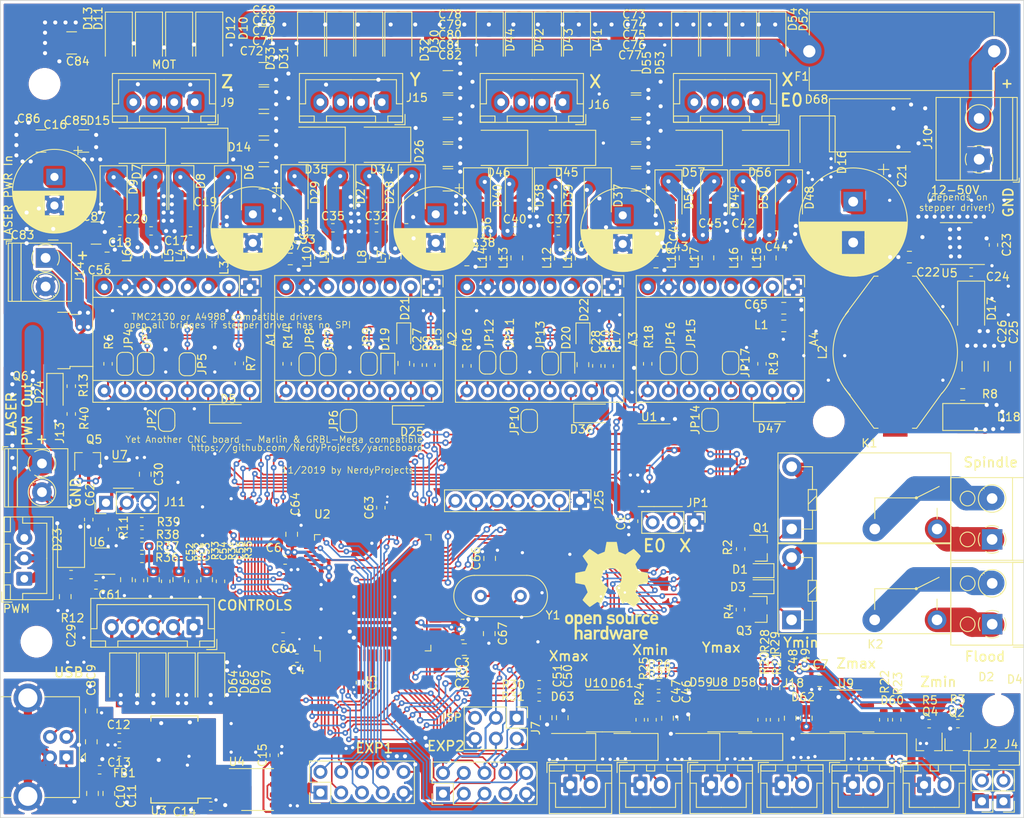
<source format=kicad_pcb>
(kicad_pcb (version 20171130) (host pcbnew 5.1.4)
  (layers (0 F.Cu signal hide) (31 B.Cu signal) (34 B.Paste user) (35 F.Paste user) (36 B.SilkS user) (37 F.SilkS user) (38 B.Mask user) (39 F.Mask user) (44 Edge.Cuts user))
  (net 0 "")
  (net 1 "/Stepper X/DIR")
  (net 2 +VDC)
  (net 3 "/Stepper X/STEP")
  (net 4 GND)
  (net 5 "/Stepper X/DCO")
  (net 6 "Net-(A1-Pad6)")
  (net 7 "Net-(A1-Pad13)")
  (net 8 "Net-(A1-Pad5)")
  (net 9 "Net-(A1-Pad12)")
  (net 10 "Net-(A1-Pad4)")
  (net 11 "Net-(A1-Pad11)")
  (net 12 "Net-(A1-Pad3)")
  (net 13 "Net-(A1-Pad10)")
  (net 14 +5VD)
  (net 15 "/Stepper X/EN")
  (net 16 "/Stepper Y/DIR")
  (net 17 "/Stepper Y/STEP")
  (net 18 "/Stepper Y/DCO")
  (net 19 "Net-(A2-Pad6)")
  (net 20 "Net-(A2-Pad13)")
  (net 21 "Net-(A2-Pad5)")
  (net 22 "Net-(A2-Pad12)")
  (net 23 "Net-(A2-Pad4)")
  (net 24 "Net-(A2-Pad11)")
  (net 25 "Net-(A2-Pad3)")
  (net 26 "Net-(A2-Pad10)")
  (net 27 "/Stepper Y/EN")
  (net 28 "/Stepper Z/DIR")
  (net 29 "/Stepper Z/STEP")
  (net 30 "/Stepper Z/DCO")
  (net 31 "Net-(A3-Pad6)")
  (net 32 "Net-(A3-Pad13)")
  (net 33 "Net-(A3-Pad5)")
  (net 34 "Net-(A3-Pad12)")
  (net 35 "Net-(A3-Pad4)")
  (net 36 "Net-(A3-Pad11)")
  (net 37 "Net-(A3-Pad3)")
  (net 38 "Net-(A3-Pad10)")
  (net 39 "/Stepper Z/EN")
  (net 40 "/Stepper E0/DIR")
  (net 41 "/Stepper E0/STEP")
  (net 42 "/Stepper E0/DCO")
  (net 43 "Net-(A4-Pad6)")
  (net 44 "Net-(A4-Pad13)")
  (net 45 "Net-(A4-Pad5)")
  (net 46 "Net-(A4-Pad12)")
  (net 47 "Net-(A4-Pad4)")
  (net 48 "Net-(A4-Pad11)")
  (net 49 "Net-(A4-Pad3)")
  (net 50 "Net-(A4-Pad10)")
  (net 51 "/Stepper E0/EN")
  (net 52 /mcu/RESET)
  (net 53 +5V)
  (net 54 "Net-(C10-Pad2)")
  (net 55 "Net-(C8-Pad1)")
  (net 56 "Net-(C9-Pad1)")
  (net 57 "Net-(C10-Pad1)")
  (net 58 "Net-(C11-Pad1)")
  (net 59 "Net-(C12-Pad1)")
  (net 60 "Net-(C23-Pad1)")
  (net 61 "Net-(C24-Pad2)")
  (net 62 "Net-(C24-Pad1)")
  (net 63 "Net-(C25-Pad1)")
  (net 64 "Net-(C27-Pad2)")
  (net 65 "Net-(C27-Pad1)")
  (net 66 "Net-(C28-Pad2)")
  (net 67 "Net-(C28-Pad1)")
  (net 68 "Net-(C29-Pad2)")
  (net 69 "Net-(C30-Pad2)")
  (net 70 /inputs/Y_MIN)
  (net 71 /inputs/Y_MAX)
  (net 72 /inputs/Z_MIN)
  (net 73 /inputs/Z_MAX)
  (net 74 /inputs/X_MIN)
  (net 75 /inputs/X_MAX)
  (net 76 /inputs/CYCLE_START)
  (net 77 /inputs/SAFETY_DOOR)
  (net 78 /inputs/SOFT_RESET)
  (net 79 /inputs/FEED_HOLD)
  (net 80 "Net-(D1-Pad2)")
  (net 81 "Net-(D2-Pad2)")
  (net 82 "Net-(D3-Pad2)")
  (net 83 "Net-(D4-Pad2)")
  (net 84 "Net-(D5-Pad2)")
  (net 85 "Net-(D24-Pad2)")
  (net 86 "Net-(D24-Pad1)")
  (net 87 "Net-(D25-Pad2)")
  (net 88 "Net-(D36-Pad2)")
  (net 89 "Net-(D47-Pad2)")
  (net 90 "Net-(D58-Pad1)")
  (net 91 "Net-(D59-Pad1)")
  (net 92 "Net-(D60-Pad1)")
  (net 93 "Net-(D61-Pad1)")
  (net 94 "Net-(D62-Pad1)")
  (net 95 "Net-(D63-Pad1)")
  (net 96 "Net-(D64-Pad1)")
  (net 97 "Net-(D65-Pad1)")
  (net 98 "Net-(D66-Pad1)")
  (net 99 "Net-(D67-Pad1)")
  (net 100 /mcu/PA7)
  (net 101 /mcu/PA5)
  (net 102 /mcu/PA3)
  (net 103 /mcu/PA1)
  (net 104 /mcu/PH1)
  (net 105 /mcu/PH0)
  (net 106 /mcu/PC2)
  (net 107 /mcu/PC0)
  (net 108 /mcu/PG0)
  (net 109 /mcu/PL0)
  (net 110 /mcu/MOSI)
  (net 111 /mcu/PC4)
  (net 112 /mcu/PB0)
  (net 113 /mcu/PC6)
  (net 114 "/Stepper E0/SCK")
  (net 115 /mcu/MISO)
  (net 116 /laser/LASER_VCC)
  (net 117 "Net-(JP1-Pad2)")
  (net 118 "/Stepper X/CS")
  (net 119 "/Stepper Y/CS")
  (net 120 "/Stepper Z/CS")
  (net 121 "/Stepper E0/CS")
  (net 122 /mcu/SPINDLE_ENABLE)
  (net 123 /mcu/SPINDLE_DIRECTION)
  (net 124 /mcu/COOLANT_FLOOD)
  (net 125 /mcu/COOLANT_MIST)
  (net 126 "Net-(Q5-Pad1)")
  (net 127 "Net-(R12-Pad2)")
  (net 128 "Net-(R20-Pad1)")
  (net 129 "Net-(R21-Pad1)")
  (net 130 "Net-(R22-Pad1)")
  (net 131 "Net-(R23-Pad1)")
  (net 132 "Net-(R24-Pad1)")
  (net 133 "Net-(R25-Pad1)")
  (net 134 /mcu/EN_E0)
  (net 135 /mcu/DIR_E0)
  (net 136 /mcu/STEP_E0)
  (net 137 /mcu/LASER_PWM)
  (net 138 /usb/RX)
  (net 139 /mcu/RX)
  (net 140 "Net-(U3-Pad5)")
  (net 141 "Net-(U3-Pad1)")
  (net 142 "Net-(C17-Pad2)")
  (net 143 "Net-(C18-Pad1)")
  (net 144 "Net-(C19-Pad2)")
  (net 145 "Net-(C20-Pad1)")
  (net 146 "Net-(C32-Pad2)")
  (net 147 "Net-(C33-Pad1)")
  (net 148 "Net-(C34-Pad2)")
  (net 149 "Net-(C35-Pad1)")
  (net 150 "Net-(C37-Pad2)")
  (net 151 "Net-(C38-Pad1)")
  (net 152 "Net-(C39-Pad2)")
  (net 153 "Net-(C40-Pad1)")
  (net 154 "Net-(C42-Pad2)")
  (net 155 "Net-(C43-Pad1)")
  (net 156 "Net-(C44-Pad2)")
  (net 157 "Net-(C45-Pad1)")
  (net 158 "Net-(F1-Pad1)")
  (net 159 "Net-(C60-Pad1)")
  (net 160 "Net-(Q5-Pad3)")
  (net 161 "Net-(J1-Pad2)")
  (net 162 "Net-(J1-Pad1)")
  (net 163 "Net-(J3-Pad2)")
  (net 164 "Net-(J3-Pad1)")
  (net 165 "Net-(C66-Pad1)")
  (net 166 "Net-(C67-Pad1)")
  (net 167 "Net-(J25-Pad5)")
  (net 168 "Net-(J25-Pad4)")
  (net 169 "Net-(J25-Pad3)")
  (net 170 "Net-(J25-Pad2)")
  (net 171 /mcu/PL6)
  (net 172 "Net-(J25-Pad6)")
  (module Symbol:OSHW-Logo_11.4x12mm_SilkScreen (layer F.Cu) (at 149 91.25)
    (fp_text reference REF** hide)
    (fp_text value OSHW-Logo_11.4x12mm_SilkScreen hide)
  )
  (module Capacitor_SMD:C_1210_3225Metric_Pad1.42x2.65mm_HandSolder (layer F.Cu) (at 85.9875 47.5)
    (fp_text reference C87 (at -0.2375 -2) (layer F.SilkS))
    (fp_text value 10u/50V)
    (pad 2 smd roundrect (at 1.4875 0) (size 1.425 2.65) (layers F.Cu F.Paste F.Mask) (roundrect_rratio 0.175439) (net 4 GND))
    (pad 1 smd roundrect (at -1.4875 0) (size 1.425 2.65) (layers F.Cu F.Paste F.Mask) (roundrect_rratio 0.175439) (net 2 +VDC))
  )
  (module Capacitor_SMD:C_1210_3225Metric_Pad1.42x2.65mm_HandSolder (layer F.Cu) (at 79.25 36.25 180)
    (fp_text reference C86 (at 1.5 2.75) (layer F.SilkS))
    (fp_text value 10u/50V)
    (pad 2 smd roundrect (at 1.4875 0 180) (size 1.425 2.65) (layers F.Cu F.Paste F.Mask) (roundrect_rratio 0.175439) (net 4 GND))
    (pad 1 smd roundrect (at -1.4875 0 180) (size 1.425 2.65) (layers F.Cu F.Paste F.Mask) (roundrect_rratio 0.175439) (net 2 +VDC))
  )
  (module Capacitor_SMD:C_1210_3225Metric_Pad1.42x2.65mm_HandSolder (layer F.Cu) (at 84.5 36.25)
    (fp_text reference C85 (at -1 -2.5) (layer F.SilkS))
    (fp_text value 10u/50V)
    (pad 2 smd roundrect (at 1.4875 0) (size 1.425 2.65) (layers F.Cu F.Paste F.Mask) (roundrect_rratio 0.175439) (net 4 GND))
    (pad 1 smd roundrect (at -1.4875 0) (size 1.425 2.65) (layers F.Cu F.Paste F.Mask) (roundrect_rratio 0.175439) (net 2 +VDC))
  )
  (module Capacitor_SMD:C_1210_3225Metric_Pad1.42x2.65mm_HandSolder (layer F.Cu) (at 83 24.25 180)
    (fp_text reference C84 (at -0.75 -2.25) (layer F.SilkS))
    (fp_text value 10u/50V)
    (pad 2 smd roundrect (at 1.4875 0 180) (size 1.425 2.65) (layers F.Cu F.Paste F.Mask) (roundrect_rratio 0.175439) (net 4 GND))
    (pad 1 smd roundrect (at -1.4875 0 180) (size 1.425 2.65) (layers F.Cu F.Paste F.Mask) (roundrect_rratio 0.175439) (net 2 +VDC))
  )
  (module Capacitor_SMD:C_1210_3225Metric_Pad1.42x2.65mm_HandSolder (layer F.Cu) (at 80.75 47 180)
    (fp_text reference C83 (at 3.75 -0.75) (layer F.SilkS))
    (fp_text value 10u/50V)
    (pad 2 smd roundrect (at 1.4875 0 180) (size 1.425 2.65) (layers F.Cu F.Paste F.Mask) (roundrect_rratio 0.175439) (net 4 GND))
    (pad 1 smd roundrect (at -1.4875 0 180) (size 1.425 2.65) (layers F.Cu F.Paste F.Mask) (roundrect_rratio 0.175439) (net 2 +VDC))
  )
  (module Capacitor_SMD:C_1210_3225Metric_Pad1.42x2.65mm_HandSolder (layer F.Cu) (at 129 41)
    (fp_text reference C82 (at 0.25 -15.25) (layer F.SilkS))
    (fp_text value 10u/50V)
    (pad 2 smd roundrect (at 1.4875 0) (size 1.425 2.65) (layers F.Cu F.Paste F.Mask) (roundrect_rratio 0.175439) (net 4 GND))
    (pad 1 smd roundrect (at -1.4875 0) (size 1.425 2.65) (layers F.Cu F.Paste F.Mask) (roundrect_rratio 0.175439) (net 2 +VDC))
  )
  (module Capacitor_SMD:C_1210_3225Metric_Pad1.42x2.65mm_HandSolder (layer F.Cu) (at 129 38)
    (fp_text reference C81 (at 0.25 -13.5) (layer F.SilkS))
    (fp_text value 10u/50V)
    (pad 2 smd roundrect (at 1.4875 0) (size 1.425 2.65) (layers F.Cu F.Paste F.Mask) (roundrect_rratio 0.175439) (net 4 GND))
    (pad 1 smd roundrect (at -1.4875 0) (size 1.425 2.65) (layers F.Cu F.Paste F.Mask) (roundrect_rratio 0.175439) (net 2 +VDC))
  )
  (module Capacitor_SMD:C_1210_3225Metric_Pad1.42x2.65mm_HandSolder (layer F.Cu) (at 129.0125 35)
    (fp_text reference C80 (at 0.2375 -11.75) (layer F.SilkS))
    (fp_text value 10u/50V)
    (pad 2 smd roundrect (at 1.4875 0) (size 1.425 2.65) (layers F.Cu F.Paste F.Mask) (roundrect_rratio 0.175439) (net 4 GND))
    (pad 1 smd roundrect (at -1.4875 0) (size 1.425 2.65) (layers F.Cu F.Paste F.Mask) (roundrect_rratio 0.175439) (net 2 +VDC))
  )
  (module Capacitor_SMD:C_1210_3225Metric_Pad1.42x2.65mm_HandSolder (layer F.Cu) (at 129.0125 32)
    (fp_text reference C79 (at 0.2375 -10) (layer F.SilkS))
    (fp_text value 10u/50V)
    (pad 2 smd roundrect (at 1.4875 0) (size 1.425 2.65) (layers F.Cu F.Paste F.Mask) (roundrect_rratio 0.175439) (net 4 GND))
    (pad 1 smd roundrect (at -1.4875 0) (size 1.425 2.65) (layers F.Cu F.Paste F.Mask) (roundrect_rratio 0.175439) (net 2 +VDC))
  )
  (module Capacitor_SMD:C_1210_3225Metric_Pad1.42x2.65mm_HandSolder (layer F.Cu) (at 129 29)
    (fp_text reference C78 (at 0.25 -8.25) (layer F.SilkS))
    (fp_text value 10u/50V)
    (pad 2 smd roundrect (at 1.4875 0) (size 1.425 2.65) (layers F.Cu F.Paste F.Mask) (roundrect_rratio 0.175439) (net 4 GND))
    (pad 1 smd roundrect (at -1.4875 0) (size 1.425 2.65) (layers F.Cu F.Paste F.Mask) (roundrect_rratio 0.175439) (net 2 +VDC))
  )
  (module Capacitor_SMD:C_1210_3225Metric_Pad1.42x2.65mm_HandSolder (layer F.Cu) (at 152 41)
    (fp_text reference C77 (at -0.75 -15.25) (layer F.SilkS))
    (fp_text value 10u/50V)
    (pad 2 smd roundrect (at 1.4875 0) (size 1.425 2.65) (layers F.Cu F.Paste F.Mask) (roundrect_rratio 0.175439) (net 4 GND))
    (pad 1 smd roundrect (at -1.4875 0) (size 1.425 2.65) (layers F.Cu F.Paste F.Mask) (roundrect_rratio 0.175439) (net 2 +VDC))
  )
  (module Capacitor_SMD:C_1210_3225Metric_Pad1.42x2.65mm_HandSolder (layer F.Cu) (at 152 38)
    (fp_text reference C76 (at -0.25 -13.5) (layer F.SilkS))
    (fp_text value 10u/50V)
    (pad 2 smd roundrect (at 1.4875 0) (size 1.425 2.65) (layers F.Cu F.Paste F.Mask) (roundrect_rratio 0.175439) (net 4 GND))
    (pad 1 smd roundrect (at -1.4875 0) (size 1.425 2.65) (layers F.Cu F.Paste F.Mask) (roundrect_rratio 0.175439) (net 2 +VDC))
  )
  (module Capacitor_SMD:C_1210_3225Metric_Pad1.42x2.65mm_HandSolder (layer F.Cu) (at 152 35)
    (fp_text reference C75 (at -0.25 -11.75) (layer F.SilkS))
    (fp_text value 10u/50V)
    (pad 2 smd roundrect (at 1.4875 0) (size 1.425 2.65) (layers F.Cu F.Paste F.Mask) (roundrect_rratio 0.175439) (net 4 GND))
    (pad 1 smd roundrect (at -1.4875 0) (size 1.425 2.65) (layers F.Cu F.Paste F.Mask) (roundrect_rratio 0.175439) (net 2 +VDC))
  )
  (module Capacitor_SMD:C_1210_3225Metric_Pad1.42x2.65mm_HandSolder (layer F.Cu) (at 152 32)
    (fp_text reference C74 (at -0.25 -10) (layer F.SilkS))
    (fp_text value 10u/50V)
    (pad 2 smd roundrect (at 1.4875 0) (size 1.425 2.65) (layers F.Cu F.Paste F.Mask) (roundrect_rratio 0.175439) (net 4 GND))
    (pad 1 smd roundrect (at -1.4875 0) (size 1.425 2.65) (layers F.Cu F.Paste F.Mask) (roundrect_rratio 0.175439) (net 2 +VDC))
  )
  (module Capacitor_SMD:C_1210_3225Metric_Pad1.42x2.65mm_HandSolder (layer F.Cu) (at 152 29)
    (fp_text reference C73 (at -0.25 -8.25) (layer F.SilkS))
    (fp_text value 10u/50V)
    (pad 2 smd roundrect (at 1.4875 0) (size 1.425 2.65) (layers F.Cu F.Paste F.Mask) (roundrect_rratio 0.175439) (net 4 GND))
    (pad 1 smd roundrect (at -1.4875 0) (size 1.425 2.65) (layers F.Cu F.Paste F.Mask) (roundrect_rratio 0.175439) (net 2 +VDC))
  )
  (module Capacitor_SMD:C_1210_3225Metric_Pad1.42x2.65mm_HandSolder (layer F.Cu) (at 106.5 40.75)
    (fp_text reference C72 (at -1.5 -15.5) (layer F.SilkS))
    (fp_text value 10u/50V)
    (pad 2 smd roundrect (at 1.4875 0) (size 1.425 2.65) (layers F.Cu F.Paste F.Mask) (roundrect_rratio 0.175439) (net 4 GND))
    (pad 1 smd roundrect (at -1.4875 0) (size 1.425 2.65) (layers F.Cu F.Paste F.Mask) (roundrect_rratio 0.175439) (net 2 +VDC))
  )
  (module Capacitor_SMD:C_1210_3225Metric_Pad1.42x2.65mm_HandSolder (layer F.Cu) (at 106.5 37.5)
    (fp_text reference C71 (at 0 -13.5) (layer F.SilkS))
    (fp_text value 10u/50V)
    (pad 2 smd roundrect (at 1.4875 0) (size 1.425 2.65) (layers F.Cu F.Paste F.Mask) (roundrect_rratio 0.175439) (net 4 GND))
    (pad 1 smd roundrect (at -1.4875 0) (size 1.425 2.65) (layers F.Cu F.Paste F.Mask) (roundrect_rratio 0.175439) (net 2 +VDC))
  )
  (module Capacitor_SMD:C_1210_3225Metric_Pad1.42x2.65mm_HandSolder (layer F.Cu) (at 106.5 34.25)
    (fp_text reference C70 (at 0 -11.5) (layer F.SilkS))
    (fp_text value 10u/50V)
    (pad 2 smd roundrect (at 1.4875 0) (size 1.425 2.65) (layers F.Cu F.Paste F.Mask) (roundrect_rratio 0.175439) (net 4 GND))
    (pad 1 smd roundrect (at -1.4875 0) (size 1.425 2.65) (layers F.Cu F.Paste F.Mask) (roundrect_rratio 0.175439) (net 2 +VDC))
  )
  (module Capacitor_SMD:C_1210_3225Metric_Pad1.42x2.65mm_HandSolder (layer F.Cu) (at 106.5 31)
    (fp_text reference C69 (at 0 -9.5) (layer F.SilkS))
    (fp_text value 10u/50V)
    (pad 2 smd roundrect (at 1.4875 0) (size 1.425 2.65) (layers F.Cu F.Paste F.Mask) (roundrect_rratio 0.175439) (net 4 GND))
    (pad 1 smd roundrect (at -1.4875 0) (size 1.425 2.65) (layers F.Cu F.Paste F.Mask) (roundrect_rratio 0.175439) (net 2 +VDC))
  )
  (module Capacitor_SMD:C_1210_3225Metric_Pad1.42x2.65mm_HandSolder (layer F.Cu) (at 106.5 28)
    (fp_text reference C68 (at 0 -7.75) (layer F.SilkS))
    (fp_text value 10u/50V)
    (pad 2 smd roundrect (at 1.4875 0) (size 1.425 2.65) (layers F.Cu F.Paste F.Mask) (roundrect_rratio 0.175439) (net 4 GND))
    (pad 1 smd roundrect (at -1.4875 0) (size 1.425 2.65) (layers F.Cu F.Paste F.Mask) (roundrect_rratio 0.175439) (net 2 +VDC))
  )
  (module Connector_PinHeader_2.54mm:PinHeader_1x07_P2.54mm_Vertical (layer F.Cu) (at 145.15 80.25 270)
    (fp_text reference J25 (at 0 -2.33 90) (layer F.SilkS))
    (fp_text value Conn_01x07)
    (pad 7 thru_hole oval (at 0 15.24 270) (size 1.7 1.7) (drill 1) (layers *.Cu *.Mask) (net 171 /mcu/PL6))
    (pad 6 thru_hole oval (at 0 12.7 270) (size 1.7 1.7) (drill 1) (layers *.Cu *.Mask) (net 172 "Net-(J25-Pad6)"))
    (pad 5 thru_hole oval (at 0 10.16 270) (size 1.7 1.7) (drill 1) (layers *.Cu *.Mask) (net 167 "Net-(J25-Pad5)"))
    (pad 4 thru_hole oval (at 0 7.62 270) (size 1.7 1.7) (drill 1) (layers *.Cu *.Mask) (net 168 "Net-(J25-Pad4)"))
    (pad 3 thru_hole oval (at 0 5.08 270) (size 1.7 1.7) (drill 1) (layers *.Cu *.Mask) (net 169 "Net-(J25-Pad3)"))
    (pad 2 thru_hole oval (at 0 2.54 270) (size 1.7 1.7) (drill 1) (layers *.Cu *.Mask) (net 170 "Net-(J25-Pad2)"))
    (pad 1 thru_hole rect (at 0 0 270) (size 1.7 1.7) (drill 1) (layers *.Cu *.Mask) (net 4 GND))
  )
  (module Package_TO_SOT_SMD:SOT-23 (layer F.Cu) (at 84.963 75.1205 90)
    (fp_text reference Q5 (at 2.3705 0.787 180) (layer F.SilkS))
    (fp_text value BSS138)
    (pad 3 smd rect (at 1 0 90) (size 0.9 0.8) (layers F.Cu F.Paste F.Mask) (net 160 "Net-(Q5-Pad3)"))
    (pad 2 smd rect (at -1 0.95 90) (size 0.9 0.8) (layers F.Cu F.Paste F.Mask) (net 4 GND))
    (pad 1 smd rect (at -1 -0.95 90) (size 0.9 0.8) (layers F.Cu F.Paste F.Mask) (net 126 "Net-(Q5-Pad1)"))
  )
  (module Connector_PinHeader_2.54mm:PinHeader_2x05_P2.54mm_Vertical (layer F.Cu) (at 128.397 116.078 90)
    (fp_text reference J6 hide)
    (fp_text value EXP2)
    (pad 10 thru_hole oval (at 2.54 10.16 90) (size 1.7 1.7) (drill 1) (layers *.Cu *.Mask) (net 108 /mcu/PG0))
    (pad 9 thru_hole oval (at 0 10.16 90) (size 1.7 1.7) (drill 1) (layers *.Cu *.Mask) (net 4 GND))
    (pad 8 thru_hole oval (at 2.54 7.62 90) (size 1.7 1.7) (drill 1) (layers *.Cu *.Mask) (net 78 /inputs/SOFT_RESET))
    (pad 7 thru_hole oval (at 0 7.62 90) (size 1.7 1.7) (drill 1) (layers *.Cu *.Mask) (net 109 /mcu/PL0))
    (pad 6 thru_hole oval (at 2.54 5.08 90) (size 1.7 1.7) (drill 1) (layers *.Cu *.Mask) (net 110 /mcu/MOSI))
    (pad 5 thru_hole oval (at 0 5.08 90) (size 1.7 1.7) (drill 1) (layers *.Cu *.Mask) (net 111 /mcu/PC4))
    (pad 4 thru_hole oval (at 2.54 2.54 90) (size 1.7 1.7) (drill 1) (layers *.Cu *.Mask) (net 112 /mcu/PB0))
    (pad 3 thru_hole oval (at 0 2.54 90) (size 1.7 1.7) (drill 1) (layers *.Cu *.Mask) (net 113 /mcu/PC6))
    (pad 2 thru_hole oval (at 2.54 0 90) (size 1.7 1.7) (drill 1) (layers *.Cu *.Mask) (net 114 "/Stepper E0/SCK"))
    (pad 1 thru_hole rect (at 0 0 90) (size 1.7 1.7) (drill 1) (layers *.Cu *.Mask) (net 115 /mcu/MISO))
  )
  (module Resistor_SMD:R_0603_1608Metric_Pad1.05x0.95mm_HandSolder (layer F.Cu) (at 87.45 63.5 270)
    (fp_text reference R6 (at -2.7 -0.1 90) (layer F.SilkS))
    (fp_text value 10k)
    (pad 2 smd roundrect (at 0.875 0 270) (size 1.05 0.95) (layers F.Cu F.Paste F.Mask) (net 39 "/Stepper Z/EN"))
    (pad 1 smd roundrect (at -0.875 0 270) (size 1.05 0.95) (layers F.Cu F.Paste F.Mask) (net 14 +5VD))
  )
  (module Module:Pololu_Breakout-16_15.2x20.3mm (layer F.Cu) (at 127 54.102 270)
    (fp_text reference A2 (at 6.35 -2.54 90) (layer F.SilkS))
    (fp_text value Pololu_Breakout_A4988)
    (pad 16 thru_hole oval (at 12.7 0 270) (size 1.6 1.6) (drill 0.8) (layers *.Cu *.Mask) (net 16 "/Stepper Y/DIR"))
    (pad 8 thru_hole oval (at 0 17.78 270) (size 1.6 1.6) (drill 0.8) (layers *.Cu *.Mask) (net 2 +VDC))
    (pad 15 thru_hole oval (at 12.7 2.54 270) (size 1.6 1.6) (drill 0.8) (layers *.Cu *.Mask) (net 17 "/Stepper Y/STEP"))
    (pad 7 thru_hole oval (at 0 15.24 270) (size 1.6 1.6) (drill 0.8) (layers *.Cu *.Mask) (net 4 GND))
    (pad 14 thru_hole oval (at 12.7 5.08 270) (size 1.6 1.6) (drill 0.8) (layers *.Cu *.Mask) (net 18 "/Stepper Y/DCO"))
    (pad 6 thru_hole oval (at 0 12.7 270) (size 1.6 1.6) (drill 0.8) (layers *.Cu *.Mask) (net 19 "Net-(A2-Pad6)"))
    (pad 13 thru_hole oval (at 12.7 7.62 270) (size 1.6 1.6) (drill 0.8) (layers *.Cu *.Mask) (net 20 "Net-(A2-Pad13)"))
    (pad 5 thru_hole oval (at 0 10.16 270) (size 1.6 1.6) (drill 0.8) (layers *.Cu *.Mask) (net 21 "Net-(A2-Pad5)"))
    (pad 12 thru_hole oval (at 12.7 10.16 270) (size 1.6 1.6) (drill 0.8) (layers *.Cu *.Mask) (net 22 "Net-(A2-Pad12)"))
    (pad 4 thru_hole oval (at 0 7.62 270) (size 1.6 1.6) (drill 0.8) (layers *.Cu *.Mask) (net 23 "Net-(A2-Pad4)"))
    (pad 11 thru_hole oval (at 12.7 12.7 270) (size 1.6 1.6) (drill 0.8) (layers *.Cu *.Mask) (net 24 "Net-(A2-Pad11)"))
    (pad 3 thru_hole oval (at 0 5.08 270) (size 1.6 1.6) (drill 0.8) (layers *.Cu *.Mask) (net 25 "Net-(A2-Pad3)"))
    (pad 10 thru_hole oval (at 12.7 15.24 270) (size 1.6 1.6) (drill 0.8) (layers *.Cu *.Mask) (net 26 "Net-(A2-Pad10)"))
    (pad 2 thru_hole oval (at 0 2.54 270) (size 1.6 1.6) (drill 0.8) (layers *.Cu *.Mask) (net 14 +5VD))
    (pad 9 thru_hole oval (at 12.7 17.78 270) (size 1.6 1.6) (drill 0.8) (layers *.Cu *.Mask) (net 27 "/Stepper Y/EN"))
    (pad 1 thru_hole rect (at 0 0 270) (size 1.6 1.6) (drill 0.8) (layers *.Cu *.Mask) (net 4 GND))
  )
  (module Connector_PinHeader_2.54mm:PinHeader_1x03_P2.54mm_Vertical (layer F.Cu) (at 159.1 82.9 270)
    (fp_text reference JP1 (at -2.4 -0.4 180) (layer F.SilkS))
    (fp_text value SolderJumper_3_Open)
    (pad 3 thru_hole oval (at 0 5.08 270) (size 1.7 1.7) (drill 1) (layers *.Cu *.Mask) (net 14 +5VD))
    (pad 2 thru_hole oval (at 0 2.54 270) (size 1.7 1.7) (drill 1) (layers *.Cu *.Mask) (net 117 "Net-(JP1-Pad2)"))
    (pad 1 thru_hole rect (at 0 0 270) (size 1.7 1.7) (drill 1) (layers *.Cu *.Mask) (net 4 GND))
  )
  (module Capacitor_SMD:C_0805_2012Metric_Pad1.15x1.40mm_HandSolder (layer F.Cu) (at 134.05 96.5 270)
    (fp_text reference C67 (at 0 -1.65 90) (layer F.SilkS))
    (fp_text value 47p)
    (pad 2 smd roundrect (at 1.025 0 270) (size 1.15 1.4) (layers F.Cu F.Paste F.Mask) (roundrect_rratio 0.217391) (net 4 GND))
    (pad 1 smd roundrect (at -1.025 0 270) (size 1.15 1.4) (layers F.Cu F.Paste F.Mask) (roundrect_rratio 0.217391) (net 166 "Net-(C67-Pad1)"))
  )
  (module Capacitor_SMD:C_0805_2012Metric_Pad1.15x1.40mm_HandSolder (layer F.Cu) (at 134.1 87.3 90)
    (fp_text reference C66 (at 0 -1.65 90) (layer F.SilkS))
    (fp_text value 47p)
    (pad 2 smd roundrect (at 1.025 0 90) (size 1.15 1.4) (layers F.Cu F.Paste F.Mask) (roundrect_rratio 0.217391) (net 4 GND))
    (pad 1 smd roundrect (at -1.025 0 90) (size 1.15 1.4) (layers F.Cu F.Paste F.Mask) (roundrect_rratio 0.217391) (net 165 "Net-(C66-Pad1)"))
  )
  (module MountingHole:MountingHole_3.2mm_M3 (layer F.Cu) (at 196.2404 105.8926)
    (fp_text reference H4 hide)
    (fp_text value MountingHole)
    (pad 1 np_thru_hole circle (at 0 0) (size 3.2 3.2) (drill 3.2) (layers *.Cu *.Mask))
  )
  (module MountingHole:MountingHole_3.2mm_M3 (layer F.Cu) (at 79.6925 29.2608)
    (fp_text reference H3 hide)
    (fp_text value MountingHole)
    (pad 1 np_thru_hole circle (at 0 0) (size 3.2 3.2) (drill 3.2) (layers *.Cu *.Mask))
  )
  (module MountingHole:MountingHole_3.2mm_M3 (layer F.Cu) (at 78.7019 97.4852)
    (fp_text reference H2 hide)
    (fp_text value MountingHole)
    (pad 1 np_thru_hole circle (at 0 0) (size 3.2 3.2) (drill 3.2) (layers *.Cu *.Mask))
  )
  (module MountingHole:MountingHole_3.2mm_M3 (layer F.Cu) (at 175.5521 70.5612)
    (fp_text reference H1 hide)
    (fp_text value MountingHole)
    (pad 1 np_thru_hole circle (at 0 0) (size 3.2 3.2) (drill 3.2) (layers *.Cu *.Mask))
  )
  (module Capacitor_SMD:C_1210_3225Metric_Pad1.42x2.65mm_HandSolder (layer F.Cu) (at 196.3928 63.8048 90)
    (fp_text reference C25 (at 4.1548 1.7572 90) (layer F.SilkS))
    (fp_text value 22µ)
    (pad 2 smd roundrect (at 1.4875 0 90) (size 1.425 2.65) (layers F.Cu F.Paste F.Mask) (roundrect_rratio 0.175439) (net 4 GND))
    (pad 1 smd roundrect (at -1.4875 0 90) (size 1.425 2.65) (layers F.Cu F.Paste F.Mask) (roundrect_rratio 0.175439) (net 63 "Net-(C25-Pad1)"))
  )
  (module Capacitor_SMD:C_1210_3225Metric_Pad1.42x2.65mm_HandSolder (layer F.Cu) (at 193.2051 63.8048 90)
    (fp_text reference C26 (at 4.2548 3.5449 90) (layer F.SilkS))
    (fp_text value 22µ)
    (pad 2 smd roundrect (at 1.4875 0 90) (size 1.425 2.65) (layers F.Cu F.Paste F.Mask) (roundrect_rratio 0.175439) (net 4 GND))
    (pad 1 smd roundrect (at -1.4875 0 90) (size 1.425 2.65) (layers F.Cu F.Paste F.Mask) (roundrect_rratio 0.175439) (net 63 "Net-(C25-Pad1)"))
  )
  (module Capacitor_SMD:C_0805_2012Metric_Pad1.15x1.40mm_HandSolder (layer F.Cu) (at 185.4073 50.4444 180)
    (fp_text reference C22 (at -2.2927 -1.8556) (layer F.SilkS))
    (fp_text value 1µ/50V)
    (pad 2 smd roundrect (at 1.025 0 180) (size 1.15 1.4) (layers F.Cu F.Paste F.Mask) (roundrect_rratio 0.217391) (net 4 GND))
    (pad 1 smd roundrect (at -1.025 0 180) (size 1.15 1.4) (layers F.Cu F.Paste F.Mask) (roundrect_rratio 0.217391) (net 2 +VDC))
  )
  (module TerminalBlock_RND:TerminalBlock_RND_205-00001_1x02_P5.00mm_Horizontal (layer F.Cu) (at 195.5292 95.3478 90)
    (fp_text reference J3 hide)
    (fp_text value Coolant_flood)
    (pad 2 thru_hole circle (at 5 0 90) (size 2.5 2.5) (drill 1.3) (layers *.Cu *.Mask) (net 163 "Net-(J3-Pad2)"))
    (pad 1 thru_hole rect (at 0 0 90) (size 2.5 2.5) (drill 1.3) (layers *.Cu *.Mask) (net 164 "Net-(J3-Pad1)"))
  )
  (module TerminalBlock_RND:TerminalBlock_RND_205-00001_1x02_P5.00mm_Horizontal (layer F.Cu) (at 195.5165 84.9757 90)
    (fp_text reference J1 hide)
    (fp_text value Spindle)
    (pad 2 thru_hole circle (at 5 0 90) (size 2.5 2.5) (drill 1.3) (layers *.Cu *.Mask) (net 161 "Net-(J1-Pad2)"))
    (pad 1 thru_hole rect (at 0 0 90) (size 2.5 2.5) (drill 1.3) (layers *.Cu *.Mask) (net 162 "Net-(J1-Pad1)"))
  )
  (module Relay_THT:Relay_SPST_Omron-G5Q-1A (layer F.Cu) (at 171.0055 94.8182)
    (fp_text reference K2 (at 10.2445 2.9818 180) (layer F.SilkS))
    (fp_text value G5Q1AEU5DC)
    (pad 5 thru_hole circle (at 0 -7.62 180) (size 2.3 2.3) (drill 1.3) (layers *.Cu *.Mask) (net 53 +5V))
    (pad 3 thru_hole circle (at 17.78 0 180) (size 2.3 2.3) (drill 1.3) (layers *.Cu *.Mask) (net 164 "Net-(J3-Pad1)"))
    (pad 2 thru_hole circle (at 10.16 0 180) (size 2.3 2.3) (drill 1.3) (layers *.Cu *.Mask) (net 163 "Net-(J3-Pad2)"))
    (pad 1 thru_hole rect (at 0 0 180) (size 2.3 2.3) (drill 1.3) (layers *.Cu *.Mask) (net 82 "Net-(D3-Pad2)"))
  )
  (module Diode_SMD:D_SMB-SMC_Universal_Handsoldering (layer F.Cu) (at 181.1274 34.3281)
    (fp_text reference D68 (at -7.0774 -3.1781) (layer F.SilkS))
    (fp_text value SK36SMA)
    (pad 2 smd trapezoid (at 3.2 0 180) (size 4.3 2.6) (rect_delta 1 0) (layers F.Cu F.Paste F.Mask) (net 4 GND))
    (pad 1 smd trapezoid (at -3.2 0) (size 4.3 2.6) (rect_delta 1 0) (layers F.Cu F.Paste F.Mask) (net 2 +VDC))
  )
  (module LED_SMD:LED_1206_3216Metric (layer F.Cu) (at 168.6433 69.4309)
    (fp_text reference D47 (at -0.3433 1.9691) (layer F.SilkS))
    (fp_text value LED)
    (pad 2 smd roundrect (at 1.4 0) (size 1.25 1.75) (layers F.Cu F.Paste F.Mask) (roundrect_rratio 0.2) (net 89 "Net-(D47-Pad2)"))
    (pad 1 smd roundrect (at -1.4 0) (size 1.25 1.75) (layers F.Cu F.Paste F.Mask) (roundrect_rratio 0.2) (net 42 "/Stepper E0/DCO"))
  )
  (module LED_SMD:LED_1206_3216Metric (layer F.Cu) (at 146.6596 69.5579)
    (fp_text reference D36 (at -1.3096 1.9421) (layer F.SilkS))
    (fp_text value LED)
    (pad 2 smd roundrect (at 1.4 0) (size 1.25 1.75) (layers F.Cu F.Paste F.Mask) (roundrect_rratio 0.2) (net 88 "Net-(D36-Pad2)"))
    (pad 1 smd roundrect (at -1.4 0) (size 1.25 1.75) (layers F.Cu F.Paste F.Mask) (roundrect_rratio 0.2) (net 5 "/Stepper X/DCO"))
  )
  (module LED_SMD:LED_1206_3216Metric (layer F.Cu) (at 124.4981 69.7611)
    (fp_text reference D25 (at 0.1019 2.0389) (layer F.SilkS))
    (fp_text value LED)
    (pad 2 smd roundrect (at 1.4 0) (size 1.25 1.75) (layers F.Cu F.Paste F.Mask) (roundrect_rratio 0.2) (net 87 "Net-(D25-Pad2)"))
    (pad 1 smd roundrect (at -1.4 0) (size 1.25 1.75) (layers F.Cu F.Paste F.Mask) (roundrect_rratio 0.2) (net 18 "/Stepper Y/DCO"))
  )
  (module LED_SMD:LED_1206_3216Metric (layer F.Cu) (at 102.1461 69.6214)
    (fp_text reference D5 (at 0 -1.82) (layer F.SilkS))
    (fp_text value LED)
    (pad 2 smd roundrect (at 1.4 0) (size 1.25 1.75) (layers F.Cu F.Paste F.Mask) (roundrect_rratio 0.2) (net 84 "Net-(D5-Pad2)"))
    (pad 1 smd roundrect (at -1.4 0) (size 1.25 1.75) (layers F.Cu F.Paste F.Mask) (roundrect_rratio 0.2) (net 30 "/Stepper Z/DCO"))
  )
  (module Resistor_SMD:R_0805_2012Metric_Pad1.15x1.40mm_HandSolder (layer F.Cu) (at 191.9224 67.2465)
    (fp_text reference R8 (at 3.3276 -0.0465) (layer F.SilkS))
    (fp_text value 0.1)
    (pad 2 smd roundrect (at 1.025 0) (size 1.15 1.4) (layers F.Cu F.Paste F.Mask) (roundrect_rratio 0.217391) (net 63 "Net-(C25-Pad1)"))
    (pad 1 smd roundrect (at -1.025 0) (size 1.15 1.4) (layers F.Cu F.Paste F.Mask) (roundrect_rratio 0.217391) (net 53 +5V))
  )
  (module Diode_SMD:D_SMA (layer F.Cu) (at 100.0715 102.255 270)
    (fp_text reference D67 (at 0.145 -6.7285 90) (layer F.SilkS))
    (fp_text value SMAJ5.0A)
    (pad 2 smd rect (at 2 0 270) (size 2.5 1.8) (layers F.Cu F.Paste F.Mask) (net 4 GND))
    (pad 1 smd rect (at -2 0 270) (size 2.5 1.8) (layers F.Cu F.Paste F.Mask) (net 99 "Net-(D67-Pad1)"))
  )
  (module Diode_SMD:D_SMA (layer F.Cu) (at 96.4647 102.2616 270)
    (fp_text reference D66 (at 0.1884 -8.9353 90) (layer F.SilkS))
    (fp_text value SMAJ5.0A)
    (pad 2 smd rect (at 2 0 270) (size 2.5 1.8) (layers F.Cu F.Paste F.Mask) (net 4 GND))
    (pad 1 smd rect (at -2 0 270) (size 2.5 1.8) (layers F.Cu F.Paste F.Mask) (net 98 "Net-(D66-Pad1)"))
  )
  (module Diode_SMD:D_SMA (layer F.Cu) (at 92.8833 102.2616 270)
    (fp_text reference D65 (at 0.1384 -11.2667 90) (layer F.SilkS))
    (fp_text value SMAJ5.0A)
    (pad 2 smd rect (at 2 0 270) (size 2.5 1.8) (layers F.Cu F.Paste F.Mask) (net 4 GND))
    (pad 1 smd rect (at -2 0 270) (size 2.5 1.8) (layers F.Cu F.Paste F.Mask) (net 97 "Net-(D65-Pad1)"))
  )
  (module Diode_SMD:D_SMA (layer F.Cu) (at 89.3019 102.2616 270)
    (fp_text reference D64 (at 0.1384 -13.4481 90) (layer F.SilkS))
    (fp_text value SMAJ5.0A)
    (pad 2 smd rect (at 2 0 270) (size 2.5 1.8) (layers F.Cu F.Paste F.Mask) (net 4 GND))
    (pad 1 smd rect (at -2 0 270) (size 2.5 1.8) (layers F.Cu F.Paste F.Mask) (net 96 "Net-(D64-Pad1)"))
  )
  (module Diode_SMD:D_SMA (layer F.Cu) (at 143.6624 110.363 180)
    (fp_text reference D63 (at 0.6624 6.163) (layer F.SilkS))
    (fp_text value SMAJ5.0A)
    (pad 2 smd rect (at 2 0 180) (size 2.5 1.8) (layers F.Cu F.Paste F.Mask) (net 4 GND))
    (pad 1 smd rect (at -2 0 180) (size 2.5 1.8) (layers F.Cu F.Paste F.Mask) (net 95 "Net-(D63-Pad1)"))
  )
  (module Diode_SMD:D_SMA (layer F.Cu) (at 174.1424 110.363 180)
    (fp_text reference D62 (at 1.7424 6.113) (layer F.SilkS))
    (fp_text value SMAJ5.0A)
    (pad 2 smd rect (at 2 0 180) (size 2.5 1.8) (layers F.Cu F.Paste F.Mask) (net 4 GND))
    (pad 1 smd rect (at -2 0 180) (size 2.5 1.8) (layers F.Cu F.Paste F.Mask) (net 94 "Net-(D62-Pad1)"))
  )
  (module Diode_SMD:D_SMA (layer F.Cu) (at 151.2824 110.363 180)
    (fp_text reference D61 (at 1.0324 7.813) (layer F.SilkS))
    (fp_text value SMAJ5.0A)
    (pad 2 smd rect (at 2 0 180) (size 2.5 1.8) (layers F.Cu F.Paste F.Mask) (net 4 GND))
    (pad 1 smd rect (at -2 0 180) (size 2.5 1.8) (layers F.Cu F.Paste F.Mask) (net 93 "Net-(D61-Pad1)"))
  )
  (module Diode_SMD:D_SMA (layer F.Cu) (at 181.6989 110.363 180)
    (fp_text reference D60 (at -1.6011 5.713) (layer F.SilkS))
    (fp_text value SMAJ5.0A)
    (pad 2 smd rect (at 2 0 180) (size 2.5 1.8) (layers F.Cu F.Paste F.Mask) (net 4 GND))
    (pad 1 smd rect (at -2 0 180) (size 2.5 1.8) (layers F.Cu F.Paste F.Mask) (net 92 "Net-(D60-Pad1)"))
  )
  (module Diode_SMD:D_SMA (layer F.Cu) (at 158.8389 110.363 180)
    (fp_text reference D59 (at -1.1111 7.913) (layer F.SilkS))
    (fp_text value SMAJ5.0A)
    (pad 2 smd rect (at 2 0 180) (size 2.5 1.8) (layers F.Cu F.Paste F.Mask) (net 4 GND))
    (pad 1 smd rect (at -2 0 180) (size 2.5 1.8) (layers F.Cu F.Paste F.Mask) (net 91 "Net-(D59-Pad1)"))
  )
  (module Diode_SMD:D_SMA (layer F.Cu) (at 166.5224 110.363 180)
    (fp_text reference D58 (at 1.2724 7.913) (layer F.SilkS))
    (fp_text value SMAJ5.0A)
    (pad 2 smd rect (at 2 0 180) (size 2.5 1.8) (layers F.Cu F.Paste F.Mask) (net 4 GND))
    (pad 1 smd rect (at -2 0 180) (size 2.5 1.8) (layers F.Cu F.Paste F.Mask) (net 90 "Net-(D58-Pad1)"))
  )
  (module Diode_SMD:D_SMA (layer F.Cu) (at 82.931 85.0011 90)
    (fp_text reference D23 (at 0 -1.681 90) (layer F.SilkS))
    (fp_text value SMAJ5.0A)
    (pad 2 smd rect (at 2 0 90) (size 2.5 1.8) (layers F.Cu F.Paste F.Mask) (net 4 GND))
    (pad 1 smd rect (at -2 0 90) (size 2.5 1.8) (layers F.Cu F.Paste F.Mask) (net 68 "Net-(C29-Pad2)"))
  )
  (module Diode_SMD:D_SMA (layer F.Cu) (at 192.8876 70.0024)
    (fp_text reference D18 (at 4.6624 -0.0024) (layer F.SilkS))
    (fp_text value SMAJ5.0A)
    (pad 2 smd rect (at 2 0) (size 2.5 1.8) (layers F.Cu F.Paste F.Mask) (net 4 GND))
    (pad 1 smd rect (at -2 0) (size 2.5 1.8) (layers F.Cu F.Paste F.Mask) (net 53 +5V))
  )
  (module Diode_SMD:D_SMA (layer F.Cu) (at 192.9511 56.7817 270)
    (fp_text reference D17 (at 0 -2.5 90) (layer F.SilkS))
    (fp_text value SK36SMA)
    (pad 2 smd rect (at 2 0 270) (size 2.5 1.8) (layers F.Cu F.Paste F.Mask) (net 4 GND))
    (pad 1 smd rect (at -2 0 270) (size 2.5 1.8) (layers F.Cu F.Paste F.Mask) (net 61 "Net-(C24-Pad2)"))
  )
  (module Capacitor_SMD:C_0805_2012Metric_Pad1.15x1.40mm_HandSolder (layer F.Cu) (at 154.432 51.054)
    (fp_text reference C59 (at 0 -1.65) (layer F.SilkS))
    (fp_text value 2u2/50V)
    (pad 2 smd roundrect (at 1.025 0) (size 1.15 1.4) (layers F.Cu F.Paste F.Mask) (roundrect_rratio 0.217391) (net 4 GND))
    (pad 1 smd roundrect (at -1.025 0) (size 1.15 1.4) (layers F.Cu F.Paste F.Mask) (roundrect_rratio 0.217391) (net 2 +VDC))
  )
  (module Capacitor_SMD:C_0805_2012Metric_Pad1.15x1.40mm_HandSolder (layer F.Cu) (at 131.318 50.8)
    (fp_text reference C58 (at 0 -1.65) (layer F.SilkS))
    (fp_text value 2u2/50V)
    (pad 2 smd roundrect (at 1.025 0) (size 1.15 1.4) (layers F.Cu F.Paste F.Mask) (roundrect_rratio 0.217391) (net 4 GND))
    (pad 1 smd roundrect (at -1.025 0) (size 1.15 1.4) (layers F.Cu F.Paste F.Mask) (roundrect_rratio 0.217391) (net 2 +VDC))
  )
  (module Capacitor_SMD:C_0805_2012Metric_Pad1.15x1.40mm_HandSolder (layer F.Cu) (at 109.728 50.673)
    (fp_text reference C57 (at 0 -1.65) (layer F.SilkS))
    (fp_text value 2u2/50V)
    (pad 2 smd roundrect (at 1.025 0) (size 1.15 1.4) (layers F.Cu F.Paste F.Mask) (roundrect_rratio 0.217391) (net 4 GND))
    (pad 1 smd roundrect (at -1.025 0) (size 1.15 1.4) (layers F.Cu F.Paste F.Mask) (roundrect_rratio 0.217391) (net 2 +VDC))
  )
  (module Capacitor_SMD:C_0805_2012Metric_Pad1.15x1.40mm_HandSolder (layer F.Cu) (at 87.3395 50.546)
    (fp_text reference C56 (at -0.9395 1.504) (layer F.SilkS))
    (fp_text value 2u2/50V)
    (pad 2 smd roundrect (at 1.025 0) (size 1.15 1.4) (layers F.Cu F.Paste F.Mask) (roundrect_rratio 0.217391) (net 4 GND))
    (pad 1 smd roundrect (at -1.025 0) (size 1.15 1.4) (layers F.Cu F.Paste F.Mask) (roundrect_rratio 0.217391) (net 2 +VDC))
  )
  (module Capacitor_SMD:C_0603_1608Metric_Pad1.05x0.95mm_HandSolder (layer F.Cu) (at 85.09 82.55 90)
    (fp_text reference C62 (at 3.05 0.16 90) (layer F.SilkS))
    (fp_text value 100n)
    (pad 2 smd roundrect (at 0.875 0 90) (size 1.05 0.95) (layers F.Cu F.Paste F.Mask) (net 14 +5VD))
    (pad 1 smd roundrect (at -0.875 0 90) (size 1.05 0.95) (layers F.Cu F.Paste F.Mask) (net 4 GND))
  )
  (module Capacitor_SMD:C_0603_1608Metric_Pad1.05x0.95mm_HandSolder (layer F.Cu) (at 85.979 90.551 180)
    (fp_text reference C61 (at -1.721 -1.199) (layer F.SilkS))
    (fp_text value 100n)
    (pad 2 smd roundrect (at 0.875 0 180) (size 1.05 0.95) (layers F.Cu F.Paste F.Mask) (net 14 +5VD))
    (pad 1 smd roundrect (at -0.875 0 180) (size 1.05 0.95) (layers F.Cu F.Paste F.Mask) (net 4 GND))
  )
  (module Capacitor_SMD:C_0805_2012Metric_Pad1.15x1.40mm_HandSolder (layer F.Cu) (at 82.2198 91.9734 90)
    (fp_text reference C29 (at -4.7766 0.7302 90) (layer F.SilkS))
    (fp_text value 1n)
    (pad 2 smd roundrect (at 1.025 0 90) (size 1.15 1.4) (layers F.Cu F.Paste F.Mask) (roundrect_rratio 0.217391) (net 68 "Net-(C29-Pad2)"))
    (pad 1 smd roundrect (at -1.025 0 90) (size 1.15 1.4) (layers F.Cu F.Paste F.Mask) (roundrect_rratio 0.217391) (net 4 GND))
  )
  (module Capacitor_SMD:C_0805_2012Metric_Pad1.15x1.40mm_HandSolder (layer F.Cu) (at 85.55 116.05 270)
    (fp_text reference C10 (at 0.35 -3.45 90) (layer F.SilkS))
    (fp_text value 10n)
    (pad 2 smd roundrect (at 1.025 0 270) (size 1.15 1.4) (layers F.Cu F.Paste F.Mask) (roundrect_rratio 0.217391) (net 54 "Net-(C10-Pad2)"))
    (pad 1 smd roundrect (at -1.025 0 270) (size 1.15 1.4) (layers F.Cu F.Paste F.Mask) (roundrect_rratio 0.217391) (net 57 "Net-(C10-Pad1)"))
  )
  (module Capacitor_SMD:C_0805_2012Metric_Pad1.15x1.40mm_HandSolder (layer F.Cu) (at 85.4075 105.95 90)
    (fp_text reference C9 (at 4.75 -0.0075 90) (layer F.SilkS))
    (fp_text value 47p)
    (pad 2 smd roundrect (at 1.025 0 90) (size 1.15 1.4) (layers F.Cu F.Paste F.Mask) (roundrect_rratio 0.217391) (net 54 "Net-(C10-Pad2)"))
    (pad 1 smd roundrect (at -1.025 0 90) (size 1.15 1.4) (layers F.Cu F.Paste F.Mask) (roundrect_rratio 0.217391) (net 56 "Net-(C9-Pad1)"))
  )
  (module Capacitor_SMD:C_0805_2012Metric_Pad1.15x1.40mm_HandSolder (layer F.Cu) (at 85.4075 109.728 270)
    (fp_text reference C8 (at -6.578 0.0075 90) (layer F.SilkS))
    (fp_text value 47p)
    (pad 2 smd roundrect (at 1.025 0 270) (size 1.15 1.4) (layers F.Cu F.Paste F.Mask) (roundrect_rratio 0.217391) (net 54 "Net-(C10-Pad2)"))
    (pad 1 smd roundrect (at -1.025 0 270) (size 1.15 1.4) (layers F.Cu F.Paste F.Mask) (roundrect_rratio 0.217391) (net 55 "Net-(C8-Pad1)"))
  )
  (module Capacitor_SMD:C_0805_2012Metric_Pad1.15x1.40mm_HandSolder (layer F.Cu) (at 131 98.45)
    (fp_text reference C2 (at -0.3 4.15) (layer F.SilkS))
    (fp_text value 10n)
    (pad 2 smd roundrect (at 1.025 0) (size 1.15 1.4) (layers F.Cu F.Paste F.Mask) (roundrect_rratio 0.217391) (net 4 GND))
    (pad 1 smd roundrect (at -1.025 0) (size 1.15 1.4) (layers F.Cu F.Paste F.Mask) (roundrect_rratio 0.217391) (net 52 /mcu/RESET))
  )
  (module Capacitor_SMD:C_0805_2012Metric_Pad1.15x1.40mm_HandSolder (layer F.Cu) (at 170.053 56.7055)
    (fp_text reference C65 (at -3.403 -0.4555) (layer F.SilkS))
    (fp_text value 1µ)
    (pad 2 smd roundrect (at 1.025 0) (size 1.15 1.4) (layers F.Cu F.Paste F.Mask) (roundrect_rratio 0.217391) (net 4 GND))
    (pad 1 smd roundrect (at -1.025 0) (size 1.15 1.4) (layers F.Cu F.Paste F.Mask) (roundrect_rratio 0.217391) (net 14 +5VD))
  )
  (module Capacitor_SMD:C_0805_2012Metric_Pad1.15x1.40mm_HandSolder (layer F.Cu) (at 109.9 84.35 90)
    (fp_text reference C64 (at 3.7 0.45 90) (layer F.SilkS))
    (fp_text value 1µ)
    (pad 2 smd roundrect (at 1.025 0 90) (size 1.15 1.4) (layers F.Cu F.Paste F.Mask) (roundrect_rratio 0.217391) (net 4 GND))
    (pad 1 smd roundrect (at -1.025 0 90) (size 1.15 1.4) (layers F.Cu F.Paste F.Mask) (roundrect_rratio 0.217391) (net 14 +5VD))
  )
  (module Capacitor_SMD:C_0603_1608Metric_Pad1.05x0.95mm_HandSolder (layer F.Cu) (at 120.8 81.1 90)
    (fp_text reference C63 (at 0 -1.43 90) (layer F.SilkS))
    (fp_text value 100n)
    (pad 2 smd roundrect (at 0.875 0 90) (size 1.05 0.95) (layers F.Cu F.Paste F.Mask) (net 4 GND))
    (pad 1 smd roundrect (at -0.875 0 90) (size 1.05 0.95) (layers F.Cu F.Paste F.Mask) (net 14 +5VD))
  )
  (module Resistor_SMD:R_0603_1608Metric_Pad1.05x0.95mm_HandSolder (layer F.Cu) (at 97.8 90.1 270)
    (fp_text reference R34 (at -3.75 -4.8 90) (layer F.SilkS) (effects (font (size 0.8 0.8))))
    (fp_text value 470)
    (pad 2 smd roundrect (at 0.875 0 270) (size 1.05 0.95) (layers F.Cu F.Paste F.Mask) (net 98 "Net-(D66-Pad1)"))
    (pad 1 smd roundrect (at -0.875 0 270) (size 1.05 0.95) (layers F.Cu F.Paste F.Mask) (net 79 /inputs/FEED_HOLD))
  )
  (module TerminalBlock_Phoenix:TerminalBlock_Phoenix_MKDS-1,5-2_1x02_P5.00mm_Horizontal (layer F.Cu) (at 193.929 38.481 90)
    (fp_text reference J10 (at 2.5 -6.26 90) (layer F.SilkS))
    (fp_text value 12-45V)
    (pad 2 thru_hole circle (at 5 0 90) (size 2.6 2.6) (drill 1.3) (layers *.Cu *.Mask) (net 158 "Net-(F1-Pad1)"))
    (pad 1 thru_hole rect (at 0 0 90) (size 2.6 2.6) (drill 1.3) (layers *.Cu *.Mask) (net 4 GND))
  )
  (module Relay_THT:Relay_SPST_Omron-G5Q-1A (layer F.Cu) (at 171.0182 83.7057)
    (fp_text reference K1 (at 9.5 -10.5 180) (layer F.SilkS))
    (fp_text value G5Q1AEU5DC)
    (pad 5 thru_hole circle (at 0 -7.62 180) (size 2.3 2.3) (drill 1.3) (layers *.Cu *.Mask) (net 53 +5V))
    (pad 3 thru_hole circle (at 17.78 0 180) (size 2.3 2.3) (drill 1.3) (layers *.Cu *.Mask) (net 162 "Net-(J1-Pad1)"))
    (pad 2 thru_hole circle (at 10.16 0 180) (size 2.3 2.3) (drill 1.3) (layers *.Cu *.Mask) (net 161 "Net-(J1-Pad2)"))
    (pad 1 thru_hole rect (at 0 0 180) (size 2.3 2.3) (drill 1.3) (layers *.Cu *.Mask) (net 80 "Net-(D1-Pad2)"))
  )
  (module Resistor_SMD:R_0603_1608Metric_Pad1.05x0.95mm_HandSolder (layer F.Cu) (at 82.9564 69.6341 90)
    (fp_text reference R40 (at -0.5159 1.5936 90) (layer F.SilkS))
    (fp_text value 4k7)
    (pad 2 smd roundrect (at 0.875 0 90) (size 1.05 0.95) (layers F.Cu F.Paste F.Mask) (net 85 "Net-(D24-Pad2)"))
    (pad 1 smd roundrect (at -0.875 0 90) (size 1.05 0.95) (layers F.Cu F.Paste F.Mask) (net 160 "Net-(Q5-Pad3)"))
  )
  (module Capacitor_SMD:C_0603_1608Metric_Pad1.05x0.95mm_HandSolder (layer F.Cu) (at 108.85 96.9 180)
    (fp_text reference C60 (at 0 -1.43) (layer F.SilkS))
    (fp_text value 100n)
    (pad 2 smd roundrect (at 0.875 0 180) (size 1.05 0.95) (layers F.Cu F.Paste F.Mask) (net 4 GND))
    (pad 1 smd roundrect (at -0.875 0 180) (size 1.05 0.95) (layers F.Cu F.Paste F.Mask) (net 159 "Net-(C60-Pad1)"))
  )
  (module Fuse:Fuseholder_Cylinder-5x20mm_Stelvio-Kontek_PTF78_Horizontal_Open (layer F.Cu) (at 195.7705 25.273 180)
    (fp_text reference F1 (at 23.5205 -3.077) (layer F.SilkS))
    (fp_text value T10A)
    (pad 2 thru_hole circle (at 22.6 0 180) (size 3 3) (drill 1.5) (layers *.Cu *.Mask) (net 2 +VDC))
    (pad 1 thru_hole circle (at 0 0 180) (size 3 3) (drill 1.5) (layers *.Cu *.Mask) (net 158 "Net-(F1-Pad1)"))
  )
  (module Inductor_SMD:L_0805_2012Metric_Pad1.15x1.40mm_HandSolder (layer F.Cu) (at 157.988 50.546 90)
    (fp_text reference L18 (at 0 -1.65 90) (layer F.SilkS))
    (fp_text value BLM21PG600)
    (pad 2 smd roundrect (at 1.025 0 90) (size 1.15 1.4) (layers F.Cu F.Paste F.Mask) (roundrect_rratio 0.217391) (net 155 "Net-(C43-Pad1)"))
    (pad 1 smd roundrect (at -1.025 0 90) (size 1.15 1.4) (layers F.Cu F.Paste F.Mask) (roundrect_rratio 0.217391) (net 43 "Net-(A4-Pad6)"))
  )
  (module Inductor_SMD:L_0805_2012Metric_Pad1.15x1.40mm_HandSolder (layer F.Cu) (at 160.782 50.537 90)
    (fp_text reference L17 (at 0 -1.65 90) (layer F.SilkS))
    (fp_text value BLM21PG600)
    (pad 2 smd roundrect (at 1.025 0 90) (size 1.15 1.4) (layers F.Cu F.Paste F.Mask) (roundrect_rratio 0.217391) (net 157 "Net-(C45-Pad1)"))
    (pad 1 smd roundrect (at -1.025 0 90) (size 1.15 1.4) (layers F.Cu F.Paste F.Mask) (roundrect_rratio 0.217391) (net 45 "Net-(A4-Pad5)"))
  )
  (module Inductor_SMD:L_0805_2012Metric_Pad1.15x1.40mm_HandSolder (layer F.Cu) (at 165.608 50.546 90)
    (fp_text reference L16 (at 0 -1.65 90) (layer F.SilkS))
    (fp_text value BLM21PG600)
    (pad 2 smd roundrect (at 1.025 0 90) (size 1.15 1.4) (layers F.Cu F.Paste F.Mask) (roundrect_rratio 0.217391) (net 154 "Net-(C42-Pad2)"))
    (pad 1 smd roundrect (at -1.025 0 90) (size 1.15 1.4) (layers F.Cu F.Paste F.Mask) (roundrect_rratio 0.217391) (net 47 "Net-(A4-Pad4)"))
  )
  (module Inductor_SMD:L_0805_2012Metric_Pad1.15x1.40mm_HandSolder (layer F.Cu) (at 168.402 50.546 90)
    (fp_text reference L15 (at 0 -1.65 90) (layer F.SilkS))
    (fp_text value BLM21PG600)
    (pad 2 smd roundrect (at 1.025 0 90) (size 1.15 1.4) (layers F.Cu F.Paste F.Mask) (roundrect_rratio 0.217391) (net 156 "Net-(C44-Pad2)"))
    (pad 1 smd roundrect (at -1.025 0 90) (size 1.15 1.4) (layers F.Cu F.Paste F.Mask) (roundrect_rratio 0.217391) (net 49 "Net-(A4-Pad3)"))
  )
  (module Inductor_SMD:L_0805_2012Metric_Pad1.15x1.40mm_HandSolder (layer F.Cu) (at 134.874 50.546 90)
    (fp_text reference L14 (at 0 -1.65 90) (layer F.SilkS))
    (fp_text value BLM21PG600)
    (pad 2 smd roundrect (at 1.025 0 90) (size 1.15 1.4) (layers F.Cu F.Paste F.Mask) (roundrect_rratio 0.217391) (net 151 "Net-(C38-Pad1)"))
    (pad 1 smd roundrect (at -1.025 0 90) (size 1.15 1.4) (layers F.Cu F.Paste F.Mask) (roundrect_rratio 0.217391) (net 31 "Net-(A3-Pad6)"))
  )
  (module Inductor_SMD:L_0805_2012Metric_Pad1.15x1.40mm_HandSolder (layer F.Cu) (at 137.414 50.546 90)
    (fp_text reference L13 (at 0 -1.65 90) (layer F.SilkS))
    (fp_text value BLM21PG600)
    (pad 2 smd roundrect (at 1.025 0 90) (size 1.15 1.4) (layers F.Cu F.Paste F.Mask) (roundrect_rratio 0.217391) (net 153 "Net-(C40-Pad1)"))
    (pad 1 smd roundrect (at -1.025 0 90) (size 1.15 1.4) (layers F.Cu F.Paste F.Mask) (roundrect_rratio 0.217391) (net 33 "Net-(A3-Pad5)"))
  )
  (module Inductor_SMD:L_0805_2012Metric_Pad1.15x1.40mm_HandSolder (layer F.Cu) (at 142.748 50.546 90)
    (fp_text reference L12 (at 0 -1.65 90) (layer F.SilkS))
    (fp_text value BLM21PG600)
    (pad 2 smd roundrect (at 1.025 0 90) (size 1.15 1.4) (layers F.Cu F.Paste F.Mask) (roundrect_rratio 0.217391) (net 150 "Net-(C37-Pad2)"))
    (pad 1 smd roundrect (at -1.025 0 90) (size 1.15 1.4) (layers F.Cu F.Paste F.Mask) (roundrect_rratio 0.217391) (net 35 "Net-(A3-Pad4)"))
  )
  (module Inductor_SMD:L_0805_2012Metric_Pad1.15x1.40mm_HandSolder (layer F.Cu) (at 145.288 50.546 90)
    (fp_text reference L11 (at 0 -1.65 90) (layer F.SilkS))
    (fp_text value BLM21PG600)
    (pad 2 smd roundrect (at 1.025 0 90) (size 1.15 1.4) (layers F.Cu F.Paste F.Mask) (roundrect_rratio 0.217391) (net 152 "Net-(C39-Pad2)"))
    (pad 1 smd roundrect (at -1.025 0 90) (size 1.15 1.4) (layers F.Cu F.Paste F.Mask) (roundrect_rratio 0.217391) (net 37 "Net-(A3-Pad3)"))
  )
  (module Inductor_SMD:L_0805_2012Metric_Pad1.15x1.40mm_HandSolder (layer F.Cu) (at 113.411 50.419 90)
    (fp_text reference L10 (at 0 -1.65 90) (layer F.SilkS))
    (fp_text value BLM21PG600)
    (pad 2 smd roundrect (at 1.025 0 90) (size 1.15 1.4) (layers F.Cu F.Paste F.Mask) (roundrect_rratio 0.217391) (net 147 "Net-(C33-Pad1)"))
    (pad 1 smd roundrect (at -1.025 0 90) (size 1.15 1.4) (layers F.Cu F.Paste F.Mask) (roundrect_rratio 0.217391) (net 19 "Net-(A2-Pad6)"))
  )
  (module Inductor_SMD:L_0805_2012Metric_Pad1.15x1.40mm_HandSolder (layer F.Cu) (at 115.57 50.419 90)
    (fp_text reference L9 (at 0 -1.65 90) (layer F.SilkS))
    (fp_text value BLM21PG600)
    (pad 2 smd roundrect (at 1.025 0 90) (size 1.15 1.4) (layers F.Cu F.Paste F.Mask) (roundrect_rratio 0.217391) (net 149 "Net-(C35-Pad1)"))
    (pad 1 smd roundrect (at -1.025 0 90) (size 1.15 1.4) (layers F.Cu F.Paste F.Mask) (roundrect_rratio 0.217391) (net 21 "Net-(A2-Pad5)"))
  )
  (module Inductor_SMD:L_0805_2012Metric_Pad1.15x1.40mm_HandSolder (layer F.Cu) (at 120.142 50.419 90)
    (fp_text reference L8 (at 0 -1.65 90) (layer F.SilkS))
    (fp_text value BLM21PG600)
    (pad 2 smd roundrect (at 1.025 0 90) (size 1.15 1.4) (layers F.Cu F.Paste F.Mask) (roundrect_rratio 0.217391) (net 146 "Net-(C32-Pad2)"))
    (pad 1 smd roundrect (at -1.025 0 90) (size 1.15 1.4) (layers F.Cu F.Paste F.Mask) (roundrect_rratio 0.217391) (net 23 "Net-(A2-Pad4)"))
  )
  (module Inductor_SMD:L_0805_2012Metric_Pad1.15x1.40mm_HandSolder (layer F.Cu) (at 122.555 50.419 90)
    (fp_text reference L7 (at 0 -1.65 90) (layer F.SilkS))
    (fp_text value BLM21PG600)
    (pad 2 smd roundrect (at 1.025 0 90) (size 1.15 1.4) (layers F.Cu F.Paste F.Mask) (roundrect_rratio 0.217391) (net 148 "Net-(C34-Pad2)"))
    (pad 1 smd roundrect (at -1.025 0 90) (size 1.15 1.4) (layers F.Cu F.Paste F.Mask) (roundrect_rratio 0.217391) (net 25 "Net-(A2-Pad3)"))
  )
  (module Inductor_SMD:L_0805_2012Metric_Pad1.15x1.40mm_HandSolder (layer F.Cu) (at 91.059 50.292 90)
    (fp_text reference L6 (at 0.042 -1.309 90) (layer F.SilkS))
    (fp_text value BLM21PG600)
    (pad 2 smd roundrect (at 1.025 0 90) (size 1.15 1.4) (layers F.Cu F.Paste F.Mask) (roundrect_rratio 0.217391) (net 143 "Net-(C18-Pad1)"))
    (pad 1 smd roundrect (at -1.025 0 90) (size 1.15 1.4) (layers F.Cu F.Paste F.Mask) (roundrect_rratio 0.217391) (net 6 "Net-(A1-Pad6)"))
  )
  (module Inductor_SMD:L_0805_2012Metric_Pad1.15x1.40mm_HandSolder (layer F.Cu) (at 93.345 50.292 90)
    (fp_text reference L5 (at 0.042 1.555 90) (layer F.SilkS))
    (fp_text value BLM21PG600)
    (pad 2 smd roundrect (at 1.025 0 90) (size 1.15 1.4) (layers F.Cu F.Paste F.Mask) (roundrect_rratio 0.217391) (net 145 "Net-(C20-Pad1)"))
    (pad 1 smd roundrect (at -1.025 0 90) (size 1.15 1.4) (layers F.Cu F.Paste F.Mask) (roundrect_rratio 0.217391) (net 8 "Net-(A1-Pad5)"))
  )
  (module Inductor_SMD:L_0805_2012Metric_Pad1.15x1.40mm_HandSolder (layer F.Cu) (at 97.79 50.292 90)
    (fp_text reference L4 (at 0.042 -1.49 90) (layer F.SilkS))
    (fp_text value BLM21PG600)
    (pad 2 smd roundrect (at 1.025 0 90) (size 1.15 1.4) (layers F.Cu F.Paste F.Mask) (roundrect_rratio 0.217391) (net 142 "Net-(C17-Pad2)"))
    (pad 1 smd roundrect (at -1.025 0 90) (size 1.15 1.4) (layers F.Cu F.Paste F.Mask) (roundrect_rratio 0.217391) (net 10 "Net-(A1-Pad4)"))
  )
  (module Inductor_SMD:L_0805_2012Metric_Pad1.15x1.40mm_HandSolder (layer F.Cu) (at 100.203 50.292 90)
    (fp_text reference L3 (at -1.458 1.447 90) (layer F.SilkS))
    (fp_text value BLM21PG600)
    (pad 2 smd roundrect (at 1.025 0 90) (size 1.15 1.4) (layers F.Cu F.Paste F.Mask) (roundrect_rratio 0.217391) (net 144 "Net-(C19-Pad2)"))
    (pad 1 smd roundrect (at -1.025 0 90) (size 1.15 1.4) (layers F.Cu F.Paste F.Mask) (roundrect_rratio 0.217391) (net 12 "Net-(A1-Pad3)"))
  )
  (module Diode_SMD:D_SMA (layer F.Cu) (at 157.988 23.876 270)
    (fp_text reference D55 (at 2.824 4.688 90) (layer F.SilkS))
    (fp_text value SK36SMA)
    (pad 2 smd rect (at 2 0 270) (size 2.5 1.8) (layers F.Cu F.Paste F.Mask) (net 155 "Net-(C43-Pad1)"))
    (pad 1 smd rect (at -2 0 270) (size 2.5 1.8) (layers F.Cu F.Paste F.Mask) (net 2 +VDC))
  )
  (module Diode_SMD:D_SMA (layer F.Cu) (at 165.1 23.876 270)
    (fp_text reference D54 (at -2.526 -6.05 90) (layer F.SilkS))
    (fp_text value SK36SMA)
    (pad 2 smd rect (at 2 0 270) (size 2.5 1.8) (layers F.Cu F.Paste F.Mask) (net 154 "Net-(C42-Pad2)"))
    (pad 1 smd rect (at -2 0 270) (size 2.5 1.8) (layers F.Cu F.Paste F.Mask) (net 2 +VDC))
  )
  (module Diode_SMD:D_SMA (layer F.Cu) (at 161.544 23.876 270)
    (fp_text reference D53 (at 2.824 6.644 90) (layer F.SilkS))
    (fp_text value SK36SMA)
    (pad 2 smd rect (at 2 0 270) (size 2.5 1.8) (layers F.Cu F.Paste F.Mask) (net 157 "Net-(C45-Pad1)"))
    (pad 1 smd rect (at -2 0 270) (size 2.5 1.8) (layers F.Cu F.Paste F.Mask) (net 2 +VDC))
  )
  (module Diode_SMD:D_SMA (layer F.Cu) (at 168.656 23.876 270)
    (fp_text reference D52 (at -2.476 -3.794 90) (layer F.SilkS))
    (fp_text value SK36SMA)
    (pad 2 smd rect (at 2 0 270) (size 2.5 1.8) (layers F.Cu F.Paste F.Mask) (net 156 "Net-(C44-Pad2)"))
    (pad 1 smd rect (at -2 0 270) (size 2.5 1.8) (layers F.Cu F.Paste F.Mask) (net 2 +VDC))
  )
  (module Diode_SMD:D_SMA (layer F.Cu) (at 155.956 43.18 270)
    (fp_text reference D51 (at 0 -2.5 90) (layer F.SilkS))
    (fp_text value SK36SMA)
    (pad 2 smd rect (at 2 0 270) (size 2.5 1.8) (layers F.Cu F.Paste F.Mask) (net 4 GND))
    (pad 1 smd rect (at -2 0 270) (size 2.5 1.8) (layers F.Cu F.Paste F.Mask) (net 155 "Net-(C43-Pad1)"))
  )
  (module Diode_SMD:D_SMA (layer F.Cu) (at 165.1 43.18 270)
    (fp_text reference D50 (at 0 -2.5 90) (layer F.SilkS))
    (fp_text value SK36SMA)
    (pad 2 smd rect (at 2 0 270) (size 2.5 1.8) (layers F.Cu F.Paste F.Mask) (net 4 GND))
    (pad 1 smd rect (at -2 0 270) (size 2.5 1.8) (layers F.Cu F.Paste F.Mask) (net 154 "Net-(C42-Pad2)"))
  )
  (module Diode_SMD:D_SMA (layer F.Cu) (at 161.544 43.18 270)
    (fp_text reference D49 (at 0 -2.5 90) (layer F.SilkS))
    (fp_text value SK36SMA)
    (pad 2 smd rect (at 2 0 270) (size 2.5 1.8) (layers F.Cu F.Paste F.Mask) (net 4 GND))
    (pad 1 smd rect (at -2 0 270) (size 2.5 1.8) (layers F.Cu F.Paste F.Mask) (net 157 "Net-(C45-Pad1)"))
  )
  (module Diode_SMD:D_SMA (layer F.Cu) (at 170.688 43.18 270)
    (fp_text reference D48 (at 0 -2.5 90) (layer F.SilkS))
    (fp_text value SK36SMA)
    (pad 2 smd rect (at 2 0 270) (size 2.5 1.8) (layers F.Cu F.Paste F.Mask) (net 4 GND))
    (pad 1 smd rect (at -2 0 270) (size 2.5 1.8) (layers F.Cu F.Paste F.Mask) (net 156 "Net-(C44-Pad2)"))
  )
  (module Diode_SMD:D_SMA (layer F.Cu) (at 134.112 23.876 270)
    (fp_text reference D44 (at 0 -2.5 90) (layer F.SilkS))
    (fp_text value SK36SMA)
    (pad 2 smd rect (at 2 0 270) (size 2.5 1.8) (layers F.Cu F.Paste F.Mask) (net 151 "Net-(C38-Pad1)"))
    (pad 1 smd rect (at -2 0 270) (size 2.5 1.8) (layers F.Cu F.Paste F.Mask) (net 2 +VDC))
  )
  (module Diode_SMD:D_SMA (layer F.Cu) (at 141.224 23.876 270)
    (fp_text reference D43 (at 0 -2.5 90) (layer F.SilkS))
    (fp_text value SK36SMA)
    (pad 2 smd rect (at 2 0 270) (size 2.5 1.8) (layers F.Cu F.Paste F.Mask) (net 150 "Net-(C37-Pad2)"))
    (pad 1 smd rect (at -2 0 270) (size 2.5 1.8) (layers F.Cu F.Paste F.Mask) (net 2 +VDC))
  )
  (module Diode_SMD:D_SMA (layer F.Cu) (at 137.668 23.876 270)
    (fp_text reference D42 (at 0 -2.5 90) (layer F.SilkS))
    (fp_text value SK36SMA)
    (pad 2 smd rect (at 2 0 270) (size 2.5 1.8) (layers F.Cu F.Paste F.Mask) (net 153 "Net-(C40-Pad1)"))
    (pad 1 smd rect (at -2 0 270) (size 2.5 1.8) (layers F.Cu F.Paste F.Mask) (net 2 +VDC))
  )
  (module Diode_SMD:D_SMA (layer F.Cu) (at 144.78 23.876 270)
    (fp_text reference D41 (at 0 -2.5 90) (layer F.SilkS))
    (fp_text value SK36SMA)
    (pad 2 smd rect (at 2 0 270) (size 2.5 1.8) (layers F.Cu F.Paste F.Mask) (net 152 "Net-(C39-Pad2)"))
    (pad 1 smd rect (at -2 0 270) (size 2.5 1.8) (layers F.Cu F.Paste F.Mask) (net 2 +VDC))
  )
  (module Diode_SMD:D_SMA (layer F.Cu) (at 132.55 42.926 270)
    (fp_text reference D40 (at 0 -2.5 90) (layer F.SilkS))
    (fp_text value SK36SMA)
    (pad 2 smd rect (at 2 0 270) (size 2.5 1.8) (layers F.Cu F.Paste F.Mask) (net 4 GND))
    (pad 1 smd rect (at -2 0 270) (size 2.5 1.8) (layers F.Cu F.Paste F.Mask) (net 151 "Net-(C38-Pad1)"))
  )
  (module Diode_SMD:D_SMA (layer F.Cu) (at 141.224 42.926 270)
    (fp_text reference D39 (at 0 -2.5 90) (layer F.SilkS))
    (fp_text value SK36SMA)
    (pad 2 smd rect (at 2 0 270) (size 2.5 1.8) (layers F.Cu F.Paste F.Mask) (net 4 GND))
    (pad 1 smd rect (at -2 0 270) (size 2.5 1.8) (layers F.Cu F.Paste F.Mask) (net 150 "Net-(C37-Pad2)"))
  )
  (module Diode_SMD:D_SMA (layer F.Cu) (at 137.668 42.926 270)
    (fp_text reference D38 (at 0 -2.5 90) (layer F.SilkS))
    (fp_text value SK36SMA)
    (pad 2 smd rect (at 2 0 270) (size 2.5 1.8) (layers F.Cu F.Paste F.Mask) (net 4 GND))
    (pad 1 smd rect (at -2 0 270) (size 2.5 1.8) (layers F.Cu F.Paste F.Mask) (net 153 "Net-(C40-Pad1)"))
  )
  (module Diode_SMD:D_SMA (layer F.Cu) (at 147.32 42.926 270)
    (fp_text reference D37 (at 0 -2.5 90) (layer F.SilkS))
    (fp_text value SK36SMA)
    (pad 2 smd rect (at 2 0 270) (size 2.5 1.8) (layers F.Cu F.Paste F.Mask) (net 4 GND))
    (pad 1 smd rect (at -2 0 270) (size 2.5 1.8) (layers F.Cu F.Paste F.Mask) (net 152 "Net-(C39-Pad2)"))
  )
  (module Diode_SMD:D_SMA (layer F.Cu) (at 112.268 23.876 270)
    (fp_text reference D33 (at 2.274 4.968 90) (layer F.SilkS))
    (fp_text value SK36SMA)
    (pad 2 smd rect (at 2 0 270) (size 2.5 1.8) (layers F.Cu F.Paste F.Mask) (net 147 "Net-(C33-Pad1)"))
    (pad 1 smd rect (at -2 0 270) (size 2.5 1.8) (layers F.Cu F.Paste F.Mask) (net 2 +VDC))
  )
  (module Diode_SMD:D_SMA (layer F.Cu) (at 119.38 23.876 270)
    (fp_text reference D32 (at 1.224 -6.77 90) (layer F.SilkS))
    (fp_text value SK36SMA)
    (pad 2 smd rect (at 2 0 270) (size 2.5 1.8) (layers F.Cu F.Paste F.Mask) (net 146 "Net-(C32-Pad2)"))
    (pad 1 smd rect (at -2 0 270) (size 2.5 1.8) (layers F.Cu F.Paste F.Mask) (net 2 +VDC))
  )
  (module Diode_SMD:D_SMA (layer F.Cu) (at 115.824 23.876 270)
    (fp_text reference D31 (at 2.174 6.874 90) (layer F.SilkS))
    (fp_text value SK36SMA)
    (pad 2 smd rect (at 2 0 270) (size 2.5 1.8) (layers F.Cu F.Paste F.Mask) (net 149 "Net-(C35-Pad1)"))
    (pad 1 smd rect (at -2 0 270) (size 2.5 1.8) (layers F.Cu F.Paste F.Mask) (net 2 +VDC))
  )
  (module Diode_SMD:D_SMA (layer F.Cu) (at 122.936 23.876 270)
    (fp_text reference D30 (at 0.174 -4.414 90) (layer F.SilkS))
    (fp_text value SK36SMA)
    (pad 2 smd rect (at 2 0 270) (size 2.5 1.8) (layers F.Cu F.Paste F.Mask) (net 148 "Net-(C34-Pad2)"))
    (pad 1 smd rect (at -2 0 270) (size 2.5 1.8) (layers F.Cu F.Paste F.Mask) (net 2 +VDC))
  )
  (module Diode_SMD:D_SMA (layer F.Cu) (at 110.25 42.545 270)
    (fp_text reference D29 (at 0 -2.5 90) (layer F.SilkS))
    (fp_text value SK36SMA)
    (pad 2 smd rect (at 2 0 270) (size 2.5 1.8) (layers F.Cu F.Paste F.Mask) (net 4 GND))
    (pad 1 smd rect (at -2 0 270) (size 2.5 1.8) (layers F.Cu F.Paste F.Mask) (net 147 "Net-(C33-Pad1)"))
  )
  (module Diode_SMD:D_SMA (layer F.Cu) (at 119.38 42.545 270)
    (fp_text reference D28 (at 0 -2.5 90) (layer F.SilkS))
    (fp_text value SK36SMA)
    (pad 2 smd rect (at 2 0 270) (size 2.5 1.8) (layers F.Cu F.Paste F.Mask) (net 4 GND))
    (pad 1 smd rect (at -2 0 270) (size 2.5 1.8) (layers F.Cu F.Paste F.Mask) (net 146 "Net-(C32-Pad2)"))
  )
  (module Diode_SMD:D_SMA (layer F.Cu) (at 115.824 42.545 270)
    (fp_text reference D27 (at 0 -2.5 90) (layer F.SilkS))
    (fp_text value SK36SMA)
    (pad 2 smd rect (at 2 0 270) (size 2.5 1.8) (layers F.Cu F.Paste F.Mask) (net 4 GND))
    (pad 1 smd rect (at -2 0 270) (size 2.5 1.8) (layers F.Cu F.Paste F.Mask) (net 149 "Net-(C35-Pad1)"))
  )
  (module Diode_SMD:D_SMA (layer F.Cu) (at 124.587 42.545 270)
    (fp_text reference D26 (at -5.045 -0.913 90) (layer F.SilkS))
    (fp_text value SK36SMA)
    (pad 2 smd rect (at 2 0 270) (size 2.5 1.8) (layers F.Cu F.Paste F.Mask) (net 4 GND))
    (pad 1 smd rect (at -2 0 270) (size 2.5 1.8) (layers F.Cu F.Paste F.Mask) (net 148 "Net-(C34-Pad2)"))
  )
  (module Diode_SMD:D_SMA (layer F.Cu) (at 88.773 23.876 270)
    (fp_text reference D13 (at -2.626 3.773 90) (layer F.SilkS))
    (fp_text value SK36SMA)
    (pad 2 smd rect (at 2 0 270) (size 2.5 1.8) (layers F.Cu F.Paste F.Mask) (net 143 "Net-(C18-Pad1)"))
    (pad 1 smd rect (at -2 0 270) (size 2.5 1.8) (layers F.Cu F.Paste F.Mask) (net 2 +VDC))
  )
  (module Diode_SMD:D_SMA (layer F.Cu) (at 96.139 23.876 270)
    (fp_text reference D12 (at -1.476 -6.311 90) (layer F.SilkS))
    (fp_text value SK36SMA)
    (pad 2 smd rect (at 2 0 270) (size 2.5 1.8) (layers F.Cu F.Paste F.Mask) (net 142 "Net-(C17-Pad2)"))
    (pad 1 smd rect (at -2 0 270) (size 2.5 1.8) (layers F.Cu F.Paste F.Mask) (net 2 +VDC))
  )
  (module Diode_SMD:D_SMA (layer F.Cu) (at 92.456 23.876 270)
    (fp_text reference D11 (at -2.626 6.206 90) (layer F.SilkS))
    (fp_text value SK36SMA)
    (pad 2 smd rect (at 2 0 270) (size 2.5 1.8) (layers F.Cu F.Paste F.Mask) (net 145 "Net-(C20-Pad1)"))
    (pad 1 smd rect (at -2 0 270) (size 2.5 1.8) (layers F.Cu F.Paste F.Mask) (net 2 +VDC))
  )
  (module Diode_SMD:D_SMA (layer F.Cu) (at 99.822 23.876 270)
    (fp_text reference D10 (at -1.426 -4.178 90) (layer F.SilkS))
    (fp_text value SK36SMA)
    (pad 2 smd rect (at 2 0 270) (size 2.5 1.8) (layers F.Cu F.Paste F.Mask) (net 144 "Net-(C19-Pad2)"))
    (pad 1 smd rect (at -2 0 270) (size 2.5 1.8) (layers F.Cu F.Paste F.Mask) (net 2 +VDC))
  )
  (module Diode_SMD:D_SMA (layer F.Cu) (at 88.138 42.672 270)
    (fp_text reference D9 (at -0.822 -2.412 90) (layer F.SilkS))
    (fp_text value SK36SMA)
    (pad 2 smd rect (at 2 0 270) (size 2.5 1.8) (layers F.Cu F.Paste F.Mask) (net 4 GND))
    (pad 1 smd rect (at -2 0 270) (size 2.5 1.8) (layers F.Cu F.Paste F.Mask) (net 143 "Net-(C18-Pad1)"))
  )
  (module Diode_SMD:D_SMA (layer F.Cu) (at 96.2914 42.6593 270)
    (fp_text reference D8 (at -1.5093 -2.5 90) (layer F.SilkS))
    (fp_text value SK36SMA)
    (pad 2 smd rect (at 2 0 270) (size 2.5 1.8) (layers F.Cu F.Paste F.Mask) (net 4 GND))
    (pad 1 smd rect (at -2 0 270) (size 2.5 1.8) (layers F.Cu F.Paste F.Mask) (net 142 "Net-(C17-Pad2)"))
  )
  (module Diode_SMD:D_SMA (layer F.Cu) (at 93.2307 42.6339 270)
    (fp_text reference D7 (at -2.6339 2.2807 90) (layer F.SilkS))
    (fp_text value SK36SMA)
    (pad 2 smd rect (at 2 0 270) (size 2.5 1.8) (layers F.Cu F.Paste F.Mask) (net 4 GND))
    (pad 1 smd rect (at -2 0 270) (size 2.5 1.8) (layers F.Cu F.Paste F.Mask) (net 145 "Net-(C20-Pad1)"))
  )
  (module Diode_SMD:D_SMA (layer F.Cu) (at 102.108 42.672 270)
    (fp_text reference D6 (at -2.622 -2.592 90) (layer F.SilkS))
    (fp_text value SK36SMA)
    (pad 2 smd rect (at 2 0 270) (size 2.5 1.8) (layers F.Cu F.Paste F.Mask) (net 4 GND))
    (pad 1 smd rect (at -2 0 270) (size 2.5 1.8) (layers F.Cu F.Paste F.Mask) (net 144 "Net-(C19-Pad2)"))
  )
  (module Crystal:Crystal_HC49-4H_Vertical (layer F.Cu) (at 133 91.9)
    (fp_text reference Y1 (at 8.85 2.35) (layer F.SilkS))
    (fp_text value LFXTAL003240l)
    (pad 2 thru_hole circle (at 4.88 0) (size 1.5 1.5) (drill 0.8) (layers *.Cu *.Mask) (net 166 "Net-(C67-Pad1)"))
    (pad 1 thru_hole circle (at 0 0) (size 1.5 1.5) (drill 0.8) (layers *.Cu *.Mask) (net 165 "Net-(C66-Pad1)"))
  )
  (module Package_SO:SO-8_3.9x4.9mm_P1.27mm (layer F.Cu) (at 147.8661 105.9561 180)
    (fp_text reference U10 (at 0.7661 3.4061) (layer F.SilkS))
    (fp_text value LTV-827S)
    (pad 8 smd roundrect (at 2.575 -1.905 180) (size 1.75 0.6) (layers F.Cu F.Paste F.Mask) (net 74 /inputs/X_MIN))
    (pad 7 smd roundrect (at 2.575 -0.635 180) (size 1.75 0.6) (layers F.Cu F.Paste F.Mask) (net 4 GND))
    (pad 6 smd roundrect (at 2.575 0.635 180) (size 1.75 0.6) (layers F.Cu F.Paste F.Mask) (net 75 /inputs/X_MAX))
    (pad 5 smd roundrect (at 2.575 1.905 180) (size 1.75 0.6) (layers F.Cu F.Paste F.Mask) (net 4 GND))
    (pad 4 smd roundrect (at -2.575 1.905 180) (size 1.75 0.6) (layers F.Cu F.Paste F.Mask) (net 95 "Net-(D63-Pad1)"))
    (pad 3 smd roundrect (at -2.575 0.635 180) (size 1.75 0.6) (layers F.Cu F.Paste F.Mask) (net 133 "Net-(R25-Pad1)"))
    (pad 2 smd roundrect (at -2.575 -0.635 180) (size 1.75 0.6) (layers F.Cu F.Paste F.Mask) (net 93 "Net-(D61-Pad1)"))
    (pad 1 smd roundrect (at -2.575 -1.905 180) (size 1.75 0.6) (layers F.Cu F.Paste F.Mask) (net 132 "Net-(R24-Pad1)"))
  )
  (module Package_SO:SO-8_3.9x4.9mm_P1.27mm (layer F.Cu) (at 177.6349 105.9561 180)
    (fp_text reference U9 (at 0 3.3561) (layer F.SilkS))
    (fp_text value LTV-827S)
    (pad 8 smd roundrect (at 2.575 -1.905 180) (size 1.75 0.6) (layers F.Cu F.Paste F.Mask) (net 72 /inputs/Z_MIN))
    (pad 7 smd roundrect (at 2.575 -0.635 180) (size 1.75 0.6) (layers F.Cu F.Paste F.Mask) (net 4 GND))
    (pad 6 smd roundrect (at 2.575 0.635 180) (size 1.75 0.6) (layers F.Cu F.Paste F.Mask) (net 73 /inputs/Z_MAX))
    (pad 5 smd roundrect (at 2.575 1.905 180) (size 1.75 0.6) (layers F.Cu F.Paste F.Mask) (net 4 GND))
    (pad 4 smd roundrect (at -2.575 1.905 180) (size 1.75 0.6) (layers F.Cu F.Paste F.Mask) (net 94 "Net-(D62-Pad1)"))
    (pad 3 smd roundrect (at -2.575 0.635 180) (size 1.75 0.6) (layers F.Cu F.Paste F.Mask) (net 131 "Net-(R23-Pad1)"))
    (pad 2 smd roundrect (at -2.575 -0.635 180) (size 1.75 0.6) (layers F.Cu F.Paste F.Mask) (net 92 "Net-(D60-Pad1)"))
    (pad 1 smd roundrect (at -2.575 -1.905 180) (size 1.75 0.6) (layers F.Cu F.Paste F.Mask) (net 130 "Net-(R22-Pad1)"))
  )
  (module Package_SO:SO-8_3.9x4.9mm_P1.27mm (layer F.Cu) (at 162.6997 105.9561 180)
    (fp_text reference U8 (at 0.4497 3.5061) (layer F.SilkS))
    (fp_text value LTV-827S)
    (pad 8 smd roundrect (at 2.575 -1.905 180) (size 1.75 0.6) (layers F.Cu F.Paste F.Mask) (net 70 /inputs/Y_MIN))
    (pad 7 smd roundrect (at 2.575 -0.635 180) (size 1.75 0.6) (layers F.Cu F.Paste F.Mask) (net 4 GND))
    (pad 6 smd roundrect (at 2.575 0.635 180) (size 1.75 0.6) (layers F.Cu F.Paste F.Mask) (net 71 /inputs/Y_MAX))
    (pad 5 smd roundrect (at 2.575 1.905 180) (size 1.75 0.6) (layers F.Cu F.Paste F.Mask) (net 4 GND))
    (pad 4 smd roundrect (at -2.575 1.905 180) (size 1.75 0.6) (layers F.Cu F.Paste F.Mask) (net 91 "Net-(D59-Pad1)"))
    (pad 3 smd roundrect (at -2.575 0.635 180) (size 1.75 0.6) (layers F.Cu F.Paste F.Mask) (net 129 "Net-(R21-Pad1)"))
    (pad 2 smd roundrect (at -2.575 -0.635 180) (size 1.75 0.6) (layers F.Cu F.Paste F.Mask) (net 90 "Net-(D58-Pad1)"))
    (pad 1 smd roundrect (at -2.575 -1.905 180) (size 1.75 0.6) (layers F.Cu F.Paste F.Mask) (net 128 "Net-(R20-Pad1)"))
  )
  (module Package_TO_SOT_SMD:SOT-23-5 (layer F.Cu) (at 89 77.1 180)
    (fp_text reference U7 (at 0.15 2.45) (layer F.SilkS))
    (fp_text value 74AUC1G17)
    (pad 5 smd rect (at 1.1 -0.95 180) (size 1.06 0.65) (layers F.Cu F.Paste F.Mask) (net 14 +5VD))
    (pad 4 smd rect (at 1.1 0.95 180) (size 1.06 0.65) (layers F.Cu F.Paste F.Mask) (net 126 "Net-(Q5-Pad1)"))
    (pad 3 smd rect (at -1.1 0.95 180) (size 1.06 0.65) (layers F.Cu F.Paste F.Mask) (net 4 GND))
    (pad 2 smd rect (at -1.1 0 180) (size 1.06 0.65) (layers F.Cu F.Paste F.Mask) (net 69 "Net-(C30-Pad2)"))
    (pad 1 smd rect (at -1.1 -0.95 180) (size 1.06 0.65) (layers F.Cu F.Paste F.Mask))
  )
  (module Package_TO_SOT_SMD:SOT-23-5 (layer F.Cu) (at 86.741 87.63 180)
    (fp_text reference U6 (at 0.641 2.33) (layer F.SilkS))
    (fp_text value 74AUC1G17)
    (pad 5 smd rect (at 1.1 -0.95 180) (size 1.06 0.65) (layers F.Cu F.Paste F.Mask) (net 14 +5VD))
    (pad 4 smd rect (at 1.1 0.95 180) (size 1.06 0.65) (layers F.Cu F.Paste F.Mask) (net 127 "Net-(R12-Pad2)"))
    (pad 3 smd rect (at -1.1 0.95 180) (size 1.06 0.65) (layers F.Cu F.Paste F.Mask) (net 4 GND))
    (pad 2 smd rect (at -1.1 0 180) (size 1.06 0.65) (layers F.Cu F.Paste F.Mask) (net 137 /mcu/LASER_PWM))
    (pad 1 smd rect (at -1.1 -0.95 180) (size 1.06 0.65) (layers F.Cu F.Paste F.Mask))
  )
  (module Package_SO:SOIC-8_3.9x4.9mm_P1.27mm (layer F.Cu) (at 191.135 48.7934 180)
    (fp_text reference U5 (at 0.835 -3.6066) (layer F.SilkS))
    (fp_text value MAX5035BUSA)
    (pad 8 smd roundrect (at 2.475 -1.905 180) (size 1.95 0.6) (layers F.Cu F.Paste F.Mask) (net 61 "Net-(C24-Pad2)"))
    (pad 7 smd roundrect (at 2.475 -0.635 180) (size 1.95 0.6) (layers F.Cu F.Paste F.Mask) (net 2 +VDC))
    (pad 6 smd roundrect (at 2.475 0.635 180) (size 1.95 0.6) (layers F.Cu F.Paste F.Mask) (net 4 GND))
    (pad 5 smd roundrect (at 2.475 1.905 180) (size 1.95 0.6) (layers F.Cu F.Paste F.Mask) (net 2 +VDC))
    (pad 4 smd roundrect (at -2.475 1.905 180) (size 1.95 0.6) (layers F.Cu F.Paste F.Mask) (net 53 +5V))
    (pad 3 smd roundrect (at -2.475 0.635 180) (size 1.95 0.6) (layers F.Cu F.Paste F.Mask) (net 4 GND))
    (pad 2 smd roundrect (at -2.475 -0.635 180) (size 1.95 0.6) (layers F.Cu F.Paste F.Mask) (net 60 "Net-(C23-Pad1)"))
    (pad 1 smd roundrect (at -2.475 -1.905 180) (size 1.95 0.6) (layers F.Cu F.Paste F.Mask) (net 62 "Net-(C24-Pad1)"))
  )
  (module Package_SO:SOIC-8_3.9x4.9mm_P1.27mm (layer F.Cu) (at 105.7275 115.57)
    (fp_text reference U4 (at -2.5275 -3.4) (layer F.SilkS))
    (fp_text value ADuM1201AR)
    (pad 8 smd roundrect (at 2.475 -1.905) (size 1.95 0.6) (layers F.Cu F.Paste F.Mask) (net 53 +5V))
    (pad 7 smd roundrect (at 2.475 -0.635) (size 1.95 0.6) (layers F.Cu F.Paste F.Mask) (net 138 /usb/RX))
    (pad 6 smd roundrect (at 2.475 0.635) (size 1.95 0.6) (layers F.Cu F.Paste F.Mask) (net 139 /mcu/RX))
    (pad 5 smd roundrect (at 2.475 1.905) (size 1.95 0.6) (layers F.Cu F.Paste F.Mask) (net 4 GND))
    (pad 4 smd roundrect (at -2.475 1.905) (size 1.95 0.6) (layers F.Cu F.Paste F.Mask) (net 54 "Net-(C10-Pad2)"))
    (pad 3 smd roundrect (at -2.475 0.635) (size 1.95 0.6) (layers F.Cu F.Paste F.Mask) (net 141 "Net-(U3-Pad1)"))
    (pad 2 smd roundrect (at -2.475 -0.635) (size 1.95 0.6) (layers F.Cu F.Paste F.Mask) (net 140 "Net-(U3-Pad5)"))
    (pad 1 smd roundrect (at -2.475 -1.905) (size 1.95 0.6) (layers F.Cu F.Paste F.Mask) (net 58 "Net-(C11-Pad1)"))
  )
  (module Package_SO:SSOP-28_5.3x10.2mm_P0.65mm (layer F.Cu) (at 95.5675 111.887 180)
    (fp_text reference U3 (at 1.9175 -6.263) (layer F.SilkS))
    (fp_text value FT232RL)
    (pad 28 smd rect (at 3.6 -4.225 180) (size 1.75 0.45) (layers F.Cu F.Paste F.Mask))
    (pad 27 smd rect (at 3.6 -3.575 180) (size 1.75 0.45) (layers F.Cu F.Paste F.Mask))
    (pad 26 smd rect (at 3.6 -2.925 180) (size 1.75 0.45) (layers F.Cu F.Paste F.Mask) (net 54 "Net-(C10-Pad2)"))
    (pad 25 smd rect (at 3.6 -2.275 180) (size 1.75 0.45) (layers F.Cu F.Paste F.Mask) (net 54 "Net-(C10-Pad2)"))
    (pad 24 smd rect (at 3.6 -1.625 180) (size 1.75 0.45) (layers F.Cu F.Paste F.Mask))
    (pad 23 smd rect (at 3.6 -0.975 180) (size 1.75 0.45) (layers F.Cu F.Paste F.Mask))
    (pad 22 smd rect (at 3.6 -0.325 180) (size 1.75 0.45) (layers F.Cu F.Paste F.Mask))
    (pad 21 smd rect (at 3.6 0.325 180) (size 1.75 0.45) (layers F.Cu F.Paste F.Mask) (net 54 "Net-(C10-Pad2)"))
    (pad 20 smd rect (at 3.6 0.975 180) (size 1.75 0.45) (layers F.Cu F.Paste F.Mask) (net 58 "Net-(C11-Pad1)"))
    (pad 19 smd rect (at 3.6 1.625 180) (size 1.75 0.45) (layers F.Cu F.Paste F.Mask))
    (pad 18 smd rect (at 3.6 2.275 180) (size 1.75 0.45) (layers F.Cu F.Paste F.Mask) (net 54 "Net-(C10-Pad2)"))
    (pad 17 smd rect (at 3.6 2.925 180) (size 1.75 0.45) (layers F.Cu F.Paste F.Mask) (net 59 "Net-(C12-Pad1)"))
    (pad 16 smd rect (at 3.6 3.575 180) (size 1.75 0.45) (layers F.Cu F.Paste F.Mask) (net 55 "Net-(C8-Pad1)"))
    (pad 15 smd rect (at 3.6 4.225 180) (size 1.75 0.45) (layers F.Cu F.Paste F.Mask) (net 56 "Net-(C9-Pad1)"))
    (pad 14 smd rect (at -3.6 4.225 180) (size 1.75 0.45) (layers F.Cu F.Paste F.Mask))
    (pad 13 smd rect (at -3.6 3.575 180) (size 1.75 0.45) (layers F.Cu F.Paste F.Mask))
    (pad 12 smd rect (at -3.6 2.925 180) (size 1.75 0.45) (layers F.Cu F.Paste F.Mask))
    (pad 11 smd rect (at -3.6 2.275 180) (size 1.75 0.45) (layers F.Cu F.Paste F.Mask))
    (pad 10 smd rect (at -3.6 1.625 180) (size 1.75 0.45) (layers F.Cu F.Paste F.Mask))
    (pad 9 smd rect (at -3.6 0.975 180) (size 1.75 0.45) (layers F.Cu F.Paste F.Mask))
    (pad 8 smd rect (at -3.6 0.325 180) (size 1.75 0.45) (layers F.Cu F.Paste F.Mask))
    (pad 7 smd rect (at -3.6 -0.325 180) (size 1.75 0.45) (layers F.Cu F.Paste F.Mask) (net 54 "Net-(C10-Pad2)"))
    (pad 6 smd rect (at -3.6 -0.975 180) (size 1.75 0.45) (layers F.Cu F.Paste F.Mask))
    (pad 5 smd rect (at -3.6 -1.625 180) (size 1.75 0.45) (layers F.Cu F.Paste F.Mask) (net 140 "Net-(U3-Pad5)"))
    (pad 4 smd rect (at -3.6 -2.275 180) (size 1.75 0.45) (layers F.Cu F.Paste F.Mask) (net 58 "Net-(C11-Pad1)"))
    (pad 3 smd rect (at -3.6 -2.925 180) (size 1.75 0.45) (layers F.Cu F.Paste F.Mask))
    (pad 2 smd rect (at -3.6 -3.575 180) (size 1.75 0.45) (layers F.Cu F.Paste F.Mask))
    (pad 1 smd rect (at -3.6 -4.225 180) (size 1.75 0.45) (layers F.Cu F.Paste F.Mask) (net 141 "Net-(U3-Pad1)"))
  )
  (module Package_QFP:TQFP-100_14x14mm_P0.5mm (layer F.Cu) (at 119.8 91.5 90)
    (fp_text reference U2 (at 9.6 -6.15 180) (layer F.SilkS))
    (fp_text value ATmega2560-16AU)
    (pad 100 smd roundrect (at -6 -7.6625 90) (size 0.3 1.475) (layers F.Cu F.Paste F.Mask) (net 14 +5VD))
    (pad 99 smd roundrect (at -5.5 -7.6625 90) (size 0.3 1.475) (layers F.Cu F.Paste F.Mask) (net 4 GND))
    (pad 98 smd roundrect (at -5 -7.6625 90) (size 0.3 1.475) (layers F.Cu F.Paste F.Mask) (net 159 "Net-(C60-Pad1)"))
    (pad 97 smd roundrect (at -4.5 -7.6625 90) (size 0.3 1.475) (layers F.Cu F.Paste F.Mask) (net 3 "/Stepper X/STEP"))
    (pad 96 smd roundrect (at -4 -7.6625 90) (size 0.3 1.475) (layers F.Cu F.Paste F.Mask) (net 1 "/Stepper X/DIR"))
    (pad 95 smd roundrect (at -3.5 -7.6625 90) (size 0.3 1.475) (layers F.Cu F.Paste F.Mask) (net 27 "/Stepper Y/EN"))
    (pad 94 smd roundrect (at -3 -7.6625 90) (size 0.3 1.475) (layers F.Cu F.Paste F.Mask) (net 119 "/Stepper Y/CS"))
    (pad 93 smd roundrect (at -2.5 -7.6625 90) (size 0.3 1.475) (layers F.Cu F.Paste F.Mask) (net 118 "/Stepper X/CS"))
    (pad 92 smd roundrect (at -2 -7.6625 90) (size 0.3 1.475) (layers F.Cu F.Paste F.Mask))
    (pad 91 smd roundrect (at -1.5 -7.6625 90) (size 0.3 1.475) (layers F.Cu F.Paste F.Mask) (net 17 "/Stepper Y/STEP"))
    (pad 90 smd roundrect (at -1 -7.6625 90) (size 0.3 1.475) (layers F.Cu F.Paste F.Mask) (net 16 "/Stepper Y/DIR"))
    (pad 89 smd roundrect (at -0.5 -7.6625 90) (size 0.3 1.475) (layers F.Cu F.Paste F.Mask) (net 39 "/Stepper Z/EN"))
    (pad 88 smd roundrect (at 0 -7.6625 90) (size 0.3 1.475) (layers F.Cu F.Paste F.Mask) (net 78 /inputs/SOFT_RESET))
    (pad 87 smd roundrect (at 0.5 -7.6625 90) (size 0.3 1.475) (layers F.Cu F.Paste F.Mask) (net 79 /inputs/FEED_HOLD))
    (pad 86 smd roundrect (at 1 -7.6625 90) (size 0.3 1.475) (layers F.Cu F.Paste F.Mask) (net 76 /inputs/CYCLE_START))
    (pad 85 smd roundrect (at 1.5 -7.6625 90) (size 0.3 1.475) (layers F.Cu F.Paste F.Mask) (net 77 /inputs/SAFETY_DOOR))
    (pad 84 smd roundrect (at 2 -7.6625 90) (size 0.3 1.475) (layers F.Cu F.Paste F.Mask))
    (pad 83 smd roundrect (at 2.5 -7.6625 90) (size 0.3 1.475) (layers F.Cu F.Paste F.Mask))
    (pad 82 smd roundrect (at 3 -7.6625 90) (size 0.3 1.475) (layers F.Cu F.Paste F.Mask))
    (pad 81 smd roundrect (at 3.5 -7.6625 90) (size 0.3 1.475) (layers F.Cu F.Paste F.Mask) (net 4 GND))
    (pad 80 smd roundrect (at 4 -7.6625 90) (size 0.3 1.475) (layers F.Cu F.Paste F.Mask) (net 14 +5VD))
    (pad 79 smd roundrect (at 4.5 -7.6625 90) (size 0.3 1.475) (layers F.Cu F.Paste F.Mask))
    (pad 78 smd roundrect (at 5 -7.6625 90) (size 0.3 1.475) (layers F.Cu F.Paste F.Mask))
    (pad 77 smd roundrect (at 5.5 -7.6625 90) (size 0.3 1.475) (layers F.Cu F.Paste F.Mask) (net 103 /mcu/PA1))
    (pad 76 smd roundrect (at 6 -7.6625 90) (size 0.3 1.475) (layers F.Cu F.Paste F.Mask) (net 134 /mcu/EN_E0))
    (pad 75 smd roundrect (at 7.6625 -6 90) (size 1.475 0.3) (layers F.Cu F.Paste F.Mask) (net 102 /mcu/PA3))
    (pad 74 smd roundrect (at 7.6625 -5.5 90) (size 1.475 0.3) (layers F.Cu F.Paste F.Mask) (net 136 /mcu/STEP_E0))
    (pad 73 smd roundrect (at 7.6625 -5 90) (size 1.475 0.3) (layers F.Cu F.Paste F.Mask) (net 101 /mcu/PA5))
    (pad 72 smd roundrect (at 7.6625 -4.5 90) (size 1.475 0.3) (layers F.Cu F.Paste F.Mask) (net 135 /mcu/DIR_E0))
    (pad 71 smd roundrect (at 7.6625 -4 90) (size 1.475 0.3) (layers F.Cu F.Paste F.Mask) (net 100 /mcu/PA7))
    (pad 70 smd roundrect (at 7.6625 -3.5 90) (size 1.475 0.3) (layers F.Cu F.Paste F.Mask))
    (pad 69 smd roundrect (at 7.6625 -3 90) (size 1.475 0.3) (layers F.Cu F.Paste F.Mask))
    (pad 68 smd roundrect (at 7.6625 -2.5 90) (size 1.475 0.3) (layers F.Cu F.Paste F.Mask))
    (pad 67 smd roundrect (at 7.6625 -2 90) (size 1.475 0.3) (layers F.Cu F.Paste F.Mask))
    (pad 66 smd roundrect (at 7.6625 -1.5 90) (size 1.475 0.3) (layers F.Cu F.Paste F.Mask))
    (pad 65 smd roundrect (at 7.6625 -1 90) (size 1.475 0.3) (layers F.Cu F.Paste F.Mask))
    (pad 64 smd roundrect (at 7.6625 -0.5 90) (size 1.475 0.3) (layers F.Cu F.Paste F.Mask) (net 70 /inputs/Y_MIN))
    (pad 63 smd roundrect (at 7.6625 0 90) (size 1.475 0.3) (layers F.Cu F.Paste F.Mask) (net 71 /inputs/Y_MAX))
    (pad 62 smd roundrect (at 7.6625 0.5 90) (size 1.475 0.3) (layers F.Cu F.Paste F.Mask) (net 4 GND))
    (pad 61 smd roundrect (at 7.6625 1 90) (size 1.475 0.3) (layers F.Cu F.Paste F.Mask) (net 14 +5VD))
    (pad 60 smd roundrect (at 7.6625 1.5 90) (size 1.475 0.3) (layers F.Cu F.Paste F.Mask))
    (pad 59 smd roundrect (at 7.6625 2 90) (size 1.475 0.3) (layers F.Cu F.Paste F.Mask) (net 113 /mcu/PC6))
    (pad 58 smd roundrect (at 7.6625 2.5 90) (size 1.475 0.3) (layers F.Cu F.Paste F.Mask))
    (pad 57 smd roundrect (at 7.6625 3 90) (size 1.475 0.3) (layers F.Cu F.Paste F.Mask) (net 111 /mcu/PC4))
    (pad 56 smd roundrect (at 7.6625 3.5 90) (size 1.475 0.3) (layers F.Cu F.Paste F.Mask))
    (pad 55 smd roundrect (at 7.6625 4 90) (size 1.475 0.3) (layers F.Cu F.Paste F.Mask) (net 106 /mcu/PC2))
    (pad 54 smd roundrect (at 7.6625 4.5 90) (size 1.475 0.3) (layers F.Cu F.Paste F.Mask))
    (pad 53 smd roundrect (at 7.6625 5 90) (size 1.475 0.3) (layers F.Cu F.Paste F.Mask) (net 107 /mcu/PC0))
    (pad 52 smd roundrect (at 7.6625 5.5 90) (size 1.475 0.3) (layers F.Cu F.Paste F.Mask) (net 120 "/Stepper Z/CS"))
    (pad 51 smd roundrect (at 7.6625 6 90) (size 1.475 0.3) (layers F.Cu F.Paste F.Mask) (net 108 /mcu/PG0))
    (pad 50 smd roundrect (at 6 7.6625 90) (size 0.3 1.475) (layers F.Cu F.Paste F.Mask) (net 15 "/Stepper X/EN"))
    (pad 49 smd roundrect (at 5.5 7.6625 90) (size 0.3 1.475) (layers F.Cu F.Paste F.Mask) (net 172 "Net-(J25-Pad6)"))
    (pad 48 smd roundrect (at 5 7.6625 90) (size 0.3 1.475) (layers F.Cu F.Paste F.Mask) (net 167 "Net-(J25-Pad5)"))
    (pad 47 smd roundrect (at 4.5 7.6625 90) (size 0.3 1.475) (layers F.Cu F.Paste F.Mask) (net 168 "Net-(J25-Pad4)"))
    (pad 46 smd roundrect (at 4 7.6625 90) (size 0.3 1.475) (layers F.Cu F.Paste F.Mask) (net 72 /inputs/Z_MIN))
    (pad 45 smd roundrect (at 3.5 7.6625 90) (size 0.3 1.475) (layers F.Cu F.Paste F.Mask) (net 73 /inputs/Z_MAX))
    (pad 44 smd roundrect (at 3 7.6625 90) (size 0.3 1.475) (layers F.Cu F.Paste F.Mask) (net 169 "Net-(J25-Pad3)"))
    (pad 43 smd roundrect (at 2.5 7.6625 90) (size 0.3 1.475) (layers F.Cu F.Paste F.Mask) (net 170 "Net-(J25-Pad2)"))
    (pad 42 smd roundrect (at 2 7.6625 90) (size 0.3 1.475) (layers F.Cu F.Paste F.Mask) (net 121 "/Stepper E0/CS"))
    (pad 41 smd roundrect (at 1.5 7.6625 90) (size 0.3 1.475) (layers F.Cu F.Paste F.Mask) (net 171 /mcu/PL6))
    (pad 40 smd roundrect (at 1 7.6625 90) (size 0.3 1.475) (layers F.Cu F.Paste F.Mask))
    (pad 39 smd roundrect (at 0.5 7.6625 90) (size 0.3 1.475) (layers F.Cu F.Paste F.Mask))
    (pad 38 smd roundrect (at 0 7.6625 90) (size 0.3 1.475) (layers F.Cu F.Paste F.Mask) (net 29 "/Stepper Z/STEP"))
    (pad 37 smd roundrect (at -0.5 7.6625 90) (size 0.3 1.475) (layers F.Cu F.Paste F.Mask))
    (pad 36 smd roundrect (at -1 7.6625 90) (size 0.3 1.475) (layers F.Cu F.Paste F.Mask) (net 28 "/Stepper Z/DIR"))
    (pad 35 smd roundrect (at -1.5 7.6625 90) (size 0.3 1.475) (layers F.Cu F.Paste F.Mask) (net 109 /mcu/PL0))
    (pad 34 smd roundrect (at -2 7.6625 90) (size 0.3 1.475) (layers F.Cu F.Paste F.Mask) (net 165 "Net-(C66-Pad1)"))
    (pad 33 smd roundrect (at -2.5 7.6625 90) (size 0.3 1.475) (layers F.Cu F.Paste F.Mask) (net 166 "Net-(C67-Pad1)"))
    (pad 32 smd roundrect (at -3 7.6625 90) (size 0.3 1.475) (layers F.Cu F.Paste F.Mask) (net 4 GND))
    (pad 31 smd roundrect (at -3.5 7.6625 90) (size 0.3 1.475) (layers F.Cu F.Paste F.Mask) (net 14 +5VD))
    (pad 30 smd roundrect (at -4 7.6625 90) (size 0.3 1.475) (layers F.Cu F.Paste F.Mask) (net 52 /mcu/RESET))
    (pad 29 smd roundrect (at -4.5 7.6625 90) (size 0.3 1.475) (layers F.Cu F.Paste F.Mask))
    (pad 28 smd roundrect (at -5 7.6625 90) (size 0.3 1.475) (layers F.Cu F.Paste F.Mask))
    (pad 27 smd roundrect (at -5.5 7.6625 90) (size 0.3 1.475) (layers F.Cu F.Paste F.Mask))
    (pad 26 smd roundrect (at -6 7.6625 90) (size 0.3 1.475) (layers F.Cu F.Paste F.Mask))
    (pad 25 smd roundrect (at -7.6625 6 90) (size 1.475 0.3) (layers F.Cu F.Paste F.Mask))
    (pad 24 smd roundrect (at -7.6625 5.5 90) (size 1.475 0.3) (layers F.Cu F.Paste F.Mask))
    (pad 23 smd roundrect (at -7.6625 5 90) (size 1.475 0.3) (layers F.Cu F.Paste F.Mask) (net 124 /mcu/COOLANT_FLOOD))
    (pad 22 smd roundrect (at -7.6625 4.5 90) (size 1.475 0.3) (layers F.Cu F.Paste F.Mask) (net 115 /mcu/MISO))
    (pad 21 smd roundrect (at -7.6625 4 90) (size 1.475 0.3) (layers F.Cu F.Paste F.Mask) (net 110 /mcu/MOSI))
    (pad 20 smd roundrect (at -7.6625 3.5 90) (size 1.475 0.3) (layers F.Cu F.Paste F.Mask) (net 114 "/Stepper E0/SCK"))
    (pad 19 smd roundrect (at -7.6625 3 90) (size 1.475 0.3) (layers F.Cu F.Paste F.Mask) (net 112 /mcu/PB0))
    (pad 18 smd roundrect (at -7.6625 2.5 90) (size 1.475 0.3) (layers F.Cu F.Paste F.Mask) (net 125 /mcu/COOLANT_MIST))
    (pad 17 smd roundrect (at -7.6625 2 90) (size 1.475 0.3) (layers F.Cu F.Paste F.Mask))
    (pad 16 smd roundrect (at -7.6625 1.5 90) (size 1.475 0.3) (layers F.Cu F.Paste F.Mask))
    (pad 15 smd roundrect (at -7.6625 1 90) (size 1.475 0.3) (layers F.Cu F.Paste F.Mask) (net 137 /mcu/LASER_PWM))
    (pad 14 smd roundrect (at -7.6625 0.5 90) (size 1.475 0.3) (layers F.Cu F.Paste F.Mask))
    (pad 13 smd roundrect (at -7.6625 0 90) (size 1.475 0.3) (layers F.Cu F.Paste F.Mask) (net 104 /mcu/PH1))
    (pad 12 smd roundrect (at -7.6625 -0.5 90) (size 1.475 0.3) (layers F.Cu F.Paste F.Mask) (net 105 /mcu/PH0))
    (pad 11 smd roundrect (at -7.6625 -1 90) (size 1.475 0.3) (layers F.Cu F.Paste F.Mask) (net 4 GND))
    (pad 10 smd roundrect (at -7.6625 -1.5 90) (size 1.475 0.3) (layers F.Cu F.Paste F.Mask) (net 14 +5VD))
    (pad 9 smd roundrect (at -7.6625 -2 90) (size 1.475 0.3) (layers F.Cu F.Paste F.Mask))
    (pad 8 smd roundrect (at -7.6625 -2.5 90) (size 1.475 0.3) (layers F.Cu F.Paste F.Mask))
    (pad 7 smd roundrect (at -7.6625 -3 90) (size 1.475 0.3) (layers F.Cu F.Paste F.Mask) (net 74 /inputs/X_MIN))
    (pad 6 smd roundrect (at -7.6625 -3.5 90) (size 1.475 0.3) (layers F.Cu F.Paste F.Mask) (net 75 /inputs/X_MAX))
    (pad 5 smd roundrect (at -7.6625 -4 90) (size 1.475 0.3) (layers F.Cu F.Paste F.Mask) (net 123 /mcu/SPINDLE_DIRECTION))
    (pad 4 smd roundrect (at -7.6625 -4.5 90) (size 1.475 0.3) (layers F.Cu F.Paste F.Mask))
    (pad 3 smd roundrect (at -7.6625 -5 90) (size 1.475 0.3) (layers F.Cu F.Paste F.Mask) (net 138 /usb/RX))
    (pad 2 smd roundrect (at -7.6625 -5.5 90) (size 1.475 0.3) (layers F.Cu F.Paste F.Mask) (net 139 /mcu/RX))
    (pad 1 smd roundrect (at -7.6625 -6 90) (size 1.475 0.3) (layers F.Cu F.Paste F.Mask) (net 122 /mcu/SPINDLE_ENABLE))
  )
  (module Package_SO:SOIC-16_3.9x9.9mm_P1.27mm (layer F.Cu) (at 154.2 75.9 180)
    (fp_text reference U1 (at 0.6 5.9) (layer F.SilkS))
    (fp_text value 74LS157)
    (pad 16 smd roundrect (at 2.475 -4.445 180) (size 1.95 0.6) (layers F.Cu F.Paste F.Mask) (net 14 +5VD))
    (pad 15 smd roundrect (at 2.475 -3.175 180) (size 1.95 0.6) (layers F.Cu F.Paste F.Mask) (net 4 GND))
    (pad 14 smd roundrect (at 2.475 -1.905 180) (size 1.95 0.6) (layers F.Cu F.Paste F.Mask) (net 4 GND))
    (pad 13 smd roundrect (at 2.475 -0.635 180) (size 1.95 0.6) (layers F.Cu F.Paste F.Mask) (net 4 GND))
    (pad 12 smd roundrect (at 2.475 0.635 180) (size 1.95 0.6) (layers F.Cu F.Paste F.Mask))
    (pad 11 smd roundrect (at 2.475 1.905 180) (size 1.95 0.6) (layers F.Cu F.Paste F.Mask) (net 15 "/Stepper X/EN"))
    (pad 10 smd roundrect (at 2.475 3.175 180) (size 1.95 0.6) (layers F.Cu F.Paste F.Mask) (net 134 /mcu/EN_E0))
    (pad 9 smd roundrect (at 2.475 4.445 180) (size 1.95 0.6) (layers F.Cu F.Paste F.Mask) (net 51 "/Stepper E0/EN"))
    (pad 8 smd roundrect (at -2.475 4.445 180) (size 1.95 0.6) (layers F.Cu F.Paste F.Mask) (net 4 GND))
    (pad 7 smd roundrect (at -2.475 3.175 180) (size 1.95 0.6) (layers F.Cu F.Paste F.Mask) (net 40 "/Stepper E0/DIR"))
    (pad 6 smd roundrect (at -2.475 1.905 180) (size 1.95 0.6) (layers F.Cu F.Paste F.Mask) (net 135 /mcu/DIR_E0))
    (pad 5 smd roundrect (at -2.475 0.635 180) (size 1.95 0.6) (layers F.Cu F.Paste F.Mask) (net 1 "/Stepper X/DIR"))
    (pad 4 smd roundrect (at -2.475 -0.635 180) (size 1.95 0.6) (layers F.Cu F.Paste F.Mask) (net 41 "/Stepper E0/STEP"))
    (pad 3 smd roundrect (at -2.475 -1.905 180) (size 1.95 0.6) (layers F.Cu F.Paste F.Mask) (net 136 /mcu/STEP_E0))
    (pad 2 smd roundrect (at -2.475 -3.175 180) (size 1.95 0.6) (layers F.Cu F.Paste F.Mask) (net 3 "/Stepper X/STEP"))
    (pad 1 smd roundrect (at -2.475 -4.445 180) (size 1.95 0.6) (layers F.Cu F.Paste F.Mask) (net 117 "Net-(JP1-Pad2)"))
  )
  (module Resistor_SMD:R_0603_1608Metric_Pad1.05x0.95mm_HandSolder (layer F.Cu) (at 91.575 82.8 180)
    (fp_text reference R39 (at -3.275 -0.05) (layer F.SilkS))
    (fp_text value 10k)
    (pad 2 smd roundrect (at 0.875 0 180) (size 1.05 0.95) (layers F.Cu F.Paste F.Mask) (net 14 +5VD))
    (pad 1 smd roundrect (at -0.875 0 180) (size 1.05 0.95) (layers F.Cu F.Paste F.Mask) (net 78 /inputs/SOFT_RESET))
  )
  (module Resistor_SMD:R_0603_1608Metric_Pad1.05x0.95mm_HandSolder (layer F.Cu) (at 91.6 84.3 180)
    (fp_text reference R38 (at -3.15 -0.1) (layer F.SilkS))
    (fp_text value 10k)
    (pad 2 smd roundrect (at 0.875 0 180) (size 1.05 0.95) (layers F.Cu F.Paste F.Mask) (net 14 +5VD))
    (pad 1 smd roundrect (at -0.875 0 180) (size 1.05 0.95) (layers F.Cu F.Paste F.Mask) (net 79 /inputs/FEED_HOLD))
  )
  (module Resistor_SMD:R_0603_1608Metric_Pad1.05x0.95mm_HandSolder (layer F.Cu) (at 91.6 85.8 180)
    (fp_text reference R37 (at -3.1 0) (layer F.SilkS))
    (fp_text value 10k)
    (pad 2 smd roundrect (at 0.875 0 180) (size 1.05 0.95) (layers F.Cu F.Paste F.Mask) (net 14 +5VD))
    (pad 1 smd roundrect (at -0.875 0 180) (size 1.05 0.95) (layers F.Cu F.Paste F.Mask) (net 76 /inputs/CYCLE_START))
  )
  (module Resistor_SMD:R_0603_1608Metric_Pad1.05x0.95mm_HandSolder (layer F.Cu) (at 91.6 87.3 180)
    (fp_text reference R36 (at -3.05 0.1) (layer F.SilkS))
    (fp_text value 10k)
    (pad 2 smd roundrect (at 0.875 0 180) (size 1.05 0.95) (layers F.Cu F.Paste F.Mask) (net 14 +5VD))
    (pad 1 smd roundrect (at -0.875 0 180) (size 1.05 0.95) (layers F.Cu F.Paste F.Mask) (net 77 /inputs/SAFETY_DOOR))
  )
  (module Resistor_SMD:R_0603_1608Metric_Pad1.05x0.95mm_HandSolder (layer F.Cu) (at 101.2 90.1 270)
    (fp_text reference R35 (at -3.8 -3.4 90) (layer F.SilkS) (effects (font (size 0.8 0.8))))
    (fp_text value 470)
    (pad 2 smd roundrect (at 0.875 0 270) (size 1.05 0.95) (layers F.Cu F.Paste F.Mask) (net 99 "Net-(D67-Pad1)"))
    (pad 1 smd roundrect (at -0.875 0 270) (size 1.05 0.95) (layers F.Cu F.Paste F.Mask) (net 78 /inputs/SOFT_RESET))
  )
  (module Resistor_SMD:R_0603_1608Metric_Pad1.05x0.95mm_HandSolder (layer F.Cu) (at 94.5 90.1 270)
    (fp_text reference R33 (at -3.75 -6.05 90) (layer F.SilkS) (effects (font (size 0.8 0.8))))
    (fp_text value 470)
    (pad 2 smd roundrect (at 0.875 0 270) (size 1.05 0.95) (layers F.Cu F.Paste F.Mask) (net 97 "Net-(D65-Pad1)"))
    (pad 1 smd roundrect (at -0.875 0 270) (size 1.05 0.95) (layers F.Cu F.Paste F.Mask) (net 76 /inputs/CYCLE_START))
  )
  (module Resistor_SMD:R_0603_1608Metric_Pad1.05x0.95mm_HandSolder (layer F.Cu) (at 91.3 90 270)
    (fp_text reference R32 (at -3.5 -7.15 90) (layer F.SilkS) (effects (font (size 0.8 0.8))))
    (fp_text value 470)
    (pad 2 smd roundrect (at 0.875 0 270) (size 1.05 0.95) (layers F.Cu F.Paste F.Mask) (net 96 "Net-(D64-Pad1)"))
    (pad 1 smd roundrect (at -0.875 0 270) (size 1.05 0.95) (layers F.Cu F.Paste F.Mask) (net 77 /inputs/SAFETY_DOOR))
  )
  (module Resistor_SMD:R_0603_1608Metric_Pad1.05x0.95mm_HandSolder (layer F.Cu) (at 140.15 104.25 180)
    (fp_text reference R31 (at 3.2 0.05) (layer F.SilkS))
    (fp_text value 10k)
    (pad 2 smd roundrect (at 0.875 0 180) (size 1.05 0.95) (layers F.Cu F.Paste F.Mask) (net 53 +5V))
    (pad 1 smd roundrect (at -0.875 0 180) (size 1.05 0.95) (layers F.Cu F.Paste F.Mask) (net 75 /inputs/X_MAX))
  )
  (module Resistor_SMD:R_0603_1608Metric_Pad1.05x0.95mm_HandSolder (layer F.Cu) (at 140.15 102.75 180)
    (fp_text reference R30 (at 3.15 0) (layer F.SilkS))
    (fp_text value 10k)
    (pad 2 smd roundrect (at 0.875 0 180) (size 1.05 0.95) (layers F.Cu F.Paste F.Mask) (net 53 +5V))
    (pad 1 smd roundrect (at -0.875 0 180) (size 1.05 0.95) (layers F.Cu F.Paste F.Mask) (net 74 /inputs/X_MIN))
  )
  (module Resistor_SMD:R_0603_1608Metric_Pad1.05x0.95mm_HandSolder (layer F.Cu) (at 169.05 103.2 270)
    (fp_text reference R29 (at -5.55 0.05 90) (layer F.SilkS))
    (fp_text value 10k)
    (pad 2 smd roundrect (at 0.875 0 270) (size 1.05 0.95) (layers F.Cu F.Paste F.Mask) (net 53 +5V))
    (pad 1 smd roundrect (at -0.875 0 270) (size 1.05 0.95) (layers F.Cu F.Paste F.Mask) (net 73 /inputs/Z_MAX))
  )
  (module Resistor_SMD:R_0603_1608Metric_Pad1.05x0.95mm_HandSolder (layer F.Cu) (at 167.5 103.2 270)
    (fp_text reference R28 (at -5.8 -0.25 90) (layer F.SilkS))
    (fp_text value 10k)
    (pad 2 smd roundrect (at 0.875 0 270) (size 1.05 0.95) (layers F.Cu F.Paste F.Mask) (net 53 +5V))
    (pad 1 smd roundrect (at -0.875 0 270) (size 1.05 0.95) (layers F.Cu F.Paste F.Mask) (net 72 /inputs/Z_MIN))
  )
  (module Resistor_SMD:R_0603_1608Metric_Pad1.05x0.95mm_HandSolder (layer F.Cu) (at 154.75 104.25 180)
    (fp_text reference R27 (at -0.1 2.75) (layer F.SilkS))
    (fp_text value 10k)
    (pad 2 smd roundrect (at 0.875 0 180) (size 1.05 0.95) (layers F.Cu F.Paste F.Mask) (net 53 +5V))
    (pad 1 smd roundrect (at -0.875 0 180) (size 1.05 0.95) (layers F.Cu F.Paste F.Mask) (net 71 /inputs/Y_MAX))
  )
  (module Resistor_SMD:R_0603_1608Metric_Pad1.05x0.95mm_HandSolder (layer F.Cu) (at 154.75 102.8 180)
    (fp_text reference R26 (at -0.1 2.55) (layer F.SilkS))
    (fp_text value 10k)
    (pad 2 smd roundrect (at 0.875 0 180) (size 1.05 0.95) (layers F.Cu F.Paste F.Mask) (net 53 +5V))
    (pad 1 smd roundrect (at -0.875 0 180) (size 1.05 0.95) (layers F.Cu F.Paste F.Mask) (net 70 /inputs/Y_MIN))
  )
  (module Resistor_SMD:R_0603_1608Metric_Pad1.05x0.95mm_HandSolder (layer F.Cu) (at 153.95 107.0356 270)
    (fp_text reference R25 (at -6.2856 1 90) (layer F.SilkS))
    (fp_text value 470)
    (pad 2 smd roundrect (at 0.875 0 270) (size 1.05 0.95) (layers F.Cu F.Paste F.Mask) (net 53 +5V))
    (pad 1 smd roundrect (at -0.875 0 270) (size 1.05 0.95) (layers F.Cu F.Paste F.Mask) (net 133 "Net-(R25-Pad1)"))
  )
  (module Resistor_SMD:R_0603_1608Metric_Pad1.05x0.95mm_HandSolder (layer F.Cu) (at 152.5016 107.0356 270)
    (fp_text reference R24 (at -3.1356 0.1016 90) (layer F.SilkS))
    (fp_text value 470)
    (pad 2 smd roundrect (at 0.875 0 270) (size 1.05 0.95) (layers F.Cu F.Paste F.Mask) (net 53 +5V))
    (pad 1 smd roundrect (at -0.875 0 270) (size 1.05 0.95) (layers F.Cu F.Paste F.Mask) (net 132 "Net-(R24-Pad1)"))
  )
  (module Resistor_SMD:R_0603_1608Metric_Pad1.05x0.95mm_HandSolder (layer F.Cu) (at 183.8579 107.0356 270)
    (fp_text reference R23 (at -4.4356 -0.1421 90) (layer F.SilkS))
    (fp_text value 470)
    (pad 2 smd roundrect (at 0.875 0 270) (size 1.05 0.95) (layers F.Cu F.Paste F.Mask) (net 53 +5V))
    (pad 1 smd roundrect (at -0.875 0 270) (size 1.05 0.95) (layers F.Cu F.Paste F.Mask) (net 131 "Net-(R23-Pad1)"))
  )
  (module Resistor_SMD:R_0603_1608Metric_Pad1.05x0.95mm_HandSolder (layer F.Cu) (at 182.2704 107.0356 270)
    (fp_text reference R22 (at -4.6356 -0.1296 90) (layer F.SilkS))
    (fp_text value 470)
    (pad 2 smd roundrect (at 0.875 0 270) (size 1.05 0.95) (layers F.Cu F.Paste F.Mask) (net 53 +5V))
    (pad 1 smd roundrect (at -0.875 0 270) (size 1.05 0.95) (layers F.Cu F.Paste F.Mask) (net 130 "Net-(R22-Pad1)"))
  )
  (module Resistor_SMD:R_0603_1608Metric_Pad1.05x0.95mm_HandSolder (layer F.Cu) (at 168.9227 107.0356 270)
    (fp_text reference R21 (at -6.8856 -0.2773 90) (layer F.SilkS))
    (fp_text value 470)
    (pad 2 smd roundrect (at 0.875 0 270) (size 1.05 0.95) (layers F.Cu F.Paste F.Mask) (net 53 +5V))
    (pad 1 smd roundrect (at -0.875 0 270) (size 1.05 0.95) (layers F.Cu F.Paste F.Mask) (net 129 "Net-(R21-Pad1)"))
  )
  (module Resistor_SMD:R_0603_1608Metric_Pad1.05x0.95mm_HandSolder (layer F.Cu) (at 167.3987 107.0356 270)
    (fp_text reference R20 (at -6.9356 -0.3013 90) (layer F.SilkS))
    (fp_text value 470)
    (pad 2 smd roundrect (at 0.875 0 270) (size 1.05 0.95) (layers F.Cu F.Paste F.Mask) (net 53 +5V))
    (pad 1 smd roundrect (at -0.875 0 270) (size 1.05 0.95) (layers F.Cu F.Paste F.Mask) (net 128 "Net-(R20-Pad1)"))
  )
  (module Resistor_SMD:R_0603_1608Metric_Pad1.05x0.95mm_HandSolder (layer F.Cu) (at 167.386 63.5 270)
    (fp_text reference R19 (at 0 -1.43 90) (layer F.SilkS))
    (fp_text value 1k)
    (pad 2 smd roundrect (at 0.875 0 270) (size 1.05 0.95) (layers F.Cu F.Paste F.Mask) (net 89 "Net-(D47-Pad2)"))
    (pad 1 smd roundrect (at -0.875 0 270) (size 1.05 0.95) (layers F.Cu F.Paste F.Mask) (net 14 +5VD))
  )
  (module Resistor_SMD:R_0603_1608Metric_Pad1.05x0.95mm_HandSolder (layer F.Cu) (at 153.416 63.5 270)
    (fp_text reference R18 (at -3.3 -0.134 90) (layer F.SilkS))
    (fp_text value 10k)
    (pad 2 smd roundrect (at 0.875 0 270) (size 1.05 0.95) (layers F.Cu F.Paste F.Mask) (net 51 "/Stepper E0/EN"))
    (pad 1 smd roundrect (at -0.875 0 270) (size 1.05 0.95) (layers F.Cu F.Paste F.Mask) (net 14 +5VD))
  )
  (module Resistor_SMD:R_0603_1608Metric_Pad1.05x0.95mm_HandSolder (layer F.Cu) (at 148.7 63.775 270)
    (fp_text reference R17 (at -3.025 -0.85 90) (layer F.SilkS))
    (fp_text value 1k)
    (pad 2 smd roundrect (at 0.875 0 270) (size 1.05 0.95) (layers F.Cu F.Paste F.Mask) (net 88 "Net-(D36-Pad2)"))
    (pad 1 smd roundrect (at -0.875 0 270) (size 1.05 0.95) (layers F.Cu F.Paste F.Mask) (net 14 +5VD))
  )
  (module Resistor_SMD:R_0603_1608Metric_Pad1.05x0.95mm_HandSolder (layer F.Cu) (at 131.318 63.754 270)
    (fp_text reference R16 (at -3.204 -0.032 90) (layer F.SilkS))
    (fp_text value 10k)
    (pad 2 smd roundrect (at 0.875 0 270) (size 1.05 0.95) (layers F.Cu F.Paste F.Mask) (net 15 "/Stepper X/EN"))
    (pad 1 smd roundrect (at -0.875 0 270) (size 1.05 0.95) (layers F.Cu F.Paste F.Mask) (net 14 +5VD))
  )
  (module Resistor_SMD:R_0603_1608Metric_Pad1.05x0.95mm_HandSolder (layer F.Cu) (at 126.9 63.65 270)
    (fp_text reference R15 (at -3.1 -0.8 90) (layer F.SilkS))
    (fp_text value 1k)
    (pad 2 smd roundrect (at 0.875 0 270) (size 1.05 0.95) (layers F.Cu F.Paste F.Mask) (net 87 "Net-(D25-Pad2)"))
    (pad 1 smd roundrect (at -0.875 0 270) (size 1.05 0.95) (layers F.Cu F.Paste F.Mask) (net 14 +5VD))
  )
  (module Resistor_SMD:R_0603_1608Metric_Pad1.05x0.95mm_HandSolder (layer F.Cu) (at 109.347 63.5 270)
    (fp_text reference R14 (at -3.25 -0.103 90) (layer F.SilkS))
    (fp_text value 10k)
    (pad 2 smd roundrect (at 0.875 0 270) (size 1.05 0.95) (layers F.Cu F.Paste F.Mask) (net 27 "/Stepper Y/EN"))
    (pad 1 smd roundrect (at -0.875 0 270) (size 1.05 0.95) (layers F.Cu F.Paste F.Mask) (net 14 +5VD))
  )
  (module Resistor_SMD:R_0603_1608Metric_Pad1.05x0.95mm_HandSolder (layer F.Cu) (at 82.9564 66.2305 90)
    (fp_text reference R13 (at 0.0805 1.4936 90) (layer F.SilkS))
    (fp_text value 100k)
    (pad 2 smd roundrect (at 0.875 0 90) (size 1.05 0.95) (layers F.Cu F.Paste F.Mask) (net 86 "Net-(D24-Pad1)"))
    (pad 1 smd roundrect (at -0.875 0 90) (size 1.05 0.95) (layers F.Cu F.Paste F.Mask) (net 85 "Net-(D24-Pad2)"))
  )
  (module Resistor_SMD:R_0603_1608Metric_Pad1.05x0.95mm_HandSolder (layer F.Cu) (at 82.931 89.281)
    (fp_text reference R12 (at 0.169 5.319) (layer F.SilkS))
    (fp_text value 100)
    (pad 2 smd roundrect (at 0.875 0) (size 1.05 0.95) (layers F.Cu F.Paste F.Mask) (net 127 "Net-(R12-Pad2)"))
    (pad 1 smd roundrect (at -0.875 0) (size 1.05 0.95) (layers F.Cu F.Paste F.Mask) (net 68 "Net-(C29-Pad2)"))
  )
  (module Resistor_SMD:R_0603_1608Metric_Pad1.05x0.95mm_HandSolder (layer F.Cu) (at 88 83.75 90)
    (fp_text reference R11 (at 0.25 1.35 90) (layer F.SilkS))
    (fp_text value 1k)
    (pad 2 smd roundrect (at 0.875 0 90) (size 1.05 0.95) (layers F.Cu F.Paste F.Mask) (net 69 "Net-(C30-Pad2)"))
    (pad 1 smd roundrect (at -0.875 0 90) (size 1.05 0.95) (layers F.Cu F.Paste F.Mask) (net 4 GND))
  )
  (module Resistor_SMD:R_0603_1608Metric_Pad1.05x0.95mm_HandSolder (layer F.Cu) (at 147.2 63.75 270)
    (fp_text reference R10 (at -3 -1.05 90) (layer F.SilkS))
    (fp_text value 470)
    (pad 2 smd roundrect (at 0.875 0 270) (size 1.05 0.95) (layers F.Cu F.Paste F.Mask) (net 3 "/Stepper X/STEP"))
    (pad 1 smd roundrect (at -0.875 0 270) (size 1.05 0.95) (layers F.Cu F.Paste F.Mask) (net 66 "Net-(C28-Pad2)"))
  )
  (module Resistor_SMD:R_0603_1608Metric_Pad1.05x0.95mm_HandSolder (layer F.Cu) (at 125.35 63.65 270)
    (fp_text reference R9 (at -2.65 -1.15 90) (layer F.SilkS))
    (fp_text value 470)
    (pad 2 smd roundrect (at 0.875 0 270) (size 1.05 0.95) (layers F.Cu F.Paste F.Mask) (net 17 "/Stepper Y/STEP"))
    (pad 1 smd roundrect (at -0.875 0 270) (size 1.05 0.95) (layers F.Cu F.Paste F.Mask) (net 64 "Net-(C27-Pad2)"))
  )
  (module Resistor_SMD:R_0603_1608Metric_Pad1.05x0.95mm_HandSolder (layer F.Cu) (at 103.5 63.45 270)
    (fp_text reference R7 (at 0 -1.43 90) (layer F.SilkS))
    (fp_text value 1k)
    (pad 2 smd roundrect (at 0.875 0 270) (size 1.05 0.95) (layers F.Cu F.Paste F.Mask) (net 84 "Net-(D5-Pad2)"))
    (pad 1 smd roundrect (at -0.875 0 270) (size 1.05 0.95) (layers F.Cu F.Paste F.Mask) (net 14 +5VD))
  )
  (module Resistor_SMD:R_0603_1608Metric_Pad1.05x0.95mm_HandSolder (layer F.Cu) (at 187.8203 107.5182 180)
    (fp_text reference R5 (at -0.0797 2.8682) (layer F.SilkS))
    (fp_text value 10k)
    (pad 2 smd roundrect (at 0.875 0 180) (size 1.05 0.95) (layers F.Cu F.Paste F.Mask) (net 4 GND))
    (pad 1 smd roundrect (at -0.875 0 180) (size 1.05 0.95) (layers F.Cu F.Paste F.Mask) (net 125 /mcu/COOLANT_MIST))
  )
  (module Resistor_SMD:R_0603_1608Metric_Pad1.05x0.95mm_HandSolder (layer F.Cu) (at 164.7571 93.5609 270)
    (fp_text reference R4 (at 0.2391 1.4071 90) (layer F.SilkS))
    (fp_text value 10k)
    (pad 2 smd roundrect (at 0.875 0 270) (size 1.05 0.95) (layers F.Cu F.Paste F.Mask) (net 4 GND))
    (pad 1 smd roundrect (at -0.875 0 270) (size 1.05 0.95) (layers F.Cu F.Paste F.Mask) (net 124 /mcu/COOLANT_FLOOD))
  )
  (module Resistor_SMD:R_0603_1608Metric_Pad1.05x0.95mm_HandSolder (layer F.Cu) (at 191.3382 107.5055 180)
    (fp_text reference R3 (at 0.0382 2.9555) (layer F.SilkS))
    (fp_text value 10k)
    (pad 2 smd roundrect (at 0.875 0 180) (size 1.05 0.95) (layers F.Cu F.Paste F.Mask) (net 4 GND))
    (pad 1 smd roundrect (at -0.875 0 180) (size 1.05 0.95) (layers F.Cu F.Paste F.Mask) (net 123 /mcu/SPINDLE_DIRECTION))
  )
  (module Resistor_SMD:R_0603_1608Metric_Pad1.05x0.95mm_HandSolder (layer F.Cu) (at 164.7825 86.1568 270)
    (fp_text reference R2 (at -0.2068 1.5825 90) (layer F.SilkS))
    (fp_text value 10k)
    (pad 2 smd roundrect (at 0.875 0 270) (size 1.05 0.95) (layers F.Cu F.Paste F.Mask) (net 4 GND))
    (pad 1 smd roundrect (at -0.875 0 270) (size 1.05 0.95) (layers F.Cu F.Paste F.Mask) (net 122 /mcu/SPINDLE_ENABLE))
  )
  (module Resistor_SMD:R_0603_1608Metric_Pad1.05x0.95mm_HandSolder (layer F.Cu) (at 130.8 96.75)
    (fp_text reference R1 (at 0 4.55) (layer F.SilkS))
    (fp_text value 10k)
    (pad 2 smd roundrect (at 0.875 0) (size 1.05 0.95) (layers F.Cu F.Paste F.Mask) (net 52 /mcu/RESET))
    (pad 1 smd roundrect (at -0.875 0) (size 1.05 0.95) (layers F.Cu F.Paste F.Mask) (net 14 +5VD))
  )
  (module Package_TO_SOT_SMD:TO-252-2 (layer F.Cu) (at 80.3275 60.6425 180)
    (fp_text reference Q6 (at 3.5775 -4.3575) (layer F.SilkS))
    (fp_text value AOD409)
    (pad 2 smd rect (at 2.1 0 180) (size 6.4 5.8) (layers F.Cu F.Mask) (net 116 /laser/LASER_VCC))
    (pad 3 smd rect (at -4.2 2.28 180) (size 2.2 1.2) (layers F.Cu F.Paste F.Mask) (net 86 "Net-(D24-Pad1)"))
    (pad 1 smd rect (at -4.2 -2.28 180) (size 2.2 1.2) (layers F.Cu F.Paste F.Mask) (net 85 "Net-(D24-Pad2)"))
  )
  (module Package_TO_SOT_SMD:SOT-23 (layer F.Cu) (at 187.8203 110.0582 270)
    (fp_text reference Q4 (at -4.0082 -0.1297 180) (layer F.SilkS))
    (fp_text value AO3400)
    (pad 3 smd rect (at 1 0 270) (size 0.9 0.8) (layers F.Cu F.Paste F.Mask) (net 83 "Net-(D4-Pad2)"))
    (pad 2 smd rect (at -1 0.95 270) (size 0.9 0.8) (layers F.Cu F.Paste F.Mask) (net 4 GND))
    (pad 1 smd rect (at -1 -0.95 270) (size 0.9 0.8) (layers F.Cu F.Paste F.Mask) (net 125 /mcu/COOLANT_MIST))
  )
  (module Package_TO_SOT_SMD:SOT-23 (layer F.Cu) (at 167.2463 93.5355)
    (fp_text reference Q3 (at -2.0463 2.6145) (layer F.SilkS))
    (fp_text value AO3400)
    (pad 3 smd rect (at 1 0) (size 0.9 0.8) (layers F.Cu F.Paste F.Mask) (net 82 "Net-(D3-Pad2)"))
    (pad 2 smd rect (at -1 0.95) (size 0.9 0.8) (layers F.Cu F.Paste F.Mask) (net 4 GND))
    (pad 1 smd rect (at -1 -0.95) (size 0.9 0.8) (layers F.Cu F.Paste F.Mask) (net 124 /mcu/COOLANT_FLOOD))
  )
  (module Package_TO_SOT_SMD:SOT-23 (layer F.Cu) (at 191.3382 110.0455 270)
    (fp_text reference Q2 (at -3.8955 0.1382 180) (layer F.SilkS))
    (fp_text value AO3400)
    (pad 3 smd rect (at 1 0 270) (size 0.9 0.8) (layers F.Cu F.Paste F.Mask) (net 81 "Net-(D2-Pad2)"))
    (pad 2 smd rect (at -1 0.95 270) (size 0.9 0.8) (layers F.Cu F.Paste F.Mask) (net 4 GND))
    (pad 1 smd rect (at -1 -0.95 270) (size 0.9 0.8) (layers F.Cu F.Paste F.Mask) (net 123 /mcu/SPINDLE_DIRECTION))
  )
  (module Package_TO_SOT_SMD:SOT-23 (layer F.Cu) (at 167.2717 86.0552)
    (fp_text reference Q1 (at 0 -2.5) (layer F.SilkS))
    (fp_text value AO3400)
    (pad 3 smd rect (at 1 0) (size 0.9 0.8) (layers F.Cu F.Paste F.Mask) (net 80 "Net-(D1-Pad2)"))
    (pad 2 smd rect (at -1 0.95) (size 0.9 0.8) (layers F.Cu F.Paste F.Mask) (net 4 GND))
    (pad 1 smd rect (at -1 -0.95) (size 0.9 0.8) (layers F.Cu F.Paste F.Mask) (net 122 /mcu/SPINDLE_ENABLE))
  )
  (module Inductor_SMD:L_Fastron_PISR_Handsoldering (layer F.Cu) (at 183.6801 62.0776 90)
    (fp_text reference L2 (at 0 -8.89 90) (layer F.SilkS))
    (fp_text value 100µ)
    (pad 1 smd rect (at 8.33 0 90) (size 4 3) (layers F.Cu F.Paste F.Mask) (net 61 "Net-(C24-Pad2)"))
    (pad 2 smd rect (at -8.33 0 90) (size 4 3) (layers F.Cu F.Paste F.Mask) (net 53 +5V))
  )
  (module Inductor_SMD:L_0805_2012Metric_Pad1.15x1.40mm_HandSolder (layer F.Cu) (at 170.053 58.8645 180)
    (fp_text reference L1 (at 2.753 0.1145) (layer F.SilkS))
    (fp_text value BLM18PG471SN1D)
    (pad 2 smd roundrect (at 1.025 0 180) (size 1.15 1.4) (layers F.Cu F.Paste F.Mask) (roundrect_rratio 0.217391) (net 14 +5VD))
    (pad 1 smd roundrect (at -1.025 0 180) (size 1.15 1.4) (layers F.Cu F.Paste F.Mask) (roundrect_rratio 0.217391) (net 53 +5V))
  )
  (module Jumper:SolderJumper-2_P1.3mm_Bridged2Bar_RoundedPad1.0x1.5mm (layer F.Cu) (at 163.55 63.4 270)
    (fp_text reference JP17 (at 0 -1.8 90) (layer F.SilkS))
    (fp_text value MS1)
    (fp_poly (pts (xy -0.25 -0.6) (xy 0.25 -0.6) (xy 0.25 -0.2) (xy -0.25 -0.2)) (layer F.Cu) (width 0))
    (fp_poly (pts (xy -0.25 0.2) (xy 0.25 0.2) (xy 0.25 0.6) (xy -0.25 0.6)) (layer F.Cu) (width 0))
    (pad 1 smd custom (at -0.65 0 270) (size 1 0.5) (layers F.Cu F.Mask) (net 115 /mcu/MISO) (options (clearance outline) (anchor rect)) (primitives (gr_circle (center 0 0.25) (end 0.5 0.25) (width 0)) (gr_circle (center 0 -0.25) (end 0.5 -0.25) (width 0)) (gr_poly (pts (xy 0.5 0.75) (xy 0.5 -0.75) (xy 0 -0.75) (xy 0 0.75)) (width 0))))
    (pad 2 smd custom (at 0.65 0 270) (size 1 0.5) (layers F.Cu F.Mask) (net 44 "Net-(A4-Pad13)") (options (clearance outline) (anchor rect)) (primitives (gr_circle (center 0 0.25) (end 0.5 0.25) (width 0)) (gr_circle (center 0 -0.25) (end 0.5 -0.25) (width 0)) (gr_poly (pts (xy -0.5 0.75) (xy -0.5 -0.75) (xy 0 -0.75) (xy 0 0.75)) (width 0))))
  )
  (module Jumper:SolderJumper-2_P1.3mm_Bridged2Bar_RoundedPad1.0x1.5mm (layer F.Cu) (at 155.95 63.4 270)
    (fp_text reference JP16 (at -3.25 -0.25 90) (layer F.SilkS))
    (fp_text value MS1)
    (fp_poly (pts (xy -0.25 -0.6) (xy 0.25 -0.6) (xy 0.25 -0.2) (xy -0.25 -0.2)) (layer F.Cu) (width 0))
    (fp_poly (pts (xy -0.25 0.2) (xy 0.25 0.2) (xy 0.25 0.6) (xy -0.25 0.6)) (layer F.Cu) (width 0))
    (pad 1 smd custom (at -0.65 0 270) (size 1 0.5) (layers F.Cu F.Mask) (net 110 /mcu/MOSI) (options (clearance outline) (anchor rect)) (primitives (gr_circle (center 0 0.25) (end 0.5 0.25) (width 0)) (gr_circle (center 0 -0.25) (end 0.5 -0.25) (width 0)) (gr_poly (pts (xy 0.5 0.75) (xy 0.5 -0.75) (xy 0 -0.75) (xy 0 0.75)) (width 0))))
    (pad 2 smd custom (at 0.65 0 270) (size 1 0.5) (layers F.Cu F.Mask) (net 50 "Net-(A4-Pad10)") (options (clearance outline) (anchor rect)) (primitives (gr_circle (center 0 0.25) (end 0.5 0.25) (width 0)) (gr_circle (center 0 -0.25) (end 0.5 -0.25) (width 0)) (gr_poly (pts (xy -0.5 0.75) (xy -0.5 -0.75) (xy 0 -0.75) (xy 0 0.75)) (width 0))))
  )
  (module Jumper:SolderJumper-2_P1.3mm_Bridged2Bar_RoundedPad1.0x1.5mm (layer F.Cu) (at 158.496 63.4 270)
    (fp_text reference JP15 (at -3.6 -0.204 90) (layer F.SilkS))
    (fp_text value MS2)
    (fp_poly (pts (xy -0.25 -0.6) (xy 0.25 -0.6) (xy 0.25 -0.2) (xy -0.25 -0.2)) (layer F.Cu) (width 0))
    (fp_poly (pts (xy -0.25 0.2) (xy 0.25 0.2) (xy 0.25 0.6) (xy -0.25 0.6)) (layer F.Cu) (width 0))
    (pad 1 smd custom (at -0.65 0 270) (size 1 0.5) (layers F.Cu F.Mask) (net 114 "/Stepper E0/SCK") (options (clearance outline) (anchor rect)) (primitives (gr_circle (center 0 0.25) (end 0.5 0.25) (width 0)) (gr_circle (center 0 -0.25) (end 0.5 -0.25) (width 0)) (gr_poly (pts (xy 0.5 0.75) (xy 0.5 -0.75) (xy 0 -0.75) (xy 0 0.75)) (width 0))))
    (pad 2 smd custom (at 0.65 0 270) (size 1 0.5) (layers F.Cu F.Mask) (net 48 "Net-(A4-Pad11)") (options (clearance outline) (anchor rect)) (primitives (gr_circle (center 0 0.25) (end 0.5 0.25) (width 0)) (gr_circle (center 0 -0.25) (end 0.5 -0.25) (width 0)) (gr_poly (pts (xy -0.5 0.75) (xy -0.5 -0.75) (xy 0 -0.75) (xy 0 0.75)) (width 0))))
  )
  (module Jumper:SolderJumper-2_P1.3mm_Bridged2Bar_RoundedPad1.0x1.5mm (layer F.Cu) (at 161.036 70.358 90)
    (fp_text reference JP14 (at 0 -1.8 90) (layer F.SilkS))
    (fp_text value MS3)
    (fp_poly (pts (xy -0.25 -0.6) (xy 0.25 -0.6) (xy 0.25 -0.2) (xy -0.25 -0.2)) (layer F.Cu) (width 0))
    (fp_poly (pts (xy -0.25 0.2) (xy 0.25 0.2) (xy 0.25 0.6) (xy -0.25 0.6)) (layer F.Cu) (width 0))
    (pad 1 smd custom (at -0.65 0 90) (size 1 0.5) (layers F.Cu F.Mask) (net 121 "/Stepper E0/CS") (options (clearance outline) (anchor rect)) (primitives (gr_circle (center 0 0.25) (end 0.5 0.25) (width 0)) (gr_circle (center 0 -0.25) (end 0.5 -0.25) (width 0)) (gr_poly (pts (xy 0.5 0.75) (xy 0.5 -0.75) (xy 0 -0.75) (xy 0 0.75)) (width 0))))
    (pad 2 smd custom (at 0.65 0 90) (size 1 0.5) (layers F.Cu F.Mask) (net 46 "Net-(A4-Pad12)") (options (clearance outline) (anchor rect)) (primitives (gr_circle (center 0 0.25) (end 0.5 0.25) (width 0)) (gr_circle (center 0 -0.25) (end 0.5 -0.25) (width 0)) (gr_poly (pts (xy -0.5 0.75) (xy -0.5 -0.75) (xy 0 -0.75) (xy 0 0.75)) (width 0))))
  )
  (module Jumper:SolderJumper-2_P1.3mm_Bridged2Bar_RoundedPad1.0x1.5mm (layer F.Cu) (at 141.5 63.45 270)
    (fp_text reference JP13 (at -3.4 1.2 90) (layer F.SilkS))
    (fp_text value MS1)
    (fp_poly (pts (xy -0.25 -0.6) (xy 0.25 -0.6) (xy 0.25 -0.2) (xy -0.25 -0.2)) (layer F.Cu) (width 0))
    (fp_poly (pts (xy -0.25 0.2) (xy 0.25 0.2) (xy 0.25 0.6) (xy -0.25 0.6)) (layer F.Cu) (width 0))
    (pad 1 smd custom (at -0.65 0 270) (size 1 0.5) (layers F.Cu F.Mask) (net 115 /mcu/MISO) (options (clearance outline) (anchor rect)) (primitives (gr_circle (center 0 0.25) (end 0.5 0.25) (width 0)) (gr_circle (center 0 -0.25) (end 0.5 -0.25) (width 0)) (gr_poly (pts (xy 0.5 0.75) (xy 0.5 -0.75) (xy 0 -0.75) (xy 0 0.75)) (width 0))))
    (pad 2 smd custom (at 0.65 0 270) (size 1 0.5) (layers F.Cu F.Mask) (net 32 "Net-(A3-Pad13)") (options (clearance outline) (anchor rect)) (primitives (gr_circle (center 0 0.25) (end 0.5 0.25) (width 0)) (gr_circle (center 0 -0.25) (end 0.5 -0.25) (width 0)) (gr_poly (pts (xy -0.5 0.75) (xy -0.5 -0.75) (xy 0 -0.75) (xy 0 0.75)) (width 0))))
  )
  (module Jumper:SolderJumper-2_P1.3mm_Bridged2Bar_RoundedPad1.0x1.5mm (layer F.Cu) (at 133.85 63.35 270)
    (fp_text reference JP12 (at -3.55 -0.2 90) (layer F.SilkS))
    (fp_text value MS1)
    (fp_poly (pts (xy -0.25 -0.6) (xy 0.25 -0.6) (xy 0.25 -0.2) (xy -0.25 -0.2)) (layer F.Cu) (width 0))
    (fp_poly (pts (xy -0.25 0.2) (xy 0.25 0.2) (xy 0.25 0.6) (xy -0.25 0.6)) (layer F.Cu) (width 0))
    (pad 1 smd custom (at -0.65 0 270) (size 1 0.5) (layers F.Cu F.Mask) (net 110 /mcu/MOSI) (options (clearance outline) (anchor rect)) (primitives (gr_circle (center 0 0.25) (end 0.5 0.25) (width 0)) (gr_circle (center 0 -0.25) (end 0.5 -0.25) (width 0)) (gr_poly (pts (xy 0.5 0.75) (xy 0.5 -0.75) (xy 0 -0.75) (xy 0 0.75)) (width 0))))
    (pad 2 smd custom (at 0.65 0 270) (size 1 0.5) (layers F.Cu F.Mask) (net 38 "Net-(A3-Pad10)") (options (clearance outline) (anchor rect)) (primitives (gr_circle (center 0 0.25) (end 0.5 0.25) (width 0)) (gr_circle (center 0 -0.25) (end 0.5 -0.25) (width 0)) (gr_poly (pts (xy -0.5 0.75) (xy -0.5 -0.75) (xy 0 -0.75) (xy 0 0.75)) (width 0))))
  )
  (module Jumper:SolderJumper-2_P1.3mm_Bridged2Bar_RoundedPad1.0x1.5mm (layer F.Cu) (at 136.4 63.35 270)
    (fp_text reference JP11 (at -3.65 -0.15 90) (layer F.SilkS))
    (fp_text value MS2)
    (fp_poly (pts (xy -0.25 -0.6) (xy 0.25 -0.6) (xy 0.25 -0.2) (xy -0.25 -0.2)) (layer F.Cu) (width 0))
    (fp_poly (pts (xy -0.25 0.2) (xy 0.25 0.2) (xy 0.25 0.6) (xy -0.25 0.6)) (layer F.Cu) (width 0))
    (pad 1 smd custom (at -0.65 0 270) (size 1 0.5) (layers F.Cu F.Mask) (net 114 "/Stepper E0/SCK") (options (clearance outline) (anchor rect)) (primitives (gr_circle (center 0 0.25) (end 0.5 0.25) (width 0)) (gr_circle (center 0 -0.25) (end 0.5 -0.25) (width 0)) (gr_poly (pts (xy 0.5 0.75) (xy 0.5 -0.75) (xy 0 -0.75) (xy 0 0.75)) (width 0))))
    (pad 2 smd custom (at 0.65 0 270) (size 1 0.5) (layers F.Cu F.Mask) (net 36 "Net-(A3-Pad11)") (options (clearance outline) (anchor rect)) (primitives (gr_circle (center 0 0.25) (end 0.5 0.25) (width 0)) (gr_circle (center 0 -0.25) (end 0.5 -0.25) (width 0)) (gr_poly (pts (xy -0.5 0.75) (xy -0.5 -0.75) (xy 0 -0.75) (xy 0 0.75)) (width 0))))
  )
  (module Jumper:SolderJumper-2_P1.3mm_Bridged2Bar_RoundedPad1.0x1.5mm (layer F.Cu) (at 138.938 70.485 90)
    (fp_text reference JP10 (at 0 -1.8 90) (layer F.SilkS))
    (fp_text value MS3)
    (fp_poly (pts (xy -0.25 -0.6) (xy 0.25 -0.6) (xy 0.25 -0.2) (xy -0.25 -0.2)) (layer F.Cu) (width 0))
    (fp_poly (pts (xy -0.25 0.2) (xy 0.25 0.2) (xy 0.25 0.6) (xy -0.25 0.6)) (layer F.Cu) (width 0))
    (pad 1 smd custom (at -0.65 0 90) (size 1 0.5) (layers F.Cu F.Mask) (net 118 "/Stepper X/CS") (options (clearance outline) (anchor rect)) (primitives (gr_circle (center 0 0.25) (end 0.5 0.25) (width 0)) (gr_circle (center 0 -0.25) (end 0.5 -0.25) (width 0)) (gr_poly (pts (xy 0.5 0.75) (xy 0.5 -0.75) (xy 0 -0.75) (xy 0 0.75)) (width 0))))
    (pad 2 smd custom (at 0.65 0 90) (size 1 0.5) (layers F.Cu F.Mask) (net 34 "Net-(A3-Pad12)") (options (clearance outline) (anchor rect)) (primitives (gr_circle (center 0 0.25) (end 0.5 0.25) (width 0)) (gr_circle (center 0 -0.25) (end 0.5 -0.25) (width 0)) (gr_poly (pts (xy -0.5 0.75) (xy -0.5 -0.75) (xy 0 -0.75) (xy 0 0.75)) (width 0))))
  )
  (module Jumper:SolderJumper-2_P1.3mm_Bridged2Bar_RoundedPad1.0x1.5mm (layer F.Cu) (at 119.3546 63.5 270)
    (fp_text reference JP9 (at -3.15 0.2546 90) (layer F.SilkS))
    (fp_text value MS1)
    (fp_poly (pts (xy -0.25 -0.6) (xy 0.25 -0.6) (xy 0.25 -0.2) (xy -0.25 -0.2)) (layer F.Cu) (width 0))
    (fp_poly (pts (xy -0.25 0.2) (xy 0.25 0.2) (xy 0.25 0.6) (xy -0.25 0.6)) (layer F.Cu) (width 0))
    (pad 1 smd custom (at -0.65 0 270) (size 1 0.5) (layers F.Cu F.Mask) (net 115 /mcu/MISO) (options (clearance outline) (anchor rect)) (primitives (gr_circle (center 0 0.25) (end 0.5 0.25) (width 0)) (gr_circle (center 0 -0.25) (end 0.5 -0.25) (width 0)) (gr_poly (pts (xy 0.5 0.75) (xy 0.5 -0.75) (xy 0 -0.75) (xy 0 0.75)) (width 0))))
    (pad 2 smd custom (at 0.65 0 270) (size 1 0.5) (layers F.Cu F.Mask) (net 20 "Net-(A2-Pad13)") (options (clearance outline) (anchor rect)) (primitives (gr_circle (center 0 0.25) (end 0.5 0.25) (width 0)) (gr_circle (center 0 -0.25) (end 0.5 -0.25) (width 0)) (gr_poly (pts (xy -0.5 0.75) (xy -0.5 -0.75) (xy 0 -0.75) (xy 0 0.75)) (width 0))))
  )
  (module Jumper:SolderJumper-2_P1.3mm_Bridged2Bar_RoundedPad1.0x1.5mm (layer F.Cu) (at 111.8 63.55 270)
    (fp_text reference JP8 (at -3.1 -0.3 90) (layer F.SilkS))
    (fp_text value MS1)
    (fp_poly (pts (xy -0.25 -0.6) (xy 0.25 -0.6) (xy 0.25 -0.2) (xy -0.25 -0.2)) (layer F.Cu) (width 0))
    (fp_poly (pts (xy -0.25 0.2) (xy 0.25 0.2) (xy 0.25 0.6) (xy -0.25 0.6)) (layer F.Cu) (width 0))
    (pad 1 smd custom (at -0.65 0 270) (size 1 0.5) (layers F.Cu F.Mask) (net 110 /mcu/MOSI) (options (clearance outline) (anchor rect)) (primitives (gr_circle (center 0 0.25) (end 0.5 0.25) (width 0)) (gr_circle (center 0 -0.25) (end 0.5 -0.25) (width 0)) (gr_poly (pts (xy 0.5 0.75) (xy 0.5 -0.75) (xy 0 -0.75) (xy 0 0.75)) (width 0))))
    (pad 2 smd custom (at 0.65 0 270) (size 1 0.5) (layers F.Cu F.Mask) (net 26 "Net-(A2-Pad10)") (options (clearance outline) (anchor rect)) (primitives (gr_circle (center 0 0.25) (end 0.5 0.25) (width 0)) (gr_circle (center 0 -0.25) (end 0.5 -0.25) (width 0)) (gr_poly (pts (xy -0.5 0.75) (xy -0.5 -0.75) (xy 0 -0.75) (xy 0 0.75)) (width 0))))
  )
  (module Jumper:SolderJumper-2_P1.3mm_Bridged2Bar_RoundedPad1.0x1.5mm (layer F.Cu) (at 114.3 63.55 270)
    (fp_text reference JP7 (at -2.9 -0.2 90) (layer F.SilkS))
    (fp_text value MS2)
    (fp_poly (pts (xy -0.25 -0.6) (xy 0.25 -0.6) (xy 0.25 -0.2) (xy -0.25 -0.2)) (layer F.Cu) (width 0))
    (fp_poly (pts (xy -0.25 0.2) (xy 0.25 0.2) (xy 0.25 0.6) (xy -0.25 0.6)) (layer F.Cu) (width 0))
    (pad 1 smd custom (at -0.65 0 270) (size 1 0.5) (layers F.Cu F.Mask) (net 114 "/Stepper E0/SCK") (options (clearance outline) (anchor rect)) (primitives (gr_circle (center 0 0.25) (end 0.5 0.25) (width 0)) (gr_circle (center 0 -0.25) (end 0.5 -0.25) (width 0)) (gr_poly (pts (xy 0.5 0.75) (xy 0.5 -0.75) (xy 0 -0.75) (xy 0 0.75)) (width 0))))
    (pad 2 smd custom (at 0.65 0 270) (size 1 0.5) (layers F.Cu F.Mask) (net 24 "Net-(A2-Pad11)") (options (clearance outline) (anchor rect)) (primitives (gr_circle (center 0 0.25) (end 0.5 0.25) (width 0)) (gr_circle (center 0 -0.25) (end 0.5 -0.25) (width 0)) (gr_poly (pts (xy -0.5 0.75) (xy -0.5 -0.75) (xy 0 -0.75) (xy 0 0.75)) (width 0))))
  )
  (module Jumper:SolderJumper-2_P1.3mm_Bridged2Bar_RoundedPad1.0x1.5mm (layer F.Cu) (at 116.84 70.485 90)
    (fp_text reference JP6 (at 0 -1.8 90) (layer F.SilkS))
    (fp_text value MS3)
    (fp_poly (pts (xy -0.25 -0.6) (xy 0.25 -0.6) (xy 0.25 -0.2) (xy -0.25 -0.2)) (layer F.Cu) (width 0))
    (fp_poly (pts (xy -0.25 0.2) (xy 0.25 0.2) (xy 0.25 0.6) (xy -0.25 0.6)) (layer F.Cu) (width 0))
    (pad 1 smd custom (at -0.65 0 90) (size 1 0.5) (layers F.Cu F.Mask) (net 119 "/Stepper Y/CS") (options (clearance outline) (anchor rect)) (primitives (gr_circle (center 0 0.25) (end 0.5 0.25) (width 0)) (gr_circle (center 0 -0.25) (end 0.5 -0.25) (width 0)) (gr_poly (pts (xy 0.5 0.75) (xy 0.5 -0.75) (xy 0 -0.75) (xy 0 0.75)) (width 0))))
    (pad 2 smd custom (at 0.65 0 90) (size 1 0.5) (layers F.Cu F.Mask) (net 22 "Net-(A2-Pad12)") (options (clearance outline) (anchor rect)) (primitives (gr_circle (center 0 0.25) (end 0.5 0.25) (width 0)) (gr_circle (center 0 -0.25) (end 0.5 -0.25) (width 0)) (gr_poly (pts (xy -0.5 0.75) (xy -0.5 -0.75) (xy 0 -0.75) (xy 0 0.75)) (width 0))))
  )
  (module Jumper:SolderJumper-2_P1.3mm_Bridged2Bar_RoundedPad1.0x1.5mm (layer F.Cu) (at 97.155 63.55 270)
    (fp_text reference JP5 (at 0 -1.8 90) (layer F.SilkS))
    (fp_text value MS1)
    (fp_poly (pts (xy -0.25 -0.6) (xy 0.25 -0.6) (xy 0.25 -0.2) (xy -0.25 -0.2)) (layer F.Cu) (width 0))
    (fp_poly (pts (xy -0.25 0.2) (xy 0.25 0.2) (xy 0.25 0.6) (xy -0.25 0.6)) (layer F.Cu) (width 0))
    (pad 1 smd custom (at -0.65 0 270) (size 1 0.5) (layers F.Cu F.Mask) (net 115 /mcu/MISO) (options (clearance outline) (anchor rect)) (primitives (gr_circle (center 0 0.25) (end 0.5 0.25) (width 0)) (gr_circle (center 0 -0.25) (end 0.5 -0.25) (width 0)) (gr_poly (pts (xy 0.5 0.75) (xy 0.5 -0.75) (xy 0 -0.75) (xy 0 0.75)) (width 0))))
    (pad 2 smd custom (at 0.65 0 270) (size 1 0.5) (layers F.Cu F.Mask) (net 7 "Net-(A1-Pad13)") (options (clearance outline) (anchor rect)) (primitives (gr_circle (center 0 0.25) (end 0.5 0.25) (width 0)) (gr_circle (center 0 -0.25) (end 0.5 -0.25) (width 0)) (gr_poly (pts (xy -0.5 0.75) (xy -0.5 -0.75) (xy 0 -0.75) (xy 0 0.75)) (width 0))))
  )
  (module Jumper:SolderJumper-2_P1.3mm_Bridged2Bar_RoundedPad1.0x1.5mm (layer F.Cu) (at 89.535 63.5 270)
    (fp_text reference JP4 (at -2.95 -0.415 90) (layer F.SilkS))
    (fp_text value MS1)
    (fp_poly (pts (xy -0.25 -0.6) (xy 0.25 -0.6) (xy 0.25 -0.2) (xy -0.25 -0.2)) (layer F.Cu) (width 0))
    (fp_poly (pts (xy -0.25 0.2) (xy 0.25 0.2) (xy 0.25 0.6) (xy -0.25 0.6)) (layer F.Cu) (width 0))
    (pad 1 smd custom (at -0.65 0 270) (size 1 0.5) (layers F.Cu F.Mask) (net 110 /mcu/MOSI) (options (clearance outline) (anchor rect)) (primitives (gr_circle (center 0 0.25) (end 0.5 0.25) (width 0)) (gr_circle (center 0 -0.25) (end 0.5 -0.25) (width 0)) (gr_poly (pts (xy 0.5 0.75) (xy 0.5 -0.75) (xy 0 -0.75) (xy 0 0.75)) (width 0))))
    (pad 2 smd custom (at 0.65 0 270) (size 1 0.5) (layers F.Cu F.Mask) (net 13 "Net-(A1-Pad10)") (options (clearance outline) (anchor rect)) (primitives (gr_circle (center 0 0.25) (end 0.5 0.25) (width 0)) (gr_circle (center 0 -0.25) (end 0.5 -0.25) (width 0)) (gr_poly (pts (xy -0.5 0.75) (xy -0.5 -0.75) (xy 0 -0.75) (xy 0 0.75)) (width 0))))
  )
  (module Jumper:SolderJumper-2_P1.3mm_Bridged2Bar_RoundedPad1.0x1.5mm (layer F.Cu) (at 92.05 63.5 270)
    (fp_text reference JP3 (at -3.3 -0.15 90) (layer F.SilkS))
    (fp_text value MS2)
    (fp_poly (pts (xy -0.25 -0.6) (xy 0.25 -0.6) (xy 0.25 -0.2) (xy -0.25 -0.2)) (layer F.Cu) (width 0))
    (fp_poly (pts (xy -0.25 0.2) (xy 0.25 0.2) (xy 0.25 0.6) (xy -0.25 0.6)) (layer F.Cu) (width 0))
    (pad 1 smd custom (at -0.65 0 270) (size 1 0.5) (layers F.Cu F.Mask) (net 114 "/Stepper E0/SCK") (options (clearance outline) (anchor rect)) (primitives (gr_circle (center 0 0.25) (end 0.5 0.25) (width 0)) (gr_circle (center 0 -0.25) (end 0.5 -0.25) (width 0)) (gr_poly (pts (xy 0.5 0.75) (xy 0.5 -0.75) (xy 0 -0.75) (xy 0 0.75)) (width 0))))
    (pad 2 smd custom (at 0.65 0 270) (size 1 0.5) (layers F.Cu F.Mask) (net 11 "Net-(A1-Pad11)") (options (clearance outline) (anchor rect)) (primitives (gr_circle (center 0 0.25) (end 0.5 0.25) (width 0)) (gr_circle (center 0 -0.25) (end 0.5 -0.25) (width 0)) (gr_poly (pts (xy -0.5 0.75) (xy -0.5 -0.75) (xy 0 -0.75) (xy 0 0.75)) (width 0))))
  )
  (module Jumper:SolderJumper-2_P1.3mm_Bridged2Bar_RoundedPad1.0x1.5mm (layer F.Cu) (at 94.615 70.358 90)
    (fp_text reference JP2 (at 0 -1.8 90) (layer F.SilkS))
    (fp_text value MS3)
    (fp_poly (pts (xy -0.25 -0.6) (xy 0.25 -0.6) (xy 0.25 -0.2) (xy -0.25 -0.2)) (layer F.Cu) (width 0))
    (fp_poly (pts (xy -0.25 0.2) (xy 0.25 0.2) (xy 0.25 0.6) (xy -0.25 0.6)) (layer F.Cu) (width 0))
    (pad 1 smd custom (at -0.65 0 90) (size 1 0.5) (layers F.Cu F.Mask) (net 120 "/Stepper Z/CS") (options (clearance outline) (anchor rect)) (primitives (gr_circle (center 0 0.25) (end 0.5 0.25) (width 0)) (gr_circle (center 0 -0.25) (end 0.5 -0.25) (width 0)) (gr_poly (pts (xy 0.5 0.75) (xy 0.5 -0.75) (xy 0 -0.75) (xy 0 0.75)) (width 0))))
    (pad 2 smd custom (at 0.65 0 90) (size 1 0.5) (layers F.Cu F.Mask) (net 9 "Net-(A1-Pad12)") (options (clearance outline) (anchor rect)) (primitives (gr_circle (center 0 0.25) (end 0.5 0.25) (width 0)) (gr_circle (center 0 -0.25) (end 0.5 -0.25) (width 0)) (gr_poly (pts (xy -0.5 0.75) (xy -0.5 -0.75) (xy 0 -0.75) (xy 0 0.75)) (width 0))))
  )
  (module Connector_JST:JST_XH_B5B-XH-A_1x05_P2.50mm_Vertical (layer F.Cu) (at 97.9 95.7 180)
    (fp_text reference J24 hide)
    (fp_text value Controls)
    (pad 5 thru_hole oval (at 10 0 180) (size 1.7 1.95) (drill 0.95) (layers *.Cu *.Mask) (net 96 "Net-(D64-Pad1)"))
    (pad 4 thru_hole oval (at 7.5 0 180) (size 1.7 1.95) (drill 0.95) (layers *.Cu *.Mask) (net 97 "Net-(D65-Pad1)"))
    (pad 3 thru_hole oval (at 5 0 180) (size 1.7 1.95) (drill 0.95) (layers *.Cu *.Mask) (net 98 "Net-(D66-Pad1)"))
    (pad 2 thru_hole oval (at 2.5 0 180) (size 1.7 1.95) (drill 0.95) (layers *.Cu *.Mask) (net 99 "Net-(D67-Pad1)"))
    (pad 1 thru_hole roundrect (at 0 0 180) (size 1.7 1.95) (drill 0.95) (layers *.Cu *.Mask) (roundrect_rratio 0.147059) (net 4 GND))
  )
  (module Connector_JST:JST_XH_B2B-XH-A_1x02_P2.50mm_Vertical (layer F.Cu) (at 143.9545 114.9985)
    (fp_text reference J23 hide)
    (fp_text value X_MAX)
    (pad 2 thru_hole oval (at 2.5 0) (size 1.7 2) (drill 1) (layers *.Cu *.Mask) (net 95 "Net-(D63-Pad1)"))
    (pad 1 thru_hole roundrect (at 0 0) (size 1.7 2) (drill 1) (layers *.Cu *.Mask) (roundrect_rratio 0.147059) (net 4 GND))
  )
  (module Connector_JST:JST_XH_B2B-XH-A_1x02_P2.50mm_Vertical (layer F.Cu) (at 152.527 114.9985)
    (fp_text reference J22 hide)
    (fp_text value X_MIN)
    (pad 2 thru_hole oval (at 2.5 0) (size 1.7 2) (drill 1) (layers *.Cu *.Mask) (net 93 "Net-(D61-Pad1)"))
    (pad 1 thru_hole roundrect (at 0 0) (size 1.7 2) (drill 1) (layers *.Cu *.Mask) (roundrect_rratio 0.147059) (net 4 GND))
  )
  (module Connector_JST:JST_XH_B2B-XH-A_1x02_P2.50mm_Vertical (layer F.Cu) (at 178.4985 114.9985)
    (fp_text reference J21 hide)
    (fp_text value Z_MAX)
    (pad 2 thru_hole oval (at 2.5 0) (size 1.7 2) (drill 1) (layers *.Cu *.Mask) (net 94 "Net-(D62-Pad1)"))
    (pad 1 thru_hole roundrect (at 0 0) (size 1.7 2) (drill 1) (layers *.Cu *.Mask) (roundrect_rratio 0.147059) (net 4 GND))
  )
  (module Connector_JST:JST_XH_B2B-XH-A_1x02_P2.50mm_Vertical (layer F.Cu) (at 187.198 114.9985)
    (fp_text reference J20 hide)
    (fp_text value Z_MIN)
    (pad 2 thru_hole oval (at 2.5 0) (size 1.7 2) (drill 1) (layers *.Cu *.Mask) (net 92 "Net-(D60-Pad1)"))
    (pad 1 thru_hole roundrect (at 0 0) (size 1.7 2) (drill 1) (layers *.Cu *.Mask) (roundrect_rratio 0.147059) (net 4 GND))
  )
  (module Connector_JST:JST_XH_B2B-XH-A_1x02_P2.50mm_Vertical (layer F.Cu) (at 161.163 114.9985)
    (fp_text reference J19 hide)
    (fp_text value Y_MAX)
    (pad 2 thru_hole oval (at 2.5 0) (size 1.7 2) (drill 1) (layers *.Cu *.Mask) (net 91 "Net-(D59-Pad1)"))
    (pad 1 thru_hole roundrect (at 0 0) (size 1.7 2) (drill 1) (layers *.Cu *.Mask) (roundrect_rratio 0.147059) (net 4 GND))
  )
  (module Connector_JST:JST_XH_B2B-XH-A_1x02_P2.50mm_Vertical (layer F.Cu) (at 169.799 114.9985)
    (fp_text reference J18 (at 1.401 -12.4485) (layer F.SilkS))
    (fp_text value Y_MIN)
    (pad 2 thru_hole oval (at 2.5 0) (size 1.7 2) (drill 1) (layers *.Cu *.Mask) (net 90 "Net-(D58-Pad1)"))
    (pad 1 thru_hole roundrect (at 0 0) (size 1.7 2) (drill 1) (layers *.Cu *.Mask) (roundrect_rratio 0.147059) (net 4 GND))
  )
  (module Connector_JST:JST_XH_B4B-XH-A_1x04_P2.50mm_Vertical (layer F.Cu) (at 166.624 31.496 180)
    (fp_text reference J17 hide)
    (fp_text value MOT)
    (pad 4 thru_hole oval (at 7.5 0 180) (size 1.7 1.95) (drill 0.95) (layers *.Cu *.Mask) (net 155 "Net-(C43-Pad1)"))
    (pad 3 thru_hole oval (at 5 0 180) (size 1.7 1.95) (drill 0.95) (layers *.Cu *.Mask) (net 157 "Net-(C45-Pad1)"))
    (pad 2 thru_hole oval (at 2.5 0 180) (size 1.7 1.95) (drill 0.95) (layers *.Cu *.Mask) (net 154 "Net-(C42-Pad2)"))
    (pad 1 thru_hole roundrect (at 0 0 180) (size 1.7 1.95) (drill 0.95) (layers *.Cu *.Mask) (roundrect_rratio 0.147059) (net 156 "Net-(C44-Pad2)"))
  )
  (module Connector_JST:JST_XH_B4B-XH-A_1x04_P2.50mm_Vertical (layer F.Cu) (at 143.002 31.496 180)
    (fp_text reference J16 (at -4.448 -0.304) (layer F.SilkS))
    (fp_text value MOT)
    (pad 4 thru_hole oval (at 7.5 0 180) (size 1.7 1.95) (drill 0.95) (layers *.Cu *.Mask) (net 151 "Net-(C38-Pad1)"))
    (pad 3 thru_hole oval (at 5 0 180) (size 1.7 1.95) (drill 0.95) (layers *.Cu *.Mask) (net 153 "Net-(C40-Pad1)"))
    (pad 2 thru_hole oval (at 2.5 0 180) (size 1.7 1.95) (drill 0.95) (layers *.Cu *.Mask) (net 150 "Net-(C37-Pad2)"))
    (pad 1 thru_hole roundrect (at 0 0 180) (size 1.7 1.95) (drill 0.95) (layers *.Cu *.Mask) (roundrect_rratio 0.147059) (net 152 "Net-(C39-Pad2)"))
  )
  (module Connector_JST:JST_XH_B4B-XH-A_1x04_P2.50mm_Vertical (layer F.Cu) (at 120.904 31.496 180)
    (fp_text reference J15 (at -4.296 0.546) (layer F.SilkS))
    (fp_text value MOT)
    (pad 4 thru_hole oval (at 7.5 0 180) (size 1.7 1.95) (drill 0.95) (layers *.Cu *.Mask) (net 147 "Net-(C33-Pad1)"))
    (pad 3 thru_hole oval (at 5 0 180) (size 1.7 1.95) (drill 0.95) (layers *.Cu *.Mask) (net 149 "Net-(C35-Pad1)"))
    (pad 2 thru_hole oval (at 2.5 0 180) (size 1.7 1.95) (drill 0.95) (layers *.Cu *.Mask) (net 146 "Net-(C32-Pad2)"))
    (pad 1 thru_hole roundrect (at 0 0 180) (size 1.7 1.95) (drill 0.95) (layers *.Cu *.Mask) (roundrect_rratio 0.147059) (net 148 "Net-(C34-Pad2)"))
  )
  (module TerminalBlock_Phoenix:TerminalBlock_Phoenix_PT-1,5-2-3.5-H_1x02_P3.50mm_Horizontal (layer F.Cu) (at 79.8195 50.546 270)
    (fp_text reference J14 (at 1.75 -4.16 90) (layer F.SilkS))
    (fp_text value Laser_Vcc)
    (pad 2 thru_hole circle (at 3.5 0 270) (size 2.4 2.4) (drill 1.2) (layers *.Cu *.Mask) (net 4 GND))
    (pad 1 thru_hole rect (at 0 0 270) (size 2.4 2.4) (drill 1.2) (layers *.Cu *.Mask) (net 86 "Net-(D24-Pad1)"))
  )
  (module TerminalBlock_Phoenix:TerminalBlock_Phoenix_PT-1,5-2-3.5-H_1x02_P3.50mm_Horizontal (layer F.Cu) (at 79.375 75.692 270)
    (fp_text reference J13 (at -3.742 -2.175 90) (layer F.SilkS))
    (fp_text value Laser_Out)
    (pad 2 thru_hole circle (at 3.5 0 270) (size 2.4 2.4) (drill 1.2) (layers *.Cu *.Mask) (net 4 GND))
    (pad 1 thru_hole rect (at 0 0 270) (size 2.4 2.4) (drill 1.2) (layers *.Cu *.Mask) (net 116 /laser/LASER_VCC))
  )
  (module Connector_JST:JST_XH_B3B-XH-A_1x03_P2.50mm_Vertical (layer F.Cu) (at 77.216 89.789 90)
    (fp_text reference J12 hide)
    (fp_text value LASER_3PIN)
    (pad 3 thru_hole oval (at 5 0 90) (size 1.7 1.95) (drill 0.95) (layers *.Cu *.Mask) (net 116 /laser/LASER_VCC))
    (pad 2 thru_hole oval (at 2.5 0 90) (size 1.7 1.95) (drill 0.95) (layers *.Cu *.Mask) (net 4 GND))
    (pad 1 thru_hole roundrect (at 0 0 90) (size 1.7 1.95) (drill 0.95) (layers *.Cu *.Mask) (roundrect_rratio 0.147059) (net 68 "Net-(C29-Pad2)"))
  )
  (module Connector_PinHeader_2.54mm:PinHeader_1x03_P2.54mm_Vertical (layer F.Cu) (at 87.2 80.5 90)
    (fp_text reference J11 (at 0.1 8.4 180) (layer F.SilkS))
    (fp_text value "Laser on/off/auto")
    (pad 3 thru_hole oval (at 0 5.08 90) (size 1.7 1.7) (drill 1) (layers *.Cu *.Mask) (net 4 GND))
    (pad 2 thru_hole oval (at 0 2.54 90) (size 1.7 1.7) (drill 1) (layers *.Cu *.Mask) (net 69 "Net-(C30-Pad2)"))
    (pad 1 thru_hole rect (at 0 0 90) (size 1.7 1.7) (drill 1) (layers *.Cu *.Mask) (net 14 +5VD))
  )
  (module Connector_JST:JST_XH_B4B-XH-A_1x04_P2.50mm_Vertical (layer F.Cu) (at 98.044 31.496 180)
    (fp_text reference J9 (at -4.006 -0.054) (layer F.SilkS))
    (fp_text value MOT (at 3.75 4.6) (layer F.SilkS))
    (pad 4 thru_hole oval (at 7.5 0 180) (size 1.7 1.95) (drill 0.95) (layers *.Cu *.Mask) (net 143 "Net-(C18-Pad1)"))
    (pad 3 thru_hole oval (at 5 0 180) (size 1.7 1.95) (drill 0.95) (layers *.Cu *.Mask) (net 145 "Net-(C20-Pad1)"))
    (pad 2 thru_hole oval (at 2.5 0 180) (size 1.7 1.95) (drill 0.95) (layers *.Cu *.Mask) (net 142 "Net-(C17-Pad2)"))
    (pad 1 thru_hole roundrect (at 0 0 180) (size 1.7 1.95) (drill 0.95) (layers *.Cu *.Mask) (roundrect_rratio 0.147059) (net 144 "Net-(C19-Pad2)"))
  )
  (module Connector_USB:USB_B_OST_USB-B1HSxx_Horizontal (layer F.Cu) (at 82.3595 111.633 180)
    (fp_text reference J8 hide)
    (fp_text value USB_B)
    (pad 5 thru_hole circle (at 4.71 7.27 180) (size 3.5 3.5) (drill 2.33) (layers *.Cu *.Mask) (net 54 "Net-(C10-Pad2)"))
    (pad 5 thru_hole circle (at 4.71 -4.77 180) (size 3.5 3.5) (drill 2.33) (layers *.Cu *.Mask) (net 54 "Net-(C10-Pad2)"))
    (pad 4 thru_hole circle (at 2 0 180) (size 1.7 1.7) (drill 0.92) (layers *.Cu *.Mask) (net 54 "Net-(C10-Pad2)"))
    (pad 3 thru_hole circle (at 2 2.5 180) (size 1.7 1.7) (drill 0.92) (layers *.Cu *.Mask) (net 56 "Net-(C9-Pad1)"))
    (pad 2 thru_hole circle (at 0 2.5 180) (size 1.7 1.7) (drill 0.92) (layers *.Cu *.Mask) (net 55 "Net-(C8-Pad1)"))
    (pad 1 thru_hole rect (at 0 0 180) (size 1.7 1.7) (drill 0.92) (layers *.Cu *.Mask) (net 57 "Net-(C10-Pad1)"))
  )
  (module Connector_PinHeader_2.54mm:PinHeader_2x03_P2.54mm_Vertical (layer F.Cu) (at 137.4 106.8 270)
    (fp_text reference J7 (at 1.27 -2.33 90) (layer F.SilkS))
    (fp_text value ISP)
    (pad 6 thru_hole oval (at 2.54 5.08 270) (size 1.7 1.7) (drill 1) (layers *.Cu *.Mask) (net 4 GND))
    (pad 5 thru_hole oval (at 0 5.08 270) (size 1.7 1.7) (drill 1) (layers *.Cu *.Mask) (net 52 /mcu/RESET))
    (pad 4 thru_hole oval (at 2.54 2.54 270) (size 1.7 1.7) (drill 1) (layers *.Cu *.Mask) (net 110 /mcu/MOSI))
    (pad 3 thru_hole oval (at 0 2.54 270) (size 1.7 1.7) (drill 1) (layers *.Cu *.Mask) (net 114 "/Stepper E0/SCK"))
    (pad 2 thru_hole oval (at 2.54 0 270) (size 1.7 1.7) (drill 1) (layers *.Cu *.Mask) (net 53 +5V))
    (pad 1 thru_hole rect (at 0 0 270) (size 1.7 1.7) (drill 1) (layers *.Cu *.Mask) (net 115 /mcu/MISO))
  )
  (module Connector_PinHeader_2.54mm:PinHeader_2x05_P2.54mm_Vertical (layer F.Cu) (at 113.411 115.951 90)
    (fp_text reference J5 hide)
    (fp_text value EXP1)
    (pad 10 thru_hole oval (at 2.54 10.16 90) (size 1.7 1.7) (drill 1) (layers *.Cu *.Mask) (net 53 +5V))
    (pad 9 thru_hole oval (at 0 10.16 90) (size 1.7 1.7) (drill 1) (layers *.Cu *.Mask) (net 4 GND))
    (pad 8 thru_hole oval (at 2.54 7.62 90) (size 1.7 1.7) (drill 1) (layers *.Cu *.Mask) (net 100 /mcu/PA7))
    (pad 7 thru_hole oval (at 0 7.62 90) (size 1.7 1.7) (drill 1) (layers *.Cu *.Mask) (net 101 /mcu/PA5))
    (pad 6 thru_hole oval (at 2.54 5.08 90) (size 1.7 1.7) (drill 1) (layers *.Cu *.Mask) (net 102 /mcu/PA3))
    (pad 5 thru_hole oval (at 0 5.08 90) (size 1.7 1.7) (drill 1) (layers *.Cu *.Mask) (net 103 /mcu/PA1))
    (pad 4 thru_hole oval (at 2.54 2.54 90) (size 1.7 1.7) (drill 1) (layers *.Cu *.Mask) (net 104 /mcu/PH1))
    (pad 3 thru_hole oval (at 0 2.54 90) (size 1.7 1.7) (drill 1) (layers *.Cu *.Mask) (net 105 /mcu/PH0))
    (pad 2 thru_hole oval (at 2.54 0 90) (size 1.7 1.7) (drill 1) (layers *.Cu *.Mask) (net 106 /mcu/PC2))
    (pad 1 thru_hole rect (at 0 0 90) (size 1.7 1.7) (drill 1) (layers *.Cu *.Mask) (net 107 /mcu/PC0))
  )
  (module Connector_PinHeader_2.54mm:PinHeader_1x02_P2.54mm_Vertical (layer F.Cu) (at 196.9008 117.0051 180)
    (fp_text reference J4 (at -0.9492 6.9551) (layer F.SilkS))
    (fp_text value COOLANT_MIST)
    (pad 2 thru_hole oval (at 0 2.54 180) (size 1.7 1.7) (drill 1) (layers *.Cu *.Mask) (net 83 "Net-(D4-Pad2)"))
    (pad 1 thru_hole rect (at 0 0 180) (size 1.7 1.7) (drill 1) (layers *.Cu *.Mask) (net 53 +5V))
  )
  (module Connector_PinHeader_2.54mm:PinHeader_1x02_P2.54mm_Vertical (layer F.Cu) (at 194.2719 117.0051 180)
    (fp_text reference J2 (at -1.0281 7.0051) (layer F.SilkS))
    (fp_text value SPINDLE_DIRECTION)
    (pad 2 thru_hole oval (at 0 2.54 180) (size 1.7 1.7) (drill 1) (layers *.Cu *.Mask) (net 81 "Net-(D2-Pad2)"))
    (pad 1 thru_hole rect (at 0 0 180) (size 1.7 1.7) (drill 1) (layers *.Cu *.Mask) (net 53 +5V))
  )
  (module Inductor_SMD:L_0603_1608Metric_Pad1.05x0.95mm_HandSolder (layer F.Cu) (at 86.4235 113.157 180)
    (fp_text reference FB1 (at -3.0265 -0.393) (layer F.SilkS))
    (fp_text value BLM18PG471SN1D)
    (pad 2 smd roundrect (at 0.875 0 180) (size 1.05 0.95) (layers F.Cu F.Paste F.Mask) (net 57 "Net-(C10-Pad1)"))
    (pad 1 smd roundrect (at -0.875 0 180) (size 1.05 0.95) (layers F.Cu F.Paste F.Mask) (net 58 "Net-(C11-Pad1)"))
  )
  (module Diode_SMD:D_SMB (layer F.Cu) (at 159.004 37.084 180)
    (fp_text reference D57 (at 0 -3) (layer F.SilkS))
    (fp_text value SMBJ43CA)
    (pad 2 smd rect (at 2.15 0 180) (size 2.5 2.3) (layers F.Cu F.Paste F.Mask) (net 155 "Net-(C43-Pad1)"))
    (pad 1 smd rect (at -2.15 0 180) (size 2.5 2.3) (layers F.Cu F.Paste F.Mask) (net 157 "Net-(C45-Pad1)"))
  )
  (module Diode_SMD:D_SMB (layer F.Cu) (at 167.132 37.084 180)
    (fp_text reference D56 (at 0 -3) (layer F.SilkS))
    (fp_text value SMBJ43CA)
    (pad 2 smd rect (at 2.15 0 180) (size 2.5 2.3) (layers F.Cu F.Paste F.Mask) (net 154 "Net-(C42-Pad2)"))
    (pad 1 smd rect (at -2.15 0 180) (size 2.5 2.3) (layers F.Cu F.Paste F.Mask) (net 156 "Net-(C44-Pad2)"))
  )
  (module Diode_SMD:D_SMB (layer F.Cu) (at 135.2 37.084 180)
    (fp_text reference D46 (at 0 -3) (layer F.SilkS))
    (fp_text value SMBJ43CA)
    (pad 2 smd rect (at 2.15 0 180) (size 2.5 2.3) (layers F.Cu F.Paste F.Mask) (net 151 "Net-(C38-Pad1)"))
    (pad 1 smd rect (at -2.15 0 180) (size 2.5 2.3) (layers F.Cu F.Paste F.Mask) (net 153 "Net-(C40-Pad1)"))
  )
  (module Diode_SMD:D_SMB (layer F.Cu) (at 143.51 37.084 180)
    (fp_text reference D45 (at 0 -3) (layer F.SilkS))
    (fp_text value SMBJ43CA)
    (pad 2 smd rect (at 2.15 0 180) (size 2.5 2.3) (layers F.Cu F.Paste F.Mask) (net 150 "Net-(C37-Pad2)"))
    (pad 1 smd rect (at -2.15 0 180) (size 2.5 2.3) (layers F.Cu F.Paste F.Mask) (net 152 "Net-(C39-Pad2)"))
  )
  (module Diode_SMD:D_SMB (layer F.Cu) (at 112.903 36.703 180)
    (fp_text reference D35 (at 0 -3) (layer F.SilkS))
    (fp_text value SMBJ43CA)
    (pad 2 smd rect (at 2.15 0 180) (size 2.5 2.3) (layers F.Cu F.Paste F.Mask) (net 147 "Net-(C33-Pad1)"))
    (pad 1 smd rect (at -2.15 0 180) (size 2.5 2.3) (layers F.Cu F.Paste F.Mask) (net 149 "Net-(C35-Pad1)"))
  )
  (module Diode_SMD:D_SMB (layer F.Cu) (at 120.904 36.703 180)
    (fp_text reference D34 (at 0 -3) (layer F.SilkS))
    (fp_text value SMBJ43CA)
    (pad 2 smd rect (at 2.15 0 180) (size 2.5 2.3) (layers F.Cu F.Paste F.Mask) (net 146 "Net-(C32-Pad2)"))
    (pad 1 smd rect (at -2.15 0 180) (size 2.5 2.3) (layers F.Cu F.Paste F.Mask) (net 148 "Net-(C34-Pad2)"))
  )
  (module Diode_SMD:D_SOD-123 (layer F.Cu) (at 80.9625 66.929 270)
    (fp_text reference D24 (at 0.021 1.9125 90) (layer F.SilkS))
    (fp_text value "MMSZ 12T1G")
    (pad 2 smd rect (at 1.65 0 270) (size 0.9 1.2) (layers F.Cu F.Paste F.Mask) (net 85 "Net-(D24-Pad2)"))
    (pad 1 smd rect (at -1.65 0 270) (size 0.9 1.2) (layers F.Cu F.Paste F.Mask) (net 86 "Net-(D24-Pad1)"))
  )
  (module Diode_SMD:D_SOD-323 (layer F.Cu) (at 145.5 60 270)
    (fp_text reference D22 (at -3.1 -0.15 90) (layer F.SilkS))
    (fp_text value 1N4148WS)
    (pad 2 smd rect (at 1.05 0 270) (size 0.6 0.45) (layers F.Cu F.Paste F.Mask) (net 67 "Net-(C28-Pad1)"))
    (pad 1 smd rect (at -1.05 0 270) (size 0.6 0.45) (layers F.Cu F.Paste F.Mask) (net 69 "Net-(C30-Pad2)"))
  )
  (module Diode_SMD:D_SOD-323 (layer F.Cu) (at 123.6 60 270)
    (fp_text reference D21 (at -3.25 -0.15 90) (layer F.SilkS))
    (fp_text value 1N4148WS)
    (pad 2 smd rect (at 1.05 0 270) (size 0.6 0.45) (layers F.Cu F.Paste F.Mask) (net 65 "Net-(C27-Pad1)"))
    (pad 1 smd rect (at -1.05 0 270) (size 0.6 0.45) (layers F.Cu F.Paste F.Mask) (net 69 "Net-(C30-Pad2)"))
  )
  (module Diode_SMD:D_SOD-323 (layer F.Cu) (at 143.65 63.6 270)
    (fp_text reference D20 (at -3.3 0.2 90) (layer F.SilkS))
    (fp_text value 1N4148WS)
    (pad 2 smd rect (at 1.05 0 270) (size 0.6 0.45) (layers F.Cu F.Paste F.Mask) (net 4 GND))
    (pad 1 smd rect (at -1.05 0 270) (size 0.6 0.45) (layers F.Cu F.Paste F.Mask) (net 67 "Net-(C28-Pad1)"))
  )
  (module Diode_SMD:D_SOD-323 (layer F.Cu) (at 121.65 63.7 270)
    (fp_text reference D19 (at -3.2 0.35 90) (layer F.SilkS))
    (fp_text value 1N4148WS)
    (pad 2 smd rect (at 1.05 0 270) (size 0.6 0.45) (layers F.Cu F.Paste F.Mask) (net 4 GND))
    (pad 1 smd rect (at -1.05 0 270) (size 0.6 0.45) (layers F.Cu F.Paste F.Mask) (net 65 "Net-(C27-Pad1)"))
  )
  (module Diode_SMD:D_SMB (layer F.Cu) (at 174.1805 36.7284 270)
    (fp_text reference D16 (at 2.1216 -2.9695 90) (layer F.SilkS))
    (fp_text value SMBJ43CA)
    (pad 2 smd rect (at 2.15 0 270) (size 2.5 2.3) (layers F.Cu F.Paste F.Mask) (net 4 GND))
    (pad 1 smd rect (at -2.15 0 270) (size 2.5 2.3) (layers F.Cu F.Paste F.Mask) (net 2 +VDC))
  )
  (module Diode_SMD:D_SMB (layer F.Cu) (at 90.932 36.83 180)
    (fp_text reference D15 (at 4.682 3.08) (layer F.SilkS))
    (fp_text value SMBJ43CA)
    (pad 2 smd rect (at 2.15 0 180) (size 2.5 2.3) (layers F.Cu F.Paste F.Mask) (net 143 "Net-(C18-Pad1)"))
    (pad 1 smd rect (at -2.15 0 180) (size 2.5 2.3) (layers F.Cu F.Paste F.Mask) (net 145 "Net-(C20-Pad1)"))
  )
  (module Diode_SMD:D_SMB (layer F.Cu) (at 98.552 36.83 180)
    (fp_text reference D14 (at -4.948 -0.17) (layer F.SilkS))
    (fp_text value SMBJ43CA)
    (pad 2 smd rect (at 2.15 0 180) (size 2.5 2.3) (layers F.Cu F.Paste F.Mask) (net 142 "Net-(C17-Pad2)"))
    (pad 1 smd rect (at -2.15 0 180) (size 2.5 2.3) (layers F.Cu F.Paste F.Mask) (net 144 "Net-(C19-Pad2)"))
  )
  (module Diode_SMD:D_SOD-323 (layer F.Cu) (at 197.358 111.7346 180)
    (fp_text reference D4 (at -0.942 9.6346) (layer F.SilkS))
    (fp_text value 1N4148WS)
    (pad 2 smd rect (at 1.05 0 180) (size 0.6 0.45) (layers F.Cu F.Paste F.Mask) (net 83 "Net-(D4-Pad2)"))
    (pad 1 smd rect (at -1.05 0 180) (size 0.6 0.45) (layers F.Cu F.Paste F.Mask) (net 53 +5V))
  )
  (module Diode_SMD:D_SOD-323 (layer F.Cu) (at 167.3479 90.7669 180)
    (fp_text reference D3 (at 2.8979 -0.0331) (layer F.SilkS))
    (fp_text value 1N4148WS)
    (pad 2 smd rect (at 1.05 0 180) (size 0.6 0.45) (layers F.Cu F.Paste F.Mask) (net 82 "Net-(D3-Pad2)"))
    (pad 1 smd rect (at -1.05 0 180) (size 0.6 0.45) (layers F.Cu F.Paste F.Mask) (net 53 +5V))
  )
  (module Diode_SMD:D_SOD-323 (layer F.Cu) (at 194.1703 111.7346)
    (fp_text reference D2 (at 0.6297 -9.9346) (layer F.SilkS))
    (fp_text value 1N4148WS)
    (pad 2 smd rect (at 1.05 0) (size 0.6 0.45) (layers F.Cu F.Paste F.Mask) (net 81 "Net-(D2-Pad2)"))
    (pad 1 smd rect (at -1.05 0) (size 0.6 0.45) (layers F.Cu F.Paste F.Mask) (net 53 +5V))
  )
  (module Diode_SMD:D_SOD-323 (layer F.Cu) (at 167.3479 88.7984 180)
    (fp_text reference D1 (at 2.6479 0.1484) (layer F.SilkS))
    (fp_text value 1N4148WS)
    (pad 2 smd rect (at 1.05 0 180) (size 0.6 0.45) (layers F.Cu F.Paste F.Mask) (net 80 "Net-(D1-Pad2)"))
    (pad 1 smd rect (at -1.05 0 180) (size 0.6 0.45) (layers F.Cu F.Paste F.Mask) (net 53 +5V))
  )
  (module Capacitor_SMD:C_0805_2012Metric_Pad1.15x1.40mm_HandSolder (layer F.Cu) (at 99.5 89.9 90)
    (fp_text reference C55 (at 3.55 4.1 90) (layer F.SilkS) (effects (font (size 0.8 0.8))))
    (fp_text value 1µ)
    (pad 2 smd roundrect (at 1.025 0 90) (size 1.15 1.4) (layers F.Cu F.Paste F.Mask) (roundrect_rratio 0.217391) (net 78 /inputs/SOFT_RESET))
    (pad 1 smd roundrect (at -1.025 0 90) (size 1.15 1.4) (layers F.Cu F.Paste F.Mask) (roundrect_rratio 0.217391) (net 4 GND))
  )
  (module Capacitor_SMD:C_0805_2012Metric_Pad1.15x1.40mm_HandSolder (layer F.Cu) (at 96.1 89.9 270)
    (fp_text reference C54 (at -3.5 -5.45 90) (layer F.SilkS) (effects (font (size 0.8 0.8))))
    (fp_text value 1µ)
    (pad 2 smd roundrect (at 1.025 0 270) (size 1.15 1.4) (layers F.Cu F.Paste F.Mask) (roundrect_rratio 0.217391) (net 4 GND))
    (pad 1 smd roundrect (at -1.025 0 270) (size 1.15 1.4) (layers F.Cu F.Paste F.Mask) (roundrect_rratio 0.217391) (net 79 /inputs/FEED_HOLD))
  )
  (module Capacitor_SMD:C_0805_2012Metric_Pad1.15x1.40mm_HandSolder (layer F.Cu) (at 93 89.9 270)
    (fp_text reference C53 (at -3.4 -6.45 90) (layer F.SilkS) (effects (font (size 0.8 0.8))))
    (fp_text value 1µ)
    (pad 2 smd roundrect (at 1.025 0 270) (size 1.15 1.4) (layers F.Cu F.Paste F.Mask) (roundrect_rratio 0.217391) (net 4 GND))
    (pad 1 smd roundrect (at -1.025 0 270) (size 1.15 1.4) (layers F.Cu F.Paste F.Mask) (roundrect_rratio 0.217391) (net 76 /inputs/CYCLE_START))
  )
  (module Capacitor_SMD:C_0805_2012Metric_Pad1.15x1.40mm_HandSolder (layer F.Cu) (at 89.7 89.9 270)
    (fp_text reference C52 (at -3.35 -7.75 90) (layer F.SilkS) (effects (font (size 0.8 0.8))))
    (fp_text value 1µ)
    (pad 2 smd roundrect (at 1.025 0 270) (size 1.15 1.4) (layers F.Cu F.Paste F.Mask) (roundrect_rratio 0.217391) (net 4 GND))
    (pad 1 smd roundrect (at -1.025 0 270) (size 1.15 1.4) (layers F.Cu F.Paste F.Mask) (roundrect_rratio 0.217391) (net 77 /inputs/SAFETY_DOOR))
  )
  (module Capacitor_SMD:C_0805_2012Metric_Pad1.15x1.40mm_HandSolder (layer F.Cu) (at 141.0081 106.7816 270)
    (fp_text reference C51 (at -5.1316 -1.3919 90) (layer F.SilkS))
    (fp_text value 1µ)
    (pad 2 smd roundrect (at 1.025 0 270) (size 1.15 1.4) (layers F.Cu F.Paste F.Mask) (roundrect_rratio 0.217391) (net 4 GND))
    (pad 1 smd roundrect (at -1.025 0 270) (size 1.15 1.4) (layers F.Cu F.Paste F.Mask) (roundrect_rratio 0.217391) (net 75 /inputs/X_MAX))
  )
  (module Capacitor_SMD:C_0805_2012Metric_Pad1.15x1.40mm_HandSolder (layer F.Cu) (at 142.9766 106.7816 90)
    (fp_text reference C50 (at 5.0816 0.6734 90) (layer F.SilkS))
    (fp_text value 1µ)
    (pad 2 smd roundrect (at 1.025 0 90) (size 1.15 1.4) (layers F.Cu F.Paste F.Mask) (roundrect_rratio 0.217391) (net 4 GND))
    (pad 1 smd roundrect (at -1.025 0 90) (size 1.15 1.4) (layers F.Cu F.Paste F.Mask) (roundrect_rratio 0.217391) (net 74 /inputs/X_MIN))
  )
  (module Capacitor_SMD:C_0805_2012Metric_Pad1.15x1.40mm_HandSolder (layer F.Cu) (at 170.8404 106.8451 270)
    (fp_text reference C49 (at -7.1451 -1.8596 90) (layer F.SilkS))
    (fp_text value 1µ)
    (pad 2 smd roundrect (at 1.025 0 270) (size 1.15 1.4) (layers F.Cu F.Paste F.Mask) (roundrect_rratio 0.217391) (net 4 GND))
    (pad 1 smd roundrect (at -1.025 0 270) (size 1.15 1.4) (layers F.Cu F.Paste F.Mask) (roundrect_rratio 0.217391) (net 73 /inputs/Z_MAX))
  )
  (module Capacitor_SMD:C_0805_2012Metric_Pad1.15x1.40mm_HandSolder (layer F.Cu) (at 172.8089 106.8451 90)
    (fp_text reference C48 (at 7.0451 -1.6089 90) (layer F.SilkS))
    (fp_text value 1µ)
    (pad 2 smd roundrect (at 1.025 0 90) (size 1.15 1.4) (layers F.Cu F.Paste F.Mask) (roundrect_rratio 0.217391) (net 4 GND))
    (pad 1 smd roundrect (at -1.025 0 90) (size 1.15 1.4) (layers F.Cu F.Paste F.Mask) (roundrect_rratio 0.217391) (net 72 /inputs/Z_MIN))
  )
  (module Capacitor_SMD:C_0805_2012Metric_Pad1.15x1.40mm_HandSolder (layer F.Cu) (at 155.8417 106.8451 270)
    (fp_text reference C47 (at -3.2951 -1.0583 90) (layer F.SilkS))
    (fp_text value 1µ)
    (pad 2 smd roundrect (at 1.025 0 270) (size 1.15 1.4) (layers F.Cu F.Paste F.Mask) (roundrect_rratio 0.217391) (net 4 GND))
    (pad 1 smd roundrect (at -1.025 0 270) (size 1.15 1.4) (layers F.Cu F.Paste F.Mask) (roundrect_rratio 0.217391) (net 71 /inputs/Y_MAX))
  )
  (module Capacitor_SMD:C_0805_2012Metric_Pad1.15x1.40mm_HandSolder (layer F.Cu) (at 157.8102 106.8451 90)
    (fp_text reference C46 (at 3.2451 0.3398 90) (layer F.SilkS))
    (fp_text value 1µ)
    (pad 2 smd roundrect (at 1.025 0 90) (size 1.15 1.4) (layers F.Cu F.Paste F.Mask) (roundrect_rratio 0.217391) (net 4 GND))
    (pad 1 smd roundrect (at -1.025 0 90) (size 1.15 1.4) (layers F.Cu F.Paste F.Mask) (roundrect_rratio 0.217391) (net 70 /inputs/Y_MIN))
  )
  (module Capacitor_SMD:C_0603_1608Metric_Pad1.05x0.95mm_HandSolder (layer F.Cu) (at 161.036 47.752)
    (fp_text reference C45 (at 0 -1.43) (layer F.SilkS))
    (fp_text value 470p)
    (pad 2 smd roundrect (at 0.875 0) (size 1.05 0.95) (layers F.Cu F.Paste F.Mask) (net 4 GND))
    (pad 1 smd roundrect (at -0.875 0) (size 1.05 0.95) (layers F.Cu F.Paste F.Mask) (net 157 "Net-(C45-Pad1)"))
  )
  (module Capacitor_SMD:C_0603_1608Metric_Pad1.05x0.95mm_HandSolder (layer F.Cu) (at 169.164 47.752 180)
    (fp_text reference C44 (at 0 -1.43) (layer F.SilkS))
    (fp_text value 470p)
    (pad 2 smd roundrect (at 0.875 0 180) (size 1.05 0.95) (layers F.Cu F.Paste F.Mask) (net 156 "Net-(C44-Pad2)"))
    (pad 1 smd roundrect (at -0.875 0 180) (size 1.05 0.95) (layers F.Cu F.Paste F.Mask) (net 4 GND))
  )
  (module Capacitor_SMD:C_0603_1608Metric_Pad1.05x0.95mm_HandSolder (layer F.Cu) (at 156.972 47.752 180)
    (fp_text reference C43 (at 0 -1.43) (layer F.SilkS))
    (fp_text value 470p)
    (pad 2 smd roundrect (at 0.875 0 180) (size 1.05 0.95) (layers F.Cu F.Paste F.Mask) (net 4 GND))
    (pad 1 smd roundrect (at -0.875 0 180) (size 1.05 0.95) (layers F.Cu F.Paste F.Mask) (net 155 "Net-(C43-Pad1)"))
  )
  (module Capacitor_SMD:C_0603_1608Metric_Pad1.05x0.95mm_HandSolder (layer F.Cu) (at 165.1 47.752)
    (fp_text reference C42 (at 0 -1.43) (layer F.SilkS))
    (fp_text value 470p)
    (pad 2 smd roundrect (at 0.875 0) (size 1.05 0.95) (layers F.Cu F.Paste F.Mask) (net 154 "Net-(C42-Pad2)"))
    (pad 1 smd roundrect (at -0.875 0) (size 1.05 0.95) (layers F.Cu F.Paste F.Mask) (net 4 GND))
  )
  (module Capacitor_THT:CP_Radial_D10.0mm_P3.50mm (layer F.Cu) (at 150.368 45.339 270)
    (fp_text reference C41 (at 1.75 -6.25 90) (layer F.SilkS))
    (fp_text value 100µF/63V)
    (pad 2 thru_hole circle (at 3.5 0 270) (size 2 2) (drill 1) (layers *.Cu *.Mask) (net 4 GND))
    (pad 1 thru_hole rect (at 0 0 270) (size 2 2) (drill 1) (layers *.Cu *.Mask) (net 2 +VDC))
  )
  (module Capacitor_SMD:C_0603_1608Metric_Pad1.05x0.95mm_HandSolder (layer F.Cu) (at 137.16 47.244)
    (fp_text reference C40 (at 0 -1.43) (layer F.SilkS))
    (fp_text value 470p)
    (pad 2 smd roundrect (at 0.875 0) (size 1.05 0.95) (layers F.Cu F.Paste F.Mask) (net 4 GND))
    (pad 1 smd roundrect (at -0.875 0) (size 1.05 0.95) (layers F.Cu F.Paste F.Mask) (net 153 "Net-(C40-Pad1)"))
  )
  (module Capacitor_SMD:C_0603_1608Metric_Pad1.05x0.95mm_HandSolder (layer F.Cu) (at 146.304 47.498 180)
    (fp_text reference C39 (at 0 -1.43) (layer F.SilkS))
    (fp_text value 470p)
    (pad 2 smd roundrect (at 0.875 0 180) (size 1.05 0.95) (layers F.Cu F.Paste F.Mask) (net 152 "Net-(C39-Pad2)"))
    (pad 1 smd roundrect (at -0.875 0 180) (size 1.05 0.95) (layers F.Cu F.Paste F.Mask) (net 4 GND))
  )
  (module Capacitor_SMD:C_0603_1608Metric_Pad1.05x0.95mm_HandSolder (layer F.Cu) (at 133.35 47.244 180)
    (fp_text reference C38 (at 0 -1.43) (layer F.SilkS))
    (fp_text value 470p)
    (pad 2 smd roundrect (at 0.875 0 180) (size 1.05 0.95) (layers F.Cu F.Paste F.Mask) (net 4 GND))
    (pad 1 smd roundrect (at -0.875 0 180) (size 1.05 0.95) (layers F.Cu F.Paste F.Mask) (net 151 "Net-(C38-Pad1)"))
  )
  (module Capacitor_SMD:C_0603_1608Metric_Pad1.05x0.95mm_HandSolder (layer F.Cu) (at 142.494 47.244)
    (fp_text reference C37 (at 0 -1.43) (layer F.SilkS))
    (fp_text value 470p)
    (pad 2 smd roundrect (at 0.875 0) (size 1.05 0.95) (layers F.Cu F.Paste F.Mask) (net 150 "Net-(C37-Pad2)"))
    (pad 1 smd roundrect (at -0.875 0) (size 1.05 0.95) (layers F.Cu F.Paste F.Mask) (net 4 GND))
  )
  (module Capacitor_THT:CP_Radial_D10.0mm_P3.50mm (layer F.Cu) (at 127.508 45.212 270)
    (fp_text reference C36 (at 1.75 -6.25 90) (layer F.SilkS))
    (fp_text value 100µF/63V)
    (pad 2 thru_hole circle (at 3.5 0 270) (size 2 2) (drill 1) (layers *.Cu *.Mask) (net 4 GND))
    (pad 1 thru_hole rect (at 0 0 270) (size 2 2) (drill 1) (layers *.Cu *.Mask) (net 2 +VDC))
  )
  (module Capacitor_SMD:C_0603_1608Metric_Pad1.05x0.95mm_HandSolder (layer F.Cu) (at 114.935 46.863)
    (fp_text reference C35 (at 0 -1.43) (layer F.SilkS))
    (fp_text value 470p)
    (pad 2 smd roundrect (at 0.875 0) (size 1.05 0.95) (layers F.Cu F.Paste F.Mask) (net 4 GND))
    (pad 1 smd roundrect (at -0.875 0) (size 1.05 0.95) (layers F.Cu F.Paste F.Mask) (net 149 "Net-(C35-Pad1)"))
  )
  (module Capacitor_SMD:C_0603_1608Metric_Pad1.05x0.95mm_HandSolder (layer F.Cu) (at 123.938 46.863 180)
    (fp_text reference C34 (at 0 -1.43) (layer F.SilkS))
    (fp_text value 470p)
    (pad 2 smd roundrect (at 0.875 0 180) (size 1.05 0.95) (layers F.Cu F.Paste F.Mask) (net 148 "Net-(C34-Pad2)"))
    (pad 1 smd roundrect (at -0.875 0 180) (size 1.05 0.95) (layers F.Cu F.Paste F.Mask) (net 4 GND))
  )
  (module Capacitor_SMD:C_0603_1608Metric_Pad1.05x0.95mm_HandSolder (layer F.Cu) (at 111.379 46.863 180)
    (fp_text reference C33 (at 0 -1.43) (layer F.SilkS))
    (fp_text value 470p)
    (pad 2 smd roundrect (at 0.875 0 180) (size 1.05 0.95) (layers F.Cu F.Paste F.Mask) (net 4 GND))
    (pad 1 smd roundrect (at -0.875 0 180) (size 1.05 0.95) (layers F.Cu F.Paste F.Mask) (net 147 "Net-(C33-Pad1)"))
  )
  (module Capacitor_SMD:C_0603_1608Metric_Pad1.05x0.95mm_HandSolder (layer F.Cu) (at 120.269 46.863)
    (fp_text reference C32 (at 0 -1.43) (layer F.SilkS))
    (fp_text value 470p)
    (pad 2 smd roundrect (at 0.875 0) (size 1.05 0.95) (layers F.Cu F.Paste F.Mask) (net 146 "Net-(C32-Pad2)"))
    (pad 1 smd roundrect (at -0.875 0) (size 1.05 0.95) (layers F.Cu F.Paste F.Mask) (net 4 GND))
  )
  (module Capacitor_THT:CP_Radial_D10.0mm_P3.50mm (layer F.Cu) (at 105.156 45.212 270)
    (fp_text reference C31 (at 1.75 -6.25 90) (layer F.SilkS))
    (fp_text value 100µF/63V)
    (pad 2 thru_hole circle (at 3.5 0 270) (size 2 2) (drill 1) (layers *.Cu *.Mask) (net 4 GND))
    (pad 1 thru_hole rect (at 0 0 270) (size 2 2) (drill 1) (layers *.Cu *.Mask) (net 2 +VDC))
  )
  (module Capacitor_SMD:C_0805_2012Metric_Pad1.15x1.40mm_HandSolder (layer F.Cu) (at 92 77 270)
    (fp_text reference C30 (at 0 -1.65 90) (layer F.SilkS))
    (fp_text value 10µ)
    (pad 2 smd roundrect (at 1.025 0 270) (size 1.15 1.4) (layers F.Cu F.Paste F.Mask) (roundrect_rratio 0.217391) (net 69 "Net-(C30-Pad2)"))
    (pad 1 smd roundrect (at -1.025 0 270) (size 1.15 1.4) (layers F.Cu F.Paste F.Mask) (roundrect_rratio 0.217391) (net 4 GND))
  )
  (module Capacitor_SMD:C_0805_2012Metric_Pad1.15x1.40mm_HandSolder (layer F.Cu) (at 145.5 63.6 270)
    (fp_text reference C28 (at -2.8 -1.6 90) (layer F.SilkS))
    (fp_text value 220n)
    (pad 2 smd roundrect (at 1.025 0 270) (size 1.15 1.4) (layers F.Cu F.Paste F.Mask) (roundrect_rratio 0.217391) (net 66 "Net-(C28-Pad2)"))
    (pad 1 smd roundrect (at -1.025 0 270) (size 1.15 1.4) (layers F.Cu F.Paste F.Mask) (roundrect_rratio 0.217391) (net 67 "Net-(C28-Pad1)"))
  )
  (module Capacitor_SMD:C_0805_2012Metric_Pad1.15x1.40mm_HandSolder (layer F.Cu) (at 123.6 63.45 270)
    (fp_text reference C27 (at -2.9 -1.65 90) (layer F.SilkS))
    (fp_text value 220n)
    (pad 2 smd roundrect (at 1.025 0 270) (size 1.15 1.4) (layers F.Cu F.Paste F.Mask) (roundrect_rratio 0.217391) (net 64 "Net-(C27-Pad2)"))
    (pad 1 smd roundrect (at -1.025 0 270) (size 1.15 1.4) (layers F.Cu F.Paste F.Mask) (roundrect_rratio 0.217391) (net 65 "Net-(C27-Pad1)"))
  )
  (module Capacitor_SMD:C_0603_1608Metric_Pad1.05x0.95mm_HandSolder (layer F.Cu) (at 192.9638 52.2732 180)
    (fp_text reference C24 (at -3.2362 -0.5768) (layer F.SilkS))
    (fp_text value 100n)
    (pad 2 smd roundrect (at 0.875 0 180) (size 1.05 0.95) (layers F.Cu F.Paste F.Mask) (net 61 "Net-(C24-Pad2)"))
    (pad 1 smd roundrect (at -0.875 0 180) (size 1.05 0.95) (layers F.Cu F.Paste F.Mask) (net 62 "Net-(C24-Pad1)"))
  )
  (module Capacitor_SMD:C_0603_1608Metric_Pad1.05x0.95mm_HandSolder (layer F.Cu) (at 195.6816 48.9585 90)
    (fp_text reference C23 (at 0.0085 1.6184 90) (layer F.SilkS))
    (fp_text value 100n)
    (pad 2 smd roundrect (at 0.875 0 90) (size 1.05 0.95) (layers F.Cu F.Paste F.Mask) (net 4 GND))
    (pad 1 smd roundrect (at -0.875 0 90) (size 1.05 0.95) (layers F.Cu F.Paste F.Mask) (net 60 "Net-(C23-Pad1)"))
  )
  (module Capacitor_THT:CP_Radial_D13.0mm_P5.00mm (layer F.Cu) (at 178.5366 43.6626 270)
    (fp_text reference C21 (at -3.1626 -5.9634 90) (layer F.SilkS))
    (fp_text value 470µ/63V)
    (pad 2 thru_hole circle (at 5 0 270) (size 2.4 2.4) (drill 1.2) (layers *.Cu *.Mask) (net 4 GND))
    (pad 1 thru_hole rect (at 0 0 270) (size 2.4 2.4) (drill 1.2) (layers *.Cu *.Mask) (net 2 +VDC))
  )
  (module Capacitor_SMD:C_0603_1608Metric_Pad1.05x0.95mm_HandSolder (layer F.Cu) (at 92.71 47.244)
    (fp_text reference C20 (at -1.81 -1.444) (layer F.SilkS))
    (fp_text value 470p)
    (pad 2 smd roundrect (at 0.875 0) (size 1.05 0.95) (layers F.Cu F.Paste F.Mask) (net 4 GND))
    (pad 1 smd roundrect (at -0.875 0) (size 1.05 0.95) (layers F.Cu F.Paste F.Mask) (net 145 "Net-(C20-Pad1)"))
  )
  (module Capacitor_SMD:C_0603_1608Metric_Pad1.05x0.95mm_HandSolder (layer F.Cu) (at 101.092 47.244 180)
    (fp_text reference C19 (at 1.742 3.544) (layer F.SilkS))
    (fp_text value 470p)
    (pad 2 smd roundrect (at 0.875 0 180) (size 1.05 0.95) (layers F.Cu F.Paste F.Mask) (net 144 "Net-(C19-Pad2)"))
    (pad 1 smd roundrect (at -0.875 0 180) (size 1.05 0.95) (layers F.Cu F.Paste F.Mask) (net 4 GND))
  )
  (module Capacitor_SMD:C_0603_1608Metric_Pad1.05x0.95mm_HandSolder (layer F.Cu) (at 88.9 47.244 180)
    (fp_text reference C18 (at 0 -1.43) (layer F.SilkS))
    (fp_text value 470p)
    (pad 2 smd roundrect (at 0.875 0 180) (size 1.05 0.95) (layers F.Cu F.Paste F.Mask) (net 4 GND))
    (pad 1 smd roundrect (at -0.875 0 180) (size 1.05 0.95) (layers F.Cu F.Paste F.Mask) (net 143 "Net-(C18-Pad1)"))
  )
  (module Capacitor_SMD:C_0603_1608Metric_Pad1.05x0.95mm_HandSolder (layer F.Cu) (at 97.536 47.244)
    (fp_text reference C17 (at -1.786 1.206) (layer F.SilkS))
    (fp_text value 470p)
    (pad 2 smd roundrect (at 0.875 0) (size 1.05 0.95) (layers F.Cu F.Paste F.Mask) (net 142 "Net-(C17-Pad2)"))
    (pad 1 smd roundrect (at -0.875 0) (size 1.05 0.95) (layers F.Cu F.Paste F.Mask) (net 4 GND))
  )
  (module Capacitor_THT:CP_Radial_D10.0mm_P3.50mm (layer F.Cu) (at 80.899 40.64 270)
    (fp_text reference C16 (at -6.39 -0.101 180) (layer F.SilkS))
    (fp_text value 100µF/63V)
    (pad 2 thru_hole circle (at 3.5 0 270) (size 2 2) (drill 1) (layers *.Cu *.Mask) (net 4 GND))
    (pad 1 thru_hole rect (at 0 0 270) (size 2 2) (drill 1) (layers *.Cu *.Mask) (net 2 +VDC))
  )
  (module Capacitor_SMD:C_0603_1608Metric_Pad1.05x0.95mm_HandSolder (layer F.Cu) (at 107.7595 111.379 90)
    (fp_text reference C15 (at 0 -1.43 90) (layer F.SilkS))
    (fp_text value 100n)
    (pad 2 smd roundrect (at 0.875 0 90) (size 1.05 0.95) (layers F.Cu F.Paste F.Mask) (net 4 GND))
    (pad 1 smd roundrect (at -0.875 0 90) (size 1.05 0.95) (layers F.Cu F.Paste F.Mask) (net 53 +5V))
  )
  (module Capacitor_SMD:C_0603_1608Metric_Pad1.05x0.95mm_HandSolder (layer F.Cu) (at 100.0125 117.602)
    (fp_text reference C14 (at -3.2125 0.698) (layer F.SilkS))
    (fp_text value 100n)
    (pad 2 smd roundrect (at 0.875 0) (size 1.05 0.95) (layers F.Cu F.Paste F.Mask) (net 54 "Net-(C10-Pad2)"))
    (pad 1 smd roundrect (at -0.875 0) (size 1.05 0.95) (layers F.Cu F.Paste F.Mask) (net 58 "Net-(C11-Pad1)"))
  )
  (module Capacitor_SMD:C_0603_1608Metric_Pad1.05x0.95mm_HandSolder (layer F.Cu) (at 88.8365 110.998 180)
    (fp_text reference C13 (at 0.0365 -1.252) (layer F.SilkS))
    (fp_text value 100n)
    (pad 2 smd roundrect (at 0.875 0 180) (size 1.05 0.95) (layers F.Cu F.Paste F.Mask) (net 54 "Net-(C10-Pad2)"))
    (pad 1 smd roundrect (at -0.875 0 180) (size 1.05 0.95) (layers F.Cu F.Paste F.Mask) (net 58 "Net-(C11-Pad1)"))
  )
  (module Capacitor_SMD:C_0603_1608Metric_Pad1.05x0.95mm_HandSolder (layer F.Cu) (at 88.8365 109.22 180)
    (fp_text reference C12 (at 0.0865 1.57) (layer F.SilkS))
    (fp_text value 100n)
    (pad 2 smd roundrect (at 0.875 0 180) (size 1.05 0.95) (layers F.Cu F.Paste F.Mask) (net 54 "Net-(C10-Pad2)"))
    (pad 1 smd roundrect (at -0.875 0 180) (size 1.05 0.95) (layers F.Cu F.Paste F.Mask) (net 59 "Net-(C12-Pad1)"))
  )
  (module Capacitor_SMD:C_0805_2012Metric_Pad1.15x1.40mm_HandSolder (layer F.Cu) (at 87.55 116.05 270)
    (fp_text reference C11 (at 0.3 -2.8 90) (layer F.SilkS))
    (fp_text value 4u7)
    (pad 2 smd roundrect (at 1.025 0 270) (size 1.15 1.4) (layers F.Cu F.Paste F.Mask) (roundrect_rratio 0.217391) (net 54 "Net-(C10-Pad2)"))
    (pad 1 smd roundrect (at -1.025 0 270) (size 1.15 1.4) (layers F.Cu F.Paste F.Mask) (roundrect_rratio 0.217391) (net 58 "Net-(C11-Pad1)"))
  )
  (module Capacitor_SMD:C_0805_2012Metric_Pad1.15x1.40mm_HandSolder (layer F.Cu) (at 174.4472 102.2604 180)
    (fp_text reference C7 (at -0.1028 2.0104) (layer F.SilkS))
    (fp_text value 1µ)
    (pad 2 smd roundrect (at 1.025 0 180) (size 1.15 1.4) (layers F.Cu F.Paste F.Mask) (roundrect_rratio 0.217391) (net 4 GND))
    (pad 1 smd roundrect (at -1.025 0 180) (size 1.15 1.4) (layers F.Cu F.Paste F.Mask) (roundrect_rratio 0.217391) (net 53 +5V))
  )
  (module Capacitor_SMD:C_0603_1608Metric_Pad1.05x0.95mm_HandSolder (layer F.Cu) (at 109.1 87.5 180)
    (fp_text reference C6 (at 1.4 1.5) (layer F.SilkS))
    (fp_text value 100n)
    (pad 2 smd roundrect (at 0.875 0 180) (size 1.05 0.95) (layers F.Cu F.Paste F.Mask) (net 4 GND))
    (pad 1 smd roundrect (at -0.875 0 180) (size 1.05 0.95) (layers F.Cu F.Paste F.Mask) (net 14 +5VD))
  )
  (module Capacitor_SMD:C_0603_1608Metric_Pad1.05x0.95mm_HandSolder (layer F.Cu) (at 118.3 102.5 270)
    (fp_text reference C5 (at 0 -1.43 90) (layer F.SilkS))
    (fp_text value 100n)
    (pad 2 smd roundrect (at 0.875 0 270) (size 1.05 0.95) (layers F.Cu F.Paste F.Mask) (net 4 GND))
    (pad 1 smd roundrect (at -0.875 0 270) (size 1.05 0.95) (layers F.Cu F.Paste F.Mask) (net 14 +5VD))
  )
  (module Capacitor_SMD:C_0603_1608Metric_Pad1.05x0.95mm_HandSolder (layer F.Cu) (at 110.55 99.5 180)
    (fp_text reference C4 (at 0 -1.43) (layer F.SilkS))
    (fp_text value 100n)
    (pad 2 smd roundrect (at 0.875 0 180) (size 1.05 0.95) (layers F.Cu F.Paste F.Mask) (net 4 GND))
    (pad 1 smd roundrect (at -0.875 0 180) (size 1.05 0.95) (layers F.Cu F.Paste F.Mask) (net 14 +5VD))
  )
  (module Capacitor_SMD:C_0603_1608Metric_Pad1.05x0.95mm_HandSolder (layer F.Cu) (at 130.8 95.25)
    (fp_text reference C3 (at -0.1 4.8) (layer F.SilkS))
    (fp_text value 100n)
    (pad 2 smd roundrect (at 0.875 0) (size 1.05 0.95) (layers F.Cu F.Paste F.Mask) (net 4 GND))
    (pad 1 smd roundrect (at -0.875 0) (size 1.05 0.95) (layers F.Cu F.Paste F.Mask) (net 14 +5VD))
  )
  (module Capacitor_SMD:C_0603_1608Metric_Pad1.05x0.95mm_HandSolder (layer F.Cu) (at 151.7 82.75 270)
    (fp_text reference C1 (at 0.15 1.55 90) (layer F.SilkS))
    (fp_text value 100n)
    (pad 2 smd roundrect (at 0.875 0 270) (size 1.05 0.95) (layers F.Cu F.Paste F.Mask) (net 4 GND))
    (pad 1 smd roundrect (at -0.875 0 270) (size 1.05 0.95) (layers F.Cu F.Paste F.Mask) (net 14 +5VD))
  )
  (module Module:Pololu_Breakout-16_15.2x20.3mm (layer F.Cu) (at 171.196 54.102 270)
    (fp_text reference A4 (at 6.35 -2.54 90) (layer F.SilkS))
    (fp_text value Pololu_Breakout_A4988)
    (pad 16 thru_hole oval (at 12.7 0 270) (size 1.6 1.6) (drill 0.8) (layers *.Cu *.Mask) (net 40 "/Stepper E0/DIR"))
    (pad 8 thru_hole oval (at 0 17.78 270) (size 1.6 1.6) (drill 0.8) (layers *.Cu *.Mask) (net 2 +VDC))
    (pad 15 thru_hole oval (at 12.7 2.54 270) (size 1.6 1.6) (drill 0.8) (layers *.Cu *.Mask) (net 41 "/Stepper E0/STEP"))
    (pad 7 thru_hole oval (at 0 15.24 270) (size 1.6 1.6) (drill 0.8) (layers *.Cu *.Mask) (net 4 GND))
    (pad 14 thru_hole oval (at 12.7 5.08 270) (size 1.6 1.6) (drill 0.8) (layers *.Cu *.Mask) (net 42 "/Stepper E0/DCO"))
    (pad 6 thru_hole oval (at 0 12.7 270) (size 1.6 1.6) (drill 0.8) (layers *.Cu *.Mask) (net 43 "Net-(A4-Pad6)"))
    (pad 13 thru_hole oval (at 12.7 7.62 270) (size 1.6 1.6) (drill 0.8) (layers *.Cu *.Mask) (net 44 "Net-(A4-Pad13)"))
    (pad 5 thru_hole oval (at 0 10.16 270) (size 1.6 1.6) (drill 0.8) (layers *.Cu *.Mask) (net 45 "Net-(A4-Pad5)"))
    (pad 12 thru_hole oval (at 12.7 10.16 270) (size 1.6 1.6) (drill 0.8) (layers *.Cu *.Mask) (net 46 "Net-(A4-Pad12)"))
    (pad 4 thru_hole oval (at 0 7.62 270) (size 1.6 1.6) (drill 0.8) (layers *.Cu *.Mask) (net 47 "Net-(A4-Pad4)"))
    (pad 11 thru_hole oval (at 12.7 12.7 270) (size 1.6 1.6) (drill 0.8) (layers *.Cu *.Mask) (net 48 "Net-(A4-Pad11)"))
    (pad 3 thru_hole oval (at 0 5.08 270) (size 1.6 1.6) (drill 0.8) (layers *.Cu *.Mask) (net 49 "Net-(A4-Pad3)"))
    (pad 10 thru_hole oval (at 12.7 15.24 270) (size 1.6 1.6) (drill 0.8) (layers *.Cu *.Mask) (net 50 "Net-(A4-Pad10)"))
    (pad 2 thru_hole oval (at 0 2.54 270) (size 1.6 1.6) (drill 0.8) (layers *.Cu *.Mask) (net 14 +5VD))
    (pad 9 thru_hole oval (at 12.7 17.78 270) (size 1.6 1.6) (drill 0.8) (layers *.Cu *.Mask) (net 51 "/Stepper E0/EN"))
    (pad 1 thru_hole rect (at 0 0 270) (size 1.6 1.6) (drill 0.8) (layers *.Cu *.Mask) (net 4 GND))
  )
  (module Module:Pololu_Breakout-16_15.2x20.3mm (layer F.Cu) (at 149.098 54.102 270)
    (fp_text reference A3 (at 6.35 -2.54 90) (layer F.SilkS))
    (fp_text value Pololu_Breakout_A4988)
    (pad 16 thru_hole oval (at 12.7 0 270) (size 1.6 1.6) (drill 0.8) (layers *.Cu *.Mask) (net 1 "/Stepper X/DIR"))
    (pad 8 thru_hole oval (at 0 17.78 270) (size 1.6 1.6) (drill 0.8) (layers *.Cu *.Mask) (net 2 +VDC))
    (pad 15 thru_hole oval (at 12.7 2.54 270) (size 1.6 1.6) (drill 0.8) (layers *.Cu *.Mask) (net 3 "/Stepper X/STEP"))
    (pad 7 thru_hole oval (at 0 15.24 270) (size 1.6 1.6) (drill 0.8) (layers *.Cu *.Mask) (net 4 GND))
    (pad 14 thru_hole oval (at 12.7 5.08 270) (size 1.6 1.6) (drill 0.8) (layers *.Cu *.Mask) (net 5 "/Stepper X/DCO"))
    (pad 6 thru_hole oval (at 0 12.7 270) (size 1.6 1.6) (drill 0.8) (layers *.Cu *.Mask) (net 31 "Net-(A3-Pad6)"))
    (pad 13 thru_hole oval (at 12.7 7.62 270) (size 1.6 1.6) (drill 0.8) (layers *.Cu *.Mask) (net 32 "Net-(A3-Pad13)"))
    (pad 5 thru_hole oval (at 0 10.16 270) (size 1.6 1.6) (drill 0.8) (layers *.Cu *.Mask) (net 33 "Net-(A3-Pad5)"))
    (pad 12 thru_hole oval (at 12.7 10.16 270) (size 1.6 1.6) (drill 0.8) (layers *.Cu *.Mask) (net 34 "Net-(A3-Pad12)"))
    (pad 4 thru_hole oval (at 0 7.62 270) (size 1.6 1.6) (drill 0.8) (layers *.Cu *.Mask) (net 35 "Net-(A3-Pad4)"))
    (pad 11 thru_hole oval (at 12.7 12.7 270) (size 1.6 1.6) (drill 0.8) (layers *.Cu *.Mask) (net 36 "Net-(A3-Pad11)"))
    (pad 3 thru_hole oval (at 0 5.08 270) (size 1.6 1.6) (drill 0.8) (layers *.Cu *.Mask) (net 37 "Net-(A3-Pad3)"))
    (pad 10 thru_hole oval (at 12.7 15.24 270) (size 1.6 1.6) (drill 0.8) (layers *.Cu *.Mask) (net 38 "Net-(A3-Pad10)"))
    (pad 2 thru_hole oval (at 0 2.54 270) (size 1.6 1.6) (drill 0.8) (layers *.Cu *.Mask) (net 14 +5VD))
    (pad 9 thru_hole oval (at 12.7 17.78 270) (size 1.6 1.6) (drill 0.8) (layers *.Cu *.Mask) (net 15 "/Stepper X/EN"))
    (pad 1 thru_hole rect (at 0 0 270) (size 1.6 1.6) (drill 0.8) (layers *.Cu *.Mask) (net 4 GND))
  )
  (module Module:Pololu_Breakout-16_15.2x20.3mm (layer F.Cu) (at 104.775 54.102 270)
    (fp_text reference A1 (at 6.35 -2.54 90) (layer F.SilkS))
    (fp_text value Pololu_Breakout_A4988)
    (pad 16 thru_hole oval (at 12.7 0 270) (size 1.6 1.6) (drill 0.8) (layers *.Cu *.Mask) (net 28 "/Stepper Z/DIR"))
    (pad 8 thru_hole oval (at 0 17.78 270) (size 1.6 1.6) (drill 0.8) (layers *.Cu *.Mask) (net 2 +VDC))
    (pad 15 thru_hole oval (at 12.7 2.54 270) (size 1.6 1.6) (drill 0.8) (layers *.Cu *.Mask) (net 29 "/Stepper Z/STEP"))
    (pad 7 thru_hole oval (at 0 15.24 270) (size 1.6 1.6) (drill 0.8) (layers *.Cu *.Mask) (net 4 GND))
    (pad 14 thru_hole oval (at 12.7 5.08 270) (size 1.6 1.6) (drill 0.8) (layers *.Cu *.Mask) (net 30 "/Stepper Z/DCO"))
    (pad 6 thru_hole oval (at 0 12.7 270) (size 1.6 1.6) (drill 0.8) (layers *.Cu *.Mask) (net 6 "Net-(A1-Pad6)"))
    (pad 13 thru_hole oval (at 12.7 7.62 270) (size 1.6 1.6) (drill 0.8) (layers *.Cu *.Mask) (net 7 "Net-(A1-Pad13)"))
    (pad 5 thru_hole oval (at 0 10.16 270) (size 1.6 1.6) (drill 0.8) (layers *.Cu *.Mask) (net 8 "Net-(A1-Pad5)"))
    (pad 12 thru_hole oval (at 12.7 10.16 270) (size 1.6 1.6) (drill 0.8) (layers *.Cu *.Mask) (net 9 "Net-(A1-Pad12)"))
    (pad 4 thru_hole oval (at 0 7.62 270) (size 1.6 1.6) (drill 0.8) (layers *.Cu *.Mask) (net 10 "Net-(A1-Pad4)"))
    (pad 11 thru_hole oval (at 12.7 12.7 270) (size 1.6 1.6) (drill 0.8) (layers *.Cu *.Mask) (net 11 "Net-(A1-Pad11)"))
    (pad 3 thru_hole oval (at 0 5.08 270) (size 1.6 1.6) (drill 0.8) (layers *.Cu *.Mask) (net 12 "Net-(A1-Pad3)"))
    (pad 10 thru_hole oval (at 12.7 15.24 270) (size 1.6 1.6) (drill 0.8) (layers *.Cu *.Mask) (net 13 "Net-(A1-Pad10)"))
    (pad 2 thru_hole oval (at 0 2.54 270) (size 1.6 1.6) (drill 0.8) (layers *.Cu *.Mask) (net 14 +5VD))
    (pad 9 thru_hole oval (at 12.7 17.78 270) (size 1.6 1.6) (drill 0.8) (layers *.Cu *.Mask) (net 39 "/Stepper Z/EN"))
    (pad 1 thru_hole rect (at 0 0 270) (size 1.6 1.6) (drill 0.8) (layers *.Cu *.Mask) (net 4 GND))
  )
  (gr_text "TMC2130 or A4988 compatible drivers" (at 102 57.75) (layer F.SilkS) (effects (font (size 0.8 0.8) (thickness 0.1))))
  (gr_text "open all bridges if stepper driver has no SPI" (at 103.25 58.75) (layer F.SilkS) (effects (font (size 0.8 0.8) (thickness 0.1))))
  (gr_text "(depends on\nstepper driver!)" (at 191.25 43.75) (layer F.SilkS) (effects (font (size 0.8 0.8) (thickness 0.1))))
  (gr_text 12-50V (at 191 42.25) (layer F.SilkS) (effects (font (size 1 1))))
  (gr_text https://github.com/NerdyProjects/yacncboard (at 111.75 73.75) (layer F.SilkS) (effects (font (size 0.8 0.8) (thickness 0.1))))
  (gr_text "11/2019 by NerdyProjects" (at 116.75 76.5) (layer F.SilkS) (effects (font (size 0.8 0.8) (thickness 0.1))))
  (gr_text "Yet Another CNC board - Marlin & GRBL-Mega compatible" (at 107.75 72.75) (layer F.SilkS) (effects (font (size 0.8 0.8) (thickness 0.1))))
  (gr_text GND (at 197.5 43.75 90) (layer F.SilkS) (effects (font (size 1.2 1.2) (thickness 0.2))))
  (gr_text ISP (at 129.5 106.75) (layer F.SilkS) (effects (font (size 1 1))))
  (gr_text E0 (at 154.25 85.75) (layer F.SilkS) (effects (font (size 1.5 1.5) (thickness 0.25))))
  (gr_text X (at 158 85.75) (layer F.SilkS) (effects (font (size 1.5 1.5) (thickness 0.25))))
  (gr_text E0 (at 171 31.25) (layer F.SilkS) (effects (font (size 1.5 1.5) (thickness 0.25))))
  (gr_text X (at 170.5 28.75) (layer F.SilkS) (effects (font (size 1.5 1.5) (thickness 0.25))))
  (gr_text X (at 147 29) (layer F.SilkS) (effects (font (size 1.5 1.5) (thickness 0.25))))
  (gr_text Y (at 125 28.75) (layer F.SilkS) (effects (font (size 1.5 1.5) (thickness 0.25))))
  (gr_text Z (at 102 29) (layer F.SilkS) (effects (font (size 1.5 1.5) (thickness 0.25))))
  (gr_text GND (at 83.5 79.25 90) (layer F.SilkS) (effects (font (size 1.2 1.2) (thickness 0.2))))
  (gr_text + (at 197.25 29.25 90) (layer F.SilkS) (effects (font (size 1.2 1.2) (thickness 0.2))))
  (gr_text + (at 79.25 72.75 90) (layer F.SilkS) (effects (font (size 1.2 1.2) (thickness 0.2))))
  (gr_text + (at 84.25 50.25 90) (layer F.SilkS) (effects (font (size 1.2 1.2) (thickness 0.2))))
  (gr_text "LASER PWR In" (at 75.25 43.25 90) (layer F.SilkS) (effects (font (size 1 1))))
  (gr_text PWM (at 76.25 93.45) (layer F.SilkS) (effects (font (size 1 1))))
  (gr_text "LASER\nPWR Out" (at 76.6 69.7 90) (layer F.SilkS) (effects (font (size 1.2 1.2) (thickness 0.2))))
  (gr_text CONTROLS (at 105.4 93.05) (layer F.SilkS) (effects (font (size 1.2 1.2) (thickness 0.2))))
  (gr_text USB (at 82.65 101.25) (layer F.SilkS) (effects (font (size 1.2 1.2) (thickness 0.2))))
  (gr_text EXP2 (at 128.75 110.25) (layer F.SilkS) (effects (font (size 1.2 1.2) (thickness 0.2))))
  (gr_text EXP1 (at 120 110.5) (layer F.SilkS) (effects (font (size 1.2 1.2) (thickness 0.2))))
  (gr_text Flood (at 194.65 99.3) (layer F.SilkS) (effects (font (size 1.2 1.2) (thickness 0.2))))
  (gr_text Spindle (at 195.35 75.55) (layer F.SilkS) (effects (font (size 1.2 1.2) (thickness 0.2))))
  (gr_text Zmin (at 188.95 102.4) (layer F.SilkS) (effects (font (size 1.2 1.2) (thickness 0.2))))
  (gr_text Zmax (at 178.9 100.15) (layer F.SilkS) (effects (font (size 1.2 1.2) (thickness 0.2))))
  (gr_text Ymin (at 172.15 97.6) (layer F.SilkS) (effects (font (size 1.2 1.2) (thickness 0.2))))
  (gr_text Ymax (at 162.4 98.2) (layer F.SilkS) (effects (font (size 1.2 1.2) (thickness 0.2))))
  (gr_text Xmax (at 143.75 99.25) (layer F.SilkS) (effects (font (size 1.2 1.2) (thickness 0.2))))
  (gr_text Xmin (at 153.75 98.5) (layer F.SilkS) (effects (font (size 1.2 1.2) (thickness 0.2))))
  (gr_line (start 74.295 19.05) (end 199.39 19.05) (layer Edge.Cuts) (width 0.1))
  (gr_line (start 74.295 118.999) (end 74.295 19.05) (layer Edge.Cuts) (width 0.1))
  (gr_line (start 199.39 118.999) (end 74.295 118.999) (layer Edge.Cuts) (width 0.1))
  (gr_line (start 199.39 19.05) (end 199.39 118.999) (layer Edge.Cuts) (width 0.1))
  (via (at 86 35.5) (size 0.9) (drill 0.5) (layers F.Cu B.Cu) (net 4))
  (via (at 86 37) (size 0.9) (drill 0.5) (layers F.Cu B.Cu) (net 4))
  (via (at 108 41.5) (size 0.9) (drill 0.5) (layers F.Cu B.Cu) (net 4))
  (via (at 108 40) (size 0.9) (drill 0.5) (layers F.Cu B.Cu) (net 4))
  (via (at 108 38.25) (size 0.9) (drill 0.5) (layers F.Cu B.Cu) (net 4))
  (via (at 108 36.75) (size 0.9) (drill 0.5) (layers F.Cu B.Cu) (net 4))
  (via (at 108 35) (size 0.9) (drill 0.5) (layers F.Cu B.Cu) (net 4))
  (via (at 108 33.5) (size 0.9) (drill 0.5) (layers F.Cu B.Cu) (net 4))
  (via (at 108 31.75) (size 0.9) (drill 0.5) (layers F.Cu B.Cu) (net 4))
  (via (at 108 30.25) (size 0.9) (drill 0.5) (layers F.Cu B.Cu) (net 4))
  (via (at 108 28.75) (size 0.9) (drill 0.5) (layers F.Cu B.Cu) (net 4))
  (via (at 130.5 28) (size 0.9) (drill 0.5) (layers F.Cu B.Cu) (net 4))
  (via (at 130.5 29.75) (size 0.9) (drill 0.5) (layers F.Cu B.Cu) (net 4))
  (via (at 130.5 31) (size 0.9) (drill 0.5) (layers F.Cu B.Cu) (net 4))
  (via (at 130.5 33) (size 0.9) (drill 0.5) (layers F.Cu B.Cu) (net 4))
  (via (at 130.5 34) (size 0.9) (drill 0.5) (layers F.Cu B.Cu) (net 4))
  (via (at 130.5 36) (size 0.9) (drill 0.5) (layers F.Cu B.Cu) (net 4))
  (via (at 130.5 37) (size 0.9) (drill 0.5) (layers F.Cu B.Cu) (net 4))
  (via (at 130.5 39) (size 0.9) (drill 0.5) (layers F.Cu B.Cu) (net 4))
  (via (at 130.5 40) (size 0.9) (drill 0.5) (layers F.Cu B.Cu) (net 4))
  (via (at 153.5 30) (size 0.9) (drill 0.5) (layers F.Cu B.Cu) (net 4))
  (via (at 153.5 31) (size 0.9) (drill 0.5) (layers F.Cu B.Cu) (net 4))
  (via (at 153.5 33) (size 0.9) (drill 0.5) (layers F.Cu B.Cu) (net 4))
  (via (at 153.5 34) (size 0.9) (drill 0.5) (layers F.Cu B.Cu) (net 4))
  (via (at 153.5 36) (size 0.9) (drill 0.5) (layers F.Cu B.Cu) (net 4))
  (via (at 153.5 37) (size 0.9) (drill 0.5) (layers F.Cu B.Cu) (net 4))
  (via (at 153.5 39) (size 0.9) (drill 0.5) (layers F.Cu B.Cu) (net 4))
  (via (at 153.5 40) (size 0.9) (drill 0.5) (layers F.Cu B.Cu) (net 4))
  (via (at 153.5 42) (size 0.9) (drill 0.5) (layers F.Cu B.Cu) (net 4))
  (via (at 89 105) (size 0.9) (drill 0.5) (layers F.Cu B.Cu) (net 4))
  (via (at 93 105) (size 0.9) (drill 0.5) (layers F.Cu B.Cu) (net 4))
  (via (at 96 105) (size 0.9) (drill 0.5) (layers F.Cu B.Cu) (net 4))
  (via (at 97 105) (size 0.9) (drill 0.5) (layers F.Cu B.Cu) (net 4))
  (via (at 100 105) (size 0.9) (drill 0.5) (layers F.Cu B.Cu) (net 4))
  (via (at 100 104) (size 0.9) (drill 0.5) (layers F.Cu B.Cu) (net 4))
  (via (at 97 104) (size 0.9) (drill 0.5) (layers F.Cu B.Cu) (net 4))
  (via (at 96 104) (size 0.9) (drill 0.5) (layers F.Cu B.Cu) (net 4))
  (via (at 93 104) (size 0.9) (drill 0.5) (layers F.Cu B.Cu) (net 4))
  (via (at 89 104) (size 0.9) (drill 0.5) (layers F.Cu B.Cu) (net 4))
  (segment (start 86.995 54.102) (end 86.3145 53.4215) (width 2) (layer F.Cu) (net 2))
  (segment (start 86.3145 53.4215) (end 86.3145 50.546) (width 2) (layer F.Cu) (net 2))
  (segment (start 80.899 40.64) (end 83.199001 42.940001) (width 2) (layer F.Cu) (net 2))
  (segment (start 83.199001 47.430501) (end 86.3145 50.546) (width 2) (layer F.Cu) (net 2))
  (segment (start 83.199001 42.940001) (end 83.199001 47.430501) (width 2) (layer F.Cu) (net 2))
  (segment (start 109.22 54.102) (end 108.703 53.585) (width 2) (layer F.Cu) (net 2))
  (segment (start 108.703 53.585) (end 108.703 50.673) (width 2) (layer F.Cu) (net 2))
  (segment (start 105.156 45.212) (end 108.703 48.759) (width 2) (layer F.Cu) (net 2))
  (segment (start 108.703 48.759) (end 108.703 50.673) (width 2) (layer F.Cu) (net 2))
  (segment (start 131.318 54.102) (end 130.293 53.077) (width 2) (layer F.Cu) (net 2))
  (segment (start 130.293 53.077) (end 130.293 50.8) (width 2) (layer F.Cu) (net 2))
  (segment (start 127.508 45.212) (end 130.293 47.997) (width 2) (layer F.Cu) (net 2))
  (segment (start 130.293 47.997) (end 130.293 50.8) (width 2) (layer F.Cu) (net 2))
  (segment (start 150.368 45.339) (end 150.3934 45.339) (width 2) (layer F.Cu) (net 2))
  (segment (start 152.79709 47.74269) (end 152.79709 52.35172) (width 2) (layer F.Cu) (net 2))
  (segment (start 150.3934 45.339) (end 152.79709 47.74269) (width 2) (layer F.Cu) (net 2))
  (segment (start 152.79709 52.35172) (end 153.416 52.97063) (width 2) (layer F.Cu) (net 2))
  (segment (start 153.416 52.97063) (end 153.416 54.102) (width 2) (layer F.Cu) (net 2))
  (segment (start 188.6473 46.9011) (end 186.483 46.9011) (width 0.25) (layer F.Cu) (net 2))
  (segment (start 188.66 46.8884) (end 188.6473 46.9011) (width 0.25) (layer F.Cu) (net 2))
  (segment (start 186.483 46.9011) (end 185.086 48.2981) (width 0.25) (layer F.Cu) (net 2))
  (segment (start 185.086 48.2981) (end 183.1721 48.2981) (width 2) (layer F.Cu) (net 2))
  (segment (start 183.1721 48.2981) (end 181.286601 46.412601) (width 2) (layer F.Cu) (net 2))
  (segment (start 186.4323 50.4444) (end 186.4323 49.6444) (width 1) (layer F.Cu) (net 2))
  (segment (start 186.4323 49.6444) (end 185.086 48.2981) (width 1) (layer F.Cu) (net 2))
  (segment (start 188.66 49.4284) (end 187.0165 49.4284) (width 0.4) (layer F.Cu) (net 2))
  (segment (start 187.0165 49.4284) (end 186.6355 49.8094) (width 0.4) (layer F.Cu) (net 2))
  (segment (start 178.5366 43.6626) (end 181.286601 46.412601) (width 2.5) (layer F.Cu) (net 2))
  (segment (start 181.286601 46.412601) (end 181.400901 46.412601) (width 2.5) (layer F.Cu) (net 2))
  (segment (start 178.5366 43.6626) (end 178.5366 34.9373) (width 3) (layer F.Cu) (net 2))
  (segment (start 178.5366 34.9373) (end 177.9274 34.3281) (width 3) (layer F.Cu) (net 2))
  (segment (start 174.1805 34.5784) (end 177.6771 34.5784) (width 3) (layer F.Cu) (net 2))
  (segment (start 177.6771 34.5784) (end 177.9274 34.3281) (width 3) (layer F.Cu) (net 2))
  (segment (start 176.9368 34.0233) (end 176.9368 29.0393) (width 5) (layer F.Cu) (net 2))
  (segment (start 176.9368 29.0393) (end 173.1705 25.273) (width 5) (layer F.Cu) (net 2))
  (segment (start 150.9583 21.876) (end 144.78 21.876) (width 3) (layer F.Cu) (net 2))
  (segment (start 157.988 21.876) (end 150.9583 21.876) (width 3) (layer F.Cu) (net 2))
  (segment (start 150.368 45.339) (end 150.368 22.4663) (width 3) (layer F.Cu) (net 2))
  (segment (start 150.368 22.4663) (end 150.9583 21.876) (width 3) (layer F.Cu) (net 2))
  (segment (start 127.5776 21.876) (end 122.936 21.876) (width 3) (layer F.Cu) (net 2))
  (segment (start 134.112 21.876) (end 127.5776 21.876) (width 3) (layer F.Cu) (net 2))
  (segment (start 127.508 41.212) (end 127.5776 41.1424) (width 3) (layer F.Cu) (net 2))
  (segment (start 127.508 45.212) (end 127.508 41.212) (width 3) (layer F.Cu) (net 2))
  (segment (start 127.5776 41.1424) (end 127.5776 21.876) (width 3) (layer F.Cu) (net 2))
  (segment (start 105.4293 21.876) (end 99.822 21.876) (width 3) (layer F.Cu) (net 2))
  (segment (start 105.156 45.212) (end 105.156 22.1493) (width 3) (layer F.Cu) (net 2))
  (segment (start 105.156 22.1493) (end 105.4293 21.876) (width 3) (layer F.Cu) (net 2))
  (segment (start 112.268 21.876) (end 105.4293 21.876) (width 3) (layer F.Cu) (net 2))
  (segment (start 85.1408 24.118198) (end 87.382998 21.876) (width 3) (layer F.Cu) (net 2))
  (segment (start 85.1408 32.3982) (end 85.1408 24.118198) (width 3) (layer F.Cu) (net 2))
  (segment (start 87.382998 21.876) (end 88.773 21.876) (width 3) (layer F.Cu) (net 2))
  (segment (start 80.899 40.64) (end 80.899 36.64) (width 3) (layer F.Cu) (net 2))
  (segment (start 80.899 36.64) (end 85.1408 32.3982) (width 3) (layer F.Cu) (net 2))
  (segment (start 92.456 21.876) (end 88.773 21.876) (width 3) (layer F.Cu) (net 2))
  (segment (start 96.139 21.876) (end 92.456 21.876) (width 3) (layer F.Cu) (net 2))
  (segment (start 99.822 21.876) (end 96.139 21.876) (width 3) (layer F.Cu) (net 2))
  (segment (start 115.824 21.876) (end 112.268 21.876) (width 3) (layer F.Cu) (net 2))
  (segment (start 119.38 21.876) (end 115.824 21.876) (width 3) (layer F.Cu) (net 2))
  (segment (start 122.936 21.876) (end 119.38 21.876) (width 3) (layer F.Cu) (net 2))
  (segment (start 137.668 21.876) (end 134.112 21.876) (width 3) (layer F.Cu) (net 2))
  (segment (start 141.224 21.876) (end 137.668 21.876) (width 3) (layer F.Cu) (net 2))
  (segment (start 144.78 21.876) (end 141.224 21.876) (width 3) (layer F.Cu) (net 2))
  (segment (start 161.544 21.876) (end 157.988 21.876) (width 3) (layer F.Cu) (net 2))
  (segment (start 165.1 21.876) (end 161.544 21.876) (width 3) (layer F.Cu) (net 2))
  (segment (start 168.656 21.876) (end 165.1 21.876) (width 3) (layer F.Cu) (net 2))
  (segment (start 173.1705 25.273) (end 173.1705 22.4905) (width 3) (layer F.Cu) (net 2))
  (segment (start 173.1705 22.4905) (end 172.556 21.876) (width 3) (layer F.Cu) (net 2))
  (segment (start 172.556 21.876) (end 171.124 21.876) (width 3) (layer F.Cu) (net 2))
  (segment (start 88.0745 48.5394) (end 88.0745 47.2935) (width 1) (layer F.Cu) (net 4))
  (segment (start 88.0745 47.2935) (end 88.025 47.244) (width 1) (layer F.Cu) (net 4))
  (segment (start 88.2777 48.7426) (end 88.0745 48.5394) (width 1) (layer B.Cu) (net 4))
  (segment (start 88.2777 49.53) (end 88.2777 48.7426) (width 1) (layer B.Cu) (net 4))
  (via (at 88.0745 48.5394) (size 0.9) (drill 0.5) (layers F.Cu B.Cu) (net 4))
  (segment (start 88.3645 49.6168) (end 88.2777 49.53) (width 1) (layer F.Cu) (net 4))
  (segment (start 88.3645 50.546) (end 88.3645 49.6168) (width 1) (layer F.Cu) (net 4))
  (via (at 88.2777 49.53) (size 0.9) (drill 0.5) (layers F.Cu B.Cu) (net 4))
  (segment (start 87.0585 47.371) (end 87.898 47.371) (width 1) (layer F.Cu) (net 4))
  (segment (start 87.898 47.371) (end 88.025 47.244) (width 1) (layer F.Cu) (net 4))
  (segment (start 86.7283 47.0408) (end 87.0585 47.371) (width 1) (layer B.Cu) (net 4))
  (via (at 87.0585 47.371) (size 0.9) (drill 0.5) (layers F.Cu B.Cu) (net 4))
  (segment (start 86.7283 46.1772) (end 86.7283 47.0408) (width 1) (layer B.Cu) (net 4))
  (segment (start 86.4489 45.8978) (end 86.7283 46.1772) (width 1) (layer F.Cu) (net 4))
  (segment (start 86.4489 44.9834) (end 86.4489 45.8978) (width 1) (layer F.Cu) (net 4))
  (via (at 86.7283 46.1772) (size 0.9) (drill 0.5) (layers F.Cu B.Cu) (net 4))
  (segment (start 86.6013 44.831) (end 86.4489 44.9834) (width 1) (layer B.Cu) (net 4))
  (segment (start 86.6013 43.9801) (end 86.6013 44.831) (width 1) (layer B.Cu) (net 4))
  (via (at 86.4489 44.9834) (size 0.9) (drill 0.5) (layers F.Cu B.Cu) (net 4))
  (segment (start 87.2932 44.672) (end 86.6013 43.9801) (width 1) (layer F.Cu) (net 4))
  (segment (start 88.138 44.672) (end 87.2932 44.672) (width 1) (layer F.Cu) (net 4))
  (via (at 86.6013 43.9801) (size 0.9) (drill 0.5) (layers F.Cu B.Cu) (net 4))
  (segment (start 88.025 47.244) (end 88.025 44.785) (width 1) (layer F.Cu) (net 4))
  (segment (start 88.025 44.785) (end 88.138 44.672) (width 1) (layer F.Cu) (net 4))
  (segment (start 95.5802 47.2821) (end 96.6229 47.2821) (width 1) (layer F.Cu) (net 4))
  (segment (start 96.6229 47.2821) (end 96.661 47.244) (width 1) (layer F.Cu) (net 4))
  (segment (start 95.5548 47.2567) (end 95.5802 47.2821) (width 1) (layer B.Cu) (net 4))
  (segment (start 94.5515 47.2567) (end 95.5548 47.2567) (width 1) (layer B.Cu) (net 4))
  (via (at 95.5802 47.2821) (size 0.9) (drill 0.5) (layers F.Cu B.Cu) (net 4))
  (segment (start 94.5388 47.244) (end 94.5515 47.2567) (width 1) (layer F.Cu) (net 4))
  (segment (start 93.585 47.244) (end 94.5388 47.244) (width 1) (layer F.Cu) (net 4))
  (via (at 94.5515 47.2567) (size 0.9) (drill 0.5) (layers F.Cu B.Cu) (net 4))
  (segment (start 96.661 47.244) (end 96.661 45.0289) (width 1) (layer F.Cu) (net 4))
  (segment (start 96.661 45.0289) (end 96.2914 44.6593) (width 1) (layer F.Cu) (net 4))
  (segment (start 93.585 47.244) (end 94.25 46) (width 1) (layer F.Cu) (net 4))
  (segment (start 93.585 44.9882) (end 93.2307 44.6339) (width 1) (layer F.Cu) (net 4))
  (segment (start 93.2307 44.6339) (end 94.25 44) (width 1) (layer F.Cu) (net 4))
  (segment (start 102.108 43.4213) (end 102.489 43.0403) (width 1) (layer F.Cu) (net 4))
  (segment (start 102.108 44.672) (end 102.108 43.4213) (width 1) (layer F.Cu) (net 4))
  (via (at 102.489 43.0403) (size 0.9) (drill 0.5) (layers F.Cu B.Cu) (net 4))
  (segment (start 101.967 47.244) (end 101.967 46.533) (width 1) (layer F.Cu) (net 4))
  (segment (start 101.967 44.813) (end 102.108 44.672) (width 1) (layer F.Cu) (net 4))
  (segment (start 89.535 53.966177) (end 89.045008 53.476185) (width 1.5) (layer F.Cu) (net 4))
  (segment (start 89.535 54.102) (end 89.535 53.966177) (width 1.5) (layer F.Cu) (net 4))
  (segment (start 89.045008 52.989708) (end 88.3645 52.3092) (width 1.5) (layer F.Cu) (net 4))
  (segment (start 89.045008 53.476185) (end 89.045008 52.989708) (width 1.5) (layer F.Cu) (net 4))
  (segment (start 88.3645 52.3092) (end 88.3645 50.546) (width 1.5) (layer F.Cu) (net 4))
  (segment (start 110.753 50.673) (end 110.753 51.997) (width 1) (layer F.Cu) (net 4))
  (segment (start 110.753 53.095) (end 111.76 54.102) (width 1) (layer F.Cu) (net 4))
  (segment (start 110.753 50.673) (end 110.753 48.72811) (width 1) (layer F.Cu) (net 4))
  (segment (start 110.753 48.72811) (end 110.70399 48.6791) (width 1) (layer F.Cu) (net 4))
  (via (at 110.70399 48.6791) (size 0.9) (drill 0.5) (layers F.Cu B.Cu) (net 4))
  (segment (start 110.4265 47.7393) (end 110.70399 48.01679) (width 1) (layer F.Cu) (net 4))
  (segment (start 110.70399 48.01679) (end 110.70399 48.6791) (width 1) (layer F.Cu) (net 4))
  (via (at 110.4265 47.7393) (size 0.9) (drill 0.5) (layers F.Cu B.Cu) (net 4))
  (segment (start 109.982 44.545) (end 109.982 44.5135) (width 1) (layer F.Cu) (net 4))
  (segment (start 117.1702 46.1264) (end 116.5466 46.1264) (width 1) (layer F.Cu) (net 4))
  (segment (start 116.5466 46.1264) (end 115.81 46.863) (width 1) (layer F.Cu) (net 4))
  (segment (start 117.2337 46.0629) (end 117.1702 46.1264) (width 1) (layer B.Cu) (net 4))
  (segment (start 118.1481 46.0629) (end 117.2337 46.0629) (width 1) (layer B.Cu) (net 4))
  (via (at 117.1702 46.1264) (size 0.9) (drill 0.5) (layers F.Cu B.Cu) (net 4))
  (segment (start 118.0338 45.9486) (end 118.1481 46.0629) (width 1) (layer F.Cu) (net 4))
  (segment (start 118.0338 45.1485) (end 118.0338 45.9486) (width 1) (layer F.Cu) (net 4))
  (via (at 118.1481 46.0629) (size 0.9) (drill 0.5) (layers F.Cu B.Cu) (net 4))
  (segment (start 118.0084 45.1231) (end 118.0338 45.1485) (width 1) (layer B.Cu) (net 4))
  (segment (start 117.1321 45.1231) (end 118.0084 45.1231) (width 1) (layer B.Cu) (net 4))
  (via (at 118.0338 45.1485) (size 0.9) (drill 0.5) (layers F.Cu B.Cu) (net 4))
  (segment (start 117.1575 45.0977) (end 117.1321 45.1231) (width 1) (layer F.Cu) (net 4))
  (segment (start 117.1575 44.1452) (end 117.1575 45.0977) (width 1) (layer F.Cu) (net 4))
  (via (at 117.1321 45.1231) (size 0.9) (drill 0.5) (layers F.Cu B.Cu) (net 4))
  (segment (start 117.1956 44.1071) (end 117.1575 44.1452) (width 1) (layer B.Cu) (net 4))
  (segment (start 118.0592 44.1071) (end 117.1956 44.1071) (width 1) (layer B.Cu) (net 4))
  (via (at 117.1575 44.1452) (size 0.9) (drill 0.5) (layers F.Cu B.Cu) (net 4))
  (segment (start 118.0592 43.1038) (end 118.0592 44.1071) (width 1) (layer F.Cu) (net 4))
  (via (at 118.0592 44.1071) (size 0.9) (drill 0.5) (layers F.Cu B.Cu) (net 4))
  (segment (start 117.094 43.1038) (end 118.0592 43.1038) (width 1) (layer B.Cu) (net 4))
  (via (at 118.0592 43.1038) (size 0.9) (drill 0.5) (layers F.Cu B.Cu) (net 4))
  (segment (start 115.824 44.3738) (end 117.094 43.1038) (width 1) (layer F.Cu) (net 4))
  (segment (start 115.824 44.545) (end 115.824 44.3738) (width 1) (layer F.Cu) (net 4))
  (via (at 117.094 43.1038) (size 0.9) (drill 0.5) (layers F.Cu B.Cu) (net 4))
  (segment (start 124.813 47.6478) (end 124.8 48.15) (width 1) (layer F.Cu) (net 4))
  (segment (start 124.813 46.863) (end 124.813 47.6478) (width 1) (layer F.Cu) (net 4))
  (segment (start 124.587 43.3197) (end 125.1077 42.799) (width 1) (layer F.Cu) (net 4))
  (segment (start 124.587 44.545) (end 124.587 43.3197) (width 1) (layer F.Cu) (net 4))
  (via (at 125.1077 42.799) (size 0.9) (drill 0.5) (layers F.Cu B.Cu) (net 4))
  (segment (start 132.343 49.5083) (end 132.343 48.4849) (width 1) (layer F.Cu) (net 4))
  (segment (start 132.343 50.8) (end 132.343 49.5083) (width 1) (layer F.Cu) (net 4))
  (segment (start 132.2959 48.4378) (end 132.2959 49.4612) (width 1) (layer B.Cu) (net 4))
  (via (at 132.343 49.5083) (size 0.9) (drill 0.5) (layers F.Cu B.Cu) (net 4))
  (segment (start 132.2959 49.4612) (end 132.343 49.5083) (width 1) (layer B.Cu) (net 4))
  (segment (start 132.343 48.4849) (end 132.2959 48.4378) (width 1) (layer F.Cu) (net 4))
  (via (at 132.2959 48.4378) (size 0.9) (drill 0.5) (layers F.Cu B.Cu) (net 4))
  (segment (start 110.504 46.863) (end 110.504 45.067) (width 1) (layer F.Cu) (net 4))
  (segment (start 110.504 45.067) (end 109.982 44.545) (width 1) (layer F.Cu) (net 4))
  (segment (start 124.813 46.863) (end 124.75 45.55) (width 1) (layer F.Cu) (net 4))
  (segment (start 124.813 44.771) (end 124.587 44.545) (width 1) (layer F.Cu) (net 4))
  (segment (start 119.394 46.863) (end 119.394 44.559) (width 1) (layer F.Cu) (net 4))
  (segment (start 119.394 44.559) (end 119.38 44.545) (width 1) (layer F.Cu) (net 4))
  (segment (start 115.81 46.863) (end 115.81 44.559) (width 1) (layer F.Cu) (net 4))
  (segment (start 115.81 44.559) (end 115.824 44.545) (width 1) (layer F.Cu) (net 4))
  (segment (start 147.6248 47.498) (end 148.3233 46.7995) (width 1) (layer F.Cu) (net 4))
  (segment (start 147.179 47.498) (end 147.6248 47.498) (width 1) (layer F.Cu) (net 4))
  (via (at 148.3233 46.7995) (size 0.9) (drill 0.5) (layers F.Cu B.Cu) (net 4))
  (segment (start 147.32 43.4594) (end 147.5105 43.2689) (width 1) (layer F.Cu) (net 4))
  (segment (start 147.32 44.926) (end 147.32 43.4594) (width 1) (layer F.Cu) (net 4))
  (via (at 147.5105 43.2689) (size 0.9) (drill 0.5) (layers F.Cu B.Cu) (net 4))
  (segment (start 139.0904 46.6598) (end 138.6192 46.6598) (width 1) (layer F.Cu) (net 4))
  (segment (start 138.6192 46.6598) (end 138.035 47.244) (width 1) (layer F.Cu) (net 4))
  (segment (start 139.192 46.5582) (end 139.0904 46.6598) (width 1) (layer B.Cu) (net 4))
  (segment (start 140.0683 46.5582) (end 139.192 46.5582) (width 1) (layer B.Cu) (net 4))
  (via (at 139.0904 46.6598) (size 0.9) (drill 0.5) (layers F.Cu B.Cu) (net 4))
  (segment (start 139.8524 46.3423) (end 140.0683 46.5582) (width 1) (layer F.Cu) (net 4))
  (segment (start 139.8524 45.5041) (end 139.8524 46.3423) (width 1) (layer F.Cu) (net 4))
  (via (at 140.0683 46.5582) (size 0.9) (drill 0.5) (layers F.Cu B.Cu) (net 4))
  (segment (start 139.8397 45.4914) (end 139.8524 45.5041) (width 1) (layer B.Cu) (net 4))
  (segment (start 138.9888 45.4914) (end 139.8397 45.4914) (width 1) (layer B.Cu) (net 4))
  (via (at 139.8524 45.5041) (size 0.9) (drill 0.5) (layers F.Cu B.Cu) (net 4))
  (segment (start 139.0015 45.4787) (end 138.9888 45.4914) (width 1) (layer F.Cu) (net 4))
  (segment (start 139.0015 44.5008) (end 139.0015 45.4787) (width 1) (layer F.Cu) (net 4))
  (via (at 138.9888 45.4914) (size 0.9) (drill 0.5) (layers F.Cu B.Cu) (net 4))
  (segment (start 139.0269 44.4754) (end 139.0015 44.5008) (width 1) (layer B.Cu) (net 4))
  (via (at 139.0015 44.5008) (size 0.9) (drill 0.5) (layers F.Cu B.Cu) (net 4))
  (segment (start 139.8397 44.4754) (end 139.0269 44.4754) (width 1) (layer B.Cu) (net 4))
  (segment (start 139.9159 44.3992) (end 139.8397 44.4754) (width 1) (layer F.Cu) (net 4))
  (segment (start 139.9159 43.4467) (end 139.9159 44.3992) (width 1) (layer F.Cu) (net 4))
  (via (at 139.8397 44.4754) (size 0.9) (drill 0.5) (layers F.Cu B.Cu) (net 4))
  (segment (start 139.9032 43.4594) (end 139.9159 43.4467) (width 1) (layer B.Cu) (net 4))
  (segment (start 138.9253 43.4594) (end 139.9032 43.4594) (width 1) (layer B.Cu) (net 4))
  (via (at 139.9159 43.4467) (size 0.9) (drill 0.5) (layers F.Cu B.Cu) (net 4))
  (segment (start 137.668 44.7167) (end 138.9253 43.4594) (width 1) (layer F.Cu) (net 4))
  (segment (start 137.668 44.926) (end 137.668 44.7167) (width 1) (layer F.Cu) (net 4))
  (via (at 138.9253 43.4594) (size 0.9) (drill 0.5) (layers F.Cu B.Cu) (net 4))
  (segment (start 132.475 47.244) (end 132.475 45.067) (width 1) (layer F.Cu) (net 4))
  (segment (start 132.475 45.067) (end 132.334 44.926) (width 1) (layer F.Cu) (net 4))
  (segment (start 138.035 47.244) (end 138.035 45.293) (width 1) (layer F.Cu) (net 4))
  (segment (start 138.035 45.293) (end 137.668 44.926) (width 1) (layer F.Cu) (net 4))
  (segment (start 141.619 47.244) (end 141.619 45.321) (width 1) (layer F.Cu) (net 4))
  (segment (start 141.619 45.321) (end 141.224 44.926) (width 1) (layer F.Cu) (net 4))
  (segment (start 147.179 47.498) (end 147.179 45.067) (width 1) (layer F.Cu) (net 4))
  (segment (start 147.179 45.067) (end 147.32 44.926) (width 1) (layer F.Cu) (net 4))
  (segment (start 133.858 54.102) (end 133.858 53.115) (width 1.5) (layer F.Cu) (net 4))
  (segment (start 133.858 53.115) (end 132.3715 51.6285) (width 1.5) (layer F.Cu) (net 4))
  (segment (start 132.343 51.6) (end 132.343 50.8) (width 1.5) (layer F.Cu) (net 4))
  (segment (start 155.194 48.7172) (end 155.194 48.655) (width 1) (layer F.Cu) (net 4))
  (segment (start 155.194 48.655) (end 156.097 47.752) (width 1) (layer F.Cu) (net 4))
  (segment (start 155.4226 48.9458) (end 155.194 48.7172) (width 1) (layer B.Cu) (net 4))
  (segment (start 155.4226 49.6951) (end 155.4226 48.9458) (width 1) (layer B.Cu) (net 4))
  (via (at 155.194 48.7172) (size 0.9) (drill 0.5) (layers F.Cu B.Cu) (net 4))
  (segment (start 155.457 49.7295) (end 155.4226 49.6951) (width 1) (layer F.Cu) (net 4))
  (segment (start 155.457 51.054) (end 155.457 49.7295) (width 1) (layer F.Cu) (net 4))
  (via (at 155.4226 49.6951) (size 0.9) (drill 0.5) (layers F.Cu B.Cu) (net 4))
  (segment (start 155.956 52.97063) (end 155.457 52.47163) (width 1) (layer F.Cu) (net 4))
  (segment (start 155.956 54.102) (end 155.956 52.97063) (width 1) (layer F.Cu) (net 4))
  (segment (start 155.457 52.47163) (end 155.457 52.043) (width 1) (layer F.Cu) (net 4))
  (segment (start 154.5971 47.5742) (end 155.9192 47.5742) (width 1) (layer F.Cu) (net 4))
  (segment (start 155.9192 47.5742) (end 156.097 47.752) (width 1) (layer F.Cu) (net 4))
  (segment (start 154.432 47.4091) (end 154.5971 47.5742) (width 1) (layer B.Cu) (net 4))
  (segment (start 154.432 46.3677) (end 154.432 47.4091) (width 1) (layer B.Cu) (net 4))
  (via (at 154.5971 47.5742) (size 0.9) (drill 0.5) (layers F.Cu B.Cu) (net 4))
  (segment (start 154.3812 46.3169) (end 154.432 46.3677) (width 1) (layer F.Cu) (net 4))
  (via (at 154.432 46.3677) (size 0.9) (drill 0.5) (layers F.Cu B.Cu) (net 4))
  (segment (start 154.3812 45.3517) (end 154.3812 46.3169) (width 1) (layer F.Cu) (net 4))
  (segment (start 154.5209 45.212) (end 154.3812 45.3517) (width 1) (layer B.Cu) (net 4))
  (segment (start 154.5209 44.3357) (end 154.5209 45.212) (width 1) (layer B.Cu) (net 4))
  (via (at 154.3812 45.3517) (size 0.9) (drill 0.5) (layers F.Cu B.Cu) (net 4))
  (segment (start 155.3652 45.18) (end 154.5209 44.3357) (width 1) (layer F.Cu) (net 4))
  (segment (start 155.956 45.18) (end 155.3652 45.18) (width 1) (layer F.Cu) (net 4))
  (via (at 154.5209 44.3357) (size 0.9) (drill 0.5) (layers F.Cu B.Cu) (net 4))
  (segment (start 170.1165 49.149) (end 170.1165 47.8295) (width 1) (layer F.Cu) (net 4))
  (segment (start 170.1165 47.8295) (end 170.039 47.752) (width 1) (layer F.Cu) (net 4))
  (segment (start 170.7134 48.5521) (end 170.1165 49.149) (width 1) (layer B.Cu) (net 4))
  (segment (start 170.8785 48.5521) (end 170.7134 48.5521) (width 1) (layer B.Cu) (net 4))
  (via (at 170.1165 49.149) (size 0.9) (drill 0.5) (layers F.Cu B.Cu) (net 4))
  (segment (start 171.4373 47.9933) (end 170.8785 48.5521) (width 1) (layer F.Cu) (net 4))
  (segment (start 171.4373 47.625) (end 171.4373 47.9933) (width 1) (layer F.Cu) (net 4))
  (via (at 170.8785 48.5521) (size 0.9) (drill 0.5) (layers F.Cu B.Cu) (net 4))
  (segment (start 171.5262 47.5361) (end 171.4373 47.625) (width 1) (layer B.Cu) (net 4))
  (segment (start 171.5262 46.6344) (end 171.5262 47.5361) (width 1) (layer B.Cu) (net 4))
  (via (at 171.4373 47.625) (size 0.9) (drill 0.5) (layers F.Cu B.Cu) (net 4))
  (segment (start 170.688 45.7962) (end 171.5262 46.6344) (width 1) (layer F.Cu) (net 4))
  (via (at 171.5262 46.6344) (size 0.9) (drill 0.5) (layers F.Cu B.Cu) (net 4))
  (segment (start 170.688 45.18) (end 170.688 45.7962) (width 1) (layer F.Cu) (net 4))
  (segment (start 162.9029 47.0154) (end 163.1188 47.2313) (width 1) (layer F.Cu) (net 4))
  (segment (start 162.9029 46.2534) (end 162.9029 47.0154) (width 1) (layer F.Cu) (net 4))
  (via (at 163.1188 47.2313) (size 0.9) (drill 0.5) (layers F.Cu B.Cu) (net 4))
  (segment (start 162.909 46.2473) (end 162.9029 46.2534) (width 1) (layer B.Cu) (net 4))
  (segment (start 162.909 45.18) (end 162.909 46.2473) (width 1) (layer B.Cu) (net 4))
  (via (at 162.9029 46.2534) (size 0.9) (drill 0.5) (layers F.Cu B.Cu) (net 4))
  (segment (start 162.909 45.18) (end 163.8869 45.18) (width 1.5) (layer F.Cu) (net 4))
  (segment (start 161.544 45.18) (end 162.909 45.18) (width 1.5) (layer F.Cu) (net 4))
  (segment (start 163.8869 45.18) (end 162.909 45.18) (width 1) (layer B.Cu) (net 4))
  (via (at 162.909 45.18) (size 0.9) (drill 0.5) (layers F.Cu B.Cu) (net 4))
  (segment (start 163.8869 45.18) (end 165.1 45.18) (width 1.5) (layer F.Cu) (net 4))
  (segment (start 163.83 44.0563) (end 163.83 45.1231) (width 1) (layer F.Cu) (net 4))
  (segment (start 163.83 45.1231) (end 163.8869 45.18) (width 1) (layer F.Cu) (net 4))
  (via (at 163.8869 45.18) (size 0.9) (drill 0.5) (layers F.Cu B.Cu) (net 4))
  (segment (start 163.8046 44.0817) (end 163.83 44.0563) (width 1) (layer B.Cu) (net 4))
  (segment (start 162.9029 44.0817) (end 163.8046 44.0817) (width 1) (layer B.Cu) (net 4))
  (via (at 163.83 44.0563) (size 0.9) (drill 0.5) (layers F.Cu B.Cu) (net 4))
  (segment (start 161.8046 45.18) (end 162.9029 44.0817) (width 1) (layer F.Cu) (net 4))
  (segment (start 161.544 45.18) (end 161.8046 45.18) (width 1) (layer F.Cu) (net 4))
  (via (at 162.9029 44.0817) (size 0.9) (drill 0.5) (layers F.Cu B.Cu) (net 4))
  (segment (start 170.039 47.752) (end 170.688 47.103) (width 1) (layer F.Cu) (net 4))
  (segment (start 170.688 47.103) (end 170.688 45.18) (width 1) (layer F.Cu) (net 4))
  (segment (start 156.097 47.752) (end 156.097 45.321) (width 1) (layer F.Cu) (net 4))
  (segment (start 156.097 45.321) (end 155.956 45.18) (width 1) (layer F.Cu) (net 4))
  (segment (start 164.225 47.752) (end 164.225 46.055) (width 1) (layer F.Cu) (net 4))
  (segment (start 164.225 46.055) (end 165.1 45.18) (width 1) (layer F.Cu) (net 4))
  (segment (start 161.911 47.752) (end 161.911 45.547) (width 1) (layer F.Cu) (net 4))
  (segment (start 161.911 45.547) (end 161.544 45.18) (width 1) (layer F.Cu) (net 4))
  (segment (start 88.1126 85.7885) (end 88.1126 86.4084) (width 0.4) (layer F.Cu) (net 4))
  (segment (start 88.1126 86.4084) (end 87.841 86.68) (width 0.4) (layer F.Cu) (net 4))
  (segment (start 88.0745 85.8266) (end 88.1126 85.7885) (width 0.4) (layer B.Cu) (net 4))
  (segment (start 87.4648 85.8266) (end 88.0745 85.8266) (width 0.4) (layer B.Cu) (net 4))
  (segment (start 87.841 86.2028) (end 87.4648 85.8266) (width 0.4) (layer F.Cu) (net 4))
  (segment (start 87.841 86.68) (end 87.841 86.2028) (width 0.4) (layer F.Cu) (net 4))
  (via (at 87.4648 85.8266) (size 0.8) (drill 0.4) (layers F.Cu B.Cu) (net 4))
  (segment (start 86.8426 91.4654) (end 86.8426 90.5624) (width 0.25) (layer F.Cu) (net 4))
  (segment (start 86.8426 90.5624) (end 86.854 90.551) (width 0.25) (layer F.Cu) (net 4))
  (segment (start 86.868 91.44) (end 86.8426 91.4654) (width 0.25) (layer B.Cu) (net 4))
  (segment (start 86.868 89.6239) (end 86.868 91.44) (width 0.25) (layer B.Cu) (net 4))
  (via (at 86.8426 91.4654) (size 0.8) (drill 0.4) (layers F.Cu B.Cu) (net 4))
  (segment (start 86.854 89.6379) (end 86.868 89.6239) (width 0.25) (layer F.Cu) (net 4))
  (via (at 86.868 89.6239) (size 0.8) (drill 0.4) (layers F.Cu B.Cu) (net 4))
  (segment (start 86.854 90.551) (end 86.854 89.6379) (width 0.25) (layer F.Cu) (net 4))
  (segment (start 108.6993 110.3122) (end 107.9513 110.3122) (width 0.25) (layer F.Cu) (net 4))
  (segment (start 107.9513 110.3122) (end 107.7595 110.504) (width 0.25) (layer F.Cu) (net 4))
  (segment (start 108.6612 110.3503) (end 108.6993 110.3122) (width 0.25) (layer B.Cu) (net 4))
  (segment (start 108.6612 111.1123) (end 108.6612 110.3503) (width 0.25) (layer B.Cu) (net 4))
  (via (at 108.6993 110.3122) (size 0.8) (drill 0.4) (layers F.Cu B.Cu) (net 4))
  (segment (start 108.0529 110.504) (end 108.6612 111.1123) (width 0.25) (layer F.Cu) (net 4))
  (segment (start 107.7595 110.504) (end 108.0529 110.504) (width 0.25) (layer F.Cu) (net 4))
  (via (at 108.6612 111.1123) (size 0.8) (drill 0.4) (layers F.Cu B.Cu) (net 4))
  (segment (start 110.5535 117.5258) (end 110.5916 117.5639) (width 0.25) (layer B.Cu) (net 4))
  (segment (start 109.7407 117.5258) (end 110.5535 117.5258) (width 0.25) (layer B.Cu) (net 4))
  (via (at 110.5916 117.5639) (size 0.8) (drill 0.4) (layers F.Cu B.Cu) (net 4))
  (segment (start 109.6899 117.475) (end 109.7407 117.5258) (width 0.25) (layer F.Cu) (net 4))
  (via (at 109.7407 117.5258) (size 0.8) (drill 0.4) (layers F.Cu B.Cu) (net 4))
  (segment (start 108.2025 117.475) (end 109.6899 117.475) (width 0.25) (layer F.Cu) (net 4))
  (segment (start 145.9611 106.5911) (end 146.7866 105.7656) (width 0.25) (layer F.Cu) (net 4))
  (segment (start 145.2911 106.5911) (end 145.9611 106.5911) (width 0.25) (layer F.Cu) (net 4))
  (segment (start 146.7866 105.7656) (end 146.7866 104.5716) (width 0.25) (layer F.Cu) (net 4))
  (segment (start 146.7866 104.5716) (end 146.2661 104.0511) (width 0.25) (layer F.Cu) (net 4))
  (segment (start 146.2661 104.0511) (end 145.2911 104.0511) (width 0.25) (layer F.Cu) (net 4))
  (segment (start 161.0997 106.5911) (end 161.6583 106.0325) (width 0.25) (layer F.Cu) (net 4))
  (segment (start 160.1247 106.5911) (end 161.0997 106.5911) (width 0.25) (layer F.Cu) (net 4))
  (segment (start 161.6583 106.0325) (end 161.6583 104.5337) (width 0.25) (layer F.Cu) (net 4))
  (segment (start 161.6583 104.5337) (end 161.1757 104.0511) (width 0.25) (layer F.Cu) (net 4))
  (segment (start 161.1757 104.0511) (end 160.1247 104.0511) (width 0.25) (layer F.Cu) (net 4))
  (segment (start 142.9766 105.762152) (end 142.098697 106.640055) (width 0.25) (layer F.Cu) (net 4))
  (segment (start 142.9766 105.7566) (end 142.9766 105.762152) (width 0.25) (layer F.Cu) (net 4))
  (segment (start 142.9766 105.7566) (end 143.11 105.89) (width 0.25) (layer F.Cu) (net 4))
  (segment (start 143.8111 106.5911) (end 145.2911 106.5911) (width 0.25) (layer F.Cu) (net 4))
  (segment (start 156.96115 106.66915) (end 155.8417 107.7886) (width 0.25) (layer F.Cu) (net 4))
  (segment (start 157.8102 105.8201) (end 156.96115 106.66915) (width 0.25) (layer F.Cu) (net 4))
  (via (at 156.96115 106.66915) (size 0.8) (drill 0.4) (layers F.Cu B.Cu) (net 4))
  (segment (start 157.8102 105.8201) (end 158.37005 106.37995) (width 0.25) (layer F.Cu) (net 4))
  (segment (start 158.5812 106.5911) (end 160.1247 106.5911) (width 0.25) (layer F.Cu) (net 4))
  (segment (start 172.8089 105.8201) (end 171.8011 106.8279) (width 0.25) (layer F.Cu) (net 4))
  (segment (start 170.8404 107.7886) (end 171.8011 106.8279) (width 0.25) (layer F.Cu) (net 4))
  (via (at 171.8011 106.8279) (size 0.8) (drill 0.4) (layers F.Cu B.Cu) (net 4))
  (segment (start 170.8404 107.8701) (end 170.8404 107.7886) (width 0.25) (layer F.Cu) (net 4))
  (segment (start 172.8089 105.8201) (end 173.5799 106.5911) (width 0.25) (layer F.Cu) (net 4))
  (segment (start 173.5799 106.5911) (end 175.0599 106.5911) (width 0.25) (layer F.Cu) (net 4))
  (segment (start 170.8404 107.8701) (end 170.8404 109.061) (width 0.25) (layer F.Cu) (net 4))
  (segment (start 170.8404 109.061) (end 171.1397 109.3603) (width 0.25) (layer F.Cu) (net 4))
  (segment (start 155.8417 107.7886) (end 155.8417 107.8701) (width 0.25) (layer F.Cu) (net 4))
  (segment (start 155.8417 107.8701) (end 156.25 108.75) (width 0.25) (layer F.Cu) (net 4))
  (segment (start 155.8417 109.3658) (end 156.8389 110.363) (width 0.25) (layer F.Cu) (net 4))
  (segment (start 142.9766 105.7566) (end 141.1166 107.6166) (width 0.25) (layer F.Cu) (net 4))
  (segment (start 141.0081 107.7251) (end 141.0081 107.8066) (width 0.25) (layer F.Cu) (net 4))
  (segment (start 141.0081 107.8066) (end 141.0081 109.7087) (width 0.25) (layer F.Cu) (net 4))
  (segment (start 141.0081 109.7087) (end 141.6624 110.363) (width 0.25) (layer F.Cu) (net 4))
  (segment (start 141.4145 111.8997) (end 141.4018 111.9124) (width 0.25) (layer F.Cu) (net 4))
  (segment (start 142.3797 111.8997) (end 141.4145 111.8997) (width 0.25) (layer F.Cu) (net 4))
  (via (at 141.4018 111.9124) (size 0.8) (drill 0.4) (layers F.Cu B.Cu) (net 4))
  (segment (start 142.4686 111.8108) (end 142.3797 111.8997) (width 0.25) (layer B.Cu) (net 4))
  (segment (start 143.4084 111.8108) (end 142.4686 111.8108) (width 0.25) (layer B.Cu) (net 4))
  (via (at 142.3797 111.8997) (size 0.8) (drill 0.4) (layers F.Cu B.Cu) (net 4))
  (segment (start 141.9606 110.363) (end 143.4084 111.8108) (width 0.25) (layer F.Cu) (net 4))
  (via (at 143.4084 111.8108) (size 0.8) (drill 0.4) (layers F.Cu B.Cu) (net 4))
  (segment (start 141.6624 110.363) (end 141.9606 110.363) (width 0.25) (layer F.Cu) (net 4))
  (segment (start 147.9042 111.8362) (end 147.9042 111.7412) (width 0.25) (layer F.Cu) (net 4))
  (segment (start 147.9042 111.7412) (end 149.2824 110.363) (width 0.25) (layer F.Cu) (net 4))
  (segment (start 147.9423 111.8743) (end 147.9042 111.8362) (width 0.25) (layer B.Cu) (net 4))
  (segment (start 148.8313 111.8743) (end 147.9423 111.8743) (width 0.25) (layer B.Cu) (net 4))
  (via (at 147.9042 111.8362) (size 0.8) (drill 0.4) (layers F.Cu B.Cu) (net 4))
  (segment (start 148.8948 111.8108) (end 148.8313 111.8743) (width 0.25) (layer F.Cu) (net 4))
  (segment (start 149.7584 111.8108) (end 148.8948 111.8108) (width 0.25) (layer F.Cu) (net 4))
  (via (at 148.8313 111.8743) (size 0.8) (drill 0.4) (layers F.Cu B.Cu) (net 4))
  (segment (start 149.7584 111.8108) (end 150.6982 111.8108) (width 0.25) (layer F.Cu) (net 4))
  (via (at 149.7584 111.8108) (size 0.8) (drill 0.4) (layers F.Cu B.Cu) (net 4))
  (segment (start 149.5802 111.8108) (end 149.7584 111.8108) (width 0.25) (layer F.Cu) (net 4))
  (segment (start 150.6982 111.8108) (end 149.7584 111.8108) (width 0.25) (layer B.Cu) (net 4))
  (segment (start 149.2824 111.513) (end 149.5802 111.8108) (width 0.25) (layer F.Cu) (net 4))
  (segment (start 149.2824 110.363) (end 149.2824 111.513) (width 0.25) (layer F.Cu) (net 4))
  (via (at 150.6982 111.8108) (size 0.8) (drill 0.4) (layers F.Cu B.Cu) (net 4))
  (segment (start 155.8417 111.887) (end 155.8417 111.3602) (width 0.4) (layer F.Cu) (net 4))
  (segment (start 155.8417 111.3602) (end 156.8389 110.363) (width 0.4) (layer F.Cu) (net 4))
  (segment (start 155.8671 111.8616) (end 155.8417 111.887) (width 0.4) (layer B.Cu) (net 4))
  (segment (start 156.7561 111.8616) (end 155.8671 111.8616) (width 0.4) (layer B.Cu) (net 4))
  (via (at 155.8417 111.887) (size 0.8) (drill 0.4) (layers F.Cu B.Cu) (net 4))
  (segment (start 156.7815 111.887) (end 156.7561 111.8616) (width 0.4) (layer F.Cu) (net 4))
  (segment (start 157.5943 111.887) (end 156.7815 111.887) (width 0.4) (layer F.Cu) (net 4))
  (via (at 156.7561 111.8616) (size 0.8) (drill 0.4) (layers F.Cu B.Cu) (net 4))
  (segment (start 157.6832 111.7981) (end 157.5943 111.887) (width 0.4) (layer B.Cu) (net 4))
  (segment (start 158.5722 111.7981) (end 157.6832 111.7981) (width 0.4) (layer B.Cu) (net 4))
  (via (at 157.5943 111.887) (size 0.8) (drill 0.4) (layers F.Cu B.Cu) (net 4))
  (segment (start 157.1371 110.363) (end 158.5722 111.7981) (width 0.4) (layer F.Cu) (net 4))
  (via (at 158.5722 111.7981) (size 0.8) (drill 0.4) (layers F.Cu B.Cu) (net 4))
  (segment (start 156.8389 110.363) (end 157.1371 110.363) (width 0.4) (layer F.Cu) (net 4))
  (segment (start 163.1442 111.8362) (end 163.1442 111.7412) (width 0.4) (layer F.Cu) (net 4))
  (segment (start 163.1442 111.7412) (end 164.5224 110.363) (width 0.4) (layer F.Cu) (net 4))
  (segment (start 163.1569 111.8235) (end 163.1442 111.8362) (width 0.4) (layer B.Cu) (net 4))
  (segment (start 164.084 111.8235) (end 163.1569 111.8235) (width 0.4) (layer B.Cu) (net 4))
  (via (at 163.1442 111.8362) (size 0.8) (drill 0.4) (layers F.Cu B.Cu) (net 4))
  (segment (start 165.0619 111.8235) (end 164.084 111.8235) (width 0.4) (layer F.Cu) (net 4))
  (via (at 164.084 111.8235) (size 0.8) (drill 0.4) (layers F.Cu B.Cu) (net 4))
  (segment (start 165.1127 111.7727) (end 165.0619 111.8235) (width 0.4) (layer B.Cu) (net 4))
  (segment (start 165.989 111.7727) (end 165.1127 111.7727) (width 0.4) (layer B.Cu) (net 4))
  (via (at 165.0619 111.8235) (size 0.8) (drill 0.4) (layers F.Cu B.Cu) (net 4))
  (segment (start 164.5793 110.363) (end 165.989 111.7727) (width 0.4) (layer F.Cu) (net 4))
  (segment (start 164.5224 110.363) (end 164.5793 110.363) (width 0.4) (layer F.Cu) (net 4))
  (via (at 165.989 111.7727) (size 0.8) (drill 0.4) (layers F.Cu B.Cu) (net 4))
  (segment (start 178.2953 111.8235) (end 178.2953 111.7666) (width 0.4) (layer F.Cu) (net 4))
  (segment (start 178.2953 111.7666) (end 179.6989 110.363) (width 0.4) (layer F.Cu) (net 4))
  (segment (start 179.2097 111.8235) (end 178.2953 111.8235) (width 0.4) (layer B.Cu) (net 4))
  (via (at 178.2953 111.8235) (size 0.8) (drill 0.4) (layers F.Cu B.Cu) (net 4))
  (segment (start 179.2478 111.7854) (end 179.2097 111.8235) (width 0.4) (layer F.Cu) (net 4))
  (segment (start 180.0479 111.7854) (end 179.2478 111.7854) (width 0.4) (layer F.Cu) (net 4))
  (via (at 179.2097 111.8235) (size 0.8) (drill 0.4) (layers F.Cu B.Cu) (net 4))
  (segment (start 180.0733 111.76) (end 180.0479 111.7854) (width 0.4) (layer B.Cu) (net 4))
  (segment (start 180.9115 111.76) (end 180.0733 111.76) (width 0.4) (layer B.Cu) (net 4))
  (via (at 180.0479 111.7854) (size 0.8) (drill 0.4) (layers F.Cu B.Cu) (net 4))
  (segment (start 179.6989 110.5474) (end 180.9115 111.76) (width 0.4) (layer F.Cu) (net 4))
  (segment (start 179.6989 110.363) (end 179.6989 110.5474) (width 0.4) (layer F.Cu) (net 4))
  (via (at 180.9115 111.76) (size 0.8) (drill 0.4) (layers F.Cu B.Cu) (net 4))
  (segment (start 173.863 111.5314) (end 173.3108 111.5314) (width 0.4) (layer F.Cu) (net 4))
  (segment (start 173.3108 111.5314) (end 172.1424 110.363) (width 0.4) (layer F.Cu) (net 4))
  (segment (start 173.7233 111.6711) (end 173.863 111.5314) (width 0.4) (layer B.Cu) (net 4))
  (segment (start 173.0502 111.6711) (end 173.7233 111.6711) (width 0.4) (layer B.Cu) (net 4))
  (via (at 173.863 111.5314) (size 0.8) (drill 0.4) (layers F.Cu B.Cu) (net 4))
  (segment (start 173.0248 111.6457) (end 173.0502 111.6711) (width 0.4) (layer F.Cu) (net 4))
  (segment (start 172.1485 111.6457) (end 173.0248 111.6457) (width 0.4) (layer F.Cu) (net 4))
  (via (at 173.0502 111.6711) (size 0.8) (drill 0.4) (layers F.Cu B.Cu) (net 4))
  (segment (start 172.143847 111.641047) (end 172.1485 111.6457) (width 0.4) (layer B.Cu) (net 4))
  (segment (start 171.276853 111.641047) (end 172.143847 111.641047) (width 0.4) (layer B.Cu) (net 4))
  (via (at 172.1485 111.6457) (size 0.8) (drill 0.4) (layers F.Cu B.Cu) (net 4))
  (segment (start 172.1424 110.7755) (end 171.276853 111.641047) (width 0.4) (layer F.Cu) (net 4))
  (segment (start 172.1424 110.363) (end 172.1424 110.7755) (width 0.4) (layer F.Cu) (net 4))
  (via (at 171.276853 111.641047) (size 0.8) (drill 0.4) (layers F.Cu B.Cu) (net 4))
  (segment (start 186.748901 109.9312) (end 186.748901 109.179599) (width 0.25) (layer F.Cu) (net 4))
  (segment (start 186.748901 109.179599) (end 186.8703 109.0582) (width 0.25) (layer F.Cu) (net 4))
  (segment (start 187.5028 109.9312) (end 186.748901 109.9312) (width 0.25) (layer B.Cu) (net 4))
  (via (at 186.748901 109.9312) (size 0.8) (drill 0.4) (layers F.Cu B.Cu) (net 4))
  (segment (start 186.8703 109.2987) (end 187.5028 109.9312) (width 0.25) (layer F.Cu) (net 4))
  (segment (start 186.8703 109.0582) (end 186.8703 109.2987) (width 0.25) (layer F.Cu) (net 4))
  (via (at 187.5028 109.9312) (size 0.8) (drill 0.4) (layers F.Cu B.Cu) (net 4))
  (segment (start 186.8703 109.0582) (end 186.8703 107.5932) (width 0.25) (layer F.Cu) (net 4))
  (segment (start 186.8703 107.5932) (end 186.9453 107.5182) (width 0.25) (layer F.Cu) (net 4))
  (segment (start 190.3882 109.0455) (end 190.3882 108.1118) (width 0.25) (layer F.Cu) (net 4))
  (segment (start 190.3882 107.5805) (end 190.4632 107.5055) (width 0.25) (layer F.Cu) (net 4))
  (segment (start 173.5283 103.2682) (end 173.4566 103.3399) (width 0.4) (layer B.Cu) (net 4))
  (segment (start 174.43 103.2682) (end 173.5283 103.2682) (width 0.4) (layer B.Cu) (net 4))
  (via (at 173.4566 103.3399) (size 0.8) (drill 0.4) (layers F.Cu B.Cu) (net 4))
  (segment (start 175.0599 103.8981) (end 174.43 103.2682) (width 0.4) (layer F.Cu) (net 4))
  (segment (start 173.4222 102.2604) (end 174.43 103.2682) (width 0.4) (layer F.Cu) (net 4))
  (via (at 174.43 103.2682) (size 0.8) (drill 0.4) (layers F.Cu B.Cu) (net 4))
  (segment (start 175.0599 104.0511) (end 175.0599 103.8981) (width 0.4) (layer F.Cu) (net 4))
  (segment (start 171.078 56.7055) (end 172.0596 56.7055) (width 0.25) (layer F.Cu) (net 4))
  (segment (start 172.0596 56.7055) (end 172.212 56.8579) (width 0.25) (layer F.Cu) (net 4))
  (segment (start 172.1739 56.8198) (end 172.212 56.8579) (width 0.25) (layer B.Cu) (net 4))
  (segment (start 172.1739 55.7403) (end 172.1739 56.8198) (width 0.25) (layer B.Cu) (net 4))
  (via (at 172.212 56.8579) (size 0.9) (drill 0.5) (layers F.Cu B.Cu) (net 4))
  (segment (start 171.2087 56.7055) (end 172.1739 55.7403) (width 0.25) (layer F.Cu) (net 4))
  (segment (start 171.078 56.7055) (end 171.2087 56.7055) (width 0.25) (layer F.Cu) (net 4))
  (via (at 172.1739 55.7403) (size 0.9) (drill 0.5) (layers F.Cu B.Cu) (net 4))
  (segment (start 193.61 48.1584) (end 194.8416 48.1584) (width 0.25) (layer F.Cu) (net 4))
  (segment (start 195.6067 48.1584) (end 195.6816 48.0835) (width 0.25) (layer F.Cu) (net 4))
  (segment (start 188.66 48.1584) (end 190.3476 48.1584) (width 0.4) (layer F.Cu) (net 4))
  (segment (start 190.3476 48.1584) (end 190.3603 48.1457) (width 0.4) (layer F.Cu) (net 4))
  (segment (start 193.61 48.1584) (end 191.5414 48.1584) (width 0.4) (layer F.Cu) (net 4))
  (segment (start 191.5414 48.1584) (end 191.4906 48.1076) (width 0.4) (layer F.Cu) (net 4))
  (segment (start 190.4619 47.0027) (end 190.3857 47.0789) (width 0.25) (layer B.Cu) (net 4))
  (segment (start 191.4652 47.0027) (end 190.4619 47.0027) (width 0.25) (layer B.Cu) (net 4))
  (via (at 190.3857 47.0789) (size 0.9) (drill 0.5) (layers F.Cu B.Cu) (net 4))
  (segment (start 191.4906 47.0281) (end 191.4652 47.0027) (width 0.25) (layer F.Cu) (net 4))
  (segment (start 191.4906 48.1076) (end 191.4906 47.0281) (width 0.25) (layer F.Cu) (net 4))
  (via (at 191.4652 47.0027) (size 0.9) (drill 0.5) (layers F.Cu B.Cu) (net 4))
  (segment (start 191.516 50.3555) (end 191.5287 50.3682) (width 0.25) (layer B.Cu) (net 4))
  (segment (start 190.4873 50.3555) (end 191.516 50.3555) (width 0.25) (layer B.Cu) (net 4))
  (via (at 191.5287 50.3682) (size 0.9) (drill 0.5) (layers F.Cu B.Cu) (net 4))
  (segment (start 190.3984 50.2666) (end 190.4873 50.3555) (width 0.25) (layer F.Cu) (net 4))
  (segment (start 190.3984 49.2252) (end 190.3984 50.2666) (width 0.25) (layer F.Cu) (net 4))
  (via (at 190.4873 50.3555) (size 0.9) (drill 0.5) (layers F.Cu B.Cu) (net 4))
  (segment (start 191.5414 49.2252) (end 190.3984 49.2252) (width 0.25) (layer B.Cu) (net 4))
  (via (at 190.3984 49.2252) (size 0.9) (drill 0.5) (layers F.Cu B.Cu) (net 4))
  (segment (start 191.4906 49.1744) (end 191.5414 49.2252) (width 0.25) (layer F.Cu) (net 4))
  (segment (start 191.4906 48.1076) (end 191.4906 49.1744) (width 0.25) (layer F.Cu) (net 4))
  (via (at 191.5414 49.2252) (size 0.9) (drill 0.5) (layers F.Cu B.Cu) (net 4))
  (segment (start 191.4525 48.1457) (end 191.4906 48.1076) (width 0.25) (layer B.Cu) (net 4))
  (segment (start 190.3603 48.1457) (end 191.4525 48.1457) (width 0.25) (layer B.Cu) (net 4))
  (via (at 191.4906 48.1076) (size 0.9) (drill 0.5) (layers F.Cu B.Cu) (net 4))
  (via (at 190.3603 48.1457) (size 0.9) (drill 0.5) (layers F.Cu B.Cu) (net 4))
  (segment (start 183.936 49.9981) (end 184.3823 50.4444) (width 0.4) (layer F.Cu) (net 4))
  (segment (start 183.2483 50.014161) (end 183.232239 49.9981) (width 0.4) (layer B.Cu) (net 4))
  (segment (start 184.3823 50.4444) (end 183.951498 50.4444) (width 0.4) (layer F.Cu) (net 4))
  (segment (start 184.3823 50.4444) (end 184.0556 50.4444) (width 1) (layer F.Cu) (net 4))
  (segment (start 180.3184 50.4444) (end 178.5366 48.6626) (width 1) (layer F.Cu) (net 4))
  (segment (start 192.9511 58.7817) (end 192.9511 59.6138) (width 3) (layer F.Cu) (net 4))
  (segment (start 192.9511 59.6138) (end 194 59.5) (width 3) (layer F.Cu) (net 4))
  (segment (start 196.0626 68.5292) (end 194.8561 68.5292) (width 1) (layer F.Cu) (net 4))
  (segment (start 196.8246 70.3707) (end 196.8246 69.4182) (width 1) (layer F.Cu) (net 4))
  (segment (start 196.8246 69.4182) (end 196.7611 69.3547) (width 1) (layer F.Cu) (net 4))
  (segment (start 195.6562 71.4883) (end 196.6849 71.4883) (width 1) (layer F.Cu) (net 4))
  (segment (start 196.6849 71.4883) (end 196.7611 71.4121) (width 1) (layer F.Cu) (net 4))
  (segment (start 193.5607 71.501) (end 194.5767 71.501) (width 1) (layer F.Cu) (net 4))
  (segment (start 194.5767 71.501) (end 194.6402 71.5645) (width 1) (layer F.Cu) (net 4))
  (segment (start 193.5607 71.501) (end 193.5607 71.3293) (width 1) (layer F.Cu) (net 4))
  (segment (start 193.5607 71.3293) (end 194.8876 70.0024) (width 1) (layer F.Cu) (net 4))
  (via (at 193.5607 71.501) (size 0.9) (drill 0.5) (layers F.Cu B.Cu) (net 4))
  (segment (start 194.7164 71.4883) (end 194.6402 71.5645) (width 1) (layer F.Cu) (net 4))
  (segment (start 195.6562 71.4883) (end 194.7164 71.4883) (width 1) (layer F.Cu) (net 4))
  (via (at 194.6402 71.5645) (size 0.9) (drill 0.5) (layers F.Cu B.Cu) (net 4))
  (via (at 195.6562 71.4883) (size 0.9) (drill 0.5) (layers F.Cu B.Cu) (net 4))
  (segment (start 196.8246 71.3486) (end 196.7611 71.4121) (width 1) (layer F.Cu) (net 4))
  (via (at 196.7611 71.4121) (size 0.9) (drill 0.5) (layers F.Cu B.Cu) (net 4))
  (segment (start 196.8246 70.3707) (end 196.8246 71.3486) (width 1) (layer F.Cu) (net 4))
  (via (at 196.8246 70.3707) (size 0.9) (drill 0.5) (layers F.Cu B.Cu) (net 4))
  (segment (start 196.0626 68.6562) (end 196.7611 69.3547) (width 1) (layer F.Cu) (net 4))
  (segment (start 196.0626 68.5292) (end 196.0626 68.6562) (width 1) (layer F.Cu) (net 4))
  (via (at 196.7611 69.3547) (size 0.9) (drill 0.5) (layers F.Cu B.Cu) (net 4))
  (via (at 196.0626 68.5292) (size 0.9) (drill 0.5) (layers F.Cu B.Cu) (net 4))
  (segment (start 194.8876 68.5607) (end 194.8561 68.5292) (width 1) (layer F.Cu) (net 4))
  (segment (start 194.8876 70.0024) (end 194.8876 68.5607) (width 1) (layer F.Cu) (net 4))
  (via (at 194.8561 68.5292) (size 0.9) (drill 0.5) (layers F.Cu B.Cu) (net 4))
  (segment (start 192.4812 61.2902) (end 193.4972 61.2902) (width 1) (layer F.Cu) (net 4))
  (segment (start 193.4972 61.2902) (end 193.5099 61.2775) (width 1) (layer F.Cu) (net 4))
  (segment (start 195.7578 61.3029) (end 194.6402 61.3029) (width 1) (layer F.Cu) (net 4))
  (segment (start 194.6402 61.3029) (end 194.6275 61.2902) (width 1) (layer F.Cu) (net 4))
  (segment (start 196.3928 62.3173) (end 196.3928 61.7474) (width 1) (layer F.Cu) (net 4))
  (segment (start 196.3928 61.7474) (end 196.8627 61.2775) (width 1) (layer F.Cu) (net 4))
  (segment (start 196.8373 61.3029) (end 196.8627 61.2775) (width 1) (layer F.Cu) (net 4))
  (segment (start 195.7578 61.3029) (end 196.8373 61.3029) (width 1) (layer F.Cu) (net 4))
  (via (at 196.8627 61.2775) (size 0.9) (drill 0.5) (layers F.Cu B.Cu) (net 4))
  (via (at 195.7578 61.3029) (size 0.9) (drill 0.5) (layers F.Cu B.Cu) (net 4))
  (segment (start 194.6148 61.2775) (end 194.6275 61.2902) (width 1) (layer F.Cu) (net 4))
  (segment (start 193.5099 61.2775) (end 194.6148 61.2775) (width 1) (layer F.Cu) (net 4))
  (via (at 194.6275 61.2902) (size 0.9) (drill 0.5) (layers F.Cu B.Cu) (net 4))
  (via (at 193.5099 61.2775) (size 0.9) (drill 0.5) (layers F.Cu B.Cu) (net 4))
  (segment (start 193.2051 62.0141) (end 192.4812 61.2902) (width 1) (layer F.Cu) (net 4))
  (segment (start 193.2051 62.3173) (end 193.2051 62.0141) (width 1) (layer F.Cu) (net 4))
  (via (at 192.4812 61.2902) (size 0.9) (drill 0.5) (layers F.Cu B.Cu) (net 4))
  (segment (start 196.3928 62.3173) (end 193.2051 62.3173) (width 1) (layer F.Cu) (net 4))
  (segment (start 178.5366 48.6626) (end 175.418801 45.544801) (width 3) (layer B.Cu) (net 4))
  (segment (start 175.418801 45.544801) (end 175.418801 38.830199) (width 3) (layer B.Cu) (net 4))
  (segment (start 175.418801 38.830199) (end 175.8315 38.4175) (width 3) (layer B.Cu) (net 4))
  (segment (start 184.0611 36.9824) (end 177.2666 36.9824) (width 3) (layer B.Cu) (net 4))
  (segment (start 177.2666 36.9824) (end 175.8315 38.4175) (width 3) (layer B.Cu) (net 4))
  (segment (start 193.929 38.481) (end 188.4807 38.481) (width 3) (layer B.Cu) (net 4))
  (segment (start 188.4807 38.481) (end 186.5249 36.5252) (width 3) (layer B.Cu) (net 4))
  (segment (start 173.0375 40.132) (end 173.0375 40.0214) (width 1) (layer F.Cu) (net 4))
  (segment (start 173.0375 40.0214) (end 174.1805 38.8784) (width 1) (layer F.Cu) (net 4))
  (segment (start 173.5455 40.64) (end 173.0375 40.132) (width 1) (layer B.Cu) (net 4))
  (segment (start 173.5455 40.9575) (end 173.5455 40.64) (width 1) (layer B.Cu) (net 4))
  (via (at 173.0375 40.132) (size 0.8) (drill 0.4) (layers F.Cu B.Cu) (net 4))
  (segment (start 173.5582 40.9702) (end 173.5455 40.9575) (width 1) (layer F.Cu) (net 4))
  (via (at 173.5455 40.9575) (size 0.8) (drill 0.4) (layers F.Cu B.Cu) (net 4))
  (segment (start 174.7012 40.9702) (end 173.5582 40.9702) (width 1) (layer F.Cu) (net 4))
  (segment (start 175.0314 40.64) (end 174.7012 40.9702) (width 1) (layer B.Cu) (net 4))
  (segment (start 175.8188 40.64) (end 175.0314 40.64) (width 1) (layer B.Cu) (net 4))
  (via (at 174.7012 40.9702) (size 0.8) (drill 0.4) (layers F.Cu B.Cu) (net 4))
  (segment (start 175.8442 40.6146) (end 175.8188 40.64) (width 1) (layer F.Cu) (net 4))
  (segment (start 175.8442 39.5097) (end 175.8442 40.6146) (width 1) (layer F.Cu) (net 4))
  (via (at 175.8188 40.64) (size 0.8) (drill 0.4) (layers F.Cu B.Cu) (net 4))
  (segment (start 175.8315 39.497) (end 175.8442 39.5097) (width 1) (layer B.Cu) (net 4))
  (segment (start 175.8315 38.4175) (end 175.8315 39.497) (width 1) (layer B.Cu) (net 4))
  (via (at 175.8442 39.5097) (size 0.8) (drill 0.4) (layers F.Cu B.Cu) (net 4))
  (segment (start 175.3706 38.8784) (end 175.8315 38.4175) (width 1) (layer F.Cu) (net 4))
  (segment (start 174.1805 38.8784) (end 175.3706 38.8784) (width 1) (layer F.Cu) (net 4))
  (via (at 175.8315 38.4175) (size 0.8) (drill 0.4) (layers F.Cu B.Cu) (net 4))
  (segment (start 184.0611 36.9824) (end 184.0611 34.5944) (width 3) (layer F.Cu) (net 4))
  (segment (start 184.0611 34.5944) (end 184.3274 34.3281) (width 3) (layer F.Cu) (net 4))
  (segment (start 184.5183 36.5252) (end 184.0611 36.9824) (width 3) (layer B.Cu) (net 4))
  (segment (start 186.5249 36.5252) (end 184.5183 36.5252) (width 3) (layer B.Cu) (net 4))
  (via (at 184.0611 36.9824) (size 0.9) (drill 0.5) (layers F.Cu B.Cu) (net 4))
  (segment (start 187.4139 35.6362) (end 186.5249 36.5252) (width 3) (layer F.Cu) (net 4))
  (via (at 186.5249 36.5252) (size 0.9) (drill 0.5) (layers F.Cu B.Cu) (net 4))
  (segment (start 187.4139 34.5821) (end 187.4139 35.6362) (width 3) (layer F.Cu) (net 4))
  (segment (start 187.3377 34.5059) (end 187.4139 34.5821) (width 3) (layer B.Cu) (net 4))
  (segment (start 187.3377 32.2453) (end 187.3377 34.5059) (width 3) (layer B.Cu) (net 4))
  (via (at 187.4139 34.5821) (size 0.9) (drill 0.5) (layers F.Cu B.Cu) (net 4))
  (segment (start 186.8805 31.7881) (end 187.3377 32.2453) (width 3) (layer F.Cu) (net 4))
  (segment (start 185.6105 31.7881) (end 186.8805 31.7881) (width 3) (layer F.Cu) (net 4))
  (via (at 187.3377 32.2453) (size 0.9) (drill 0.5) (layers F.Cu B.Cu) (net 4))
  (segment (start 185.1279 32.2707) (end 185.6105 31.7881) (width 3) (layer B.Cu) (net 4))
  (segment (start 183.4515 32.2707) (end 185.1279 32.2707) (width 3) (layer B.Cu) (net 4))
  (via (at 185.6105 31.7881) (size 0.9) (drill 0.5) (layers F.Cu B.Cu) (net 4))
  (segment (start 184.3274 33.1466) (end 183.4515 32.2707) (width 3) (layer F.Cu) (net 4))
  (via (at 183.4515 32.2707) (size 0.9) (drill 0.5) (layers F.Cu B.Cu) (net 4))
  (segment (start 184.3274 34.3281) (end 184.3274 33.1466) (width 3) (layer F.Cu) (net 4))
  (segment (start 82.4865 93.6879) (end 82.4865 93.2651) (width 0.4) (layer F.Cu) (net 4))
  (segment (start 82.4865 93.2651) (end 82.2198 92.9984) (width 0.4) (layer F.Cu) (net 4))
  (segment (start 82.4738 93.6752) (end 82.4865 93.6879) (width 0.4) (layer B.Cu) (net 4))
  (segment (start 81.3435 93.6752) (end 82.4738 93.6752) (width 0.4) (layer B.Cu) (net 4))
  (via (at 82.4865 93.6879) (size 0.8) (drill 0.4) (layers F.Cu B.Cu) (net 4))
  (segment (start 82.0203 92.9984) (end 81.3435 93.6752) (width 0.4) (layer F.Cu) (net 4))
  (segment (start 82.2198 92.9984) (end 82.0203 92.9984) (width 0.4) (layer F.Cu) (net 4))
  (via (at 81.3435 93.6752) (size 0.8) (drill 0.4) (layers F.Cu B.Cu) (net 4))
  (segment (start 84.455 83.4263) (end 84.0737 83.4263) (width 1) (layer F.Cu) (net 4))
  (segment (start 83.3562 83.4263) (end 82.931 83.0011) (width 1) (layer F.Cu) (net 4))
  (segment (start 82.931 83.0011) (end 82.931 82.748) (width 1) (layer F.Cu) (net 4))
  (segment (start 82.931 82.748) (end 79.375 79.192) (width 1) (layer F.Cu) (net 4))
  (segment (start 77.216 87.289) (end 78.6431 87.289) (width 1) (layer F.Cu) (net 4))
  (segment (start 78.6431 87.289) (end 82.931 83.0011) (width 1) (layer F.Cu) (net 4))
  (segment (start 84.455 83.4263) (end 85.0737 83.4263) (width 0.25) (layer F.Cu) (net 4))
  (segment (start 85.0887 83.4263) (end 85.09 83.425) (width 0.25) (layer F.Cu) (net 4))
  (segment (start 84.4931 83.4644) (end 84.455 83.4263) (width 0.25) (layer B.Cu) (net 4))
  (segment (start 99.9647 69.6214) (end 99.695 69.3517) (width 0.25) (layer F.Cu) (net 30))
  (segment (start 100.7461 69.6214) (end 99.9647 69.6214) (width 0.25) (layer F.Cu) (net 30))
  (segment (start 99.695 69.3517) (end 99.695 66.802) (width 0.25) (layer F.Cu) (net 30))
  (segment (start 91.059 51.317) (end 91.059 53.086) (width 1.5) (layer F.Cu) (net 6))
  (segment (start 91.059 53.086) (end 92.075 54.102) (width 1.5) (layer F.Cu) (net 6))
  (segment (start 97.155 66.802) (end 97.155 67.93337) (width 0.25) (layer F.Cu) (net 7))
  (segment (start 93.345 51.317) (end 93.345 52.832) (width 1.5) (layer F.Cu) (net 8))
  (segment (start 93.345 52.832) (end 94.615 54.102) (width 1.5) (layer F.Cu) (net 8))
  (segment (start 94.615 66.802) (end 94.615 69.708) (width 0.25) (layer F.Cu) (net 9))
  (segment (start 97.79 51.317) (end 97.79 53.467) (width 1.5) (layer F.Cu) (net 10))
  (segment (start 97.79 53.467) (end 97.155 54.102) (width 1.5) (layer F.Cu) (net 10))
  (segment (start 100.203 51.317) (end 100.203 53.594) (width 1.5) (layer F.Cu) (net 12))
  (segment (start 100.203 53.594) (end 99.695 54.102) (width 1.5) (layer F.Cu) (net 12))
  (segment (start 167.386 62.625) (end 169.028 60.983) (width 0.25) (layer F.Cu) (net 14))
  (segment (start 169.028 60.983) (end 169.028 58.8645) (width 0.25) (layer F.Cu) (net 14))
  (segment (start 85.104 89.976) (end 85.641 89.439) (width 0.4) (layer F.Cu) (net 14))
  (segment (start 85.104 90.551) (end 85.104 89.976) (width 0.4) (layer F.Cu) (net 14))
  (segment (start 85.641 89.439) (end 85.641 88.58) (width 0.4) (layer F.Cu) (net 14))
  (segment (start 85.09 81.675) (end 86.6648 83.2498) (width 0.4) (layer F.Cu) (net 14))
  (segment (start 85.846 88.58) (end 85.641 88.58) (width 0.4) (layer F.Cu) (net 14))
  (segment (start 86.6648 87.7612) (end 85.846 88.58) (width 0.4) (layer F.Cu) (net 14))
  (segment (start 85.692602 74.911598) (end 85.6869 74.911598) (width 0.25) (layer F.Cu) (net 14))
  (segment (start 85.0773 75.521198) (end 85.0773 78.3463) (width 0.4) (layer F.Cu) (net 14))
  (segment (start 85.6869 74.911598) (end 85.0773 75.521198) (width 0.4) (layer F.Cu) (net 14))
  (segment (start 85.0773 78.3463) (end 83.99 79.4336) (width 0.4) (layer F.Cu) (net 14))
  (segment (start 83.99 79.4336) (end 83.99 80.575) (width 0.4) (layer F.Cu) (net 14))
  (segment (start 83.99 80.575) (end 85.09 81.675) (width 0.4) (layer F.Cu) (net 14))
  (segment (start 169.028 58.8645) (end 169.028 56.7055) (width 0.4) (layer F.Cu) (net 14))
  (segment (start 169.037 55.61437) (end 169.028 55.62337) (width 0.4) (layer F.Cu) (net 14))
  (segment (start 169.028 55.62337) (end 169.028 56.7055) (width 0.4) (layer F.Cu) (net 14))
  (segment (start 168.656 54.102) (end 168.656 55.23337) (width 0.4) (layer F.Cu) (net 14))
  (segment (start 168.656 55.23337) (end 169.037 55.61437) (width 0.4) (layer F.Cu) (net 14))
  (segment (start 126.9873 66.8147) (end 127 66.802) (width 0.2) (layer F.Cu) (net 16))
  (segment (start 123.0981 69.7611) (end 122.3731 69.7611) (width 0.25) (layer F.Cu) (net 18))
  (segment (start 122.3731 69.7611) (end 122.3645 69.7525) (width 0.25) (layer F.Cu) (net 18))
  (segment (start 122.3645 69.7525) (end 122.3645 69.7357) (width 0.25) (layer F.Cu) (net 18))
  (segment (start 121.92 66.802) (end 121.92 69.2912) (width 0.25) (layer F.Cu) (net 18))
  (segment (start 121.92 69.2912) (end 122.3645 69.7357) (width 0.25) (layer F.Cu) (net 18))
  (segment (start 113.411 51.444) (end 113.411 53.213) (width 1.5) (layer F.Cu) (net 19))
  (segment (start 113.411 53.213) (end 114.3 54.102) (width 1.5) (layer F.Cu) (net 19))
  (segment (start 119.3546 66.8274) (end 119.38 66.802) (width 0.25) (layer F.Cu) (net 20))
  (segment (start 116.84 54.102) (end 116.84 52.714) (width 1.5) (layer F.Cu) (net 21))
  (segment (start 116.84 52.714) (end 115.57 51.444) (width 1.5) (layer F.Cu) (net 21))
  (segment (start 116.84 69.835) (end 116.84 66.802) (width 0.25) (layer F.Cu) (net 22))
  (segment (start 119.38 54.102) (end 119.38 52.206) (width 1.5) (layer F.Cu) (net 23))
  (segment (start 119.38 52.206) (end 120.142 51.444) (width 1.5) (layer F.Cu) (net 23))
  (segment (start 121.92 54.102) (end 121.92 52.079) (width 1.5) (layer F.Cu) (net 25))
  (segment (start 121.92 52.079) (end 122.555 51.444) (width 1.5) (layer F.Cu) (net 25))
  (segment (start 109.22 66.802) (end 109.22 64.502) (width 0.25) (layer F.Cu) (net 27))
  (segment (start 109.22 64.502) (end 109.347 64.375) (width 0.25) (layer F.Cu) (net 27))
  (segment (start 149.3 67.004) (end 149.098 66.802) (width 0.25) (layer B.Cu) (net 1))
  (segment (start 112.1375 95.5) (end 108.25 95.5) (width 0.2) (layer F.Cu) (net 1))
  (segment (start 108.25 95.5) (end 104.60001 91.85001) (width 0.2) (layer F.Cu) (net 1))
  (segment (start 104.60001 91.85001) (end 104.60001 85.25) (width 0.2) (layer F.Cu) (net 1))
  (via (at 105.25 79.45) (size 0.7) (drill 0.3) (layers F.Cu B.Cu) (net 1))
  (segment (start 104.60001 85.25) (end 104.60001 80.09999) (width 0.2) (layer F.Cu) (net 1))
  (segment (start 104.60001 80.09999) (end 105.25 79.45) (width 0.2) (layer F.Cu) (net 1))
  (segment (start 105.25 79.45) (end 105.25 77.1) (width 0.2) (layer B.Cu) (net 1))
  (via (at 105.4 76.95) (size 0.7) (drill 0.3) (layers F.Cu B.Cu) (net 1))
  (segment (start 105.25 77.1) (end 105.4 76.95) (width 0.2) (layer B.Cu) (net 1))
  (via (at 152.6 68.8) (size 0.8) (drill 0.4) (layers F.Cu B.Cu) (net 1))
  (segment (start 151.096 68.8) (end 149.098 66.802) (width 0.25) (layer B.Cu) (net 1))
  (segment (start 152.6 68.8) (end 151.096 68.8) (width 0.25) (layer B.Cu) (net 1))
  (segment (start 157.85001 73.35001) (end 155.653242 73.35001) (width 0.25) (layer F.Cu) (net 1))
  (segment (start 155.653242 73.35001) (end 152.6 70.296768) (width 0.25) (layer F.Cu) (net 1))
  (segment (start 152.6 69.365685) (end 152.6 68.8) (width 0.25) (layer F.Cu) (net 1))
  (segment (start 152.6 70.296768) (end 152.6 69.365685) (width 0.25) (layer F.Cu) (net 1))
  (segment (start 157.75 75.265) (end 158.4 74.615) (width 0.25) (layer F.Cu) (net 1))
  (segment (start 158.4 74.615) (end 158.4 73.9) (width 0.25) (layer F.Cu) (net 1))
  (segment (start 156.675 75.265) (end 157.75 75.265) (width 0.25) (layer F.Cu) (net 1))
  (segment (start 158.4 73.9) (end 157.85001 73.35001) (width 0.25) (layer F.Cu) (net 1))
  (via (at 128.7 73.15) (size 0.8) (drill 0.4) (layers F.Cu B.Cu) (net 1))
  (via (at 146.5 71.8) (size 0.8) (drill 0.4) (layers F.Cu B.Cu) (net 1))
  (segment (start 149.098 69.202) (end 149.098 66.802) (width 0.2) (layer B.Cu) (net 1))
  (segment (start 146.5 71.8) (end 149.098 69.202) (width 0.2) (layer B.Cu) (net 1))
  (via (at 126.45 73.5) (size 0.8) (drill 0.4) (layers F.Cu B.Cu) (net 1))
  (segment (start 128.7 73.15) (end 126.8 73.15) (width 0.2) (layer B.Cu) (net 1))
  (segment (start 126.8 73.15) (end 126.45 73.5) (width 0.2) (layer B.Cu) (net 1))
  (segment (start 128.7 73.15) (end 129.265685 73.15) (width 0.2) (layer F.Cu) (net 1))
  (segment (start 129.665684 72.750001) (end 145.549999 72.750001) (width 0.2) (layer F.Cu) (net 1))
  (segment (start 145.549999 72.750001) (end 146.100001 72.199999) (width 0.2) (layer F.Cu) (net 1))
  (segment (start 146.100001 72.199999) (end 146.5 71.8) (width 0.2) (layer F.Cu) (net 1))
  (segment (start 129.265685 73.15) (end 129.665684 72.750001) (width 0.2) (layer F.Cu) (net 1))
  (segment (start 125.884315 73.5) (end 126.45 73.5) (width 0.2) (layer F.Cu) (net 1))
  (segment (start 118.934302 73.5) (end 125.884315 73.5) (width 0.2) (layer F.Cu) (net 1))
  (segment (start 105.4 76.95) (end 105.4 77.05) (width 0.2) (layer F.Cu) (net 1))
  (segment (start 114.98429 77.450012) (end 118.934302 73.5) (width 0.2) (layer F.Cu) (net 1))
  (segment (start 105.4 77.05) (end 105.800012 77.450012) (width 0.2) (layer F.Cu) (net 1))
  (segment (start 105.800012 77.450012) (end 114.98429 77.450012) (width 0.2) (layer F.Cu) (net 1))
  (segment (start 173.1705 25.273) (end 169.8975 22) (width 3) (layer B.Cu) (net 2))
  (segment (start 169.8975 22) (end 169 22) (width 3) (layer B.Cu) (net 2))
  (segment (start 171.124 21.876) (end 168.656 21.876) (width 3) (layer F.Cu) (net 2))
  (segment (start 169 22) (end 167 22) (width 3) (layer B.Cu) (net 2))
  (via (at 169 22) (size 0.9) (drill 0.5) (layers F.Cu B.Cu) (net 2))
  (segment (start 167 22) (end 165 22) (width 3) (layer B.Cu) (net 2))
  (via (at 167 22) (size 0.9) (drill 0.5) (layers F.Cu B.Cu) (net 2))
  (segment (start 165 22) (end 163 22) (width 3) (layer B.Cu) (net 2))
  (via (at 165 22) (size 0.9) (drill 0.5) (layers F.Cu B.Cu) (net 2))
  (segment (start 163 22) (end 161 22) (width 3) (layer B.Cu) (net 2))
  (via (at 163 22) (size 0.9) (drill 0.5) (layers F.Cu B.Cu) (net 2))
  (segment (start 161 22) (end 159 22) (width 3) (layer B.Cu) (net 2))
  (via (at 161 22) (size 0.9) (drill 0.5) (layers F.Cu B.Cu) (net 2))
  (segment (start 159 22) (end 157 22) (width 3) (layer B.Cu) (net 2))
  (via (at 159 22) (size 0.9) (drill 0.5) (layers F.Cu B.Cu) (net 2))
  (segment (start 157 22) (end 155 22) (width 3) (layer B.Cu) (net 2))
  (via (at 157 22) (size 0.9) (drill 0.5) (layers F.Cu B.Cu) (net 2))
  (segment (start 155 22) (end 153 22) (width 3) (layer B.Cu) (net 2))
  (via (at 155 22) (size 0.9) (drill 0.5) (layers F.Cu B.Cu) (net 2))
  (segment (start 153 22) (end 151 22) (width 3) (layer B.Cu) (net 2))
  (via (at 153 22) (size 0.9) (drill 0.5) (layers F.Cu B.Cu) (net 2))
  (segment (start 151 22) (end 149 22) (width 3) (layer B.Cu) (net 2))
  (via (at 151 22) (size 0.9) (drill 0.5) (layers F.Cu B.Cu) (net 2))
  (segment (start 149 22) (end 147 22) (width 3) (layer B.Cu) (net 2))
  (via (at 149 22) (size 0.9) (drill 0.5) (layers F.Cu B.Cu) (net 2))
  (segment (start 147 22) (end 145 22) (width 3) (layer B.Cu) (net 2))
  (via (at 147 22) (size 0.9) (drill 0.5) (layers F.Cu B.Cu) (net 2))
  (segment (start 145 22) (end 143 22) (width 3) (layer B.Cu) (net 2))
  (via (at 145 22) (size 0.9) (drill 0.5) (layers F.Cu B.Cu) (net 2))
  (segment (start 143 22) (end 140 22) (width 3) (layer B.Cu) (net 2))
  (via (at 143 22) (size 0.9) (drill 0.5) (layers F.Cu B.Cu) (net 2))
  (segment (start 140 22) (end 137 22) (width 3) (layer B.Cu) (net 2))
  (via (at 140 22) (size 0.9) (drill 0.5) (layers F.Cu B.Cu) (net 2))
  (segment (start 137 22) (end 134 22) (width 3) (layer B.Cu) (net 2))
  (via (at 137 22) (size 0.9) (drill 0.5) (layers F.Cu B.Cu) (net 2))
  (segment (start 134 22) (end 131 22) (width 3) (layer B.Cu) (net 2))
  (via (at 134 22) (size 0.9) (drill 0.5) (layers F.Cu B.Cu) (net 2))
  (segment (start 131 22) (end 128 22) (width 3) (layer B.Cu) (net 2))
  (via (at 131 22) (size 0.9) (drill 0.5) (layers F.Cu B.Cu) (net 2))
  (segment (start 128 22) (end 125 22) (width 3) (layer B.Cu) (net 2))
  (via (at 128 22) (size 0.9) (drill 0.5) (layers F.Cu B.Cu) (net 2))
  (segment (start 125 22) (end 122 22) (width 3) (layer B.Cu) (net 2))
  (via (at 125 22) (size 0.9) (drill 0.5) (layers F.Cu B.Cu) (net 2))
  (segment (start 122 22) (end 118 22) (width 3) (layer B.Cu) (net 2))
  (via (at 122 22) (size 0.9) (drill 0.5) (layers F.Cu B.Cu) (net 2))
  (segment (start 118 22) (end 114 22) (width 3) (layer B.Cu) (net 2))
  (via (at 118 22) (size 0.9) (drill 0.5) (layers F.Cu B.Cu) (net 2))
  (segment (start 114 22) (end 109 22) (width 3) (layer B.Cu) (net 2))
  (via (at 114 22) (size 0.9) (drill 0.5) (layers F.Cu B.Cu) (net 2))
  (segment (start 109 22) (end 107 22) (width 3) (layer B.Cu) (net 2))
  (via (at 109 22) (size 0.9) (drill 0.5) (layers F.Cu B.Cu) (net 2))
  (segment (start 106 22) (end 105.2 22) (width 3) (layer B.Cu) (net 2))
  (via (at 106 22) (size 0.9) (drill 0.5) (layers F.Cu B.Cu) (net 2))
  (segment (start 107 22) (end 106 22) (width 3) (layer B.Cu) (net 2))
  (via (at 107 22) (size 0.9) (drill 0.5) (layers F.Cu B.Cu) (net 2))
  (segment (start 146.7 66.944) (end 146.558 66.802) (width 0.2) (layer B.Cu) (net 3))
  (segment (start 147.2 66.16) (end 146.558 66.802) (width 0.25) (layer F.Cu) (net 3))
  (segment (start 147.2 64.625) (end 147.2 66.16) (width 0.25) (layer F.Cu) (net 3))
  (segment (start 108.184302 96) (end 104.2 92.015698) (width 0.2) (layer F.Cu) (net 3))
  (segment (start 112.1375 96) (end 108.184302 96) (width 0.2) (layer F.Cu) (net 3))
  (segment (start 104.2 92.015698) (end 104.2 85) (width 0.2) (layer F.Cu) (net 3))
  (via (at 103.95 79.45) (size 0.7) (drill 0.3) (layers F.Cu B.Cu) (net 3))
  (segment (start 104.2 85) (end 104.2 79.7) (width 0.2) (layer F.Cu) (net 3))
  (segment (start 104.2 79.7) (end 103.95 79.45) (width 0.2) (layer F.Cu) (net 3))
  (segment (start 103.95 79.45) (end 103.95 76.5) (width 0.2) (layer B.Cu) (net 3))
  (via (at 103.95 76.3) (size 0.7) (drill 0.3) (layers F.Cu B.Cu) (net 3))
  (segment (start 103.95 76.5) (end 103.95 76.3) (width 0.2) (layer B.Cu) (net 3))
  (segment (start 157.75 79.075) (end 158.15 78.675) (width 0.25) (layer F.Cu) (net 3))
  (segment (start 158.15 78.675) (end 158.15 77.45) (width 0.25) (layer F.Cu) (net 3))
  (segment (start 158.15 77.45) (end 157.86001 77.16001) (width 0.25) (layer F.Cu) (net 3))
  (segment (start 155.561066 77.16001) (end 155.25 76.848944) (width 0.25) (layer F.Cu) (net 3))
  (segment (start 155.25 73.95) (end 153.38001 72.08001) (width 0.25) (layer F.Cu) (net 3))
  (segment (start 147.86854 72.08001) (end 146.558 70.76947) (width 0.25) (layer F.Cu) (net 3))
  (segment (start 146.558 70.76947) (end 146.558 67.93337) (width 0.25) (layer F.Cu) (net 3))
  (segment (start 155.25 76.848944) (end 155.25 73.95) (width 0.25) (layer F.Cu) (net 3))
  (segment (start 153.38001 72.08001) (end 147.86854 72.08001) (width 0.25) (layer F.Cu) (net 3))
  (segment (start 146.558 67.93337) (end 146.558 66.802) (width 0.25) (layer F.Cu) (net 3))
  (segment (start 156.675 79.075) (end 157.75 79.075) (width 0.25) (layer F.Cu) (net 3))
  (segment (start 157.86001 77.16001) (end 155.561066 77.16001) (width 0.25) (layer F.Cu) (net 3))
  (via (at 126.5 72.15) (size 0.8) (drill 0.4) (layers F.Cu B.Cu) (net 3))
  (via (at 128.8 72.150004) (size 0.8) (drill 0.4) (layers F.Cu B.Cu) (net 3))
  (segment (start 129.025024 71.92498) (end 128.8 72.150004) (width 0.2) (layer F.Cu) (net 3))
  (segment (start 126.5 72.15) (end 128.799996 72.15) (width 0.2) (layer B.Cu) (net 3))
  (segment (start 128.799996 72.15) (end 128.8 72.150004) (width 0.2) (layer B.Cu) (net 3))
  (segment (start 146.494528 70.76947) (end 146.558 70.76947) (width 0.2) (layer F.Cu) (net 3))
  (segment (start 145.113994 72.150004) (end 146.494528 70.76947) (width 0.2) (layer F.Cu) (net 3))
  (segment (start 128.8 72.150004) (end 145.113994 72.150004) (width 0.2) (layer F.Cu) (net 3))
  (segment (start 119.718602 72.15) (end 125.934315 72.15) (width 0.2) (layer F.Cu) (net 3))
  (segment (start 114.818601 77.050001) (end 119.718602 72.15) (width 0.2) (layer F.Cu) (net 3))
  (segment (start 106.425374 77.050001) (end 114.818601 77.050001) (width 0.2) (layer F.Cu) (net 3))
  (segment (start 103.95 76.3) (end 105.675373 76.3) (width 0.2) (layer F.Cu) (net 3))
  (segment (start 105.675373 76.3) (end 106.425374 77.050001) (width 0.2) (layer F.Cu) (net 3))
  (segment (start 125.934315 72.15) (end 126.5 72.15) (width 0.2) (layer F.Cu) (net 3))
  (via (at 121.55 80.45) (size 0.7) (drill 0.3) (layers F.Cu B.Cu) (net 4))
  (segment (start 120.8 80.225) (end 121.325 80.225) (width 0.25) (layer F.Cu) (net 4))
  (segment (start 121.325 80.225) (end 121.55 80.45) (width 0.25) (layer F.Cu) (net 4))
  (via (at 121.6 79.75) (size 0.7) (drill 0.3) (layers F.Cu B.Cu) (net 4))
  (segment (start 121.55 80.45) (end 121.55 79.8) (width 0.25) (layer B.Cu) (net 4))
  (segment (start 121.55 79.8) (end 121.6 79.75) (width 0.25) (layer B.Cu) (net 4))
  (segment (start 121.275 79.75) (end 120.8 80.225) (width 0.25) (layer F.Cu) (net 4))
  (segment (start 121.6 79.75) (end 121.275 79.75) (width 0.25) (layer F.Cu) (net 4))
  (segment (start 120.02499 81.00001) (end 120.300928 80.724072) (width 0.2) (layer F.Cu) (net 4))
  (segment (start 120.300928 80.724072) (end 120.8 80.225) (width 0.2) (layer F.Cu) (net 4))
  (segment (start 120.02499 82.485146) (end 120.02499 81.00001) (width 0.2) (layer F.Cu) (net 4))
  (segment (start 120.3 82.760156) (end 120.02499 82.485146) (width 0.2) (layer F.Cu) (net 4))
  (segment (start 120.3 83.8375) (end 120.3 82.760156) (width 0.2) (layer F.Cu) (net 4))
  (via (at 117.47499 103.05) (size 0.7) (drill 0.3) (layers F.Cu B.Cu) (net 4))
  (segment (start 118.3 103.375) (end 117.79999 103.375) (width 0.25) (layer F.Cu) (net 4))
  (segment (start 117.79999 103.375) (end 117.47499 103.05) (width 0.25) (layer F.Cu) (net 4))
  (segment (start 88 85.6759) (end 88 84.625) (width 0.25) (layer F.Cu) (net 4))
  (segment (start 88.1126 85.7885) (end 88 85.6759) (width 0.25) (layer F.Cu) (net 4))
  (via (at 88.45 85.75) (size 0.8) (drill 0.4) (layers F.Cu B.Cu) (net 4))
  (segment (start 88 84.625) (end 88 85.3) (width 0.25) (layer F.Cu) (net 4))
  (segment (start 88 85.3) (end 88.45 85.75) (width 0.25) (layer F.Cu) (net 4))
  (via (at 91 75) (size 0.8) (drill 0.4) (layers F.Cu B.Cu) (net 4))
  (segment (start 92 75.975) (end 91.975 75.975) (width 0.25) (layer F.Cu) (net 4))
  (segment (start 91.975 75.975) (end 91 75) (width 0.25) (layer F.Cu) (net 4))
  (via (at 91.9 74.95) (size 0.8) (drill 0.4) (layers F.Cu B.Cu) (net 4))
  (segment (start 91 75) (end 91.85 75) (width 0.25) (layer B.Cu) (net 4))
  (segment (start 91.85 75) (end 91.9 74.95) (width 0.25) (layer B.Cu) (net 4))
  (segment (start 91.9 75.875) (end 92 75.975) (width 0.25) (layer F.Cu) (net 4))
  (segment (start 91.9 74.95) (end 91.9 75.875) (width 0.25) (layer F.Cu) (net 4))
  (segment (start 91.825 76.15) (end 92 75.975) (width 0.25) (layer F.Cu) (net 4))
  (segment (start 90.1 76.15) (end 91.825 76.15) (width 0.25) (layer F.Cu) (net 4))
  (segment (start 85.913 76.1205) (end 85.913 75.837) (width 0.25) (layer F.Cu) (net 4))
  (segment (start 86.45 75.95) (end 86.5 76) (width 0.25) (layer B.Cu) (net 4))
  (segment (start 85.9835 76.05) (end 85.913 76.1205) (width 0.25) (layer F.Cu) (net 4))
  (segment (start 86.55 76.05) (end 85.9835 76.05) (width 0.25) (layer F.Cu) (net 4))
  (via (at 89.45 91.85) (size 0.8) (drill 0.4) (layers F.Cu B.Cu) (net 4))
  (segment (start 89.7 90.925) (end 89.7 91.6) (width 0.25) (layer F.Cu) (net 4))
  (segment (start 89.7 91.6) (end 89.45 91.85) (width 0.25) (layer F.Cu) (net 4))
  (via (at 92.6 91.95) (size 0.8) (drill 0.4) (layers F.Cu B.Cu) (net 4))
  (segment (start 93 90.925) (end 93 91.55) (width 0.25) (layer F.Cu) (net 4))
  (segment (start 93 91.55) (end 92.6 91.95) (width 0.25) (layer F.Cu) (net 4))
  (via (at 95.2 92.05) (size 0.8) (drill 0.4) (layers F.Cu B.Cu) (net 4))
  (segment (start 96.1 90.925) (end 96.1 91.15) (width 0.25) (layer F.Cu) (net 4))
  (segment (start 96.1 91.15) (end 95.2 92.05) (width 0.25) (layer F.Cu) (net 4))
  (via (at 98.7 92.05) (size 0.8) (drill 0.4) (layers F.Cu B.Cu) (net 4))
  (segment (start 99.5 90.925) (end 99.5 91.25) (width 0.25) (layer F.Cu) (net 4))
  (segment (start 99.5 91.25) (end 98.7 92.05) (width 0.25) (layer F.Cu) (net 4))
  (segment (start 90.1 76.15) (end 90.1 75.9) (width 0.2) (layer F.Cu) (net 4))
  (segment (start 111 88.3) (end 111.3 88) (width 0.25) (layer F.Cu) (net 4))
  (segment (start 111.3 88) (end 112.1375 88) (width 0.25) (layer F.Cu) (net 4))
  (segment (start 108.225 88.075) (end 108.45 88.3) (width 0.25) (layer F.Cu) (net 4))
  (segment (start 108.225 87.5) (end 108.225 88.075) (width 0.25) (layer F.Cu) (net 4))
  (via (at 110.65 88.65) (size 0.8) (drill 0.4) (layers F.Cu B.Cu) (net 4))
  (segment (start 110.75 88.3) (end 110.75 88.55) (width 0.25) (layer F.Cu) (net 4))
  (segment (start 110.75 88.55) (end 110.65 88.65) (width 0.25) (layer F.Cu) (net 4))
  (segment (start 110.75 88.3) (end 111 88.3) (width 0.25) (layer F.Cu) (net 4))
  (via (at 109.85 88.7) (size 0.8) (drill 0.4) (layers F.Cu B.Cu) (net 4))
  (segment (start 110.65 88.65) (end 109.9 88.65) (width 0.25) (layer B.Cu) (net 4))
  (segment (start 109.9 88.65) (end 109.85 88.7) (width 0.25) (layer B.Cu) (net 4))
  (segment (start 109.6 88.45) (end 109.6 88.3) (width 0.25) (layer F.Cu) (net 4))
  (segment (start 109.85 88.7) (end 109.6 88.45) (width 0.25) (layer F.Cu) (net 4))
  (segment (start 108.45 88.3) (end 109.6 88.3) (width 0.25) (layer F.Cu) (net 4))
  (segment (start 109.6 88.3) (end 110.75 88.3) (width 0.25) (layer F.Cu) (net 4))
  (via (at 119.7 85.45) (size 0.8) (drill 0.4) (layers F.Cu B.Cu) (net 4))
  (segment (start 120.3 83.8375) (end 120.3 84.85) (width 0.25) (layer F.Cu) (net 4))
  (segment (start 120.3 84.85) (end 119.7 85.45) (width 0.25) (layer F.Cu) (net 4))
  (segment (start 112.1375 97) (end 111.025 97) (width 0.25) (layer F.Cu) (net 4))
  (via (at 110.85 97.175) (size 0.7) (drill 0.3) (layers F.Cu B.Cu) (net 4))
  (segment (start 111.025 97) (end 110.85 97.175) (width 0.25) (layer F.Cu) (net 4))
  (via (at 113.41093 97.01093) (size 0.8) (drill 0.4) (layers F.Cu B.Cu) (net 4))
  (segment (start 112.1375 97) (end 113.4 97) (width 0.25) (layer F.Cu) (net 4))
  (segment (start 113.4 97) (end 113.41093 97.01093) (width 0.25) (layer F.Cu) (net 4))
  (segment (start 109.675 99.5) (end 109.675 99.175) (width 0.25) (layer F.Cu) (net 4))
  (via (at 110.25 98.6) (size 0.8) (drill 0.4) (layers F.Cu B.Cu) (net 4))
  (segment (start 109.675 99.175) (end 110.25 98.6) (width 0.25) (layer F.Cu) (net 4))
  (segment (start 110.25 98.6) (end 109.45 98.6) (width 0.25) (layer B.Cu) (net 4))
  (via (at 109.4 98.55) (size 0.8) (drill 0.4) (layers F.Cu B.Cu) (net 4))
  (segment (start 109.45 98.6) (end 109.4 98.55) (width 0.25) (layer B.Cu) (net 4))
  (segment (start 109.4 99.225) (end 109.675 99.5) (width 0.25) (layer F.Cu) (net 4))
  (segment (start 109.4 98.55) (end 109.4 99.225) (width 0.25) (layer F.Cu) (net 4))
  (segment (start 110.25 97.775) (end 110.85 97.175) (width 0.25) (layer F.Cu) (net 4))
  (segment (start 110.25 98.6) (end 110.25 97.775) (width 0.25) (layer F.Cu) (net 4))
  (segment (start 109.4 98.325) (end 107.975 96.9) (width 0.25) (layer F.Cu) (net 4))
  (segment (start 109.4 98.55) (end 109.4 98.325) (width 0.25) (layer F.Cu) (net 4))
  (segment (start 118.8 99.1625) (end 118.8 97.500002) (width 0.25) (layer F.Cu) (net 4))
  (segment (start 131.175928 94.750928) (end 131.675 95.25) (width 0.25) (layer F.Cu) (net 4))
  (segment (start 129.4045 94.44999) (end 130.87499 94.44999) (width 0.25) (layer F.Cu) (net 4))
  (segment (start 129.35449 94.5) (end 129.4045 94.44999) (width 0.25) (layer F.Cu) (net 4))
  (segment (start 130.87499 94.44999) (end 131.175928 94.750928) (width 0.25) (layer F.Cu) (net 4))
  (segment (start 127.4625 94.5) (end 129.35449 94.5) (width 0.25) (layer F.Cu) (net 4))
  (segment (start 132.8 97.675) (end 134 97.675) (width 0.25) (layer F.Cu) (net 4))
  (segment (start 132.025 98.45) (end 132.8 97.675) (width 0.25) (layer F.Cu) (net 4))
  (segment (start 132.8 96.375) (end 132.8 97.675) (width 0.25) (layer F.Cu) (net 4))
  (segment (start 131.675 95.25) (end 132.8 96.375) (width 0.25) (layer F.Cu) (net 4))
  (segment (start 131.675 95.25) (end 131.5 94.75) (width 0.25) (layer F.Cu) (net 4))
  (segment (start 131.675 94.525) (end 131.75 94.45) (width 0.25) (layer F.Cu) (net 4))
  (segment (start 131.75 94.45) (end 131.95 94.45) (width 0.25) (layer B.Cu) (net 4))
  (segment (start 131.95 94.45) (end 132.5 94.75) (width 0.25) (layer B.Cu) (net 4))
  (segment (start 132.5 95) (end 132.5 95.75) (width 0.25) (layer F.Cu) (net 4))
  (segment (start 132.5 95.75) (end 132.6 95.85) (width 0.25) (layer F.Cu) (net 4))
  (via (at 134 97.675) (size 0.8) (drill 0.4) (layers F.Cu B.Cu) (net 4))
  (via (at 135.05 86.3) (size 0.8) (drill 0.4) (layers F.Cu B.Cu) (net 4))
  (segment (start 135 86.35) (end 135.05 86.3) (width 0.25) (layer B.Cu) (net 4))
  (via (at 111.05 83.25) (size 0.8) (drill 0.4) (layers F.Cu B.Cu) (net 4))
  (segment (start 109.9 83.325) (end 110.975 83.325) (width 0.4) (layer F.Cu) (net 4))
  (segment (start 110.975 83.325) (end 111.05 83.25) (width 0.4) (layer F.Cu) (net 4))
  (via (at 110.8 82) (size 0.8) (drill 0.4) (layers F.Cu B.Cu) (net 4))
  (segment (start 111.05 83.25) (end 111.05 82.25) (width 0.4) (layer B.Cu) (net 4))
  (segment (start 111.05 82.25) (end 110.8 82) (width 0.4) (layer B.Cu) (net 4))
  (segment (start 110.8 82.425) (end 109.9 83.325) (width 0.4) (layer F.Cu) (net 4))
  (segment (start 110.8 82) (end 110.8 82.425) (width 0.4) (layer F.Cu) (net 4))
  (via (at 122.5 94) (size 0.8) (drill 0.4) (layers F.Cu B.Cu) (net 4))
  (via (at 122.5 92) (size 0.8) (drill 0.4) (layers F.Cu B.Cu) (net 4))
  (via (at 122.5 90) (size 0.8) (drill 0.4) (layers F.Cu B.Cu) (net 4))
  (via (at 117.5 94) (size 0.8) (drill 0.4) (layers F.Cu B.Cu) (net 4))
  (via (at 117.5 92) (size 0.8) (drill 0.4) (layers F.Cu B.Cu) (net 4))
  (via (at 113.5 90.5) (size 0.8) (drill 0.4) (layers F.Cu B.Cu) (net 4))
  (via (at 113.5 93.5) (size 0.8) (drill 0.4) (layers F.Cu B.Cu) (net 4))
  (via (at 103.5 100.5) (size 0.8) (drill 0.4) (layers F.Cu B.Cu) (net 4))
  (via (at 103.5 104) (size 0.8) (drill 0.4) (layers F.Cu B.Cu) (net 4))
  (via (at 102.5 111) (size 0.8) (drill 0.4) (layers F.Cu B.Cu) (net 4))
  (via (at 102.5 107.5) (size 0.8) (drill 0.4) (layers F.Cu B.Cu) (net 4))
  (via (at 105.5 111) (size 0.8) (drill 0.4) (layers F.Cu B.Cu) (net 4))
  (via (at 126 57) (size 0.8) (drill 0.4) (layers F.Cu B.Cu) (net 4))
  (via (at 128.5 57) (size 0.8) (drill 0.4) (layers F.Cu B.Cu) (net 4))
  (via (at 105.5 57) (size 0.8) (drill 0.4) (layers F.Cu B.Cu) (net 4))
  (via (at 102 57) (size 0.8) (drill 0.4) (layers F.Cu B.Cu) (net 4))
  (via (at 88 57) (size 0.8) (drill 0.4) (layers F.Cu B.Cu) (net 4))
  (via (at 94.5 64.5) (size 0.8) (drill 0.4) (layers F.Cu B.Cu) (net 4))
  (via (at 100.5 64.5) (size 0.8) (drill 0.4) (layers F.Cu B.Cu) (net 4))
  (via (at 117 64.5) (size 0.8) (drill 0.4) (layers F.Cu B.Cu) (net 4))
  (via (at 139 64.5) (size 0.8) (drill 0.4) (layers F.Cu B.Cu) (net 4))
  (via (at 132.5 57) (size 0.8) (drill 0.4) (layers F.Cu B.Cu) (net 4))
  (via (at 147.5 57) (size 0.8) (drill 0.4) (layers F.Cu B.Cu) (net 4))
  (via (at 150 57.5) (size 0.8) (drill 0.4) (layers F.Cu B.Cu) (net 4))
  (via (at 150 61.5) (size 0.8) (drill 0.4) (layers F.Cu B.Cu) (net 4))
  (via (at 151.5 67) (size 0.8) (drill 0.4) (layers F.Cu B.Cu) (net 4))
  (via (at 165.5 64) (size 0.8) (drill 0.4) (layers F.Cu B.Cu) (net 4))
  (via (at 167 57) (size 0.8) (drill 0.4) (layers F.Cu B.Cu) (net 4))
  (via (at 165.5 61.5) (size 0.8) (drill 0.4) (layers F.Cu B.Cu) (net 4))
  (via (at 170 60.5) (size 0.8) (drill 0.4) (layers F.Cu B.Cu) (net 4))
  (via (at 172.5 62.5) (size 0.8) (drill 0.4) (layers F.Cu B.Cu) (net 4))
  (via (at 175.5 65.5) (size 0.8) (drill 0.4) (layers F.Cu B.Cu) (net 4))
  (via (at 174 59.5) (size 0.8) (drill 0.4) (layers F.Cu B.Cu) (net 4))
  (via (at 177.5 62.5) (size 0.8) (drill 0.4) (layers F.Cu B.Cu) (net 4))
  (via (at 189.5 65.5) (size 0.8) (drill 0.4) (layers F.Cu B.Cu) (net 4))
  (via (at 189.5 56.5) (size 0.8) (drill 0.4) (layers F.Cu B.Cu) (net 4))
  (via (at 197.5 57.5) (size 0.8) (drill 0.4) (layers F.Cu B.Cu) (net 4))
  (via (at 197.5 54) (size 0.8) (drill 0.4) (layers F.Cu B.Cu) (net 4))
  (via (at 195.5 51.5) (size 0.8) (drill 0.4) (layers F.Cu B.Cu) (net 4))
  (via (at 195.5 55.5) (size 0.8) (drill 0.4) (layers F.Cu B.Cu) (net 4))
  (via (at 197 43.5) (size 0.8) (drill 0.4) (layers F.Cu B.Cu) (net 4))
  (via (at 193 43.5) (size 0.8) (drill 0.4) (layers F.Cu B.Cu) (net 4))
  (via (at 188 43.5) (size 0.8) (drill 0.4) (layers F.Cu B.Cu) (net 4))
  (via (at 183 43.5) (size 0.8) (drill 0.4) (layers F.Cu B.Cu) (net 4))
  (via (at 183 40.5) (size 0.8) (drill 0.4) (layers F.Cu B.Cu) (net 4))
  (via (at 155.5 24.5) (size 0.8) (drill 0.4) (layers F.Cu B.Cu) (net 4))
  (via (at 153 24.5) (size 0.8) (drill 0.4) (layers F.Cu B.Cu) (net 4))
  (via (at 147.5 24.5) (size 0.8) (drill 0.4) (layers F.Cu B.Cu) (net 4))
  (via (at 148 36.5) (size 0.8) (drill 0.4) (layers F.Cu B.Cu) (net 4))
  (via (at 147.5 30.5) (size 0.8) (drill 0.4) (layers F.Cu B.Cu) (net 4))
  (via (at 130 24.5) (size 0.8) (drill 0.4) (layers F.Cu B.Cu) (net 4))
  (via (at 132.5 24.5) (size 0.8) (drill 0.4) (layers F.Cu B.Cu) (net 4))
  (via (at 102.5 24.5) (size 0.8) (drill 0.4) (layers F.Cu B.Cu) (net 4))
  (via (at 102.5 30) (size 0.8) (drill 0.4) (layers F.Cu B.Cu) (net 4))
  (via (at 87.5 60.5) (size 0.8) (drill 0.4) (layers F.Cu B.Cu) (net 4))
  (via (at 81 70.5) (size 0.8) (drill 0.4) (layers F.Cu B.Cu) (net 4))
  (via (at 87.5 69) (size 0.8) (drill 0.4) (layers F.Cu B.Cu) (net 4))
  (via (at 92 69) (size 0.8) (drill 0.4) (layers F.Cu B.Cu) (net 4))
  (via (at 98 69) (size 0.8) (drill 0.4) (layers F.Cu B.Cu) (net 4))
  (via (at 100.5 74.5) (size 0.8) (drill 0.4) (layers F.Cu B.Cu) (net 4))
  (via (at 96 78) (size 0.8) (drill 0.4) (layers F.Cu B.Cu) (net 4))
  (via (at 96 83) (size 0.8) (drill 0.4) (layers F.Cu B.Cu) (net 4))
  (via (at 99 84.5) (size 0.8) (drill 0.4) (layers F.Cu B.Cu) (net 4))
  (via (at 99 81) (size 0.8) (drill 0.4) (layers F.Cu B.Cu) (net 4))
  (via (at 102.5 80) (size 0.8) (drill 0.4) (layers F.Cu B.Cu) (net 4))
  (via (at 82.5 100) (size 0.8) (drill 0.4) (layers F.Cu B.Cu) (net 4))
  (via (at 84.5 100) (size 0.8) (drill 0.4) (layers F.Cu B.Cu) (net 4))
  (via (at 84.5 97) (size 0.8) (drill 0.4) (layers F.Cu B.Cu) (net 4))
  (via (at 140.5 91.5) (size 0.8) (drill 0.4) (layers F.Cu B.Cu) (net 4))
  (via (at 138 94.5) (size 0.8) (drill 0.4) (layers F.Cu B.Cu) (net 4))
  (via (at 140 97.5) (size 0.8) (drill 0.4) (layers F.Cu B.Cu) (net 4))
  (via (at 138.1 86.6) (size 0.8) (drill 0.4) (layers F.Cu B.Cu) (net 4))
  (via (at 143.9 86.8) (size 0.8) (drill 0.4) (layers F.Cu B.Cu) (net 4))
  (segment (start 117.47499 103.05) (end 117.47499 103.550723) (width 0.25) (layer B.Cu) (net 4))
  (segment (start 118.3 103.375) (end 117.725 103.375) (width 0.25) (layer F.Cu) (net 4))
  (segment (start 117.47499 103.550723) (end 117.586213 103.661946) (width 0.25) (layer B.Cu) (net 4))
  (segment (start 117.586213 103.513787) (end 117.586213 103.661946) (width 0.25) (layer F.Cu) (net 4))
  (segment (start 117.725 103.375) (end 117.586213 103.513787) (width 0.25) (layer F.Cu) (net 4))
  (via (at 117.586213 103.661946) (size 0.7) (drill 0.3) (layers F.Cu B.Cu) (net 4))
  (via (at 152.2 77.1) (size 0.8) (drill 0.4) (layers F.Cu B.Cu) (net 4))
  (segment (start 151.725 76.535) (end 151.725 76.625) (width 0.25) (layer F.Cu) (net 4))
  (segment (start 151.725 76.625) (end 152.2 77.1) (width 0.25) (layer F.Cu) (net 4))
  (via (at 151.3 77.1) (size 0.8) (drill 0.4) (layers F.Cu B.Cu) (net 4))
  (segment (start 152.2 77.1) (end 151.3 77.1) (width 0.25) (layer B.Cu) (net 4))
  (segment (start 151.3 77.38) (end 151.725 77.805) (width 0.25) (layer F.Cu) (net 4))
  (segment (start 151.3 77.1) (end 151.3 77.38) (width 0.25) (layer F.Cu) (net 4))
  (segment (start 151.725 79.075) (end 153.46999 79.075) (width 0.25) (layer F.Cu) (net 4))
  (via (at 153.5 79.10501) (size 0.8) (drill 0.4) (layers F.Cu B.Cu) (net 4))
  (segment (start 153.46999 79.075) (end 153.5 79.10501) (width 0.25) (layer F.Cu) (net 4))
  (via (at 152.775 79.10501) (size 0.8) (drill 0.4) (layers F.Cu B.Cu) (net 4))
  (segment (start 153.5 79.10501) (end 152.775 79.10501) (width 0.25) (layer B.Cu) (net 4))
  (via (at 151.1 83.5) (size 0.8) (drill 0.4) (layers F.Cu B.Cu) (net 4))
  (segment (start 151.7 83.625) (end 151.225 83.625) (width 0.25) (layer F.Cu) (net 4))
  (segment (start 151.225 83.625) (end 151.1 83.5) (width 0.25) (layer F.Cu) (net 4))
  (via (at 151.1 84.4) (size 0.8) (drill 0.4) (layers F.Cu B.Cu) (net 4))
  (segment (start 151.1 83.5) (end 151.1 84.4) (width 0.25) (layer B.Cu) (net 4))
  (segment (start 151.1 84.225) (end 151.7 83.625) (width 0.25) (layer F.Cu) (net 4))
  (segment (start 151.1 84.4) (end 151.1 84.225) (width 0.25) (layer F.Cu) (net 4))
  (via (at 94.25 43) (size 0.9) (drill 0.5) (layers F.Cu B.Cu) (net 4))
  (via (at 95.25 43) (size 0.9) (drill 0.5) (layers F.Cu B.Cu) (net 4))
  (via (at 95.25 44) (size 0.9) (drill 0.5) (layers F.Cu B.Cu) (net 4))
  (segment (start 94.25 44) (end 93.4278 44.6339) (width 1) (layer F.Cu) (net 4))
  (via (at 94.25 44) (size 0.9) (drill 0.5) (layers F.Cu B.Cu) (net 4))
  (segment (start 94.25 45) (end 93.585 44.9882) (width 1) (layer F.Cu) (net 4))
  (via (at 94.25 45) (size 0.9) (drill 0.5) (layers F.Cu B.Cu) (net 4))
  (via (at 95.25 45) (size 0.9) (drill 0.5) (layers F.Cu B.Cu) (net 4))
  (via (at 95.25 46) (size 0.9) (drill 0.5) (layers F.Cu B.Cu) (net 4))
  (segment (start 94.25 46) (end 94.25 45) (width 1) (layer F.Cu) (net 4))
  (via (at 94.25 46) (size 0.9) (drill 0.5) (layers F.Cu B.Cu) (net 4))
  (segment (start 124.8 48.15) (end 125.2093 48.0441) (width 1) (layer F.Cu) (net 4))
  (via (at 124.8 48.15) (size 0.9) (drill 0.5) (layers F.Cu B.Cu) (net 4))
  (segment (start 124.75 45.55) (end 124.813 44.771) (width 1) (layer F.Cu) (net 4))
  (via (at 124.75 45.55) (size 0.9) (drill 0.5) (layers F.Cu B.Cu) (net 4))
  (via (at 117.15 47.3) (size 0.9) (drill 0.5) (layers F.Cu B.Cu) (net 4))
  (via (at 118.1 47.3) (size 0.9) (drill 0.5) (layers F.Cu B.Cu) (net 4))
  (via (at 125.05 34.65) (size 0.9) (drill 0.5) (layers F.Cu B.Cu) (net 4))
  (via (at 107.6 24.3) (size 0.9) (drill 0.5) (layers F.Cu B.Cu) (net 4))
  (via (at 110.5 24.3) (size 0.9) (drill 0.5) (layers F.Cu B.Cu) (net 4))
  (via (at 114.1 29.35) (size 0.9) (drill 0.5) (layers F.Cu B.Cu) (net 4))
  (via (at 120.5 28.75) (size 0.9) (drill 0.5) (layers F.Cu B.Cu) (net 4))
  (via (at 91.1 29.3) (size 0.9) (drill 0.5) (layers F.Cu B.Cu) (net 4))
  (via (at 90.6 24.3) (size 0.9) (drill 0.5) (layers F.Cu B.Cu) (net 4))
  (via (at 94.3 24.8) (size 0.9) (drill 0.5) (layers F.Cu B.Cu) (net 4))
  (via (at 97.95 24.45) (size 0.9) (drill 0.5) (layers F.Cu B.Cu) (net 4))
  (via (at 97.5 29.35) (size 0.9) (drill 0.5) (layers F.Cu B.Cu) (net 4))
  (via (at 194.5 45.5) (size 0.9) (drill 0.5) (layers F.Cu B.Cu) (net 4))
  (via (at 193.5 45.5) (size 0.9) (drill 0.5) (layers F.Cu B.Cu) (net 4))
  (via (at 192.5 45.5) (size 0.9) (drill 0.5) (layers F.Cu B.Cu) (net 4))
  (via (at 191.5 45.5) (size 0.9) (drill 0.5) (layers F.Cu B.Cu) (net 4))
  (via (at 190.5 45.5) (size 0.9) (drill 0.5) (layers F.Cu B.Cu) (net 4))
  (via (at 189.5 45.5) (size 0.9) (drill 0.5) (layers F.Cu B.Cu) (net 4))
  (via (at 188.5 45.5) (size 0.9) (drill 0.5) (layers F.Cu B.Cu) (net 4))
  (via (at 187.5 45.5) (size 0.9) (drill 0.5) (layers F.Cu B.Cu) (net 4))
  (via (at 186.5 45.5) (size 0.9) (drill 0.5) (layers F.Cu B.Cu) (net 4))
  (via (at 187 48) (size 0.9) (drill 0.5) (layers F.Cu B.Cu) (net 4))
  (segment (start 187.1584 48.1584) (end 187 48) (width 0.4) (layer F.Cu) (net 4))
  (segment (start 188.66 48.1584) (end 187.1584 48.1584) (width 0.4) (layer F.Cu) (net 4))
  (segment (start 194.8416 48.1584) (end 195.6067 48.1584) (width 0.25) (layer F.Cu) (net 4))
  (via (at 194.8416 48.1584) (size 0.9) (drill 0.5) (layers F.Cu B.Cu) (net 4))
  (segment (start 184.0556 50.4444) (end 183.0556 50.4444) (width 1) (layer F.Cu) (net 4))
  (via (at 184.0556 50.4444) (size 0.9) (drill 0.5) (layers F.Cu B.Cu) (net 4))
  (segment (start 183.0556 50.4444) (end 180.3184 50.4444) (width 1) (layer F.Cu) (net 4))
  (via (at 183.0556 50.4444) (size 0.9) (drill 0.5) (layers F.Cu B.Cu) (net 4))
  (segment (start 194 59.5) (end 195 59.5) (width 3) (layer F.Cu) (net 4))
  (via (at 194 59.5) (size 0.9) (drill 0.5) (layers F.Cu B.Cu) (net 4))
  (segment (start 195 59.5) (end 194.6402 61.3029) (width 3) (layer F.Cu) (net 4))
  (via (at 195 59.5) (size 0.9) (drill 0.5) (layers F.Cu B.Cu) (net 4))
  (segment (start 101.967 45.533) (end 101.967 44.813) (width 1) (layer F.Cu) (net 4))
  (via (at 101.967 45.533) (size 0.9) (drill 0.5) (layers F.Cu B.Cu) (net 4))
  (segment (start 101.967 46.533) (end 101.967 45.533) (width 1) (layer F.Cu) (net 4))
  (via (at 101.967 46.533) (size 0.9) (drill 0.5) (layers F.Cu B.Cu) (net 4))
  (segment (start 143.11 105.89) (end 143.8111 106.5911) (width 0.25) (layer F.Cu) (net 4))
  (via (at 143.11 105.89) (size 0.9) (drill 0.5) (layers F.Cu B.Cu) (net 4))
  (segment (start 141.1166 107.6166) (end 141.0081 107.7251) (width 0.25) (layer F.Cu) (net 4))
  (via (at 141.1166 107.6166) (size 0.9) (drill 0.5) (layers F.Cu B.Cu) (net 4))
  (segment (start 190.3882 108.1118) (end 190.3882 107.5805) (width 0.25) (layer F.Cu) (net 4))
  (via (at 190.3882 108.1118) (size 0.9) (drill 0.5) (layers F.Cu B.Cu) (net 4))
  (segment (start 85.0737 83.4263) (end 85.0887 83.4263) (width 0.25) (layer F.Cu) (net 4))
  (via (at 85.0737 83.4263) (size 0.9) (drill 0.5) (layers F.Cu B.Cu) (net 4))
  (segment (start 84.0737 83.4263) (end 83.3562 83.4263) (width 1) (layer F.Cu) (net 4))
  (via (at 84.0737 83.4263) (size 0.9) (drill 0.5) (layers F.Cu B.Cu) (net 4))
  (via (at 122.5 96) (size 0.9) (drill 0.5) (layers F.Cu B.Cu) (net 4))
  (via (at 122.5 97) (size 0.9) (drill 0.5) (layers F.Cu B.Cu) (net 4))
  (via (at 102.75 38.5) (size 0.9) (drill 0.5) (layers F.Cu B.Cu) (net 4))
  (via (at 128.25 61.5) (size 0.9) (drill 0.5) (layers F.Cu B.Cu) (net 4))
  (via (at 132.75 61.5) (size 0.9) (drill 0.5) (layers F.Cu B.Cu) (net 4))
  (via (at 120.75 61.5) (size 0.9) (drill 0.5) (layers F.Cu B.Cu) (net 4))
  (via (at 117 61.5) (size 0.9) (drill 0.5) (layers F.Cu B.Cu) (net 4))
  (via (at 94.5 61.75) (size 0.9) (drill 0.5) (layers F.Cu B.Cu) (net 4))
  (via (at 100.5 61.5) (size 0.9) (drill 0.5) (layers F.Cu B.Cu) (net 4))
  (segment (start 131.5 94.75) (end 131.675 94.525) (width 0.25) (layer F.Cu) (net 4))
  (via (at 131.5 94.75) (size 0.9) (drill 0.5) (layers F.Cu B.Cu) (net 4))
  (segment (start 132.5 94.75) (end 132.5 95) (width 0.25) (layer B.Cu) (net 4))
  (via (at 132.5 94.75) (size 0.9) (drill 0.5) (layers F.Cu B.Cu) (net 4))
  (via (at 139 61.5) (size 0.9) (drill 0.5) (layers F.Cu B.Cu) (net 4))
  (via (at 156.75 70.25) (size 0.9) (drill 0.5) (layers F.Cu B.Cu) (net 4))
  (via (at 155.25 70.25) (size 0.9) (drill 0.5) (layers F.Cu B.Cu) (net 4))
  (via (at 151.75 64) (size 0.9) (drill 0.5) (layers F.Cu B.Cu) (net 4))
  (via (at 117 96.25) (size 0.9) (drill 0.5) (layers F.Cu B.Cu) (net 4))
  (via (at 117.5 97) (size 0.9) (drill 0.5) (layers F.Cu B.Cu) (net 4))
  (via (at 187 106.75) (size 0.9) (drill 0.5) (layers F.Cu B.Cu) (net 4))
  (via (at 176.75 104.25) (size 0.9) (drill 0.5) (layers F.Cu B.Cu) (net 4))
  (segment (start 171.1397 109.3603) (end 172.1424 110.363) (width 0.25) (layer F.Cu) (net 4))
  (via (at 171.1397 109.3603) (size 0.9) (drill 0.5) (layers F.Cu B.Cu) (net 4))
  (via (at 158.5 103.75) (size 0.9) (drill 0.5) (layers F.Cu B.Cu) (net 4))
  (segment (start 158.37005 106.37995) (end 158.5812 106.5911) (width 0.25) (layer F.Cu) (net 4))
  (via (at 158.37005 106.37995) (size 0.9) (drill 0.5) (layers F.Cu B.Cu) (net 4))
  (segment (start 156.25 108.75) (end 155.8417 109.3658) (width 0.25) (layer F.Cu) (net 4))
  (via (at 156.25 108.75) (size 0.9) (drill 0.5) (layers F.Cu B.Cu) (net 4))
  (via (at 123.75 111.5) (size 0.9) (drill 0.5) (layers F.Cu B.Cu) (net 4))
  (via (at 122.75 111.5) (size 0.9) (drill 0.5) (layers F.Cu B.Cu) (net 4))
  (via (at 125 112.5) (size 0.9) (drill 0.5) (layers F.Cu B.Cu) (net 4))
  (via (at 126.4 110.2) (size 0.9) (drill 0.5) (layers F.Cu B.Cu) (net 4))
  (via (at 91 104) (size 0.9) (drill 0.5) (layers F.Cu B.Cu) (net 4))
  (via (at 102 104) (size 0.9) (drill 0.5) (layers F.Cu B.Cu) (net 4))
  (via (at 91 105) (size 0.9) (drill 0.5) (layers F.Cu B.Cu) (net 4))
  (via (at 102 101) (size 0.9) (drill 0.5) (layers F.Cu B.Cu) (net 4))
  (via (at 102 100) (size 0.9) (drill 0.5) (layers F.Cu B.Cu) (net 4))
  (via (at 89.25 84.75) (size 0.9) (drill 0.5) (layers F.Cu B.Cu) (net 4))
  (via (at 81.25 83) (size 0.9) (drill 0.5) (layers F.Cu B.Cu) (net 4))
  (via (at 82.75 81) (size 0.9) (drill 0.5) (layers F.Cu B.Cu) (net 4))
  (segment (start 86.5 76) (end 86.55 76.05) (width 0.25) (layer B.Cu) (net 4))
  (via (at 86.5 76) (size 0.9) (drill 0.5) (layers F.Cu B.Cu) (net 4))
  (via (at 87.25 75) (size 0.9) (drill 0.5) (layers F.Cu B.Cu) (net 4))
  (via (at 90 75.25) (size 0.9) (drill 0.5) (layers F.Cu B.Cu) (net 4))
  (segment (start 110.753 51.997) (end 110.753 53.095) (width 1) (layer F.Cu) (net 4))
  (via (at 110.753 51.997) (size 0.9) (drill 0.5) (layers F.Cu B.Cu) (net 4))
  (segment (start 132.3715 51.6285) (end 132.343 51.6) (width 1.5) (layer F.Cu) (net 4))
  (via (at 132.3715 51.6285) (size 0.9) (drill 0.5) (layers F.Cu B.Cu) (net 4))
  (segment (start 155.457 52.043) (end 155.457 51.054) (width 1) (layer F.Cu) (net 4))
  (via (at 155.457 52.043) (size 0.9) (drill 0.5) (layers F.Cu B.Cu) (net 4))
  (via (at 126.25 109.25) (size 0.9) (drill 0.5) (layers F.Cu B.Cu) (net 4))
  (via (at 109.75 100.75) (size 0.9) (drill 0.5) (layers F.Cu B.Cu) (net 4))
  (via (at 110.75 100.8) (size 0.9) (drill 0.5) (layers F.Cu B.Cu) (net 4))
  (via (at 133.219982 86.469982) (size 0.8) (drill 0.4) (layers F.Cu B.Cu) (net 4))
  (segment (start 133.175 86.425) (end 133.219982 86.469982) (width 0.25) (layer F.Cu) (net 4))
  (segment (start 133.175 86.275) (end 133.175 86.425) (width 0.25) (layer F.Cu) (net 4))
  (via (at 121.7 111.5) (size 0.8) (drill 0.4) (layers F.Cu B.Cu) (net 4))
  (via (at 117.35 110.45) (size 0.8) (drill 0.4) (layers F.Cu B.Cu) (net 4))
  (via (at 116.55 110.55) (size 0.8) (drill 0.4) (layers F.Cu B.Cu) (net 4))
  (via (at 153.5 43.5) (size 0.9) (drill 0.5) (layers F.Cu B.Cu) (net 4))
  (via (at 155 29) (size 0.9) (drill 0.5) (layers F.Cu B.Cu) (net 4))
  (via (at 155 32) (size 0.9) (drill 0.5) (layers F.Cu B.Cu) (net 4))
  (via (at 155 35) (size 0.9) (drill 0.5) (layers F.Cu B.Cu) (net 4))
  (via (at 131 45) (size 0.9) (drill 0.5) (layers F.Cu B.Cu) (net 4))
  (via (at 130 45) (size 0.9) (drill 0.5) (layers F.Cu B.Cu) (net 4))
  (via (at 130 44) (size 0.9) (drill 0.5) (layers F.Cu B.Cu) (net 4))
  (via (at 131 44) (size 0.9) (drill 0.5) (layers F.Cu B.Cu) (net 4))
  (via (at 131 43) (size 0.9) (drill 0.5) (layers F.Cu B.Cu) (net 4))
  (via (at 130 43) (size 0.9) (drill 0.5) (layers F.Cu B.Cu) (net 4))
  (via (at 132 32) (size 0.9) (drill 0.5) (layers F.Cu B.Cu) (net 4))
  (via (at 130.5 26.75) (size 0.9) (drill 0.5) (layers F.Cu B.Cu) (net 4))
  (via (at 132 29) (size 0.9) (drill 0.5) (layers F.Cu B.Cu) (net 4))
  (via (at 108 26) (size 0.9) (drill 0.5) (layers F.Cu B.Cu) (net 4))
  (via (at 109.5 28) (size 0.9) (drill 0.5) (layers F.Cu B.Cu) (net 4))
  (via (at 109.5 31) (size 0.9) (drill 0.5) (layers F.Cu B.Cu) (net 4))
  (via (at 107.75 44.75) (size 0.9) (drill 0.5) (layers F.Cu B.Cu) (net 4))
  (via (at 107.75 43) (size 0.9) (drill 0.5) (layers F.Cu B.Cu) (net 4))
  (via (at 108.75 43) (size 0.9) (drill 0.5) (layers F.Cu B.Cu) (net 4))
  (via (at 108.5 45.75) (size 0.9) (drill 0.5) (layers F.Cu B.Cu) (net 4))
  (via (at 83.5 21.75) (size 0.9) (drill 0.5) (layers F.Cu B.Cu) (net 4))
  (via (at 82.25 21.75) (size 0.9) (drill 0.5) (layers F.Cu B.Cu) (net 4))
  (via (at 81 21.75) (size 0.9) (drill 0.5) (layers F.Cu B.Cu) (net 4))
  (via (at 79.75 21.75) (size 0.9) (drill 0.5) (layers F.Cu B.Cu) (net 4))
  (via (at 79.75 23) (size 0.9) (drill 0.5) (layers F.Cu B.Cu) (net 4))
  (via (at 79.75 24.25) (size 0.9) (drill 0.5) (layers F.Cu B.Cu) (net 4))
  (via (at 79.75 25.5) (size 0.9) (drill 0.5) (layers F.Cu B.Cu) (net 4))
  (via (at 81.5 26.5) (size 0.9) (drill 0.5) (layers F.Cu B.Cu) (net 4))
  (via (at 77.75 34) (size 0.9) (drill 0.5) (layers F.Cu B.Cu) (net 4))
  (via (at 76.25 34) (size 0.9) (drill 0.5) (layers F.Cu B.Cu) (net 4))
  (via (at 76.25 35.5) (size 0.9) (drill 0.5) (layers F.Cu B.Cu) (net 4))
  (via (at 76.25 36.75) (size 0.9) (drill 0.5) (layers F.Cu B.Cu) (net 4))
  (via (at 76.25 38) (size 0.9) (drill 0.5) (layers F.Cu B.Cu) (net 4))
  (via (at 77 38.75) (size 0.9) (drill 0.5) (layers F.Cu B.Cu) (net 4))
  (via (at 78 38.75) (size 0.9) (drill 0.5) (layers F.Cu B.Cu) (net 4))
  (via (at 84.5 38.5) (size 0.9) (drill 0.5) (layers F.Cu B.Cu) (net 4))
  (via (at 85.5 38.5) (size 0.9) (drill 0.5) (layers F.Cu B.Cu) (net 4))
  (via (at 86.5 38.5) (size 0.9) (drill 0.5) (layers F.Cu B.Cu) (net 4))
  (via (at 77.5 47) (size 0.9) (drill 0.5) (layers F.Cu B.Cu) (net 4))
  (via (at 79 44.5) (size 0.9) (drill 0.5) (layers F.Cu B.Cu) (net 4))
  (via (at 77.5 45) (size 0.9) (drill 0.5) (layers F.Cu B.Cu) (net 4))
  (via (at 77.5 48.75) (size 0.9) (drill 0.5) (layers F.Cu B.Cu) (net 4))
  (via (at 80.75 47) (size 0.9) (drill 0.5) (layers F.Cu B.Cu) (net 4))
  (via (at 76 76.25) (size 0.9) (drill 0.5) (layers F.Cu B.Cu) (net 4))
  (via (at 75.75 75) (size 0.9) (drill 0.5) (layers F.Cu B.Cu) (net 4))
  (via (at 75.75 73.5) (size 0.9) (drill 0.5) (layers F.Cu B.Cu) (net 4))
  (via (at 75.75 72) (size 0.9) (drill 0.5) (layers F.Cu B.Cu) (net 4))
  (via (at 75.75 64.75) (size 0.9) (drill 0.5) (layers F.Cu B.Cu) (net 4))
  (via (at 75.75 66) (size 0.9) (drill 0.5) (layers F.Cu B.Cu) (net 4))
  (via (at 75.75 67.25) (size 0.9) (drill 0.5) (layers F.Cu B.Cu) (net 4))
  (segment (start 145.2596 69.5579) (end 144.018 68.3163) (width 0.25) (layer F.Cu) (net 5))
  (segment (start 144.018 68.3163) (end 144.018 66.802) (width 0.25) (layer F.Cu) (net 5))
  (segment (start 144.6276 67.4116) (end 144.018 66.802) (width 0.25) (layer F.Cu) (net 5))
  (segment (start 97.155 66.802) (end 97.155 64.2) (width 0.25) (layer F.Cu) (net 7))
  (segment (start 92.075 64.175) (end 92.05 64.15) (width 0.25) (layer F.Cu) (net 11))
  (segment (start 92.075 66.802) (end 92.075 64.175) (width 0.25) (layer F.Cu) (net 11))
  (segment (start 89.535 66.802) (end 89.535 64.15) (width 0.25) (layer F.Cu) (net 13))
  (segment (start 168.656 55.23337) (end 168.287361 55.602009) (width 0.4) (layer F.Cu) (net 14))
  (segment (start 102.235 55.23337) (end 102.602009 55.600379) (width 0.4) (layer F.Cu) (net 14))
  (segment (start 102.602009 55.600379) (end 102.602009 55.602009) (width 0.4) (layer F.Cu) (net 14))
  (segment (start 102.235 54.102) (end 102.235 55.23337) (width 0.4) (layer F.Cu) (net 14))
  (segment (start 124.828639 55.602009) (end 124.902009 55.602009) (width 0.4) (layer F.Cu) (net 14))
  (segment (start 124.46 55.23337) (end 124.828639 55.602009) (width 0.4) (layer F.Cu) (net 14))
  (segment (start 124.46 54.102) (end 124.46 55.23337) (width 0.4) (layer F.Cu) (net 14))
  (segment (start 146.558 55.308) (end 146.852009 55.602009) (width 0.4) (layer F.Cu) (net 14))
  (segment (start 146.558 54.102) (end 146.558 55.308) (width 0.4) (layer F.Cu) (net 14))
  (segment (start 85.692602 74.911598) (end 86.0552 74.549) (width 0.4) (layer F.Cu) (net 14))
  (segment (start 86.0552 70.552166) (end 85.199989 69.696955) (width 0.4) (layer F.Cu) (net 14))
  (segment (start 86.127501 57.422499) (end 87.947991 55.602009) (width 0.4) (layer F.Cu) (net 14))
  (segment (start 85.199989 64.632733) (end 86.127501 63.705221) (width 0.4) (layer F.Cu) (net 14))
  (segment (start 85.199989 69.696955) (end 85.199989 64.632733) (width 0.4) (layer F.Cu) (net 14))
  (segment (start 87.947991 55.602009) (end 102.602009 55.602009) (width 0.4) (layer F.Cu) (net 14))
  (segment (start 86.175 62.625) (end 86.127501 62.672499) (width 0.25) (layer F.Cu) (net 14))
  (segment (start 87.45 62.625) (end 86.175 62.625) (width 0.25) (layer F.Cu) (net 14))
  (segment (start 86.127501 63.705221) (end 86.127501 62.672499) (width 0.4) (layer F.Cu) (net 14))
  (segment (start 86.127501 62.672499) (end 86.127501 57.422499) (width 0.4) (layer F.Cu) (net 14))
  (via (at 148.7 61.049999) (size 0.7) (drill 0.3) (layers F.Cu B.Cu) (net 14))
  (segment (start 148.7 62.9) (end 148.7 61.049999) (width 0.25) (layer F.Cu) (net 14))
  (via (at 148.7 58.85) (size 0.7) (drill 0.3) (layers F.Cu B.Cu) (net 14))
  (segment (start 148.7 61.049999) (end 148.7 58.85) (width 0.25) (layer B.Cu) (net 14))
  (segment (start 148.7 55.654018) (end 148.647991 55.602009) (width 0.25) (layer F.Cu) (net 14))
  (segment (start 168.287361 55.602009) (end 148.647991 55.602009) (width 0.4) (layer F.Cu) (net 14))
  (segment (start 148.7 58.85) (end 148.7 55.654018) (width 0.25) (layer F.Cu) (net 14))
  (segment (start 148.647991 55.602009) (end 146.852009 55.602009) (width 0.4) (layer F.Cu) (net 14))
  (segment (start 153.141 62.9) (end 153.416 62.625) (width 0.25) (layer F.Cu) (net 14))
  (segment (start 148.7 62.9) (end 153.141 62.9) (width 0.25) (layer F.Cu) (net 14))
  (segment (start 127.004 62.879) (end 126.9 62.775) (width 0.25) (layer F.Cu) (net 14))
  (segment (start 131.318 62.879) (end 127.004 62.879) (width 0.25) (layer F.Cu) (net 14))
  (via (at 126.9 61.05) (size 0.7) (drill 0.3) (layers F.Cu B.Cu) (net 14))
  (segment (start 126.9 62.775) (end 126.9 61.05) (width 0.25) (layer F.Cu) (net 14))
  (via (at 126.9 57.9) (size 0.7) (drill 0.3) (layers F.Cu B.Cu) (net 14))
  (segment (start 126.9 61.05) (end 126.9 57.9) (width 0.25) (layer B.Cu) (net 14))
  (segment (start 126.9 55.65) (end 126.852009 55.602009) (width 0.25) (layer F.Cu) (net 14))
  (segment (start 146.852009 55.602009) (end 126.852009 55.602009) (width 0.4) (layer F.Cu) (net 14))
  (segment (start 126.9 57.9) (end 126.9 55.65) (width 0.25) (layer F.Cu) (net 14))
  (segment (start 126.852009 55.602009) (end 124.902009 55.602009) (width 0.4) (layer F.Cu) (net 14))
  (segment (start 103.55 62.625) (end 103.5 62.575) (width 0.25) (layer F.Cu) (net 14))
  (segment (start 109.347 62.625) (end 103.55 62.625) (width 0.25) (layer F.Cu) (net 14))
  (via (at 103.4 61.2) (size 0.7) (drill 0.3) (layers F.Cu B.Cu) (net 14))
  (segment (start 103.5 62.575) (end 103.5 61.3) (width 0.25) (layer F.Cu) (net 14))
  (segment (start 103.5 61.3) (end 103.4 61.2) (width 0.25) (layer F.Cu) (net 14))
  (via (at 103.35 57.7) (size 0.7) (drill 0.3) (layers F.Cu B.Cu) (net 14))
  (segment (start 103.4 61.2) (end 103.4 57.75) (width 0.25) (layer B.Cu) (net 14))
  (segment (start 103.4 57.75) (end 103.35 57.7) (width 0.25) (layer B.Cu) (net 14))
  (segment (start 103.35 55.604018) (end 103.352009 55.602009) (width 0.25) (layer F.Cu) (net 14))
  (segment (start 103.35 57.7) (end 103.35 55.604018) (width 0.25) (layer F.Cu) (net 14))
  (segment (start 124.902009 55.602009) (end 103.352009 55.602009) (width 0.4) (layer F.Cu) (net 14))
  (segment (start 103.352009 55.602009) (end 102.602009 55.602009) (width 0.4) (layer F.Cu) (net 14))
  (segment (start 120.8 83.8375) (end 120.8 81.975) (width 0.25) (layer F.Cu) (net 14))
  (segment (start 118.3 99.1625) (end 118.3 101.625) (width 0.25) (layer F.Cu) (net 14))
  (segment (start 86.0552 74.549) (end 86.0552 74.2448) (width 0.4) (layer F.Cu) (net 14))
  (segment (start 86.0552 74.2448) (end 86.0552 70.552166) (width 0.4) (layer F.Cu) (net 14))
  (segment (start 87.9 79.8) (end 87.2 80.5) (width 0.4) (layer F.Cu) (net 14))
  (segment (start 87.9 78.05) (end 87.9 79.8) (width 0.4) (layer F.Cu) (net 14))
  (segment (start 86.025 81.675) (end 87.2 80.5) (width 0.4) (layer F.Cu) (net 14))
  (segment (start 85.09 81.675) (end 86.025 81.675) (width 0.4) (layer F.Cu) (net 14))
  (segment (start 86.7 83.75) (end 90.175 83.75) (width 0.3) (layer F.Cu) (net 14))
  (segment (start 86.6648 83.7852) (end 86.7 83.75) (width 0.25) (layer F.Cu) (net 14))
  (segment (start 86.6648 83.2498) (end 86.6648 83.7852) (width 0.4) (layer F.Cu) (net 14))
  (segment (start 86.6648 83.7852) (end 86.6648 87.7612) (width 0.4) (layer F.Cu) (net 14))
  (segment (start 90.725 84.3) (end 90.725 85.8) (width 0.25) (layer F.Cu) (net 14))
  (segment (start 90.725 85.8) (end 90.725 87.3) (width 0.25) (layer F.Cu) (net 14))
  (segment (start 90.175 83.325) (end 90.7 82.8) (width 0.4) (layer F.Cu) (net 14))
  (segment (start 90.175 83.75) (end 90.175 83.325) (width 0.4) (layer F.Cu) (net 14))
  (via (at 102.8 84.5) (size 0.8) (drill 0.4) (layers F.Cu B.Cu) (net 14))
  (segment (start 100.22499 81.92499) (end 102.8 84.5) (width 0.4) (layer F.Cu) (net 14))
  (segment (start 90.7 82.8) (end 91.57501 81.92499) (width 0.4) (layer F.Cu) (net 14))
  (segment (start 91.57501 81.92499) (end 100.22499 81.92499) (width 0.4) (layer F.Cu) (net 14))
  (via (at 102.8 85.3) (size 0.8) (drill 0.4) (layers F.Cu B.Cu) (net 14))
  (segment (start 102.8 85.3) (end 108.2 85.3) (width 0.4) (layer B.Cu) (net 14))
  (segment (start 108.2 85.3) (end 109.45 86.55) (width 0.4) (layer B.Cu) (net 14))
  (via (at 109.45 86.55) (size 0.8) (drill 0.4) (layers F.Cu B.Cu) (net 14))
  (via (at 110.25 86.55) (size 0.8) (drill 0.4) (layers F.Cu B.Cu) (net 14))
  (segment (start 109.45 86.55) (end 110.25 86.55) (width 0.4) (layer B.Cu) (net 14))
  (segment (start 102.8 85.3) (end 102.8 84.5) (width 0.4) (layer F.Cu) (net 14))
  (segment (start 110.25 87.225) (end 109.975 87.5) (width 0.4) (layer F.Cu) (net 14))
  (segment (start 110.25 86.55) (end 110.25 87.225) (width 0.4) (layer F.Cu) (net 14))
  (segment (start 109.45 86.975) (end 109.975 87.5) (width 0.4) (layer F.Cu) (net 14))
  (segment (start 109.45 86.55) (end 109.45 86.975) (width 0.4) (layer F.Cu) (net 14))
  (segment (start 112.1375 87.5) (end 109.975 87.5) (width 0.25) (layer F.Cu) (net 14))
  (segment (start 120.8 85.65) (end 120.8 83.8375) (width 0.25) (layer F.Cu) (net 14))
  (segment (start 118.95 87.5) (end 120.8 85.65) (width 0.25) (layer F.Cu) (net 14))
  (segment (start 114.15 87.5) (end 118.95 87.5) (width 0.25) (layer F.Cu) (net 14))
  (segment (start 112.1375 87.5) (end 114.15 87.5) (width 0.25) (layer F.Cu) (net 14))
  (segment (start 111.425 98.2125) (end 112.1375 97.5) (width 0.25) (layer F.Cu) (net 14))
  (segment (start 111.425 99.5) (end 111.425 98.2125) (width 0.25) (layer F.Cu) (net 14))
  (segment (start 114.45 97.103232) (end 112.75 98.803232) (width 0.4) (layer F.Cu) (net 14))
  (segment (start 112.05 99.5) (end 111.425 99.5) (width 0.4) (layer F.Cu) (net 14))
  (segment (start 114.15 87.5) (end 114.45 87.8) (width 0.4) (layer F.Cu) (net 14))
  (segment (start 112.75 98.803232) (end 112.746768 98.803232) (width 0.4) (layer F.Cu) (net 14))
  (segment (start 112.746768 98.803232) (end 112.05 99.5) (width 0.4) (layer F.Cu) (net 14))
  (segment (start 111.425 99.5) (end 111.55 99.5) (width 0.4) (layer F.Cu) (net 14))
  (segment (start 129.675 95) (end 129.925 95.25) (width 0.25) (layer F.Cu) (net 14))
  (segment (start 127.4625 95) (end 129.675 95) (width 0.25) (layer F.Cu) (net 14))
  (segment (start 129.925 96.75) (end 129.925 95.25) (width 0.25) (layer F.Cu) (net 14))
  (segment (start 109.975 85.45) (end 109.9 85.375) (width 0.4) (layer F.Cu) (net 14))
  (segment (start 109.975 87.5) (end 109.975 85.45) (width 0.4) (layer F.Cu) (net 14))
  (via (at 125.72499 95.15) (size 0.8) (drill 0.4) (layers F.Cu B.Cu) (net 14))
  (via (at 130.4 95.95) (size 0.8) (drill 0.4) (layers F.Cu B.Cu) (net 14))
  (segment (start 130.4 95.95) (end 129.670296 95.95) (width 0.25) (layer F.Cu) (net 14))
  (via (at 129.435148 95.714852) (size 0.8) (drill 0.4) (layers F.Cu B.Cu) (net 14))
  (segment (start 129.670296 95.95) (end 129.435148 95.714852) (width 0.25) (layer F.Cu) (net 14))
  (segment (start 129.725 95.425) (end 129.875 95.425) (width 0.25) (layer B.Cu) (net 14))
  (segment (start 129.435148 95.714852) (end 129.725 95.425) (width 0.25) (layer B.Cu) (net 14))
  (segment (start 129.875 95.425) (end 130.4 95.95) (width 0.25) (layer B.Cu) (net 14))
  (segment (start 129.75 95.55) (end 129.875 95.425) (width 0.25) (layer B.Cu) (net 14))
  (segment (start 125.72499 95.15) (end 126.12499 95.55) (width 0.4) (layer B.Cu) (net 14))
  (segment (start 126.12499 95.55) (end 129.75 95.55) (width 0.4) (layer B.Cu) (net 14))
  (segment (start 129.460148 95.714852) (end 129.925 95.25) (width 0.25) (layer F.Cu) (net 14))
  (segment (start 129.435148 95.714852) (end 129.460148 95.714852) (width 0.25) (layer F.Cu) (net 14))
  (segment (start 130.4 95.725) (end 129.925 95.25) (width 0.25) (layer F.Cu) (net 14))
  (segment (start 130.4 95.95) (end 130.4 95.725) (width 0.25) (layer F.Cu) (net 14))
  (segment (start 110.25 86.55) (end 111.55 86.55) (width 0.4) (layer B.Cu) (net 14))
  (via (at 114.45 88.45) (size 0.8) (drill 0.4) (layers F.Cu B.Cu) (net 14))
  (segment (start 113.45 88.45) (end 114.45 88.45) (width 0.4) (layer B.Cu) (net 14))
  (segment (start 111.55 86.55) (end 113.45 88.45) (width 0.4) (layer B.Cu) (net 14))
  (segment (start 114.45 87.8) (end 114.45 88.45) (width 0.4) (layer F.Cu) (net 14))
  (segment (start 114.45 88.45) (end 114.45 89.45) (width 0.4) (layer B.Cu) (net 14))
  (segment (start 114.45 88.45) (end 114.45 89.45) (width 0.4) (layer F.Cu) (net 14))
  (via (at 114.45 89.45) (size 0.8) (drill 0.4) (layers F.Cu B.Cu) (net 14))
  (via (at 151 82.2) (size 0.8) (drill 0.4) (layers F.Cu B.Cu) (net 14))
  (via (at 150.1 82.2) (size 0.8) (drill 0.4) (layers F.Cu B.Cu) (net 14))
  (segment (start 151 82.2) (end 150.1 82.2) (width 0.25) (layer B.Cu) (net 14))
  (segment (start 150.1 82.2) (end 149.5 81.6) (width 0.4) (layer B.Cu) (net 14))
  (via (at 149.6 71.35501) (size 0.8) (drill 0.4) (layers F.Cu B.Cu) (net 14))
  (segment (start 149.5 81.6) (end 149.5 71.45501) (width 0.4) (layer B.Cu) (net 14))
  (segment (start 149.5 71.45501) (end 149.6 71.35501) (width 0.4) (layer B.Cu) (net 14))
  (via (at 149.6 70.6) (size 0.8) (drill 0.4) (layers F.Cu B.Cu) (net 14))
  (segment (start 149.6 71.35501) (end 149.6 70.6) (width 0.4) (layer F.Cu) (net 14))
  (segment (start 149.999999 70.200001) (end 149.6 70.6) (width 0.4) (layer F.Cu) (net 14))
  (segment (start 150.6 69.6) (end 149.999999 70.200001) (width 0.4) (layer F.Cu) (net 14))
  (segment (start 148.7 62.9) (end 150.6 64.8) (width 0.4) (layer F.Cu) (net 14))
  (segment (start 150.6 64.8) (end 150.6 69.6) (width 0.4) (layer F.Cu) (net 14))
  (segment (start 151.325 81.875) (end 151 82.2) (width 0.4) (layer F.Cu) (net 14))
  (segment (start 151.7 81.875) (end 151.325 81.875) (width 0.4) (layer F.Cu) (net 14))
  (segment (start 151.725 81.85) (end 151.7 81.875) (width 0.25) (layer F.Cu) (net 14))
  (segment (start 151.725 80.345) (end 151.725 81.85) (width 0.25) (layer F.Cu) (net 14))
  (segment (start 152.995 81.875) (end 154.02 82.9) (width 0.25) (layer F.Cu) (net 14))
  (segment (start 151.7 81.875) (end 152.995 81.875) (width 0.25) (layer F.Cu) (net 14))
  (segment (start 116.797983 98.025001) (end 116.522982 97.75) (width 0.25) (layer F.Cu) (net 14))
  (segment (start 118.000001 98.025001) (end 116.797983 98.025001) (width 0.25) (layer F.Cu) (net 14))
  (segment (start 118.3 99.1625) (end 118.3 98.325) (width 0.25) (layer F.Cu) (net 14))
  (segment (start 118.3 98.325) (end 118.000001 98.025001) (width 0.25) (layer F.Cu) (net 14))
  (segment (start 90.225928 83.800928) (end 90.175 83.75) (width 0.25) (layer F.Cu) (net 14))
  (segment (start 90.725 84.3) (end 90.225928 83.800928) (width 0.25) (layer F.Cu) (net 14))
  (segment (start 116.35 95.15) (end 125.72499 95.15) (width 0.4) (layer F.Cu) (net 14))
  (segment (start 116 95.5) (end 116.35 95.15) (width 0.4) (layer F.Cu) (net 14))
  (segment (start 116.522982 97.75) (end 116 97.227018) (width 0.4) (layer F.Cu) (net 14))
  (segment (start 116 97.227018) (end 116 95.5) (width 0.4) (layer F.Cu) (net 14))
  (segment (start 114.65 95.5) (end 114.45 95.3) (width 0.4) (layer F.Cu) (net 14))
  (segment (start 116 95.5) (end 114.65 95.5) (width 0.4) (layer F.Cu) (net 14))
  (segment (start 114.45 89.45) (end 114.45 95.3) (width 0.4) (layer F.Cu) (net 14))
  (segment (start 114.45 95.3) (end 114.45 97.103232) (width 0.4) (layer F.Cu) (net 14))
  (segment (start 136.398 54.102) (end 136.398 53.095) (width 1.5) (layer F.Cu) (net 31))
  (segment (start 136.398 53.095) (end 134.874 51.571) (width 1.5) (layer F.Cu) (net 31))
  (segment (start 138.938 54.102) (end 138.938 53.095) (width 1.5) (layer F.Cu) (net 33))
  (segment (start 138.938 53.095) (end 137.414 51.571) (width 1.5) (layer F.Cu) (net 33))
  (segment (start 138.938 69.835) (end 138.938 66.802) (width 0.25) (layer F.Cu) (net 34))
  (segment (start 141.478 54.102) (end 141.478 52.841) (width 1.5) (layer F.Cu) (net 35))
  (segment (start 141.478 52.841) (end 142.748 51.571) (width 1.5) (layer F.Cu) (net 35))
  (segment (start 145.288 52.832) (end 144.018 54.102) (width 1.5) (layer F.Cu) (net 37))
  (segment (start 145.288 51.571) (end 145.288 52.832) (width 1.5) (layer F.Cu) (net 37))
  (segment (start 131.318 64.629) (end 131.318 66.802) (width 0.25) (layer F.Cu) (net 15))
  (segment (start 130.518001 67.601999) (end 131.318 66.802) (width 0.2) (layer F.Cu) (net 15))
  (segment (start 127.4625 85.5) (end 127.4625 81.324504) (width 0.2) (layer F.Cu) (net 15))
  (via (at 127.4 80.156484) (size 0.8) (drill 0.4) (layers F.Cu B.Cu) (net 15))
  (segment (start 127.4 81.262004) (end 127.4625 81.324504) (width 0.2) (layer F.Cu) (net 15))
  (segment (start 127.4 80.156484) (end 127.4 81.262004) (width 0.2) (layer F.Cu) (net 15))
  (via (at 127.351375 73.933067) (size 0.8) (drill 0.4) (layers F.Cu B.Cu) (net 15))
  (segment (start 127.299979 73.881671) (end 127.351375 73.933067) (width 0.2) (layer F.Cu) (net 15))
  (segment (start 127.299979 70.820021) (end 127.299979 73.881671) (width 0.2) (layer F.Cu) (net 15))
  (segment (start 131.318 66.802) (end 127.299979 70.820021) (width 0.2) (layer F.Cu) (net 15))
  (segment (start 127.699999 74.281691) (end 127.351375 73.933067) (width 0.2) (layer B.Cu) (net 15))
  (segment (start 127.699999 76.100001) (end 127.699999 74.281691) (width 0.2) (layer B.Cu) (net 15))
  (segment (start 127.555439 76.244561) (end 127.699999 76.100001) (width 0.2) (layer B.Cu) (net 15))
  (segment (start 127.4 80.156484) (end 127.555439 80.001045) (width 0.2) (layer B.Cu) (net 15))
  (segment (start 127.555439 80.001045) (end 127.555439 76.244561) (width 0.2) (layer B.Cu) (net 15))
  (via (at 128.2 76.2) (size 0.8) (drill 0.4) (layers F.Cu B.Cu) (net 15))
  (segment (start 130.405 73.995) (end 128.599999 75.800001) (width 0.2) (layer F.Cu) (net 15))
  (segment (start 128.599999 75.800001) (end 128.2 76.2) (width 0.2) (layer F.Cu) (net 15))
  (segment (start 151.725 73.995) (end 130.405 73.995) (width 0.2) (layer F.Cu) (net 15))
  (segment (start 127.799998 76.2) (end 127.699999 76.100001) (width 0.2) (layer B.Cu) (net 15))
  (segment (start 128.2 76.2) (end 127.799998 76.2) (width 0.2) (layer B.Cu) (net 15))
  (segment (start 112.1375 92.5) (end 108.07849 92.5) (width 0.2) (layer F.Cu) (net 16))
  (segment (start 106.60006 91.02157) (end 106.60006 85.784311) (width 0.2) (layer F.Cu) (net 16))
  (segment (start 108.07849 92.5) (end 106.60006 91.02157) (width 0.2) (layer F.Cu) (net 16))
  (segment (start 106.60006 85.784311) (end 106.60006 86.45) (width 0.2) (layer F.Cu) (net 16))
  (segment (start 106.60006 85.784311) (end 108.861333 83.523038) (width 0.2) (layer F.Cu) (net 16))
  (via (at 108.861333 79.789541) (size 0.7) (drill 0.3) (layers F.Cu B.Cu) (net 16))
  (segment (start 108.861333 80.284515) (end 108.861333 79.789541) (width 0.2) (layer F.Cu) (net 16))
  (segment (start 108.861333 83.523038) (end 108.861333 80.284515) (width 0.2) (layer F.Cu) (net 16))
  (segment (start 108.861333 79.789541) (end 108.861333 75.959481) (width 0.2) (layer B.Cu) (net 16))
  (segment (start 108.861333 75.959481) (end 108.590976 75.689124) (width 0.2) (layer B.Cu) (net 16))
  (segment (start 127 66.802) (end 127 70.437034) (width 0.2) (layer F.Cu) (net 16))
  (segment (start 114.65 76.65) (end 109.551852 76.65) (width 0.2) (layer F.Cu) (net 16))
  (segment (start 108.940975 76.039123) (end 108.590976 75.689124) (width 0.2) (layer F.Cu) (net 16))
  (segment (start 127 70.437034) (end 126.100914 71.33612) (width 0.2) (layer F.Cu) (net 16))
  (segment (start 119.96388 71.33612) (end 114.65 76.65) (width 0.2) (layer F.Cu) (net 16))
  (via (at 108.590976 75.689124) (size 0.7) (drill 0.3) (layers F.Cu B.Cu) (net 16))
  (segment (start 126.100914 71.33612) (end 119.96388 71.33612) (width 0.2) (layer F.Cu) (net 16))
  (segment (start 109.551852 76.65) (end 108.940975 76.039123) (width 0.2) (layer F.Cu) (net 16))
  (segment (start 124.46 65.415) (end 124.46 66.802) (width 0.25) (layer F.Cu) (net 17))
  (segment (start 125.35 64.525) (end 124.46 65.415) (width 0.25) (layer F.Cu) (net 17))
  (via (at 107.7 76.2) (size 0.7) (drill 0.3) (layers F.Cu B.Cu) (net 17))
  (segment (start 107.7 76.2) (end 107.7 79.915716) (width 0.2) (layer B.Cu) (net 17))
  (segment (start 106.20005 82.944924) (end 108.055243 81.089731) (width 0.2) (layer F.Cu) (net 17))
  (segment (start 108.055243 81.089731) (end 108.055243 80.765933) (width 0.2) (layer F.Cu) (net 17))
  (via (at 108.055243 80.270959) (size 0.7) (drill 0.3) (layers F.Cu B.Cu) (net 17))
  (segment (start 106.20005 91.187258) (end 106.20005 82.944924) (width 0.2) (layer F.Cu) (net 17))
  (segment (start 108.012792 93) (end 106.20005 91.187258) (width 0.2) (layer F.Cu) (net 17))
  (segment (start 107.7 79.915716) (end 107.705244 79.92096) (width 0.2) (layer B.Cu) (net 17))
  (segment (start 108.055243 80.765933) (end 108.055243 80.270959) (width 0.2) (layer F.Cu) (net 17))
  (segment (start 112.1375 93) (end 108.012792 93) (width 0.2) (layer F.Cu) (net 17))
  (segment (start 107.705244 79.92096) (end 108.055243 80.270959) (width 0.2) (layer B.Cu) (net 17))
  (segment (start 109.051116 75.039114) (end 107.876586 75.039114) (width 0.2) (layer F.Cu) (net 17))
  (segment (start 107.7 75.2157) (end 107.7 75.705026) (width 0.2) (layer F.Cu) (net 17))
  (segment (start 110.162002 76.15) (end 109.051116 75.039114) (width 0.2) (layer F.Cu) (net 17))
  (segment (start 107.7 75.705026) (end 107.7 76.2) (width 0.2) (layer F.Cu) (net 17))
  (segment (start 107.876586 75.039114) (end 107.7 75.2157) (width 0.2) (layer F.Cu) (net 17))
  (segment (start 114.576491 76.15) (end 110.162002 76.15) (width 0.2) (layer F.Cu) (net 17))
  (segment (start 119.790381 70.93611) (end 114.576491 76.15) (width 0.2) (layer F.Cu) (net 17))
  (segment (start 124.46 70.177034) (end 123.700924 70.93611) (width 0.2) (layer F.Cu) (net 17))
  (segment (start 124.46 66.802) (end 124.46 70.177034) (width 0.2) (layer F.Cu) (net 17))
  (segment (start 123.700924 70.93611) (end 119.790381 70.93611) (width 0.2) (layer F.Cu) (net 17))
  (segment (start 119.38 64.1754) (end 119.3546 64.15) (width 0.25) (layer F.Cu) (net 20))
  (segment (start 119.38 66.802) (end 119.38 64.1754) (width 0.25) (layer F.Cu) (net 20))
  (segment (start 114.3 65.67063) (end 114.3 64.2) (width 0.25) (layer F.Cu) (net 24))
  (segment (start 114.3 66.802) (end 114.3 65.67063) (width 0.25) (layer F.Cu) (net 24))
  (segment (start 111.76 64.24) (end 111.8 64.2) (width 0.25) (layer F.Cu) (net 26))
  (segment (start 111.76 66.802) (end 111.76 64.24) (width 0.25) (layer F.Cu) (net 26))
  (segment (start 105.600001 80.499999) (end 105.95 80.15) (width 0.2) (layer F.Cu) (net 27))
  (segment (start 105.00002 81.09998) (end 105.600001 80.499999) (width 0.2) (layer F.Cu) (net 27))
  (via (at 105.95 80.15) (size 0.7) (drill 0.3) (layers F.Cu B.Cu) (net 27))
  (segment (start 105.00002 91.684322) (end 105.00002 81.09998) (width 0.2) (layer F.Cu) (net 27))
  (segment (start 112.1375 95) (end 108.315698 95) (width 0.2) (layer F.Cu) (net 27))
  (segment (start 108.315698 95) (end 105.00002 91.684322) (width 0.2) (layer F.Cu) (net 27))
  (segment (start 109.22 66.802) (end 106.150307 69.871693) (width 0.2) (layer F.Cu) (net 27))
  (segment (start 105.95 80.15) (end 105.95 79.655026) (width 0.2) (layer B.Cu) (net 27))
  (segment (start 105.95 79.655026) (end 106.150307 79.454719) (width 0.2) (layer B.Cu) (net 27))
  (segment (start 106.150307 69.871693) (end 106.150307 75.317954) (width 0.2) (layer F.Cu) (net 27))
  (segment (start 106.150307 75.317954) (end 106.150307 75.812928) (width 0.2) (layer F.Cu) (net 27))
  (segment (start 106.150307 76.307902) (end 106.150307 75.812928) (width 0.2) (layer B.Cu) (net 27))
  (segment (start 106.150307 79.454719) (end 106.150307 76.307902) (width 0.2) (layer B.Cu) (net 27))
  (via (at 106.150307 75.812928) (size 0.7) (drill 0.3) (layers F.Cu B.Cu) (net 27))
  (via (at 126 80.171469) (size 0.8) (drill 0.4) (layers F.Cu B.Cu) (net 28))
  (segment (start 126 75.100014) (end 125.699996 74.80001) (width 0.2) (layer B.Cu) (net 28))
  (segment (start 126 80.171469) (end 126 75.100014) (width 0.2) (layer B.Cu) (net 28))
  (via (at 125.699996 74.80001) (size 0.8) (drill 0.4) (layers F.Cu B.Cu) (net 28))
  (via (at 102.915397 77.884599) (size 0.7) (drill 0.3) (layers F.Cu B.Cu) (net 28))
  (segment (start 103.280832 78.250034) (end 103.265396 78.234598) (width 0.2) (layer F.Cu) (net 28))
  (segment (start 125.699996 74.80001) (end 125.134311 74.80001) (width 0.2) (layer F.Cu) (net 28))
  (segment (start 103.265396 78.234598) (end 102.915397 77.884599) (width 0.2) (layer F.Cu) (net 28))
  (segment (start 115.315668 78.250034) (end 103.280832 78.250034) (width 0.2) (layer F.Cu) (net 28))
  (segment (start 125.084311 74.75001) (end 118.815692 74.75001) (width 0.2) (layer F.Cu) (net 28))
  (segment (start 118.815692 74.75001) (end 115.315668 78.250034) (width 0.2) (layer F.Cu) (net 28))
  (segment (start 125.134311 74.80001) (end 125.084311 74.75001) (width 0.2) (layer F.Cu) (net 28))
  (segment (start 102.915397 75.984603) (end 103.15 75.75) (width 0.2) (layer B.Cu) (net 28))
  (segment (start 102.915397 77.884599) (end 102.915397 75.984603) (width 0.2) (layer B.Cu) (net 28))
  (segment (start 104.775 66.802) (end 104.775 74.125) (width 0.2) (layer F.Cu) (net 28))
  (via (at 103.15 75.75) (size 0.7) (drill 0.3) (layers F.Cu B.Cu) (net 28))
  (segment (start 103.499999 75.400001) (end 103.15 75.75) (width 0.2) (layer F.Cu) (net 28))
  (segment (start 104.775 74.125) (end 103.499999 75.400001) (width 0.2) (layer F.Cu) (net 28))
  (segment (start 125.8 91.675) (end 126.625 92.5) (width 0.2) (layer F.Cu) (net 28))
  (segment (start 126.625 92.5) (end 127.4625 92.5) (width 0.2) (layer F.Cu) (net 28))
  (segment (start 125.8 85.212639) (end 125.8 91.675) (width 0.2) (layer F.Cu) (net 28))
  (segment (start 125.94998 80.221489) (end 125.94998 80.24998) (width 0.2) (layer F.Cu) (net 28))
  (segment (start 125.94998 80.24998) (end 126.25001 80.55001) (width 0.2) (layer F.Cu) (net 28))
  (segment (start 126 80.171469) (end 125.94998 80.221489) (width 0.2) (layer F.Cu) (net 28))
  (segment (start 126.25001 80.55001) (end 126.25001 84.762629) (width 0.2) (layer F.Cu) (net 28))
  (segment (start 126.25001 84.762629) (end 125.8 85.212639) (width 0.2) (layer F.Cu) (net 28))
  (via (at 126.7 79.3762) (size 0.8) (drill 0.4) (layers F.Cu B.Cu) (net 29))
  (segment (start 126.7 74.803445) (end 126.748501 74.754944) (width 0.2) (layer B.Cu) (net 29))
  (via (at 126.748501 74.754944) (size 0.8) (drill 0.4) (layers F.Cu B.Cu) (net 29))
  (segment (start 126.7 79.3762) (end 126.7 74.803445) (width 0.2) (layer B.Cu) (net 29))
  (segment (start 126.536224 74.542667) (end 126.748501 74.754944) (width 0.2) (layer F.Cu) (net 29))
  (segment (start 126.040057 74.1) (end 126.295002 74.354945) (width 0.2) (layer F.Cu) (net 29))
  (segment (start 126.348502 74.354945) (end 126.748501 74.754944) (width 0.2) (layer F.Cu) (net 29))
  (segment (start 115.149979 77.850023) (end 118.900002 74.1) (width 0.2) (layer F.Cu) (net 29))
  (segment (start 118.900002 74.1) (end 126.040057 74.1) (width 0.2) (layer F.Cu) (net 29))
  (segment (start 104.112025 77.850023) (end 115.149979 77.850023) (width 0.2) (layer F.Cu) (net 29))
  (segment (start 102.235 66.802) (end 102.235 75.972998) (width 0.2) (layer F.Cu) (net 29))
  (segment (start 126.295002 74.354945) (end 126.348502 74.354945) (width 0.2) (layer F.Cu) (net 29))
  (segment (start 102.235 75.972998) (end 104.112025 77.850023) (width 0.2) (layer F.Cu) (net 29))
  (segment (start 126.694654 91.5) (end 126.25 91.055346) (width 0.2) (layer F.Cu) (net 29))
  (segment (start 127.4625 91.5) (end 126.694654 91.5) (width 0.2) (layer F.Cu) (net 29))
  (segment (start 126.25 85.444654) (end 126.644664 85.04999) (width 0.2) (layer F.Cu) (net 29))
  (segment (start 126.25 91.055346) (end 126.25 85.444654) (width 0.2) (layer F.Cu) (net 29))
  (segment (start 126.7 81.127703) (end 126.7 79.3762) (width 0.2) (layer F.Cu) (net 29))
  (segment (start 126.644664 85.04999) (end 126.7 84.994654) (width 0.2) (layer F.Cu) (net 29))
  (segment (start 126.7 84.994654) (end 126.7 81.127703) (width 0.2) (layer F.Cu) (net 29))
  (segment (start 141.478 64.122) (end 141.5 64.1) (width 0.25) (layer F.Cu) (net 32))
  (segment (start 141.478 66.802) (end 141.478 64.122) (width 0.25) (layer F.Cu) (net 32))
  (segment (start 136.398 64.002) (end 136.4 64) (width 0.25) (layer F.Cu) (net 36))
  (segment (start 136.398 66.802) (end 136.398 64.002) (width 0.25) (layer F.Cu) (net 36))
  (segment (start 133.858 64.008) (end 133.85 64) (width 0.25) (layer F.Cu) (net 38))
  (segment (start 133.858 66.802) (end 133.858 64.008) (width 0.25) (layer F.Cu) (net 38))
  (segment (start 87.45 66.347) (end 86.995 66.802) (width 0.25) (layer F.Cu) (net 39))
  (segment (start 87.45 64.375) (end 87.45 66.347) (width 0.25) (layer F.Cu) (net 39))
  (segment (start 111.3 92) (end 112.1375 92) (width 0.2) (layer F.Cu) (net 39))
  (segment (start 99.343 79.15) (end 86.995 66.802) (width 0.2) (layer F.Cu) (net 39))
  (segment (start 112.1375 92) (end 108.144188 92) (width 0.2) (layer F.Cu) (net 39))
  (segment (start 108.144188 92) (end 107.00007 90.855882) (width 0.2) (layer F.Cu) (net 39))
  (via (at 107.25006 88.5) (size 0.7) (drill 0.3) (layers F.Cu B.Cu) (net 39))
  (segment (start 107.19999 88.55007) (end 107.25006 88.5) (width 0.2) (layer F.Cu) (net 39))
  (segment (start 107.00007 88.55007) (end 107.19999 88.55007) (width 0.2) (layer F.Cu) (net 39))
  (segment (start 107.00007 90.855882) (end 107.00007 88.55007) (width 0.2) (layer F.Cu) (net 39))
  (via (at 103.5 87.7) (size 0.7) (drill 0.3) (layers F.Cu B.Cu) (net 39))
  (segment (start 107.25006 88.5) (end 106.45006 87.7) (width 0.2) (layer B.Cu) (net 39))
  (segment (start 106.45006 87.7) (end 103.5 87.7) (width 0.2) (layer B.Cu) (net 39))
  (segment (start 103.5 83.307) (end 99.343 79.15) (width 0.2) (layer F.Cu) (net 39))
  (segment (start 103.5 87.7) (end 103.5 83.307) (width 0.2) (layer F.Cu) (net 39))
  (segment (start 169.2783 72.4916) (end 171.196 70.5739) (width 0.25) (layer F.Cu) (net 40))
  (segment (start 171.196 70.5739) (end 171.196 66.802) (width 0.25) (layer F.Cu) (net 40))
  (segment (start 169.2783 72.4916) (end 169.2584 72.4916) (width 0.25) (layer F.Cu) (net 40))
  (segment (start 164.3 75.772998) (end 164.3 74.55) (width 0.25) (layer F.Cu) (net 40))
  (via (at 164.3 74.55) (size 0.8) (drill 0.4) (layers F.Cu B.Cu) (net 40))
  (segment (start 164.702001 76.174999) (end 164.3 75.772998) (width 0.25) (layer F.Cu) (net 40))
  (segment (start 169.2584 72.4916) (end 165.575001 76.174999) (width 0.25) (layer F.Cu) (net 40))
  (segment (start 165.575001 76.174999) (end 164.702001 76.174999) (width 0.25) (layer F.Cu) (net 40))
  (via (at 161.1 74.55) (size 0.8) (drill 0.4) (layers F.Cu B.Cu) (net 40))
  (segment (start 164.3 74.55) (end 161.1 74.55) (width 0.25) (layer B.Cu) (net 40))
  (segment (start 159.275 72.725) (end 156.675 72.725) (width 0.25) (layer F.Cu) (net 40))
  (segment (start 161.1 74.55) (end 159.275 72.725) (width 0.25) (layer F.Cu) (net 40))
  (via (at 161.1 76.65) (size 0.8) (drill 0.4) (layers F.Cu B.Cu) (net 41))
  (segment (start 156.79 76.65) (end 156.675 76.535) (width 0.25) (layer F.Cu) (net 41))
  (segment (start 161.1 76.65) (end 156.79 76.65) (width 0.25) (layer F.Cu) (net 41))
  (via (at 165.050002 75.449998) (size 0.8) (drill 0.4) (layers F.Cu B.Cu) (net 41))
  (segment (start 161.1 76.65) (end 163.85 76.65) (width 0.25) (layer B.Cu) (net 41))
  (segment (start 168.656 71.844) (end 165.450001 75.049999) (width 0.25) (layer F.Cu) (net 41))
  (segment (start 163.85 76.65) (end 164.650003 75.849997) (width 0.25) (layer B.Cu) (net 41))
  (segment (start 165.450001 75.049999) (end 165.050002 75.449998) (width 0.25) (layer F.Cu) (net 41))
  (segment (start 164.650003 75.849997) (end 165.050002 75.449998) (width 0.25) (layer B.Cu) (net 41))
  (segment (start 168.656 66.802) (end 168.656 71.844) (width 0.25) (layer F.Cu) (net 41))
  (segment (start 167.2433 69.4309) (end 166.116 68.3036) (width 0.25) (layer F.Cu) (net 42))
  (segment (start 166.116 68.3036) (end 166.116 66.802) (width 0.25) (layer F.Cu) (net 42))
  (segment (start 166.4208 67.1068) (end 166.116 66.802) (width 0.25) (layer F.Cu) (net 42))
  (segment (start 157.988 52.2859) (end 158.496 52.7939) (width 1.5) (layer F.Cu) (net 43))
  (segment (start 158.496 52.7939) (end 158.496 54.102) (width 1.5) (layer F.Cu) (net 43))
  (segment (start 157.988 51.571) (end 157.988 52.2859) (width 1.5) (layer F.Cu) (net 43))
  (segment (start 163.576 64.076) (end 163.55 64.05) (width 0.25) (layer F.Cu) (net 44))
  (segment (start 163.576 66.802) (end 163.576 64.076) (width 0.25) (layer F.Cu) (net 44))
  (segment (start 160.782 52.237) (end 161.036 52.491) (width 1.5) (layer F.Cu) (net 45))
  (segment (start 160.782 51.562) (end 160.782 52.237) (width 1.5) (layer F.Cu) (net 45))
  (segment (start 161.036 52.491) (end 161.036 54.102) (width 1.5) (layer F.Cu) (net 45))
  (segment (start 161.036 69.708) (end 161.036 66.802) (width 0.25) (layer F.Cu) (net 46))
  (segment (start 163.576 54.102) (end 163.576 53.603) (width 1.5) (layer F.Cu) (net 47))
  (segment (start 163.576 53.603) (end 165.608 51.571) (width 1.5) (layer F.Cu) (net 47))
  (segment (start 158.496 66.802) (end 158.496 64.05) (width 0.25) (layer F.Cu) (net 48))
  (segment (start 167.5511 52.6669) (end 167.5511 52.4219) (width 1.5) (layer F.Cu) (net 49))
  (segment (start 167.5511 52.4219) (end 168.402 51.571) (width 1.5) (layer F.Cu) (net 49))
  (segment (start 166.116 54.102) (end 167.5511 52.6669) (width 1.5) (layer F.Cu) (net 49))
  (segment (start 155.956 64.056) (end 155.95 64.05) (width 0.25) (layer F.Cu) (net 50))
  (segment (start 155.956 66.802) (end 155.956 64.056) (width 0.25) (layer F.Cu) (net 50))
  (segment (start 153.416 64.375) (end 153.416 66.802) (width 0.25) (layer F.Cu) (net 51))
  (segment (start 151.725 68.493) (end 153.416 66.802) (width 0.2) (layer F.Cu) (net 51))
  (segment (start 151.725 71.455) (end 151.725 68.493) (width 0.2) (layer F.Cu) (net 51))
  (segment (start 128.230346 95.5) (end 128.95 96.219654) (width 0.2) (layer F.Cu) (net 52))
  (segment (start 127.4625 95.5) (end 128.230346 95.5) (width 0.2) (layer F.Cu) (net 52))
  (segment (start 128.95 97.425) (end 129.975 98.45) (width 0.2) (layer F.Cu) (net 52))
  (segment (start 128.95 96.219654) (end 128.95 97.425) (width 0.2) (layer F.Cu) (net 52))
  (segment (start 131.675 96.75) (end 129.975 98.45) (width 0.2) (layer F.Cu) (net 52))
  (segment (start 131.470001 105.950001) (end 130.750002 105.950001) (width 0.2) (layer F.Cu) (net 52))
  (segment (start 132.32 106.8) (end 131.470001 105.950001) (width 0.2) (layer F.Cu) (net 52))
  (segment (start 126.800011 102.00001) (end 126.800011 100.099989) (width 0.2) (layer F.Cu) (net 52))
  (segment (start 129.3 98.45) (end 129.975 98.45) (width 0.2) (layer F.Cu) (net 52))
  (segment (start 128.45 98.45) (end 129.3 98.45) (width 0.2) (layer F.Cu) (net 52))
  (segment (start 130.750002 105.950001) (end 126.800011 102.00001) (width 0.2) (layer F.Cu) (net 52))
  (segment (start 126.800011 100.099989) (end 128.45 98.45) (width 0.2) (layer F.Cu) (net 52))
  (segment (start 168.3979 90.7669) (end 170.31504 90.7669) (width 0.25) (layer F.Cu) (net 53))
  (segment (start 170.31504 90.7669) (end 171.0055 91.45736) (width 0.25) (layer F.Cu) (net 53))
  (segment (start 168.3979 88.7984) (end 169.4053 88.7984) (width 0.25) (layer F.Cu) (net 53))
  (segment (start 169.4053 88.7984) (end 171.0055 87.1982) (width 0.25) (layer F.Cu) (net 53))
  (segment (start 171.9326 113.3221) (end 173.2788 113.3221) (width 0.25) (layer F.Cu) (net 53))
  (segment (start 170.3324 111.7219) (end 171.9326 113.3221) (width 0.25) (layer F.Cu) (net 53))
  (segment (start 170.3324 108.95029) (end 170.3324 111.7219) (width 0.25) (layer F.Cu) (net 53))
  (segment (start 168.9227 107.9106) (end 169.29271 107.9106) (width 0.25) (layer F.Cu) (net 53))
  (segment (start 169.29271 107.9106) (end 170.3324 108.95029) (width 0.25) (layer F.Cu) (net 53))
  (segment (start 173.2788 113.3221) (end 174.281499 114.324799) (width 0.25) (layer F.Cu) (net 53))
  (segment (start 174.281499 114.324799) (end 174.281499 117.628001) (width 0.25) (layer F.Cu) (net 53))
  (segment (start 185.648901 107.899501) (end 185.648901 113.854079) (width 1) (layer F.Cu) (net 53))
  (segment (start 185.648901 106.100761) (end 185.648901 107.899501) (width 1) (layer F.Cu) (net 53))
  (segment (start 184.4329 107.9106) (end 184.443999 107.899501) (width 0.25) (layer F.Cu) (net 53))
  (segment (start 183.8579 107.9106) (end 184.4329 107.9106) (width 0.25) (layer F.Cu) (net 53))
  (segment (start 184.443999 107.899501) (end 185.648901 107.899501) (width 0.25) (layer F.Cu) (net 53))
  (segment (start 182.2704 107.9106) (end 183.8579 107.9106) (width 0.25) (layer F.Cu) (net 53))
  (segment (start 198.408 111.7346) (end 198.408 115.9883) (width 0.25) (layer F.Cu) (net 53))
  (segment (start 192.4346 116.4971) (end 192.4346 112.3453) (width 0.25) (layer F.Cu) (net 53))
  (segment (start 192.4346 112.3453) (end 193.0453 111.7346) (width 0.25) (layer F.Cu) (net 53))
  (segment (start 193.0453 111.7346) (end 193.1203 111.7346) (width 0.25) (layer F.Cu) (net 53))
  (segment (start 196.7992 116.4971) (end 197.8992 116.4971) (width 0.25) (layer F.Cu) (net 53))
  (segment (start 197.8992 116.4971) (end 198.408 115.9883) (width 0.25) (layer F.Cu) (net 53))
  (segment (start 152.5016 107.9106) (end 154.0256 107.9106) (width 0.25) (layer F.Cu) (net 53))
  (segment (start 155.0797 108.9647) (end 155.0797 112.4712) (width 0.25) (layer F.Cu) (net 53))
  (segment (start 154.0256 107.9106) (end 155.0797 108.9647) (width 0.25) (layer F.Cu) (net 53))
  (segment (start 157.404401 114.795901) (end 157.404401 117.628001) (width 0.25) (layer F.Cu) (net 53))
  (segment (start 155.0797 112.4712) (end 157.404401 114.795901) (width 0.25) (layer F.Cu) (net 53))
  (segment (start 174.281499 117.628001) (end 157.404401 117.628001) (width 1) (layer F.Cu) (net 53))
  (segment (start 186.168699 117.628001) (end 174.281499 117.628001) (width 1) (layer F.Cu) (net 53))
  (segment (start 186.2836 117.5131) (end 186.168699 117.628001) (width 1) (layer F.Cu) (net 53))
  (segment (start 125.234099 117.628001) (end 112.268601 117.628001) (width 1) (layer F.Cu) (net 53))
  (segment (start 125.234099 113.727899) (end 125.234099 117.628001) (width 0.25) (layer F.Cu) (net 53))
  (segment (start 124.9172 113.411) (end 125.234099 113.727899) (width 0.25) (layer F.Cu) (net 53))
  (segment (start 123.571 113.411) (end 124.9172 113.411) (width 0.25) (layer F.Cu) (net 53))
  (segment (start 107.7595 112.254) (end 107.7595 113.222) (width 0.25) (layer F.Cu) (net 53))
  (segment (start 107.7595 113.222) (end 108.2025 113.665) (width 0.25) (layer F.Cu) (net 53))
  (segment (start 185.648901 113.854079) (end 185.64799 113.85499) (width 1) (layer F.Cu) (net 53))
  (segment (start 176.3268 102.4255) (end 181.97364 102.4255) (width 1) (layer F.Cu) (net 53))
  (segment (start 185.64799 113.85499) (end 185.64799 116.87749) (width 1) (layer F.Cu) (net 53))
  (segment (start 192.4346 116.4971) (end 194.2846 116.4971) (width 1) (layer F.Cu) (net 53))
  (segment (start 181.97364 102.4255) (end 185.648901 106.100761) (width 1) (layer F.Cu) (net 53))
  (segment (start 185.64799 116.87749) (end 186.2836 117.5131) (width 1) (layer F.Cu) (net 53))
  (segment (start 186.2836 117.5131) (end 191.4186 117.5131) (width 1) (layer F.Cu) (net 53))
  (segment (start 191.4186 117.5131) (end 192.4346 116.4971) (width 1) (layer F.Cu) (net 53))
  (segment (start 167.3987 107.9106) (end 168.9227 107.9106) (width 0.4) (layer F.Cu) (net 53))
  (segment (start 194.2846 116.4971) (end 196.7992 116.4971) (width 0.4) (layer F.Cu) (net 53))
  (segment (start 175.4722 102.2604) (end 176.1617 102.2604) (width 0.4) (layer F.Cu) (net 53))
  (segment (start 176.1617 102.2604) (end 176.3268 102.4255) (width 0.4) (layer F.Cu) (net 53))
  (segment (start 173.2915 99.3902) (end 173.2915 93.74336) (width 1) (layer F.Cu) (net 53))
  (segment (start 173.2915 93.74336) (end 171.0055 91.45736) (width 1) (layer F.Cu) (net 53))
  (segment (start 176.3268 102.4255) (end 173.2915 99.3902) (width 1) (layer F.Cu) (net 53))
  (segment (start 171.0055 87.1982) (end 171.0055 91.45736) (width 1) (layer F.Cu) (net 53))
  (segment (start 171.0182 76.0857) (end 173.2026 78.2701) (width 1) (layer F.Cu) (net 53))
  (segment (start 173.2026 78.2701) (end 173.2026 85.0011) (width 1) (layer F.Cu) (net 53))
  (segment (start 173.2026 85.0011) (end 171.0055 87.1982) (width 1) (layer F.Cu) (net 53))
  (segment (start 180.8861 67.2465) (end 179.46 67.2465) (width 1) (layer F.Cu) (net 53))
  (segment (start 179.46 67.2465) (end 171.078 58.8645) (width 1) (layer F.Cu) (net 53))
  (segment (start 176.5808 76.0857) (end 180.8861 71.7804) (width 1) (layer F.Cu) (net 53))
  (segment (start 171.0182 76.0857) (end 176.5808 76.0857) (width 1) (layer F.Cu) (net 53))
  (segment (start 180.8861 71.7804) (end 180.8861 67.2465) (width 1) (layer F.Cu) (net 53))
  (segment (start 190.2224 67.2465) (end 180.8861 67.2465) (width 1) (layer F.Cu) (net 53))
  (segment (start 190.8974 67.2465) (end 190.2224 67.2465) (width 1) (layer F.Cu) (net 53))
  (segment (start 190.2224 67.2465) (end 190.2097 67.2338) (width 1) (layer F.Cu) (net 53))
  (segment (start 195.7959 56.7817) (end 190.8683 56.7817) (width 0.25) (layer F.Cu) (net 53))
  (segment (start 193.61 46.8884) (end 195.8086 46.8884) (width 0.25) (layer F.Cu) (net 53))
  (segment (start 190.8974 60.3721) (end 190.8974 67.2465) (width 0.25) (layer F.Cu) (net 53))
  (segment (start 196.48161 56.09599) (end 195.7959 56.7817) (width 0.25) (layer F.Cu) (net 53))
  (segment (start 196.48161 47.56141) (end 196.48161 56.09599) (width 0.25) (layer F.Cu) (net 53))
  (segment (start 195.8086 46.8884) (end 196.48161 47.56141) (width 0.25) (layer F.Cu) (net 53))
  (segment (start 190.8683 56.7817) (end 190.8683 60.343) (width 0.25) (layer F.Cu) (net 53))
  (segment (start 190.8683 60.343) (end 190.8974 60.3721) (width 0.25) (layer F.Cu) (net 53))
  (segment (start 190.8974 67.2465) (end 190.8974 69.9926) (width 1) (layer F.Cu) (net 53))
  (segment (start 190.8974 69.9926) (end 190.8876 70.0024) (width 1) (layer F.Cu) (net 53))
  (segment (start 183.6801 70.4076) (end 190.4824 70.4076) (width 2.5) (layer F.Cu) (net 53))
  (segment (start 190.4824 70.4076) (end 190.8876 70.0024) (width 2.5) (layer F.Cu) (net 53))
  (segment (start 140.321999 112.261999) (end 140.321999 117.628001) (width 0.4) (layer F.Cu) (net 53))
  (segment (start 157.404401 117.628001) (end 140.321999 117.628001) (width 1) (layer F.Cu) (net 53))
  (segment (start 140.321999 117.628001) (end 125.234099 117.628001) (width 1) (layer F.Cu) (net 53))
  (segment (start 139.275 102.75) (end 139.275 104.25) (width 0.4) (layer F.Cu) (net 53))
  (segment (start 139.805 105.355) (end 139.805 111.745) (width 0.4) (layer F.Cu) (net 53))
  (segment (start 139.275 104.825) (end 139.805 105.355) (width 0.4) (layer F.Cu) (net 53))
  (segment (start 139.275 104.25) (end 139.275 104.825) (width 0.4) (layer F.Cu) (net 53))
  (segment (start 137.4 109.34) (end 139.805 111.745) (width 0.4) (layer F.Cu) (net 53))
  (segment (start 139.805 111.745) (end 140.321999 112.261999) (width 0.4) (layer F.Cu) (net 53))
  (segment (start 169.81539 104.84039) (end 169.549072 104.574072) (width 0.25) (layer F.Cu) (net 53))
  (segment (start 169.549072 104.574072) (end 169.05 104.075) (width 0.25) (layer F.Cu) (net 53))
  (segment (start 169.81539 107.01791) (end 169.81539 104.84039) (width 0.25) (layer F.Cu) (net 53))
  (segment (start 168.9227 107.9106) (end 169.81539 107.01791) (width 0.25) (layer F.Cu) (net 53))
  (segment (start 167.5 104.075) (end 169.05 104.075) (width 0.25) (layer F.Cu) (net 53))
  (segment (start 154.374072 104.749072) (end 153.875 104.25) (width 0.25) (layer F.Cu) (net 53))
  (segment (start 154.75001 105.12501) (end 154.374072 104.749072) (width 0.25) (layer F.Cu) (net 53))
  (segment (start 154.75001 107.11059) (end 154.75001 105.12501) (width 0.25) (layer F.Cu) (net 53))
  (segment (start 153.95 107.9106) (end 154.75001 107.11059) (width 0.25) (layer F.Cu) (net 53))
  (segment (start 153.875 104.25) (end 153.875 102.8) (width 0.25) (layer F.Cu) (net 53))
  (segment (start 107.1845 112.254) (end 106.45 112.9885) (width 0.25) (layer F.Cu) (net 53))
  (segment (start 107.7595 112.254) (end 107.1845 112.254) (width 0.25) (layer F.Cu) (net 53))
  (segment (start 111.596602 118.3) (end 112.268601 117.628001) (width 0.25) (layer F.Cu) (net 53))
  (segment (start 106.45 112.9885) (end 106.45 118) (width 0.25) (layer F.Cu) (net 53))
  (segment (start 106.45 118) (end 106.75 118.3) (width 0.25) (layer F.Cu) (net 53))
  (segment (start 106.75 118.3) (end 111.596602 118.3) (width 0.25) (layer F.Cu) (net 53))
  (segment (start 87.4395 110.109) (end 87.4395 106.9594) (width 1) (layer B.Cu) (net 54))
  (segment (start 87.4395 106.9594) (end 86.6648 106.1847) (width 1) (layer B.Cu) (net 54))
  (segment (start 89.4715 113.665) (end 89.4715 112.141) (width 1) (layer B.Cu) (net 54))
  (segment (start 89.4715 112.141) (end 87.4395 110.109) (width 1) (layer B.Cu) (net 54))
  (segment (start 86.6648 106.1847) (end 86.3182 106.1847) (width 0.25) (layer F.Cu) (net 54))
  (segment (start 86.3182 106.1847) (end 85.4075 105.274) (width 0.4) (layer F.Cu) (net 54))
  (via (at 86.6648 106.1847) (size 0.8) (drill 0.4) (layers F.Cu B.Cu) (net 54))
  (segment (start 100.6475 116.84) (end 97.155 113.3475) (width 0.25) (layer B.Cu) (net 54))
  (segment (start 97.155 113.3475) (end 97.155 112.5855) (width 0.25) (layer B.Cu) (net 54))
  (segment (start 100.8875 117.08) (end 100.6475 116.84) (width 0.25) (layer F.Cu) (net 54))
  (segment (start 100.8875 117.602) (end 100.8875 117.08) (width 0.25) (layer F.Cu) (net 54))
  (via (at 100.6475 116.84) (size 0.8) (drill 0.4) (layers F.Cu B.Cu) (net 54))
  (segment (start 103.2525 117.475) (end 101.775 117.475) (width 0.25) (layer F.Cu) (net 54))
  (segment (start 101.0145 117.475) (end 100.8875 117.602) (width 0.25) (layer F.Cu) (net 54))
  (segment (start 97.155 112.5855) (end 97.3455 112.395) (width 0.25) (layer B.Cu) (net 54))
  (segment (start 96.0755 113.665) (end 97.155 112.5855) (width 0.25) (layer B.Cu) (net 54))
  (segment (start 99.1675 112.212) (end 97.5285 112.212) (width 0.25) (layer F.Cu) (net 54))
  (segment (start 97.5285 112.212) (end 97.155 112.5855) (width 0.25) (layer F.Cu) (net 54))
  (via (at 97.155 112.5855) (size 0.8) (drill 0.4) (layers F.Cu B.Cu) (net 54))
  (segment (start 97.3455 111.506) (end 98.0515 112.212) (width 0.25) (layer F.Cu) (net 54))
  (segment (start 98.0515 112.212) (end 99.1675 112.212) (width 0.25) (layer F.Cu) (net 54))
  (segment (start 97.3455 112.395) (end 97.3455 111.506) (width 0.25) (layer B.Cu) (net 54))
  (via (at 97.3455 111.506) (size 0.8) (drill 0.4) (layers F.Cu B.Cu) (net 54))
  (segment (start 89.4715 113.665) (end 96.0755 113.665) (width 0.25) (layer B.Cu) (net 54))
  (segment (start 80.3595 111.633) (end 80.3595 112.835081) (width 1) (layer B.Cu) (net 54))
  (segment (start 80.3595 112.835081) (end 81.189419 113.665) (width 1) (layer B.Cu) (net 54))
  (segment (start 81.189419 113.665) (end 89.4715 113.665) (width 1) (layer B.Cu) (net 54))
  (segment (start 85.4075 110.603) (end 86.9455 110.603) (width 0.4) (layer F.Cu) (net 54))
  (segment (start 86.9455 110.603) (end 87.4395 110.109) (width 0.4) (layer F.Cu) (net 54))
  (segment (start 89.4715 113.665) (end 89.4715 112.933) (width 0.25) (layer F.Cu) (net 54))
  (segment (start 89.677 113.4595) (end 89.4715 113.665) (width 0.25) (layer B.Cu) (net 54))
  (via (at 89.4715 113.665) (size 0.8) (drill 0.4) (layers F.Cu B.Cu) (net 54))
  (segment (start 89.4715 114.173) (end 89.4715 113.665) (width 0.25) (layer F.Cu) (net 54))
  (segment (start 89.677 112.7275) (end 89.677 113.4595) (width 0.25) (layer B.Cu) (net 54))
  (segment (start 87.4395 110.109) (end 88.3285 110.109) (width 0.25) (layer B.Cu) (net 54))
  (via (at 87.4395 110.109) (size 0.8) (drill 0.4) (layers F.Cu B.Cu) (net 54))
  (segment (start 89.677 112.7275) (end 90.8425 111.562) (width 0.25) (layer F.Cu) (net 54))
  (segment (start 89.4715 112.933) (end 89.677 112.7275) (width 0.25) (layer F.Cu) (net 54))
  (segment (start 89.677 111.4575) (end 89.677 112.7275) (width 0.25) (layer B.Cu) (net 54))
  (segment (start 88.3285 110.109) (end 89.677 111.4575) (width 0.25) (layer B.Cu) (net 54))
  (via (at 89.677 112.7275) (size 0.8) (drill 0.4) (layers F.Cu B.Cu) (net 54))
  (via (at 88.3285 110.109) (size 0.8) (drill 0.4) (layers F.Cu B.Cu) (net 54))
  (segment (start 90.8425 114.162) (end 90.8315 114.173) (width 0.25) (layer F.Cu) (net 54))
  (segment (start 89.4715 114.808) (end 89.4715 114.173) (width 0.25) (layer F.Cu) (net 54))
  (segment (start 91.9675 114.162) (end 90.8425 114.162) (width 0.25) (layer F.Cu) (net 54))
  (segment (start 90.8315 114.173) (end 89.4715 114.173) (width 0.25) (layer F.Cu) (net 54))
  (segment (start 89.4715 116.205) (end 89.4715 114.808) (width 0.25) (layer F.Cu) (net 54))
  (segment (start 91.9675 114.812) (end 90.8425 114.812) (width 0.25) (layer F.Cu) (net 54))
  (segment (start 90.8425 114.812) (end 90.8385 114.808) (width 0.25) (layer F.Cu) (net 54))
  (segment (start 90.8385 114.808) (end 89.4715 114.808) (width 0.25) (layer F.Cu) (net 54))
  (segment (start 88.4465 117.23) (end 89.4715 116.205) (width 0.25) (layer F.Cu) (net 54))
  (segment (start 90.8425 111.562) (end 91.9675 111.562) (width 0.25) (layer F.Cu) (net 54))
  (segment (start 87.3125 117.23) (end 88.4465 117.23) (width 0.25) (layer F.Cu) (net 54))
  (segment (start 87.9615 110.998) (end 88.8505 110.109) (width 0.25) (layer F.Cu) (net 54))
  (segment (start 90.14301 110.109) (end 88.8505 110.109) (width 0.25) (layer F.Cu) (net 54))
  (segment (start 91.9675 109.612) (end 90.64001 109.612) (width 0.25) (layer F.Cu) (net 54))
  (segment (start 90.64001 109.612) (end 90.14301 110.109) (width 0.25) (layer F.Cu) (net 54))
  (segment (start 87.3125 117.23) (end 85.8115 117.23) (width 1) (layer F.Cu) (net 54))
  (segment (start 85.8115 117.23) (end 85.5345 116.953) (width 1) (layer F.Cu) (net 54))
  (segment (start 80.3595 111.633) (end 80.3595 112.593002) (width 1) (layer F.Cu) (net 54))
  (segment (start 80.3595 112.593002) (end 84.719498 116.953) (width 1) (layer F.Cu) (net 54))
  (segment (start 84.719498 116.953) (end 84.9595 116.953) (width 1) (layer F.Cu) (net 54))
  (segment (start 84.9595 116.953) (end 85.5345 116.953) (width 1) (layer F.Cu) (net 54))
  (segment (start 77.6495 104.363) (end 77.6495 108.923) (width 1) (layer F.Cu) (net 54))
  (segment (start 77.6495 108.923) (end 80.3595 111.633) (width 1) (layer F.Cu) (net 54))
  (segment (start 77.6495 116.403) (end 77.6495 114.343) (width 1) (layer F.Cu) (net 54))
  (segment (start 77.6495 114.343) (end 80.3595 111.633) (width 1) (layer F.Cu) (net 54))
  (segment (start 87.9615 109.742) (end 88.3285 110.109) (width 0.25) (layer F.Cu) (net 54))
  (segment (start 87.9615 109.22) (end 87.9615 109.742) (width 0.25) (layer F.Cu) (net 54))
  (segment (start 87.9615 109.587) (end 87.4395 110.109) (width 0.25) (layer F.Cu) (net 54))
  (segment (start 87.9615 109.22) (end 87.9615 109.587) (width 0.25) (layer F.Cu) (net 54))
  (via (at 93.95 107.45) (size 0.9) (drill 0.5) (layers F.Cu B.Cu) (net 54))
  (via (at 97.45 107.35) (size 0.9) (drill 0.5) (layers F.Cu B.Cu) (net 54))
  (via (at 97.6 118.05) (size 0.9) (drill 0.5) (layers F.Cu B.Cu) (net 54))
  (via (at 93.65 111.95) (size 0.9) (drill 0.5) (layers F.Cu B.Cu) (net 54))
  (via (at 93.6 117.75) (size 0.9) (drill 0.5) (layers F.Cu B.Cu) (net 54))
  (via (at 89.75 117.15) (size 0.9) (drill 0.5) (layers F.Cu B.Cu) (net 54))
  (via (at 83.35 117.05) (size 0.9) (drill 0.5) (layers F.Cu B.Cu) (net 54))
  (via (at 83.9 110.1) (size 0.9) (drill 0.5) (layers F.Cu B.Cu) (net 54))
  (via (at 84.3 112) (size 0.9) (drill 0.5) (layers F.Cu B.Cu) (net 54))
  (via (at 86.75 111.85) (size 0.9) (drill 0.5) (layers F.Cu B.Cu) (net 54))
  (via (at 85.25 102.95) (size 0.9) (drill 0.5) (layers F.Cu B.Cu) (net 54))
  (segment (start 101.775 117.475) (end 101.0145 117.475) (width 0.25) (layer F.Cu) (net 54))
  (via (at 101.775 117.475) (size 0.9) (drill 0.5) (layers F.Cu B.Cu) (net 54))
  (segment (start 85.1725 108.312) (end 83.1805 108.312) (width 0.25) (layer F.Cu) (net 55))
  (segment (start 91.9675 108.312) (end 85.1725 108.312) (width 0.25) (layer F.Cu) (net 55))
  (segment (start 85.4075 108.853) (end 85.4075 108.547) (width 0.25) (layer F.Cu) (net 55))
  (segment (start 85.4075 108.547) (end 85.1725 108.312) (width 0.25) (layer F.Cu) (net 55))
  (segment (start 83.1805 108.312) (end 82.3595 109.133) (width 0.25) (layer F.Cu) (net 55))
  (segment (start 85.4415 107.662) (end 81.8305 107.662) (width 0.25) (layer F.Cu) (net 56))
  (segment (start 91.9675 107.662) (end 85.4415 107.662) (width 0.25) (layer F.Cu) (net 56))
  (segment (start 85.4075 107.174) (end 85.4075 107.628) (width 0.25) (layer F.Cu) (net 56))
  (segment (start 85.4075 107.628) (end 85.4415 107.662) (width 0.25) (layer F.Cu) (net 56))
  (segment (start 81.8305 107.662) (end 80.3595 109.133) (width 0.25) (layer F.Cu) (net 56))
  (segment (start 85.5345 115.203) (end 85.5345 113.171) (width 0.25) (layer F.Cu) (net 57))
  (segment (start 85.5345 113.171) (end 85.5485 113.157) (width 0.25) (layer F.Cu) (net 57))
  (segment (start 82.3595 111.633) (end 82.3595 112.733) (width 0.25) (layer F.Cu) (net 57))
  (segment (start 82.3595 112.733) (end 82.7835 113.157) (width 0.25) (layer F.Cu) (net 57))
  (segment (start 82.7835 113.157) (end 85.5485 113.157) (width 0.25) (layer F.Cu) (net 57))
  (segment (start 98.3615 114.173) (end 97.5995 114.173) (width 0.4) (layer F.Cu) (net 58))
  (segment (start 99.1375 117.602) (end 98.638428 117.102928) (width 0.4) (layer F.Cu) (net 58))
  (segment (start 97.5995 114.173) (end 97.2185 114.173) (width 0.25) (layer F.Cu) (net 58))
  (segment (start 97.5995 116.229002) (end 97.5995 114.173) (width 0.4) (layer F.Cu) (net 58))
  (segment (start 98.638428 117.102928) (end 98.473426 117.102928) (width 0.4) (layer F.Cu) (net 58))
  (segment (start 98.473426 117.102928) (end 97.5995 116.229002) (width 0.4) (layer F.Cu) (net 58))
  (segment (start 101.2935 114.162) (end 101.7905 113.665) (width 0.4) (layer F.Cu) (net 58))
  (segment (start 99.1675 114.162) (end 101.2935 114.162) (width 0.4) (layer F.Cu) (net 58))
  (segment (start 101.7905 113.665) (end 103.2525 113.665) (width 0.4) (layer F.Cu) (net 58))
  (segment (start 99.1675 114.162) (end 98.3725 114.162) (width 0.4) (layer F.Cu) (net 58))
  (segment (start 98.3725 114.162) (end 98.3615 114.173) (width 0.25) (layer F.Cu) (net 58))
  (segment (start 93.9575 110.912) (end 97.2185 114.173) (width 0.25) (layer F.Cu) (net 58))
  (segment (start 91.9675 110.912) (end 93.9575 110.912) (width 0.25) (layer F.Cu) (net 58))
  (segment (start 88.3145 112.141) (end 88.5685 112.141) (width 0.25) (layer F.Cu) (net 58))
  (segment (start 88.5685 112.141) (end 89.7115 110.998) (width 0.25) (layer F.Cu) (net 58))
  (segment (start 87.2985 113.157) (end 88.3145 112.141) (width 0.25) (layer F.Cu) (net 58))
  (segment (start 91.9675 110.912) (end 89.7975 110.912) (width 0.25) (layer F.Cu) (net 58))
  (segment (start 89.7975 110.912) (end 89.7115 110.998) (width 0.25) (layer F.Cu) (net 58))
  (segment (start 87.3125 115.18) (end 87.3125 113.171) (width 0.25) (layer F.Cu) (net 58))
  (segment (start 87.3125 113.171) (end 87.2985 113.157) (width 0.25) (layer F.Cu) (net 58))
  (segment (start 89.9695 108.962) (end 89.7115 109.22) (width 0.25) (layer F.Cu) (net 59))
  (segment (start 91.9675 108.962) (end 89.9695 108.962) (width 0.25) (layer F.Cu) (net 59))
  (segment (start 193.61 49.4284) (end 195.2765 49.4284) (width 0.25) (layer F.Cu) (net 60))
  (segment (start 195.2765 49.4284) (end 195.6816 49.8335) (width 0.25) (layer F.Cu) (net 60))
  (segment (start 188.6954 53.7476) (end 191.917 53.7476) (width 2.5) (layer F.Cu) (net 61))
  (segment (start 183.6801 53.7476) (end 188.6954 53.7476) (width 2.5) (layer F.Cu) (net 61))
  (segment (start 188.66 50.6984) (end 188.66 51.0984) (width 1) (layer F.Cu) (net 61))
  (segment (start 188.6954 51.1338) (end 188.6954 53.7476) (width 1) (layer F.Cu) (net 61))
  (segment (start 188.66 51.0984) (end 188.6954 51.1338) (width 1) (layer F.Cu) (net 61))
  (segment (start 192.0888 52.2732) (end 192.0888 53.5758) (width 1) (layer F.Cu) (net 61))
  (segment (start 192.0888 53.5758) (end 191.917 53.7476) (width 1) (layer F.Cu) (net 61))
  (segment (start 191.917 53.7476) (end 192.9511 54.7817) (width 2.5) (layer F.Cu) (net 61))
  (segment (start 193.8388 52.2732) (end 193.8388 50.9272) (width 0.25) (layer F.Cu) (net 62))
  (segment (start 193.8388 50.9272) (end 193.61 50.6984) (width 0.25) (layer F.Cu) (net 62))
  (segment (start 193.2051 65.2923) (end 196.3928 65.2923) (width 1) (layer F.Cu) (net 63))
  (segment (start 192.9474 67.2465) (end 192.9474 65.55) (width 1) (layer F.Cu) (net 63))
  (segment (start 192.9474 65.55) (end 193.2051 65.2923) (width 1) (layer F.Cu) (net 63))
  (segment (start 125.3 62.775) (end 123.6 64.475) (width 0.25) (layer F.Cu) (net 64))
  (segment (start 125.35 62.775) (end 125.3 62.775) (width 0.25) (layer F.Cu) (net 64))
  (segment (start 121.875 62.425) (end 121.65 62.65) (width 0.25) (layer F.Cu) (net 65))
  (segment (start 123.6 62.425) (end 121.875 62.425) (width 0.25) (layer F.Cu) (net 65))
  (segment (start 123.6 62.425) (end 123.6 61.05) (width 0.25) (layer F.Cu) (net 65))
  (segment (start 145.5 64.575) (end 147.2 62.875) (width 0.25) (layer F.Cu) (net 66))
  (segment (start 145.5 64.625) (end 145.5 64.575) (width 0.25) (layer F.Cu) (net 66))
  (segment (start 145.5 62.575) (end 145.5 61.05) (width 0.25) (layer F.Cu) (net 67))
  (segment (start 145.475 62.55) (end 145.5 62.575) (width 0.25) (layer F.Cu) (net 67))
  (segment (start 143.65 62.55) (end 145.475 62.55) (width 0.25) (layer F.Cu) (net 67))
  (segment (start 82.056 89.281) (end 82.056 90.7846) (width 0.4) (layer F.Cu) (net 68))
  (segment (start 82.056 90.7846) (end 82.2198 90.9484) (width 0.4) (layer F.Cu) (net 68))
  (segment (start 83.2855 88.48099) (end 83.2855 87.3556) (width 0.25) (layer F.Cu) (net 68))
  (segment (start 83.2855 87.3556) (end 82.931 87.0011) (width 0.25) (layer F.Cu) (net 68))
  (segment (start 82.6529 88.6841) (end 83.08239 88.6841) (width 0.25) (layer F.Cu) (net 68))
  (segment (start 83.08239 88.6841) (end 83.2855 88.48099) (width 0.25) (layer F.Cu) (net 68))
  (segment (start 82.056 89.281) (end 82.6529 88.6841) (width 0.25) (layer F.Cu) (net 68))
  (segment (start 77.216 89.789) (end 78.291 89.789) (width 1) (layer F.Cu) (net 68))
  (segment (start 79.2083 88.8717) (end 79.2083 88.8238) (width 1) (layer F.Cu) (net 68))
  (segment (start 78.291 89.789) (end 79.2083 88.8717) (width 1) (layer F.Cu) (net 68))
  (segment (start 82.931 87.0011) (end 81.031 87.0011) (width 1) (layer F.Cu) (net 68))
  (segment (start 81.031 87.0011) (end 79.2083 88.8238) (width 1) (layer F.Cu) (net 68))
  (segment (start 123.6 58.875) (end 123.6 58.95) (width 0.2) (layer F.Cu) (net 69))
  (segment (start 123.859301 58.55) (end 123.6 58.809301) (width 0.2) (layer F.Cu) (net 69))
  (segment (start 123.6 58.809301) (end 123.6 58.875) (width 0.2) (layer F.Cu) (net 69))
  (segment (start 145.4 58.55) (end 123.859301 58.55) (width 0.2) (layer F.Cu) (net 69))
  (segment (start 145.5 58.65) (end 145.4 58.55) (width 0.2) (layer F.Cu) (net 69))
  (segment (start 145.5 58.95) (end 145.5 58.65) (width 0.2) (layer F.Cu) (net 69))
  (segment (start 97.829263 58.6) (end 90.8 58.6) (width 0.2) (layer F.Cu) (net 69))
  (segment (start 97.979263 58.45) (end 97.829263 58.6) (width 0.2) (layer F.Cu) (net 69))
  (segment (start 90.8 58.6) (end 88.375 61.025) (width 0.2) (layer F.Cu) (net 69))
  (segment (start 123.6 58.875) (end 123.175 58.45) (width 0.2) (layer F.Cu) (net 69))
  (segment (start 88.375 63.085136) (end 87.960136 63.5) (width 0.2) (layer F.Cu) (net 69))
  (segment (start 87.960136 63.5) (end 87.039844 63.5) (width 0.2) (layer F.Cu) (net 69))
  (segment (start 87.039844 63.5) (end 85.7 64.839844) (width 0.2) (layer F.Cu) (net 69))
  (segment (start 123.175 58.45) (end 97.979263 58.45) (width 0.2) (layer F.Cu) (net 69))
  (segment (start 88.375 61.025) (end 88.375 63.085136) (width 0.2) (layer F.Cu) (net 69))
  (segment (start 85.7 64.839844) (end 85.7 69.489844) (width 0.2) (layer F.Cu) (net 69))
  (segment (start 92 78.24) (end 89.74 80.5) (width 0.4) (layer F.Cu) (net 69))
  (segment (start 92 78.025) (end 92 78.24) (width 0.4) (layer F.Cu) (net 69))
  (segment (start 91.075 77.1) (end 90.1 77.1) (width 0.4) (layer F.Cu) (net 69))
  (segment (start 92 78.025) (end 91.075 77.1) (width 0.4) (layer F.Cu) (net 69))
  (segment (start 88 82.24) (end 89.74 80.5) (width 0.4) (layer F.Cu) (net 69))
  (segment (start 88 82.875) (end 88 82.24) (width 0.4) (layer F.Cu) (net 69))
  (segment (start 89.32 77.1) (end 88.95 76.73) (width 0.25) (layer F.Cu) (net 69))
  (segment (start 88.07501 71.822178) (end 85.724999 69.472167) (width 0.25) (layer F.Cu) (net 69))
  (segment (start 90.1 77.1) (end 89.32 77.1) (width 0.25) (layer F.Cu) (net 69))
  (segment (start 88.95 76.73) (end 88.95 75.34551) (width 0.25) (layer F.Cu) (net 69))
  (segment (start 88.95 75.34551) (end 88.07501 74.47052) (width 0.25) (layer F.Cu) (net 69))
  (segment (start 88.07501 74.47052) (end 88.07501 71.822178) (width 0.25) (layer F.Cu) (net 69))
  (segment (start 157.8102 107.8701) (end 160.1157 107.8701) (width 0.25) (layer F.Cu) (net 70))
  (segment (start 160.1157 107.8701) (end 160.1247 107.8611) (width 0.25) (layer F.Cu) (net 70))
  (segment (start 156.25 102.8) (end 155.625 102.8) (width 0.25) (layer F.Cu) (net 70))
  (segment (start 160.56101 102.8) (end 156.25 102.8) (width 0.25) (layer F.Cu) (net 70))
  (segment (start 162.108309 104.347299) (end 160.56101 102.8) (width 0.25) (layer F.Cu) (net 70))
  (segment (start 162.10831 106.2189) (end 162.108309 104.347299) (width 0.25) (layer F.Cu) (net 70))
  (segment (start 160.83682 107.49039) (end 162.10831 106.2189) (width 0.25) (layer F.Cu) (net 70))
  (segment (start 160.49541 107.49039) (end 160.83682 107.49039) (width 0.25) (layer F.Cu) (net 70))
  (segment (start 160.1247 107.8611) (end 160.49541 107.49039) (width 0.25) (layer F.Cu) (net 70))
  (via (at 150.625279 91.46961) (size 0.7) (drill 0.3) (layers F.Cu B.Cu) (net 70))
  (segment (start 150.975278 91.819609) (end 150.625279 91.46961) (width 0.2) (layer F.Cu) (net 70))
  (segment (start 155.625 102.8) (end 155.625 96.469331) (width 0.2) (layer F.Cu) (net 70))
  (segment (start 155.625 96.469331) (end 150.975278 91.819609) (width 0.2) (layer F.Cu) (net 70))
  (segment (start 154.0304 91.46961) (end 154.3 91.20001) (width 0.2) (layer B.Cu) (net 70))
  (via (at 154.3 91.20001) (size 0.7) (drill 0.3) (layers F.Cu B.Cu) (net 70))
  (segment (start 150.625279 91.46961) (end 154.0304 91.46961) (width 0.2) (layer B.Cu) (net 70))
  (segment (start 153.950001 90.850011) (end 154.3 91.20001) (width 0.2) (layer F.Cu) (net 70))
  (segment (start 149.05 85.95001) (end 153.950001 90.850011) (width 0.2) (layer F.Cu) (net 70))
  (segment (start 146.150022 77.850022) (end 149.05 80.75) (width 0.2) (layer F.Cu) (net 70))
  (segment (start 120.09998 77.850022) (end 146.150022 77.850022) (width 0.2) (layer F.Cu) (net 70))
  (segment (start 119.25001 83.78751) (end 119.25001 83.019664) (width 0.2) (layer F.Cu) (net 70))
  (segment (start 149.05 80.75) (end 149.05 85.95001) (width 0.2) (layer F.Cu) (net 70))
  (segment (start 119.15 82.919654) (end 119.15 78.800002) (width 0.2) (layer F.Cu) (net 70))
  (segment (start 119.3 83.8375) (end 119.25001 83.78751) (width 0.2) (layer F.Cu) (net 70))
  (segment (start 119.25001 83.019664) (end 119.15 82.919654) (width 0.2) (layer F.Cu) (net 70))
  (segment (start 119.15 78.800002) (end 120.09998 77.850022) (width 0.2) (layer F.Cu) (net 70))
  (segment (start 159.1497 105.3211) (end 158.5655 104.7369) (width 0.25) (layer F.Cu) (net 71))
  (segment (start 160.1247 105.3211) (end 159.1497 105.3211) (width 0.25) (layer F.Cu) (net 71))
  (segment (start 158.5655 104.7369) (end 156.9249 104.7369) (width 0.25) (layer F.Cu) (net 71))
  (segment (start 156.9249 104.7369) (end 155.8417 105.8201) (width 0.25) (layer F.Cu) (net 71))
  (segment (start 155.625 105.6034) (end 155.8417 105.8201) (width 0.25) (layer F.Cu) (net 71))
  (segment (start 155.625 104.25) (end 155.625 105.6034) (width 0.25) (layer F.Cu) (net 71))
  (via (at 151.35 93.65) (size 0.7) (drill 0.3) (layers F.Cu B.Cu) (net 71))
  (segment (start 151.699999 93.999999) (end 151.35 93.65) (width 0.2) (layer F.Cu) (net 71))
  (segment (start 155.625 104.25) (end 154.79999 103.42499) (width 0.2) (layer F.Cu) (net 71))
  (segment (start 154.79999 97.09999) (end 151.699999 93.999999) (width 0.2) (layer F.Cu) (net 71))
  (segment (start 154.79999 103.42499) (end 154.79999 97.09999) (width 0.2) (layer F.Cu) (net 71))
  (via (at 155.400006 93.6) (size 0.7) (drill 0.3) (layers F.Cu B.Cu) (net 71))
  (segment (start 155.350006 93.65) (end 155.400006 93.6) (width 0.2) (layer B.Cu) (net 71))
  (segment (start 151.35 93.65) (end 155.350006 93.65) (width 0.2) (layer B.Cu) (net 71))
  (segment (start 148.6 86.799994) (end 155.050007 93.250001) (width 0.2) (layer F.Cu) (net 71))
  (segment (start 148.6 81.15) (end 148.6 86.799994) (width 0.2) (layer F.Cu) (net 71))
  (segment (start 145.700033 78.250033) (end 148.6 81.15) (width 0.2) (layer F.Cu) (net 71))
  (segment (start 119.8 82.825855) (end 119.62498 82.650835) (width 0.2) (layer F.Cu) (net 71))
  (segment (start 119.8 83.8375) (end 119.8 82.825855) (width 0.2) (layer F.Cu) (net 71))
  (segment (start 155.050007 93.250001) (end 155.400006 93.6) (width 0.2) (layer F.Cu) (net 71))
  (segment (start 121.489811 78.250033) (end 145.700033 78.250033) (width 0.2) (layer F.Cu) (net 71))
  (segment (start 119.62498 82.650835) (end 119.62498 80.114864) (width 0.2) (layer F.Cu) (net 71))
  (segment (start 119.62498 80.114864) (end 121.489811 78.250033) (width 0.2) (layer F.Cu) (net 71))
  (segment (start 175.0599 107.8611) (end 172.8179 107.8611) (width 0.25) (layer F.Cu) (net 72))
  (segment (start 172.8179 107.8611) (end 172.8089 107.8701) (width 0.25) (layer F.Cu) (net 72))
  (segment (start 151.7 90.95) (end 151.750009 91.000009) (width 0.2) (layer F.Cu) (net 72))
  (via (at 172.8089 107.8701) (size 0.8) (drill 0.4) (layers F.Cu B.Cu) (net 72))
  (via (at 167.5 102.325) (size 0.8) (drill 0.4) (layers F.Cu B.Cu) (net 72))
  (via (at 171 103.200008) (size 0.8) (drill 0.4) (layers F.Cu B.Cu) (net 72))
  (segment (start 172.8089 105.008908) (end 171.399999 103.600007) (width 0.2) (layer B.Cu) (net 72))
  (segment (start 167.5 102.325) (end 168.375008 103.200008) (width 0.25) (layer F.Cu) (net 72))
  (segment (start 172.8089 107.8701) (end 172.8089 105.008908) (width 0.2) (layer B.Cu) (net 72))
  (segment (start 171.399999 103.600007) (end 171 103.200008) (width 0.2) (layer B.Cu) (net 72))
  (segment (start 170.434315 103.200008) (end 171 103.200008) (width 0.25) (layer F.Cu) (net 72))
  (segment (start 168.375008 103.200008) (end 170.434315 103.200008) (width 0.25) (layer F.Cu) (net 72))
  (segment (start 167.5 102.325) (end 167.5 99.500006) (width 0.2) (layer B.Cu) (net 72))
  (via (at 167.499994 99.5) (size 0.8) (drill 0.4) (layers F.Cu B.Cu) (net 72))
  (segment (start 167.5 99.500006) (end 167.499994 99.5) (width 0.2) (layer B.Cu) (net 72))
  (segment (start 151.7 90.95) (end 160.25 99.5) (width 0.2) (layer F.Cu) (net 72))
  (segment (start 160.25 99.5) (end 166.934309 99.5) (width 0.2) (layer F.Cu) (net 72))
  (segment (start 166.934309 99.5) (end 167.499994 99.5) (width 0.2) (layer F.Cu) (net 72))
  (segment (start 127.4625 87.5) (end 127.51249 87.45001) (width 0.2) (layer F.Cu) (net 72))
  (segment (start 145.299991 84.549991) (end 151.7 90.95) (width 0.2) (layer F.Cu) (net 72))
  (segment (start 132.134311 84.549989) (end 145.299989 84.549989) (width 0.2) (layer F.Cu) (net 72))
  (segment (start 127.4625 87.5) (end 129.1843 87.5) (width 0.2) (layer F.Cu) (net 72))
  (segment (start 145.299989 84.549989) (end 145.299991 84.549991) (width 0.2) (layer F.Cu) (net 72))
  (segment (start 129.1843 87.5) (end 132.134311 84.549989) (width 0.2) (layer F.Cu) (net 72))
  (segment (start 173.6277 104.8639) (end 171.7966 104.8639) (width 0.25) (layer F.Cu) (net 73))
  (segment (start 171.7966 104.8639) (end 170.8404 105.8201) (width 0.25) (layer F.Cu) (net 73))
  (segment (start 175.0599 105.3211) (end 174.0849 105.3211) (width 0.25) (layer F.Cu) (net 73))
  (segment (start 174.0849 105.3211) (end 173.6277 104.8639) (width 0.25) (layer F.Cu) (net 73))
  (segment (start 171.463772 105.196728) (end 170.8404 105.8201) (width 0.25) (layer F.Cu) (net 73))
  (segment (start 171.725001 102.852007) (end 171.725001 104.935499) (width 0.25) (layer F.Cu) (net 73))
  (segment (start 171.725001 104.935499) (end 171.463772 105.196728) (width 0.25) (layer F.Cu) (net 73))
  (segment (start 171.197994 102.325) (end 171.725001 102.852007) (width 0.25) (layer F.Cu) (net 73))
  (segment (start 169.05 102.325) (end 171.197994 102.325) (width 0.25) (layer F.Cu) (net 73))
  (via (at 169.05 102.325) (size 0.8) (drill 0.4) (layers F.Cu B.Cu) (net 73))
  (via (at 168.95 99.99999) (size 0.8) (drill 0.4) (layers F.Cu B.Cu) (net 73))
  (segment (start 168.95 102.225) (end 169.05 102.325) (width 0.2) (layer B.Cu) (net 73))
  (segment (start 168.95 99.99999) (end 168.95 102.225) (width 0.2) (layer B.Cu) (net 73))
  (segment (start 127.4625 88) (end 127.51249 87.95001) (width 0.2) (layer F.Cu) (net 73))
  (segment (start 168.084325 100.29998) (end 168.384315 99.99999) (width 0.2) (layer F.Cu) (net 73))
  (segment (start 129.25 88) (end 132.3 84.95) (width 0.2) (layer F.Cu) (net 73))
  (segment (start 160.48428 100.29998) (end 168.084325 100.29998) (width 0.2) (layer F.Cu) (net 73))
  (segment (start 132.3 84.95) (end 145.1343 84.95) (width 0.2) (layer F.Cu) (net 73))
  (segment (start 168.384315 99.99999) (end 168.95 99.99999) (width 0.2) (layer F.Cu) (net 73))
  (segment (start 127.4625 88) (end 129.25 88) (width 0.2) (layer F.Cu) (net 73))
  (segment (start 145.1343 84.95) (end 160.48428 100.29998) (width 0.2) (layer F.Cu) (net 73))
  (segment (start 145.2911 107.8611) (end 143.0311 107.8611) (width 0.25) (layer F.Cu) (net 74))
  (segment (start 143.0311 107.8611) (end 142.9766 107.8066) (width 0.25) (layer F.Cu) (net 74))
  (segment (start 137.641167 102.768861) (end 136.360028 104.05) (width 0.2) (layer F.Cu) (net 74))
  (segment (start 141.025 102.175) (end 140.42498 101.57498) (width 0.2) (layer F.Cu) (net 74))
  (segment (start 141.025 102.75) (end 141.025 102.175) (width 0.2) (layer F.Cu) (net 74))
  (segment (start 138.599166 101.57498) (end 137.641167 102.532979) (width 0.2) (layer F.Cu) (net 74))
  (segment (start 140.42498 101.57498) (end 138.599166 101.57498) (width 0.2) (layer F.Cu) (net 74))
  (segment (start 137.641167 102.532979) (end 137.641167 102.768861) (width 0.2) (layer F.Cu) (net 74))
  (via (at 131.201546 103.844403) (size 0.7) (drill 0.3) (layers F.Cu B.Cu) (net 74))
  (segment (start 136.360028 104.05) (end 131.407143 104.05) (width 0.2) (layer F.Cu) (net 74))
  (segment (start 131.407143 104.05) (end 131.201546 103.844403) (width 0.2) (layer F.Cu) (net 74))
  (segment (start 145.60141 102.75) (end 141.65 102.75) (width 0.25) (layer F.Cu) (net 74))
  (segment (start 147.236609 104.385199) (end 145.60141 102.75) (width 0.25) (layer F.Cu) (net 74))
  (segment (start 147.23661 106.192358) (end 147.236609 104.385199) (width 0.25) (layer F.Cu) (net 74))
  (segment (start 145.938578 107.49039) (end 147.23661 106.192358) (width 0.25) (layer F.Cu) (net 74))
  (segment (start 145.66181 107.49039) (end 145.938578 107.49039) (width 0.25) (layer F.Cu) (net 74))
  (segment (start 141.65 102.75) (end 141.025 102.75) (width 0.25) (layer F.Cu) (net 74))
  (segment (start 145.2911 107.8611) (end 145.66181 107.49039) (width 0.25) (layer F.Cu) (net 74))
  (via (at 124.681883 106.436611) (size 0.7) (drill 0.3) (layers F.Cu B.Cu) (net 74))
  (segment (start 122.793756 108.324738) (end 118.244851 108.324738) (width 0.2) (layer F.Cu) (net 74))
  (segment (start 118.244851 108.324738) (end 117.749877 108.324738) (width 0.2) (layer F.Cu) (net 74))
  (segment (start 124.681883 106.436611) (end 122.793756 108.324738) (width 0.2) (layer F.Cu) (net 74))
  (via (at 117.749877 108.324738) (size 0.7) (drill 0.3) (layers F.Cu B.Cu) (net 74))
  (segment (start 117.149999 104.449999) (end 116.8 104.1) (width 0.2) (layer B.Cu) (net 74))
  (segment (start 117.749877 105.049877) (end 117.149999 104.449999) (width 0.2) (layer B.Cu) (net 74))
  (via (at 116.8 104.1) (size 0.7) (drill 0.3) (layers F.Cu B.Cu) (net 74))
  (segment (start 117.749877 108.324738) (end 117.749877 105.049877) (width 0.2) (layer B.Cu) (net 74))
  (segment (start 116.8 99.1625) (end 116.8 104.1) (width 0.2) (layer F.Cu) (net 74))
  (segment (start 125.031923 106.086571) (end 125.031882 106.086612) (width 0.2) (layer B.Cu) (net 74))
  (segment (start 125.031882 106.086612) (end 124.681883 106.436611) (width 0.2) (layer B.Cu) (net 74))
  (segment (start 130.005596 103.494404) (end 127.413429 106.086571) (width 0.2) (layer B.Cu) (net 74))
  (segment (start 131.201546 103.844403) (end 130.851547 103.494404) (width 0.2) (layer B.Cu) (net 74))
  (segment (start 130.851547 103.494404) (end 130.005596 103.494404) (width 0.2) (layer B.Cu) (net 74))
  (segment (start 127.413429 106.086571) (end 125.031923 106.086571) (width 0.2) (layer B.Cu) (net 74))
  (segment (start 142.1802 104.5845) (end 141.0081 105.7566) (width 0.25) (layer F.Cu) (net 75))
  (segment (start 145.2784 105.3084) (end 144.4371 105.3084) (width 0.25) (layer F.Cu) (net 75))
  (segment (start 143.7132 104.5845) (end 142.1802 104.5845) (width 0.25) (layer F.Cu) (net 75))
  (segment (start 144.4371 105.3084) (end 143.7132 104.5845) (width 0.25) (layer F.Cu) (net 75))
  (segment (start 145.2911 105.3211) (end 145.2784 105.3084) (width 0.25) (layer F.Cu) (net 75))
  (segment (start 141.0081 104.2669) (end 141.025 104.25) (width 0.25) (layer F.Cu) (net 75))
  (segment (start 141.0081 105.7566) (end 141.0081 104.2669) (width 0.25) (layer F.Cu) (net 75))
  (via (at 116.891111 109.434502) (size 0.7) (drill 0.3) (layers F.Cu B.Cu) (net 75))
  (segment (start 141.025 104.25) (end 140.19999 103.42499) (width 0.2) (layer F.Cu) (net 75))
  (segment (start 140.19999 102.389834) (end 139.785146 101.97499) (width 0.2) (layer F.Cu) (net 75))
  (segment (start 138.45 102.289844) (end 138.45 103.252372) (width 0.2) (layer F.Cu) (net 75))
  (segment (start 138.764854 101.97499) (end 138.45 102.289844) (width 0.2) (layer F.Cu) (net 75))
  (segment (start 136.968144 104.734228) (end 131.506564 104.734228) (width 0.2) (layer F.Cu) (net 75))
  (via (at 131.01159 104.734228) (size 0.7) (drill 0.3) (layers F.Cu B.Cu) (net 75))
  (segment (start 131.506564 104.734228) (end 131.01159 104.734228) (width 0.2) (layer F.Cu) (net 75))
  (segment (start 139.785146 101.97499) (end 138.764854 101.97499) (width 0.2) (layer F.Cu) (net 75))
  (segment (start 138.45 103.252372) (end 136.968144 104.734228) (width 0.2) (layer F.Cu) (net 75))
  (segment (start 140.19999 103.42499) (end 140.19999 102.389834) (width 0.2) (layer F.Cu) (net 75))
  (segment (start 116.092304 104.728298) (end 116.092304 104.038927) (width 0.2) (layer B.Cu) (net 75))
  (segment (start 117.050002 105.685996) (end 116.092304 104.728298) (width 0.2) (layer B.Cu) (net 75))
  (segment (start 116.3 99.1625) (end 116.3 103.336257) (width 0.2) (layer F.Cu) (net 75))
  (segment (start 116.891111 109.434502) (end 117.100002 109.225611) (width 0.2) (layer B.Cu) (net 75))
  (segment (start 116.092304 104.038927) (end 116.092304 103.543953) (width 0.2) (layer B.Cu) (net 75))
  (segment (start 117.100002 109.225611) (end 117.100002 108.337998) (width 0.2) (layer B.Cu) (net 75))
  (segment (start 116.25 103.7) (end 116.093953 103.543953) (width 0.2) (layer B.Cu) (net 75))
  (segment (start 117.050002 108.287998) (end 117.050002 105.685996) (width 0.2) (layer B.Cu) (net 75))
  (segment (start 116.3 103.336257) (end 116.092304 103.543953) (width 0.2) (layer F.Cu) (net 75))
  (segment (start 116.093953 103.543953) (end 116.092304 103.543953) (width 0.2) (layer B.Cu) (net 75))
  (segment (start 117.100002 108.337998) (end 117.050002 108.287998) (width 0.2) (layer B.Cu) (net 75))
  (via (at 116.092304 103.543953) (size 0.7) (drill 0.3) (layers F.Cu B.Cu) (net 75))
  (segment (start 126.050001 108.050001) (end 126.4 107.700002) (width 0.2) (layer F.Cu) (net 75))
  (segment (start 116.891111 109.434502) (end 124.6655 109.434502) (width 0.2) (layer F.Cu) (net 75))
  (segment (start 124.6655 109.434502) (end 126.050001 108.050001) (width 0.2) (layer F.Cu) (net 75))
  (via (at 126.4 107.700002) (size 0.7) (drill 0.3) (layers F.Cu B.Cu) (net 75))
  (segment (start 131.01159 104.734228) (end 128.045816 107.700002) (width 0.2) (layer B.Cu) (net 75))
  (segment (start 128.045816 107.700002) (end 126.894974 107.700002) (width 0.2) (layer B.Cu) (net 75))
  (segment (start 126.894974 107.700002) (end 126.4 107.700002) (width 0.2) (layer B.Cu) (net 75))
  (segment (start 109.13411 89.85) (end 107.65007 89.85) (width 0.2) (layer F.Cu) (net 76))
  (via (at 107.65007 89.85) (size 0.7) (drill 0.3) (layers F.Cu B.Cu) (net 76))
  (segment (start 112.1375 90.5) (end 109.78411 90.5) (width 0.2) (layer F.Cu) (net 76))
  (segment (start 109.78411 90.5) (end 109.13411 89.85) (width 0.2) (layer F.Cu) (net 76))
  (via (at 103.45 89.850001) (size 0.7) (drill 0.3) (layers F.Cu B.Cu) (net 76))
  (segment (start 107.65007 89.85) (end 107.155095 89.850001) (width 0.2) (layer B.Cu) (net 76))
  (segment (start 107.155095 89.850001) (end 103.45 89.850001) (width 0.2) (layer B.Cu) (net 76))
  (segment (start 103.45 89.850001) (end 103.45 89.75) (width 0.2) (layer F.Cu) (net 76))
  (segment (start 103.45 89.75) (end 103.15001 89.45001) (width 0.2) (layer F.Cu) (net 76))
  (segment (start 103.15001 89.45001) (end 103.15001 89.324156) (width 0.2) (layer F.Cu) (net 76))
  (segment (start 94.5 88.6) (end 94.5 89.225) (width 0.2) (layer F.Cu) (net 76))
  (segment (start 103.15001 89.324156) (end 101.325854 87.5) (width 0.2) (layer F.Cu) (net 76))
  (segment (start 95.6 87.5) (end 94.5 88.6) (width 0.2) (layer F.Cu) (net 76))
  (segment (start 101.325854 87.5) (end 95.6 87.5) (width 0.2) (layer F.Cu) (net 76))
  (segment (start 93.35 89.225) (end 93 88.875) (width 0.25) (layer F.Cu) (net 76))
  (segment (start 94.5 89.225) (end 93.35 89.225) (width 0.25) (layer F.Cu) (net 76))
  (via (at 92.475 85.8) (size 0.8) (drill 0.4) (layers F.Cu B.Cu) (net 76))
  (via (at 93 88.875) (size 0.8) (drill 0.4) (layers F.Cu B.Cu) (net 76))
  (segment (start 92.475 85.8) (end 92.475 88.35) (width 0.25) (layer B.Cu) (net 76))
  (segment (start 92.475 88.35) (end 93 88.875) (width 0.25) (layer B.Cu) (net 76))
  (via (at 108.4 89.2) (size 0.7) (drill 0.3) (layers F.Cu B.Cu) (net 77))
  (segment (start 109.049808 89.2) (end 108.4 89.2) (width 0.2) (layer F.Cu) (net 77))
  (segment (start 112.1375 90) (end 109.849808 90) (width 0.2) (layer F.Cu) (net 77))
  (segment (start 109.849808 90) (end 109.049808 89.2) (width 0.2) (layer F.Cu) (net 77))
  (via (at 103.55 88.7) (size 0.7) (drill 0.3) (layers F.Cu B.Cu) (net 77))
  (segment (start 108.4 89.2) (end 104.05 89.2) (width 0.2) (layer B.Cu) (net 77))
  (segment (start 104.05 89.2) (end 103.55 88.7) (width 0.2) (layer B.Cu) (net 77))
  (segment (start 91.3 88.5) (end 91.3 89.125) (width 0.2) (layer F.Cu) (net 77))
  (segment (start 103.55 88.7) (end 103.200001 88.350001) (width 0.2) (layer F.Cu) (net 77))
  (segment (start 102.741553 88.350001) (end 101.491552 87.1) (width 0.2) (layer F.Cu) (net 77))
  (segment (start 92.7 87.1) (end 91.3 88.5) (width 0.2) (layer F.Cu) (net 77))
  (segment (start 103.200001 88.350001) (end 102.741553 88.350001) (width 0.2) (layer F.Cu) (net 77))
  (segment (start 101.491552 87.1) (end 92.7 87.1) (width 0.2) (layer F.Cu) (net 77))
  (segment (start 89.95 89.125) (end 89.7 88.875) (width 0.25) (layer F.Cu) (net 77))
  (segment (start 91.3 89.125) (end 89.95 89.125) (width 0.25) (layer F.Cu) (net 77))
  (segment (start 102.1 91.2) (end 102.4 91.5) (width 0.2) (layer F.Cu) (net 78))
  (segment (start 101.2 89.225) (end 102.1 90.125) (width 0.2) (layer F.Cu) (net 78))
  (segment (start 102.1 90.125) (end 102.1 91.2) (width 0.2) (layer F.Cu) (net 78))
  (segment (start 102.4 91.5) (end 102.8 91.5) (width 0.2) (layer F.Cu) (net 78))
  (via (at 108.406714 91.343286) (size 0.7) (drill 0.3) (layers F.Cu B.Cu) (net 78))
  (segment (start 112.1375 91.5) (end 108.563428 91.5) (width 0.2) (layer F.Cu) (net 78))
  (segment (start 108.563428 91.5) (end 108.406714 91.343286) (width 0.2) (layer F.Cu) (net 78))
  (via (at 103.55 91.35) (size 0.7) (drill 0.3) (layers F.Cu B.Cu) (net 78))
  (segment (start 108.406714 91.343286) (end 103.556714 91.343286) (width 0.2) (layer B.Cu) (net 78))
  (segment (start 103.556714 91.343286) (end 103.55 91.35) (width 0.2) (layer B.Cu) (net 78))
  (segment (start 102.905026 91.5) (end 102.8 91.5) (width 0.2) (layer F.Cu) (net 78))
  (segment (start 103.055026 91.35) (end 102.905026 91.5) (width 0.2) (layer F.Cu) (net 78))
  (segment (start 103.55 91.35) (end 103.055026 91.35) (width 0.2) (layer F.Cu) (net 78))
  (segment (start 99.85 89.225) (end 99.5 88.875) (width 0.25) (layer F.Cu) (net 78))
  (segment (start 101.2 89.225) (end 99.85 89.225) (width 0.25) (layer F.Cu) (net 78))
  (via (at 98.9 86.4) (size 0.8) (drill 0.4) (layers F.Cu B.Cu) (net 78))
  (via (at 99.5 88.875) (size 0.8) (drill 0.4) (layers F.Cu B.Cu) (net 78))
  (segment (start 98.9 86.4) (end 98.9 88.275) (width 0.25) (layer B.Cu) (net 78))
  (segment (start 98.9 88.275) (end 99.5 88.875) (width 0.25) (layer B.Cu) (net 78))
  (segment (start 106.9 98.45) (end 106.9 95.6) (width 0.2) (layer F.Cu) (net 78))
  (segment (start 108.700001 100.250001) (end 106.9 98.45) (width 0.2) (layer F.Cu) (net 78))
  (segment (start 106.9 95.6) (end 102.8 91.5) (width 0.2) (layer F.Cu) (net 78))
  (via (at 126.9 103.8) (size 0.7) (drill 0.3) (layers F.Cu B.Cu) (net 78))
  (via (at 122.735343 104.342581) (size 0.7) (drill 0.3) (layers F.Cu B.Cu) (net 78))
  (segment (start 122.735343 104.342581) (end 120.327934 106.74999) (width 0.2) (layer F.Cu) (net 78))
  (segment (start 120.327934 106.74999) (end 118.4 106.74999) (width 0.2) (layer F.Cu) (net 78))
  (via (at 116.192644 106.793575) (size 0.7) (drill 0.3) (layers F.Cu B.Cu) (net 78))
  (segment (start 118.4 106.74999) (end 116.236229 106.74999) (width 0.2) (layer F.Cu) (net 78))
  (segment (start 116.236229 106.74999) (end 116.192644 106.793575) (width 0.2) (layer F.Cu) (net 78))
  (segment (start 112.556424 106.443576) (end 112.4 106.6) (width 0.2) (layer B.Cu) (net 78))
  (segment (start 116.192644 106.793575) (end 115.842645 106.443576) (width 0.2) (layer B.Cu) (net 78))
  (segment (start 115.842645 106.443576) (end 112.556424 106.443576) (width 0.2) (layer B.Cu) (net 78))
  (via (at 112.4 106.6) (size 0.7) (drill 0.3) (layers F.Cu B.Cu) (net 78))
  (segment (start 112.4 104.437998) (end 111.362001 103.399999) (width 0.2) (layer F.Cu) (net 78))
  (segment (start 111.362001 103.399999) (end 108.700001 103.399999) (width 0.2) (layer F.Cu) (net 78))
  (segment (start 112.4 106.6) (end 112.4 104.437998) (width 0.2) (layer F.Cu) (net 78))
  (segment (start 108.700001 103.399999) (end 108.700001 100.250001) (width 0.2) (layer F.Cu) (net 78))
  (segment (start 123.277924 103.8) (end 126.9 103.8) (width 0.25) (layer B.Cu) (net 78))
  (segment (start 122.735343 104.342581) (end 123.277924 103.8) (width 0.25) (layer B.Cu) (net 78))
  (segment (start 127.249999 104.151055) (end 127.249999 104.149999) (width 0.25) (layer F.Cu) (net 78))
  (segment (start 128.90003 106.168632) (end 128.90003 105.801086) (width 0.25) (layer F.Cu) (net 78))
  (segment (start 128.90003 105.801086) (end 127.249999 104.151055) (width 0.25) (layer F.Cu) (net 78))
  (segment (start 127.249999 104.149999) (end 126.9 103.8) (width 0.25) (layer F.Cu) (net 78))
  (segment (start 128.90003 109.200032) (end 130.9 111.2) (width 0.2) (layer F.Cu) (net 78))
  (segment (start 128.90003 106.168632) (end 128.90003 109.200032) (width 0.2) (layer F.Cu) (net 78))
  (segment (start 136 113.521) (end 136.017 113.538) (width 0.2) (layer F.Cu) (net 78))
  (segment (start 136 111.7) (end 136 113.521) (width 0.2) (layer F.Cu) (net 78))
  (segment (start 130.9 111.2) (end 135.5 111.2) (width 0.2) (layer F.Cu) (net 78))
  (segment (start 135.5 111.2) (end 136 111.7) (width 0.2) (layer F.Cu) (net 78))
  (segment (start 96.573004 86.4) (end 98.334315 86.4) (width 0.25) (layer F.Cu) (net 78))
  (segment (start 98.334315 86.4) (end 98.9 86.4) (width 0.25) (layer F.Cu) (net 78))
  (segment (start 92.949072 83.299072) (end 93.472076 83.299072) (width 0.25) (layer F.Cu) (net 78))
  (segment (start 93.472076 83.299072) (end 96.573004 86.4) (width 0.25) (layer F.Cu) (net 78))
  (segment (start 92.45 82.8) (end 92.949072 83.299072) (width 0.25) (layer F.Cu) (net 78))
  (segment (start 98.10001 87.99999) (end 97.8 88.3) (width 0.2) (layer F.Cu) (net 79))
  (segment (start 101.260146 87.99999) (end 98.10001 87.99999) (width 0.2) (layer F.Cu) (net 79))
  (segment (start 97.8 88.3) (end 97.8 89.225) (width 0.2) (layer F.Cu) (net 79))
  (via (at 109.172108 90.85) (size 0.7) (drill 0.3) (layers F.Cu B.Cu) (net 79))
  (segment (start 112.1375 91) (end 109.322108 91) (width 0.2) (layer F.Cu) (net 79))
  (segment (start 109.322108 91) (end 109.172108 90.85) (width 0.2) (layer F.Cu) (net 79))
  (via (at 102.75 90.776014) (size 0.7) (drill 0.3) (layers F.Cu B.Cu) (net 79))
  (segment (start 109.172108 90.85) (end 108.822109 90.500001) (width 0.2) (layer B.Cu) (net 79))
  (segment (start 103.026013 90.500001) (end 102.75 90.776014) (width 0.2) (layer B.Cu) (net 79))
  (segment (start 108.822109 90.500001) (end 103.026013 90.500001) (width 0.2) (layer B.Cu) (net 79))
  (segment (start 102.75 89.489844) (end 101.260146 87.99999) (width 0.2) (layer F.Cu) (net 79))
  (segment (start 102.75 90.776014) (end 102.75 89.489844) (width 0.2) (layer F.Cu) (net 79))
  (segment (start 96.45 89.225) (end 96.1 88.875) (width 0.25) (layer F.Cu) (net 79))
  (segment (start 97.8 89.225) (end 96.45 89.225) (width 0.25) (layer F.Cu) (net 79))
  (via (at 96.1 88.875) (size 0.8) (drill 0.4) (layers F.Cu B.Cu) (net 79))
  (segment (start 96.1 88.875) (end 96.1 87.1) (width 0.25) (layer B.Cu) (net 79))
  (segment (start 93.3 84.3) (end 94.600001 85.600001) (width 0.25) (layer F.Cu) (net 79))
  (segment (start 95.399999 86.399999) (end 95 86) (width 0.25) (layer B.Cu) (net 79))
  (segment (start 96.1 87.1) (end 95.399999 86.399999) (width 0.25) (layer B.Cu) (net 79))
  (segment (start 94.600001 85.600001) (end 95 86) (width 0.25) (layer F.Cu) (net 79))
  (via (at 95 86) (size 0.8) (drill 0.4) (layers F.Cu B.Cu) (net 79))
  (segment (start 92.475 84.3) (end 93.3 84.3) (width 0.25) (layer F.Cu) (net 79))
  (segment (start 168.2717 87.3746) (end 168.2717 86.0552) (width 0.25) (layer F.Cu) (net 80))
  (segment (start 168.2717 86.0552) (end 168.3217 86.0552) (width 0.25) (layer F.Cu) (net 80))
  (segment (start 168.3217 86.0552) (end 170.6712 83.7057) (width 0.25) (layer F.Cu) (net 80))
  (segment (start 170.6712 83.7057) (end 171.0182 83.7057) (width 0.25) (layer F.Cu) (net 80))
  (segment (start 166.8479 88.7984) (end 168.2717 87.3746) (width 0.25) (layer F.Cu) (net 80))
  (segment (start 166.2979 88.7984) (end 166.8479 88.7984) (width 0.25) (layer F.Cu) (net 80))
  (segment (start 195.2203 111.7346) (end 195.2203 111.2596) (width 0.25) (layer F.Cu) (net 81))
  (segment (start 195.2203 111.2596) (end 195.0062 111.0455) (width 0.25) (layer F.Cu) (net 81))
  (segment (start 195.0062 111.0455) (end 191.3382 111.0455) (width 0.25) (layer F.Cu) (net 81))
  (segment (start 194.2719 114.4651) (end 195.2203 113.5167) (width 0.25) (layer F.Cu) (net 81))
  (segment (start 195.2203 113.5167) (end 195.2203 111.7346) (width 0.25) (layer F.Cu) (net 81))
  (segment (start 168.2463 93.5355) (end 169.7228 93.5355) (width 0.25) (layer F.Cu) (net 82))
  (segment (start 169.7228 93.5355) (end 171.0055 94.8182) (width 0.25) (layer F.Cu) (net 82))
  (segment (start 168.2463 93.5355) (end 168.2463 92.1463) (width 0.25) (layer F.Cu) (net 82))
  (segment (start 168.2273 92.1463) (end 168.2463 92.1463) (width 0.25) (layer F.Cu) (net 82))
  (segment (start 166.8479 90.7669) (end 168.2273 92.1463) (width 0.25) (layer F.Cu) (net 82))
  (segment (start 166.2979 90.7669) (end 166.8479 90.7669) (width 0.25) (layer F.Cu) (net 82))
  (segment (start 187.8203 111.0582) (end 188.4703 111.0582) (width 0.25) (layer F.Cu) (net 83))
  (segment (start 188.4703 111.0582) (end 189.258001 110.270499) (width 0.25) (layer F.Cu) (net 83))
  (segment (start 195.318899 110.270499) (end 196.308 111.2596) (width 0.25) (layer F.Cu) (net 83))
  (segment (start 189.258001 110.270499) (end 195.318899 110.270499) (width 0.25) (layer F.Cu) (net 83))
  (segment (start 196.308 111.2596) (end 196.308 111.7346) (width 0.25) (layer F.Cu) (net 83))
  (segment (start 196.9008 114.4651) (end 196.9008 112.2524) (width 0.25) (layer F.Cu) (net 83))
  (segment (start 196.383 111.7346) (end 196.308 111.7346) (width 0.25) (layer F.Cu) (net 83))
  (segment (start 196.9008 112.2524) (end 196.383 111.7346) (width 0.25) (layer F.Cu) (net 83))
  (segment (start 103.5461 66.1581) (end 103.5461 69.6214) (width 0.25) (layer F.Cu) (net 84))
  (segment (start 103.5 66.112) (end 103.5461 66.1581) (width 0.25) (layer F.Cu) (net 84))
  (segment (start 103.5 64.325) (end 103.5 66.112) (width 0.25) (layer F.Cu) (net 84))
  (segment (start 84.5275 62.9225) (end 84.5275 65.5344) (width 0.4) (layer F.Cu) (net 85))
  (segment (start 84.5275 65.5344) (end 82.9564 67.1055) (width 0.4) (layer F.Cu) (net 85))
  (segment (start 82.1957 68.7591) (end 82.0156 68.579) (width 0.4) (layer F.Cu) (net 85))
  (segment (start 82.0156 68.579) (end 80.9625 68.579) (width 0.4) (layer F.Cu) (net 85))
  (segment (start 82.9564 68.7591) (end 82.1957 68.7591) (width 0.4) (layer F.Cu) (net 85))
  (segment (start 82.9564 68.7591) (end 82.9564 67.1055) (width 0.4) (layer F.Cu) (net 85))
  (segment (start 81.037401 50.546) (end 83.3374 52.845999) (width 2) (layer F.Cu) (net 86))
  (segment (start 79.8195 50.546) (end 81.037401 50.546) (width 2) (layer F.Cu) (net 86))
  (segment (start 83.3374 52.845999) (end 83.3374 56.0451) (width 2) (layer F.Cu) (net 86))
  (segment (start 83.3374 56.0451) (end 84.5275 57.2352) (width 2) (layer F.Cu) (net 86))
  (segment (start 84.5275 57.2352) (end 85 57.25) (width 2) (layer F.Cu) (net 86))
  (segment (start 80.9625 65.279) (end 82.8799 65.279) (width 0.4) (layer F.Cu) (net 86))
  (segment (start 82.8799 65.279) (end 82.9564 65.3555) (width 0.4) (layer F.Cu) (net 86))
  (segment (start 82.9564 65.3555) (end 82.9564 64.7305) (width 0.4) (layer F.Cu) (net 86))
  (segment (start 82.9564 64.7305) (end 82.927499 64.701599) (width 0.4) (layer F.Cu) (net 86))
  (segment (start 84.5275 59.3625) (end 84 59) (width 0.4) (layer F.Cu) (net 86))
  (segment (start 82.927499 64.701599) (end 82.927499 60.962501) (width 0.4) (layer F.Cu) (net 86))
  (segment (start 82.927499 60.962501) (end 84.5275 59.3625) (width 0.4) (layer F.Cu) (net 86))
  (segment (start 79.8195 50.546) (end 80.796 50.546) (width 2) (layer B.Cu) (net 86))
  (segment (start 80.796 50.546) (end 83.5 53.25) (width 2) (layer B.Cu) (net 86))
  (segment (start 83.5 53.25) (end 83.5 56.25) (width 2) (layer B.Cu) (net 86))
  (segment (start 83.5 56.25) (end 84 57.25) (width 2) (layer B.Cu) (net 86))
  (segment (start 85 57.25) (end 84.5275 58.3625) (width 2) (layer F.Cu) (net 86))
  (via (at 85 57.25) (size 0.9) (drill 0.5) (layers F.Cu B.Cu) (net 86))
  (segment (start 84 57.25) (end 84.5 57.25) (width 2) (layer B.Cu) (net 86))
  (via (at 84 57.25) (size 0.9) (drill 0.5) (layers F.Cu B.Cu) (net 86))
  (segment (start 84 59) (end 84.5275 58.3625) (width 0.4) (layer F.Cu) (net 86))
  (via (at 84 59) (size 0.9) (drill 0.5) (layers F.Cu B.Cu) (net 86))
  (via (at 85 59) (size 0.9) (drill 0.5) (layers F.Cu B.Cu) (net 86))
  (segment (start 84 57.25) (end 84 59) (width 1) (layer B.Cu) (net 86))
  (segment (start 85 59) (end 85 57.25) (width 1) (layer B.Cu) (net 86))
  (segment (start 125.8981 68.7861) (end 125.8981 69.7611) (width 0.25) (layer F.Cu) (net 87))
  (segment (start 125.874999 68.762999) (end 125.8981 68.7861) (width 0.25) (layer F.Cu) (net 87))
  (segment (start 125.874999 65.550001) (end 125.874999 68.762999) (width 0.25) (layer F.Cu) (net 87))
  (segment (start 126.9 64.525) (end 125.874999 65.550001) (width 0.25) (layer F.Cu) (net 87))
  (segment (start 147.828 69.3263) (end 148.0596 69.5579) (width 0.25) (layer F.Cu) (net 88))
  (segment (start 148.0596 68.5829) (end 148.0596 69.5579) (width 0.25) (layer F.Cu) (net 88))
  (segment (start 147.972999 65.377001) (end 147.972999 68.496299) (width 0.25) (layer F.Cu) (net 88))
  (segment (start 147.972999 68.496299) (end 148.0596 68.5829) (width 0.25) (layer F.Cu) (net 88))
  (segment (start 148.7 64.65) (end 147.972999 65.377001) (width 0.25) (layer F.Cu) (net 88))
  (segment (start 167.386 64.375) (end 167.885072 64.874072) (width 0.25) (layer F.Cu) (net 89))
  (segment (start 167.885072 64.874072) (end 168.393074 64.874072) (width 0.25) (layer F.Cu) (net 89))
  (segment (start 168.393074 64.874072) (end 169.945992 66.42699) (width 0.25) (layer F.Cu) (net 89))
  (segment (start 169.945992 66.42699) (end 169.945992 68.358592) (width 0.25) (layer F.Cu) (net 89))
  (segment (start 169.945992 68.358592) (end 170.0433 68.4559) (width 0.25) (layer F.Cu) (net 89))
  (segment (start 170.0433 68.4559) (end 170.0433 69.4309) (width 0.25) (layer F.Cu) (net 89))
  (segment (start 163.83 108.3945) (end 164.3253 108.8898) (width 0.25) (layer F.Cu) (net 90))
  (segment (start 164.3253 108.8898) (end 166.6992 108.8898) (width 0.25) (layer F.Cu) (net 90))
  (segment (start 163.83 107.442) (end 163.83 108.3945) (width 0.25) (layer F.Cu) (net 90))
  (segment (start 164.6809 106.5911) (end 163.83 107.442) (width 0.25) (layer F.Cu) (net 90))
  (segment (start 165.2747 106.5911) (end 164.6809 106.5911) (width 0.25) (layer F.Cu) (net 90))
  (segment (start 166.6992 108.8898) (end 168.1724 110.363) (width 0.25) (layer F.Cu) (net 90))
  (segment (start 168.1724 110.363) (end 168.5224 110.363) (width 0.25) (layer F.Cu) (net 90))
  (segment (start 172.299 114.9985) (end 172.299 114.8485) (width 0.25) (layer F.Cu) (net 90))
  (segment (start 172.299 114.8485) (end 168.5224 111.0719) (width 0.25) (layer F.Cu) (net 90))
  (segment (start 168.5224 111.0719) (end 168.5224 110.363) (width 0.25) (layer F.Cu) (net 90))
  (segment (start 160.8389 109.213) (end 162.8394 107.2125) (width 0.25) (layer F.Cu) (net 91))
  (segment (start 160.8389 110.363) (end 160.8389 109.213) (width 0.25) (layer F.Cu) (net 91))
  (segment (start 162.8394 107.2125) (end 162.8394 105.5114) (width 0.25) (layer F.Cu) (net 91))
  (segment (start 164.2997 104.0511) (end 165.2747 104.0511) (width 0.25) (layer F.Cu) (net 91))
  (segment (start 162.8394 105.5114) (end 164.2997 104.0511) (width 0.25) (layer F.Cu) (net 91))
  (segment (start 163.663 113.5985) (end 162.8145 112.75) (width 0.4) (layer F.Cu) (net 91))
  (segment (start 163.663 114.9985) (end 163.663 113.5985) (width 0.4) (layer F.Cu) (net 91))
  (segment (start 160.8389 111.663) (end 160.8389 110.363) (width 0.4) (layer F.Cu) (net 91))
  (segment (start 161.9259 112.75) (end 160.8389 111.663) (width 0.4) (layer F.Cu) (net 91))
  (segment (start 162.8145 112.75) (end 161.9259 112.75) (width 0.4) (layer F.Cu) (net 91))
  (segment (start 183.2737 112.0521) (end 183.2737 110.7882) (width 0.25) (layer F.Cu) (net 92))
  (segment (start 183.2737 110.7882) (end 183.6989 110.363) (width 0.25) (layer F.Cu) (net 92))
  (segment (start 183.2991 112.0775) (end 183.2737 112.0521) (width 0.25) (layer F.Cu) (net 92))
  (segment (start 184.2516 112.0775) (end 183.2991 112.0775) (width 0.25) (layer F.Cu) (net 92))
  (via (at 183.2737 112.0521) (size 0.8) (drill 0.4) (layers F.Cu B.Cu) (net 92))
  (segment (start 189.698 114.8485) (end 186.927 112.0775) (width 0.25) (layer B.Cu) (net 92))
  (segment (start 189.698 114.9985) (end 189.698 114.8485) (width 0.25) (layer B.Cu) (net 92))
  (segment (start 186.927 112.0775) (end 184.2516 112.0775) (width 0.25) (layer B.Cu) (net 92))
  (via (at 184.2516 112.0775) (size 0.8) (drill 0.4) (layers F.Cu B.Cu) (net 92))
  (segment (start 178.6382 108.3056) (end 178.6382 107.1878) (width 0.25) (layer F.Cu) (net 92))
  (segment (start 178.6382 107.1878) (end 179.2349 106.5911) (width 0.25) (layer F.Cu) (net 92))
  (segment (start 179.2349 106.5911) (end 180.2099 106.5911) (width 0.25) (layer F.Cu) (net 92))
  (segment (start 179.2478 108.9152) (end 178.6382 108.3056) (width 0.25) (layer F.Cu) (net 92))
  (segment (start 183.4011 108.9152) (end 179.2478 108.9152) (width 0.25) (layer F.Cu) (net 92))
  (segment (start 183.6989 110.363) (end 183.6989 109.213) (width 0.25) (layer F.Cu) (net 92))
  (segment (start 183.6989 109.213) (end 183.4011 108.9152) (width 0.25) (layer F.Cu) (net 92))
  (segment (start 148.971 108.3437) (end 149.5044 108.8771) (width 0.25) (layer F.Cu) (net 93))
  (segment (start 149.5044 108.8771) (end 151.4465 108.8771) (width 0.25) (layer F.Cu) (net 93))
  (segment (start 148.971 107.3912) (end 148.971 108.3437) (width 0.25) (layer F.Cu) (net 93))
  (segment (start 150.4411 106.5911) (end 149.7711 106.5911) (width 0.25) (layer F.Cu) (net 93))
  (segment (start 149.7711 106.5911) (end 148.971 107.3912) (width 0.25) (layer F.Cu) (net 93))
  (segment (start 151.4465 108.8771) (end 152.9324 110.363) (width 0.25) (layer F.Cu) (net 93))
  (segment (start 152.9324 110.363) (end 153.2824 110.363) (width 0.25) (layer F.Cu) (net 93))
  (segment (start 155.027 114.9985) (end 155.027 114.8485) (width 0.25) (layer F.Cu) (net 93))
  (segment (start 153.2824 113.1039) (end 153.2824 110.363) (width 0.25) (layer F.Cu) (net 93))
  (segment (start 155.027 114.8485) (end 153.2824 113.1039) (width 0.25) (layer F.Cu) (net 93))
  (segment (start 180.2099 104.0511) (end 179.2349 104.0511) (width 0.25) (layer F.Cu) (net 94))
  (segment (start 179.2349 104.0511) (end 177.6424 105.6436) (width 0.25) (layer F.Cu) (net 94))
  (segment (start 177.6424 105.6436) (end 177.6424 107.713) (width 0.25) (layer F.Cu) (net 94))
  (segment (start 177.6424 107.713) (end 176.1424 109.213) (width 0.25) (layer F.Cu) (net 94))
  (segment (start 176.1424 109.213) (end 176.1424 110.363) (width 0.25) (layer F.Cu) (net 94))
  (segment (start 180.9985 114.9985) (end 180.9985 116.2485) (width 0.25) (layer F.Cu) (net 94))
  (segment (start 180.9985 116.2485) (end 180.92349 116.32351) (width 0.25) (layer F.Cu) (net 94))
  (segment (start 180.92349 116.32351) (end 177.66032 116.32351) (width 0.25) (layer F.Cu) (net 94))
  (segment (start 176.1424 114.80559) (end 176.1424 110.363) (width 0.25) (layer F.Cu) (net 94))
  (segment (start 177.66032 116.32351) (end 176.1424 114.80559) (width 0.25) (layer F.Cu) (net 94))
  (segment (start 145.6624 109.213) (end 148.6154 106.26) (width 0.25) (layer F.Cu) (net 95))
  (segment (start 145.6624 110.363) (end 145.6624 109.213) (width 0.25) (layer F.Cu) (net 95))
  (segment (start 148.6154 106.26) (end 148.6154 104.9018) (width 0.25) (layer F.Cu) (net 95))
  (segment (start 149.4661 104.0511) (end 150.4411 104.0511) (width 0.25) (layer F.Cu) (net 95))
  (segment (start 148.6154 104.9018) (end 149.4661 104.0511) (width 0.25) (layer F.Cu) (net 95))
  (segment (start 145.6624 110.363) (end 145.6624 114.2064) (width 0.25) (layer F.Cu) (net 95))
  (segment (start 145.6624 114.2064) (end 146.4545 114.9985) (width 0.25) (layer F.Cu) (net 95))
  (segment (start 89.3019 98.4769) (end 89.3019 100.2616) (width 0.4) (layer F.Cu) (net 96))
  (segment (start 87.9 95.7) (end 87.9 97.075) (width 0.4) (layer F.Cu) (net 96))
  (segment (start 87.9 97.075) (end 89.3019 98.4769) (width 0.4) (layer F.Cu) (net 96))
  (segment (start 87.9 95.575) (end 87.9 95.7) (width 0.25) (layer F.Cu) (net 96))
  (segment (start 91.3 92.3) (end 89.125 94.475) (width 0.25) (layer F.Cu) (net 96))
  (segment (start 89 94.475) (end 87.9 95.575) (width 0.25) (layer F.Cu) (net 96))
  (segment (start 89.125 94.475) (end 89 94.475) (width 0.25) (layer F.Cu) (net 96))
  (segment (start 91.3 90.875) (end 91.3 92.3) (width 0.25) (layer F.Cu) (net 96))
  (segment (start 90.4 97.075) (end 91.675 98.35) (width 0.4) (layer F.Cu) (net 97))
  (segment (start 90.4 95.7) (end 90.4 97.075) (width 0.4) (layer F.Cu) (net 97))
  (segment (start 92.8833 98.6116) (end 92.8833 100.2616) (width 0.4) (layer F.Cu) (net 97))
  (segment (start 92.6217 98.35) (end 92.8833 98.6116) (width 0.4) (layer F.Cu) (net 97))
  (segment (start 91.675 98.35) (end 92.6217 98.35) (width 0.4) (layer F.Cu) (net 97))
  (segment (start 94.5 91.6) (end 90.4 95.7) (width 0.25) (layer F.Cu) (net 97))
  (segment (start 94.5 90.975) (end 94.5 91.6) (width 0.25) (layer F.Cu) (net 97))
  (segment (start 92.9 95.825) (end 95.175 98.1) (width 0.4) (layer F.Cu) (net 98))
  (segment (start 92.9 95.7) (end 92.9 95.825) (width 0.4) (layer F.Cu) (net 98))
  (segment (start 96.4647 98.6116) (end 96.4647 100.2616) (width 0.4) (layer F.Cu) (net 98))
  (segment (start 95.9531 98.1) (end 96.4647 98.6116) (width 0.4) (layer F.Cu) (net 98))
  (segment (start 95.175 98.1) (end 95.9531 98.1) (width 0.4) (layer F.Cu) (net 98))
  (segment (start 93.075 95.7) (end 92.9 95.7) (width 0.25) (layer F.Cu) (net 98))
  (segment (start 97.8 90.975) (end 93.075 95.7) (width 0.25) (layer F.Cu) (net 98))
  (segment (start 95.4 95.825) (end 97.675 98.1) (width 0.4) (layer F.Cu) (net 99))
  (segment (start 95.4 95.7) (end 95.4 95.825) (width 0.4) (layer F.Cu) (net 99))
  (segment (start 100.0715 99.905) (end 100.0715 100.255) (width 0.4) (layer F.Cu) (net 99))
  (segment (start 98.2665 98.1) (end 100.0715 99.905) (width 0.4) (layer F.Cu) (net 99))
  (segment (start 97.675 98.1) (end 98.2665 98.1) (width 0.4) (layer F.Cu) (net 99))
  (segment (start 95.4 95.575) (end 95.4 95.7) (width 0.25) (layer F.Cu) (net 99))
  (segment (start 97.825 93.15) (end 95.4 95.575) (width 0.25) (layer F.Cu) (net 99))
  (segment (start 101.2 90.975) (end 99.025 93.15) (width 0.25) (layer F.Cu) (net 99))
  (segment (start 99.025 93.15) (end 97.825 93.15) (width 0.25) (layer F.Cu) (net 99))
  (via (at 115.95 85.8) (size 0.7) (drill 0.3) (layers F.Cu B.Cu) (net 100))
  (segment (start 115.8 84.675) (end 115.8 83.8375) (width 0.2) (layer F.Cu) (net 100))
  (segment (start 115.8 85.155026) (end 115.8 84.675) (width 0.2) (layer F.Cu) (net 100))
  (segment (start 115.95 85.305026) (end 115.8 85.155026) (width 0.2) (layer F.Cu) (net 100))
  (segment (start 115.95 85.8) (end 115.95 85.305026) (width 0.2) (layer F.Cu) (net 100))
  (segment (start 121.031 113.411) (end 121.031 112.208919) (width 0.2) (layer B.Cu) (net 100))
  (segment (start 120.399933 111.577852) (end 120.399933 88.099933) (width 0.2) (layer B.Cu) (net 100))
  (segment (start 118.1 85.8) (end 116.444974 85.8) (width 0.2) (layer B.Cu) (net 100))
  (segment (start 116.444974 85.8) (end 115.95 85.8) (width 0.2) (layer B.Cu) (net 100))
  (segment (start 120.399933 88.099933) (end 118.1 85.8) (width 0.2) (layer B.Cu) (net 100))
  (segment (start 121.031 112.208919) (end 120.399933 111.577852) (width 0.2) (layer B.Cu) (net 100))
  (segment (start 114.8 85.612002) (end 115.638008 86.45001) (width 0.2) (layer F.Cu) (net 101))
  (segment (start 115.638008 86.45001) (end 116.091423 86.45001) (width 0.2) (layer F.Cu) (net 101))
  (segment (start 116.091423 86.45001) (end 116.586397 86.45001) (width 0.2) (layer F.Cu) (net 101))
  (segment (start 114.8 83.8375) (end 114.8 85.612002) (width 0.2) (layer F.Cu) (net 101))
  (via (at 116.586397 86.45001) (size 0.7) (drill 0.3) (layers F.Cu B.Cu) (net 101))
  (segment (start 119.850057 114.770057) (end 119.850057 111.412743) (width 0.2) (layer B.Cu) (net 101))
  (segment (start 119.850057 111.412743) (end 119.999922 111.262878) (width 0.2) (layer B.Cu) (net 101))
  (segment (start 121.031 115.951) (end 119.850057 114.770057) (width 0.2) (layer B.Cu) (net 101))
  (segment (start 117.081371 86.45001) (end 116.586397 86.45001) (width 0.2) (layer B.Cu) (net 101))
  (segment (start 119.999922 111.262878) (end 119.999922 88.549942) (width 0.2) (layer B.Cu) (net 101))
  (segment (start 119.999922 88.549942) (end 117.89999 86.45001) (width 0.2) (layer B.Cu) (net 101))
  (segment (start 117.89999 86.45001) (end 117.081371 86.45001) (width 0.2) (layer B.Cu) (net 101))
  (via (at 114.15 85.4) (size 0.7) (drill 0.3) (layers F.Cu B.Cu) (net 102))
  (segment (start 113.8 85.05) (end 113.8 83.8375) (width 0.2) (layer F.Cu) (net 102))
  (segment (start 114.15 85.4) (end 113.8 85.05) (width 0.2) (layer F.Cu) (net 102))
  (segment (start 119.599911 111.097189) (end 119.599911 89.099909) (width 0.2) (layer B.Cu) (net 102))
  (segment (start 118.491 113.411) (end 118.491 112.2061) (width 0.2) (layer B.Cu) (net 102))
  (segment (start 118.491 112.2061) (end 119.599911 111.097189) (width 0.2) (layer B.Cu) (net 102))
  (segment (start 115.850012 87.100012) (end 114.499999 85.749999) (width 0.2) (layer B.Cu) (net 102))
  (segment (start 119.599911 89.099909) (end 117.600014 87.100012) (width 0.2) (layer B.Cu) (net 102))
  (segment (start 114.499999 85.749999) (end 114.15 85.4) (width 0.2) (layer B.Cu) (net 102))
  (segment (start 117.600014 87.100012) (end 115.850012 87.100012) (width 0.2) (layer B.Cu) (net 102))
  (via (at 113.4 86.05) (size 0.7) (drill 0.3) (layers F.Cu B.Cu) (net 103))
  (segment (start 112.1375 86) (end 113.35 86) (width 0.2) (layer F.Cu) (net 103))
  (segment (start 113.35 86) (end 113.4 86.05) (width 0.2) (layer F.Cu) (net 103))
  (segment (start 117.340999 112.790401) (end 117.340999 114.800999) (width 0.2) (layer B.Cu) (net 103))
  (segment (start 113.4 86.05) (end 114.850023 87.500023) (width 0.2) (layer B.Cu) (net 103))
  (segment (start 117.340999 114.800999) (end 117.641001 115.101001) (width 0.2) (layer B.Cu) (net 103))
  (segment (start 114.850023 87.500023) (end 117.434325 87.500023) (width 0.2) (layer B.Cu) (net 103))
  (segment (start 117.641001 115.101001) (end 118.491 115.951) (width 0.2) (layer B.Cu) (net 103))
  (segment (start 119.1999 110.9315) (end 117.340999 112.790401) (width 0.2) (layer B.Cu) (net 103))
  (segment (start 119.1999 89.265598) (end 119.1999 110.9315) (width 0.2) (layer B.Cu) (net 103))
  (segment (start 117.434325 87.500023) (end 119.1999 89.265598) (width 0.2) (layer B.Cu) (net 103))
  (segment (start 118.325854 105.2) (end 119.8 103.725854) (width 0.2) (layer F.Cu) (net 104))
  (segment (start 119.8 100) (end 119.8 99.1625) (width 0.2) (layer F.Cu) (net 104))
  (segment (start 115.9 105.2) (end 118.325854 105.2) (width 0.2) (layer F.Cu) (net 104))
  (segment (start 115.450034 105.649966) (end 115.9 105.2) (width 0.2) (layer F.Cu) (net 104))
  (segment (start 115.951 112.208919) (end 115.650034 111.907953) (width 0.2) (layer F.Cu) (net 104))
  (segment (start 115.951 113.411) (end 115.951 112.208919) (width 0.2) (layer F.Cu) (net 104))
  (segment (start 119.8 103.725854) (end 119.8 100) (width 0.2) (layer F.Cu) (net 104))
  (segment (start 115.650034 111.907953) (end 115.650034 108.122307) (width 0.2) (layer F.Cu) (net 104))
  (segment (start 115.650034 108.122307) (end 115.450034 107.922307) (width 0.2) (layer F.Cu) (net 104))
  (segment (start 115.450034 107.922307) (end 115.450034 105.649966) (width 0.2) (layer F.Cu) (net 104))
  (segment (start 119.3 100) (end 119.3 99.1625) (width 0.2) (layer F.Cu) (net 105))
  (segment (start 118.160156 104.8) (end 119.3 103.660156) (width 0.2) (layer F.Cu) (net 105))
  (segment (start 115.7 104.8) (end 118.160156 104.8) (width 0.2) (layer F.Cu) (net 105))
  (segment (start 115 105.5) (end 115.7 104.8) (width 0.2) (layer F.Cu) (net 105))
  (segment (start 114.800999 114.800999) (end 114.800999 109.361024) (width 0.2) (layer F.Cu) (net 105))
  (segment (start 119.3 103.660156) (end 119.3 100) (width 0.2) (layer F.Cu) (net 105))
  (segment (start 115.951 115.951) (end 114.800999 114.800999) (width 0.2) (layer F.Cu) (net 105))
  (segment (start 114.800999 109.361024) (end 115.250023 108.912) (width 0.2) (layer F.Cu) (net 105))
  (segment (start 115 108.037973) (end 115 105.5) (width 0.2) (layer F.Cu) (net 105))
  (segment (start 115.250023 108.912) (end 115.250023 108.287996) (width 0.2) (layer F.Cu) (net 105))
  (segment (start 115.250023 108.287996) (end 115 108.037973) (width 0.2) (layer F.Cu) (net 105))
  (segment (start 120.519533 88.442469) (end 117.457531 88.442469) (width 0.2) (layer F.Cu) (net 106))
  (segment (start 123.8 83.8375) (end 123.8 85.162002) (width 0.2) (layer F.Cu) (net 106))
  (via (at 117.457531 88.442469) (size 0.7) (drill 0.3) (layers F.Cu B.Cu) (net 106))
  (segment (start 123.8 85.162002) (end 120.519533 88.442469) (width 0.2) (layer F.Cu) (net 106))
  (segment (start 118.799889 89.784827) (end 117.80753 88.792468) (width 0.2) (layer B.Cu) (net 106))
  (segment (start 117.80753 88.792468) (end 117.457531 88.442469) (width 0.2) (layer B.Cu) (net 106))
  (segment (start 114.671989 112.150011) (end 117.415689 112.150011) (width 0.2) (layer B.Cu) (net 106))
  (segment (start 113.411 113.411) (end 114.671989 112.150011) (width 0.2) (layer B.Cu) (net 106))
  (segment (start 117.415689 112.150011) (end 118.799889 110.765811) (width 0.2) (layer B.Cu) (net 106))
  (segment (start 118.799889 110.765811) (end 118.799889 89.784827) (width 0.2) (layer B.Cu) (net 106))
  (via (at 117.8 89.9) (size 0.7) (drill 0.3) (layers F.Cu B.Cu) (net 107))
  (segment (start 124.8 84.675) (end 124.8 83.8375) (width 0.2) (layer F.Cu) (net 107))
  (segment (start 124.8 84.727701) (end 124.8 84.675) (width 0.2) (layer F.Cu) (net 107))
  (segment (start 119.627701 89.9) (end 124.8 84.727701) (width 0.2) (layer F.Cu) (net 107))
  (segment (start 117.8 89.9) (end 119.627701 89.9) (width 0.2) (layer F.Cu) (net 107))
  (segment (start 117.25 111.75) (end 118.399878 110.600122) (width 0.2) (layer B.Cu) (net 107))
  (segment (start 113.369998 111.75) (end 117.25 111.75) (width 0.2) (layer B.Cu) (net 107))
  (segment (start 112.260999 112.858999) (end 113.369998 111.75) (width 0.2) (layer B.Cu) (net 107))
  (segment (start 112.361 115.951) (end 112.260999 115.850999) (width 0.2) (layer B.Cu) (net 107))
  (segment (start 113.411 115.951) (end 112.361 115.951) (width 0.2) (layer B.Cu) (net 107))
  (segment (start 118.399878 90.499878) (end 118.149999 90.249999) (width 0.2) (layer B.Cu) (net 107))
  (segment (start 118.149999 90.249999) (end 117.8 89.9) (width 0.2) (layer B.Cu) (net 107))
  (segment (start 118.399878 110.600122) (end 118.399878 90.499878) (width 0.2) (layer B.Cu) (net 107))
  (segment (start 112.260999 115.850999) (end 112.260999 112.858999) (width 0.2) (layer B.Cu) (net 107))
  (via (at 125.02347 85.42347) (size 0.7) (drill 0.3) (layers F.Cu B.Cu) (net 108))
  (segment (start 125.8 83.8375) (end 125.8 84.64694) (width 0.2) (layer F.Cu) (net 108))
  (segment (start 125.8 84.64694) (end 125.02347 85.42347) (width 0.2) (layer F.Cu) (net 108))
  (segment (start 121.599966 106.738107) (end 121.599966 88.846974) (width 0.2) (layer B.Cu) (net 108))
  (segment (start 126.800022 111.938163) (end 121.599966 106.738107) (width 0.2) (layer B.Cu) (net 108))
  (segment (start 124.673471 85.773469) (end 125.02347 85.42347) (width 0.2) (layer B.Cu) (net 108))
  (segment (start 138.557 113.538) (end 137.406999 114.688001) (width 0.2) (layer B.Cu) (net 108))
  (segment (start 121.599966 88.846974) (end 124.673471 85.773469) (width 0.2) (layer B.Cu) (net 108))
  (segment (start 137.406999 114.688001) (end 126.888019 114.688001) (width 0.2) (layer B.Cu) (net 108))
  (segment (start 126.888019 114.688001) (end 126.800022 114.600004) (width 0.2) (layer B.Cu) (net 108))
  (segment (start 126.800022 114.600004) (end 126.800022 111.938163) (width 0.2) (layer B.Cu) (net 108))
  (segment (start 126.42499 99.90931) (end 126.42499 93.20001) (width 0.2) (layer F.Cu) (net 109))
  (segment (start 131.065697 110.8) (end 129.32504 109.059343) (width 0.2) (layer F.Cu) (net 109))
  (segment (start 135.9 110.8) (end 131.065697 110.8) (width 0.2) (layer F.Cu) (net 109))
  (segment (start 136.017 116.078) (end 137.406999 114.688001) (width 0.2) (layer F.Cu) (net 109))
  (segment (start 126.625 93) (end 127.4625 93) (width 0.2) (layer F.Cu) (net 109))
  (segment (start 137.406999 112.306999) (end 135.9 110.8) (width 0.2) (layer F.Cu) (net 109))
  (segment (start 137.406999 114.688001) (end 137.406999 112.306999) (width 0.2) (layer F.Cu) (net 109))
  (segment (start 129.32504 109.059343) (end 129.32504 105.62504) (width 0.2) (layer F.Cu) (net 109))
  (segment (start 129.32504 105.62504) (end 127.9 104.2) (width 0.2) (layer F.Cu) (net 109))
  (segment (start 127.9 104.2) (end 127.9 103.665699) (width 0.2) (layer F.Cu) (net 109))
  (segment (start 126.4 102.165699) (end 126.4 99.9343) (width 0.2) (layer F.Cu) (net 109))
  (segment (start 126.42499 93.20001) (end 126.625 93) (width 0.2) (layer F.Cu) (net 109))
  (segment (start 127.9 103.665699) (end 126.4 102.165699) (width 0.2) (layer F.Cu) (net 109))
  (segment (start 126.4 99.9343) (end 126.42499 99.90931) (width 0.2) (layer F.Cu) (net 109))
  (segment (start 91.985001 60.399999) (end 89.535 62.85) (width 0.2) (layer F.Cu) (net 110))
  (segment (start 155.95 62.15) (end 154.199999 60.399999) (width 0.2) (layer F.Cu) (net 110))
  (segment (start 155.95 62.75) (end 155.95 62.15) (width 0.2) (layer F.Cu) (net 110))
  (segment (start 111.8 60.6) (end 112.000001 60.399999) (width 0.2) (layer F.Cu) (net 110))
  (segment (start 111.8 62.9) (end 111.8 60.6) (width 0.2) (layer F.Cu) (net 110))
  (segment (start 112.000001 60.399999) (end 91.985001 60.399999) (width 0.2) (layer F.Cu) (net 110))
  (segment (start 133.85 60.549998) (end 133.999999 60.399999) (width 0.2) (layer F.Cu) (net 110))
  (segment (start 133.85 62.7) (end 133.85 60.549998) (width 0.2) (layer F.Cu) (net 110))
  (segment (start 154.199999 60.399999) (end 133.999999 60.399999) (width 0.2) (layer F.Cu) (net 110))
  (segment (start 133.999999 60.399999) (end 112.000001 60.399999) (width 0.2) (layer F.Cu) (net 110))
  (segment (start 133.477 113.538) (end 131.939022 112.000022) (width 0.2) (layer F.Cu) (net 110))
  (segment (start 128.100009 106.500011) (end 123.8 102.2) (width 0.2) (layer F.Cu) (net 110))
  (segment (start 123.8 102.2) (end 123.8 100) (width 0.2) (layer F.Cu) (net 110))
  (segment (start 131.939022 112.000022) (end 129.50002 112.000022) (width 0.2) (layer F.Cu) (net 110))
  (segment (start 128.100009 110.600011) (end 128.100009 106.500011) (width 0.2) (layer F.Cu) (net 110))
  (segment (start 129.50002 112.000022) (end 128.100009 110.600011) (width 0.2) (layer F.Cu) (net 110))
  (segment (start 123.8 100) (end 123.8 99.1625) (width 0.2) (layer F.Cu) (net 110))
  (segment (start 135.709999 107.652003) (end 136.1 107.262002) (width 0.2) (layer B.Cu) (net 110))
  (segment (start 134.86 109.34) (end 135.709999 108.490001) (width 0.2) (layer B.Cu) (net 110))
  (segment (start 135.709999 108.490001) (end 135.709999 107.652003) (width 0.2) (layer B.Cu) (net 110))
  (segment (start 136.1 107.262002) (end 136.1 101.7) (width 0.2) (layer B.Cu) (net 110))
  (via (at 134.81399 100.573392) (size 0.7) (drill 0.3) (layers F.Cu B.Cu) (net 110))
  (segment (start 134.81399 100.714227) (end 134.81399 100.573392) (width 0.2) (layer B.Cu) (net 110))
  (segment (start 135.163989 100.923391) (end 134.81399 100.573392) (width 0.2) (layer B.Cu) (net 110))
  (segment (start 135.323391 100.923391) (end 135.163989 100.923391) (width 0.2) (layer B.Cu) (net 110))
  (segment (start 136.1 101.7) (end 135.323391 100.923391) (width 0.2) (layer B.Cu) (net 110))
  (segment (start 134.86 111.04) (end 134.86 109.34) (width 0.25) (layer B.Cu) (net 110))
  (segment (start 133.477 113.538) (end 133.477 112.423) (width 0.25) (layer B.Cu) (net 110))
  (segment (start 133.477 112.423) (end 134.86 111.04) (width 0.25) (layer B.Cu) (net 110))
  (segment (start 156.797592 62.75) (end 157.056001 63.008409) (width 0.2) (layer F.Cu) (net 110))
  (segment (start 155.95 62.75) (end 156.797592 62.75) (width 0.2) (layer F.Cu) (net 110))
  (segment (start 157.056001 69.006001) (end 161.8 73.75) (width 0.2) (layer F.Cu) (net 110))
  (segment (start 161.8 82.440002) (end 156.190001 88.050001) (width 0.2) (layer F.Cu) (net 110))
  (segment (start 156.190001 88.050001) (end 155.149999 88.050001) (width 0.2) (layer F.Cu) (net 110))
  (via (at 154.15 89.05) (size 0.7) (drill 0.3) (layers F.Cu B.Cu) (net 110))
  (segment (start 154.499999 88.700001) (end 154.15 89.05) (width 0.2) (layer F.Cu) (net 110))
  (segment (start 155.149999 88.050001) (end 154.499999 88.700001) (width 0.2) (layer F.Cu) (net 110))
  (segment (start 157.056001 63.008409) (end 157.056001 69.006001) (width 0.2) (layer F.Cu) (net 110))
  (segment (start 161.8 73.75) (end 161.8 82.440002) (width 0.2) (layer F.Cu) (net 110))
  (segment (start 148.875001 91.725001) (end 148.5 91.35) (width 0.2) (layer F.Cu) (net 110))
  (via (at 148.083513 88.916487) (size 0.7) (drill 0.3) (layers F.Cu B.Cu) (net 110))
  (segment (start 148.433512 89.266486) (end 148.083513 88.916487) (width 0.2) (layer F.Cu) (net 110))
  (segment (start 135.837382 99.55) (end 143.7 99.55) (width 0.2) (layer F.Cu) (net 110))
  (segment (start 134.81399 100.573392) (end 135.837382 99.55) (width 0.2) (layer F.Cu) (net 110))
  (segment (start 154.15 89.05) (end 148.217026 89.05) (width 0.2) (layer B.Cu) (net 110))
  (segment (start 148.5 91.35) (end 148.5 89.332974) (width 0.2) (layer F.Cu) (net 110))
  (segment (start 143.7 99.55) (end 148.875001 94.374999) (width 0.2) (layer F.Cu) (net 110))
  (segment (start 148.875001 94.374999) (end 148.875001 91.725001) (width 0.2) (layer F.Cu) (net 110))
  (segment (start 148.217026 89.05) (end 148.083513 88.916487) (width 0.2) (layer B.Cu) (net 110))
  (segment (start 148.5 89.332974) (end 148.433512 89.266486) (width 0.2) (layer F.Cu) (net 110))
  (segment (start 122.8 85.560419) (end 122.8 83.8375) (width 0.2) (layer F.Cu) (net 111))
  (via (at 122.7 85.3) (size 0.7) (drill 0.3) (layers F.Cu B.Cu) (net 111))
  (segment (start 122.7 85.3) (end 122.8 85.560419) (width 0.2) (layer F.Cu) (net 111))
  (segment (start 120.799944 109.749944) (end 120.799944 85.638054) (width 0.2) (layer B.Cu) (net 111))
  (segment (start 126 116.7) (end 126 112.3) (width 0.2) (layer B.Cu) (net 111))
  (segment (start 121.487997 84.950001) (end 122.350001 84.950001) (width 0.2) (layer B.Cu) (net 111))
  (segment (start 133.477 116.078) (end 131.855 117.7) (width 0.2) (layer B.Cu) (net 111))
  (segment (start 121.6 110.55) (end 120.799944 109.749944) (width 0.2) (layer B.Cu) (net 111))
  (segment (start 120.799944 85.638054) (end 121.487997 84.950001) (width 0.2) (layer B.Cu) (net 111))
  (segment (start 131.855 117.7) (end 127 117.7) (width 0.2) (layer B.Cu) (net 111))
  (segment (start 127 117.7) (end 126 116.7) (width 0.2) (layer B.Cu) (net 111))
  (segment (start 122.350001 84.950001) (end 122.7 85.3) (width 0.2) (layer B.Cu) (net 111))
  (segment (start 126 112.3) (end 124.25 110.55) (width 0.2) (layer B.Cu) (net 111))
  (segment (start 124.25 110.55) (end 121.6 110.55) (width 0.2) (layer B.Cu) (net 111))
  (segment (start 122.8 102.45) (end 122.8 100) (width 0.2) (layer F.Cu) (net 112))
  (segment (start 127.246999 114.090001) (end 127.246999 107.796725) (width 0.2) (layer F.Cu) (net 112))
  (segment (start 127.290314 106.940314) (end 122.8 102.45) (width 0.2) (layer F.Cu) (net 112))
  (segment (start 130.937 113.538) (end 129.786999 114.688001) (width 0.2) (layer F.Cu) (net 112))
  (segment (start 129.786999 114.688001) (end 127.844999 114.688001) (width 0.2) (layer F.Cu) (net 112))
  (segment (start 122.8 100) (end 122.8 99.1625) (width 0.2) (layer F.Cu) (net 112))
  (segment (start 127.290314 107.75341) (end 127.290314 106.940314) (width 0.2) (layer F.Cu) (net 112))
  (segment (start 127.246999 107.796725) (end 127.290314 107.75341) (width 0.2) (layer F.Cu) (net 112))
  (segment (start 127.844999 114.688001) (end 127.246999 114.090001) (width 0.2) (layer F.Cu) (net 112))
  (segment (start 121.5 85.9) (end 121.8 85.2) (width 0.2) (layer F.Cu) (net 113))
  (via (at 121.5 85.9) (size 0.7) (drill 0.3) (layers F.Cu B.Cu) (net 113))
  (segment (start 121.8 85.2) (end 121.8 83.8375) (width 0.2) (layer F.Cu) (net 113))
  (segment (start 121.199955 106.903796) (end 121.199955 86.695019) (width 0.2) (layer B.Cu) (net 113))
  (segment (start 126.400011 116.321013) (end 126.400011 112.103852) (width 0.2) (layer B.Cu) (net 113))
  (segment (start 121.199955 86.695019) (end 121.5 86.394974) (width 0.2) (layer B.Cu) (net 113))
  (segment (start 121.5 86.394974) (end 121.5 85.9) (width 0.2) (layer B.Cu) (net 113))
  (segment (start 126.400011 112.103852) (end 121.199955 106.903796) (width 0.2) (layer B.Cu) (net 113))
  (segment (start 130.937 116.078) (end 129.786999 117.228001) (width 0.2) (layer B.Cu) (net 113))
  (segment (start 129.786999 117.228001) (end 127.306999 117.228001) (width 0.2) (layer B.Cu) (net 113))
  (segment (start 127.306999 117.228001) (end 126.400011 116.321013) (width 0.2) (layer B.Cu) (net 113))
  (segment (start 158.496 62.75) (end 158.496 62.15) (width 0.2) (layer F.Cu) (net 114))
  (segment (start 158.496 62.15) (end 156.345989 59.999989) (width 0.2) (layer F.Cu) (net 114))
  (via (at 91.533235 59.932657) (size 0.7) (drill 0.3) (layers F.Cu B.Cu) (net 114))
  (segment (start 114.700011 59.999989) (end 91.600567 59.999989) (width 0.2) (layer F.Cu) (net 114))
  (segment (start 91.600567 59.999989) (end 91.533235 59.932657) (width 0.2) (layer F.Cu) (net 114))
  (via (at 92.25 61.3) (size 0.7) (drill 0.3) (layers F.Cu B.Cu) (net 114))
  (segment (start 91.533235 59.932657) (end 91.533235 60.583235) (width 0.2) (layer B.Cu) (net 114))
  (segment (start 91.533235 60.583235) (end 92.25 61.3) (width 0.2) (layer B.Cu) (net 114))
  (segment (start 92.25 62.65) (end 92.05 62.85) (width 0.2) (layer F.Cu) (net 114))
  (segment (start 92.25 61.3) (end 92.25 62.65) (width 0.2) (layer F.Cu) (net 114))
  (segment (start 114.550001 59.999989) (end 114.300011 59.749999) (width 0.2) (layer F.Cu) (net 114))
  (segment (start 114.700011 59.999989) (end 114.550001 59.999989) (width 0.2) (layer F.Cu) (net 114))
  (via (at 114.300011 59.749999) (size 0.7) (drill 0.3) (layers F.Cu B.Cu) (net 114))
  (via (at 114.3 61.1) (size 0.7) (drill 0.3) (layers F.Cu B.Cu) (net 114))
  (segment (start 114.300011 59.749999) (end 114.300011 61.099989) (width 0.2) (layer B.Cu) (net 114))
  (segment (start 114.300011 61.099989) (end 114.3 61.1) (width 0.2) (layer B.Cu) (net 114))
  (segment (start 114.3 61.1) (end 114.3 62.9) (width 0.2) (layer F.Cu) (net 114))
  (segment (start 136.500011 59.90001) (end 136.35 59.749999) (width 0.2) (layer F.Cu) (net 114))
  (segment (start 136.500011 59.999989) (end 136.500011 59.90001) (width 0.2) (layer F.Cu) (net 114))
  (segment (start 136.500011 59.999989) (end 114.700011 59.999989) (width 0.2) (layer F.Cu) (net 114))
  (via (at 136.35 59.749999) (size 0.7) (drill 0.3) (layers F.Cu B.Cu) (net 114))
  (segment (start 156.345989 59.999989) (end 136.500011 59.999989) (width 0.2) (layer F.Cu) (net 114))
  (via (at 136.35 61.05) (size 0.7) (drill 0.3) (layers F.Cu B.Cu) (net 114))
  (segment (start 136.35 59.749999) (end 136.35 61.05) (width 0.2) (layer B.Cu) (net 114))
  (segment (start 136.35 62.65) (end 136.4 62.7) (width 0.2) (layer F.Cu) (net 114))
  (segment (start 136.35 61.05) (end 136.35 62.65) (width 0.2) (layer F.Cu) (net 114))
  (via (at 156.6 89.85) (size 0.7) (drill 0.3) (layers F.Cu B.Cu) (net 114))
  (segment (start 157.094974 89.85) (end 162.600011 84.344963) (width 0.2) (layer F.Cu) (net 114))
  (segment (start 156.6 89.85) (end 157.094974 89.85) (width 0.2) (layer F.Cu) (net 114))
  (segment (start 159.343592 62.75) (end 158.496 62.75) (width 0.2) (layer F.Cu) (net 114))
  (segment (start 162.136001 65.542409) (end 159.343592 62.75) (width 0.2) (layer F.Cu) (net 114))
  (segment (start 162.136001 71.542301) (end 162.136001 65.542409) (width 0.2) (layer F.Cu) (net 114))
  (segment (start 162.600011 84.344963) (end 162.600011 72.006311) (width 0.2) (layer F.Cu) (net 114))
  (segment (start 162.600011 72.006311) (end 162.136001 71.542301) (width 0.2) (layer F.Cu) (net 114))
  (segment (start 123.3 102.35) (end 123.3 99.1625) (width 0.2) (layer F.Cu) (net 114))
  (segment (start 127.7 106.75) (end 123.3 102.35) (width 0.2) (layer F.Cu) (net 114))
  (segment (start 127.7 111.638919) (end 127.7 106.75) (width 0.2) (layer F.Cu) (net 114))
  (segment (start 128.397 113.538) (end 128.397 112.335919) (width 0.2) (layer F.Cu) (net 114))
  (segment (start 128.397 112.335919) (end 127.7 111.638919) (width 0.2) (layer F.Cu) (net 114))
  (segment (start 134.950001 102.299988) (end 135.3 101.949989) (width 0.2) (layer B.Cu) (net 114))
  (segment (start 134.86 102.389989) (end 134.950001 102.299988) (width 0.2) (layer B.Cu) (net 114))
  (segment (start 134.86 106.8) (end 134.86 102.389989) (width 0.2) (layer B.Cu) (net 114))
  (via (at 135.3 101.949989) (size 0.7) (drill 0.3) (layers F.Cu B.Cu) (net 114))
  (segment (start 134.010001 107.649999) (end 134.86 106.8) (width 0.25) (layer B.Cu) (net 114))
  (segment (start 130.435 111.5) (end 132.7 111.5) (width 0.25) (layer B.Cu) (net 114))
  (segment (start 128.397 113.538) (end 130.435 111.5) (width 0.25) (layer B.Cu) (net 114))
  (segment (start 132.7 111.5) (end 133.6 110.6) (width 0.25) (layer B.Cu) (net 114))
  (segment (start 133.6 110.6) (end 133.6 108.06) (width 0.25) (layer B.Cu) (net 114))
  (segment (start 133.6 108.06) (end 134.010001 107.649999) (width 0.25) (layer B.Cu) (net 114))
  (segment (start 143.8843 99.95) (end 149.316081 94.518219) (width 0.2) (layer F.Cu) (net 114))
  (segment (start 149.316081 91.299277) (end 149.15001 91.133206) (width 0.2) (layer F.Cu) (net 114))
  (via (at 149.15001 90.442457) (size 0.7) (drill 0.3) (layers F.Cu B.Cu) (net 114))
  (segment (start 149.15001 91.133206) (end 149.15001 90.937431) (width 0.2) (layer F.Cu) (net 114))
  (segment (start 149.15001 90.937431) (end 149.15001 90.442457) (width 0.2) (layer F.Cu) (net 114))
  (segment (start 149.316081 94.518219) (end 149.316081 91.299277) (width 0.2) (layer F.Cu) (net 114))
  (segment (start 135.3 101.205026) (end 136.555026 99.95) (width 0.2) (layer F.Cu) (net 114))
  (segment (start 135.3 101.949989) (end 135.3 101.205026) (width 0.2) (layer F.Cu) (net 114))
  (segment (start 136.555026 99.95) (end 143.8843 99.95) (width 0.2) (layer F.Cu) (net 114))
  (segment (start 156.6 89.85) (end 156.3 90.15) (width 0.2) (layer B.Cu) (net 114))
  (segment (start 149.442467 90.15) (end 149.15001 90.442457) (width 0.2) (layer B.Cu) (net 114))
  (segment (start 156.3 90.15) (end 149.442467 90.15) (width 0.2) (layer B.Cu) (net 114))
  (via (at 97.15 59.349989) (size 0.7) (drill 0.3) (layers F.Cu B.Cu) (net 115))
  (via (at 97.15 61.1) (size 0.7) (drill 0.3) (layers F.Cu B.Cu) (net 115))
  (segment (start 97.15 59.349989) (end 97.15 61.1) (width 0.2) (layer B.Cu) (net 115))
  (segment (start 97.15 62.895) (end 97.155 62.9) (width 0.2) (layer F.Cu) (net 115))
  (segment (start 97.15 61.1) (end 97.15 62.895) (width 0.2) (layer F.Cu) (net 115))
  (via (at 119.35 59.349989) (size 0.7) (drill 0.3) (layers F.Cu B.Cu) (net 115))
  (segment (start 119.35 58.95) (end 119.35 59.349989) (width 0.2) (layer F.Cu) (net 115))
  (segment (start 119.35 59.349989) (end 119.35 61.049999) (width 0.2) (layer B.Cu) (net 115))
  (via (at 119.35 61.049999) (size 0.7) (drill 0.3) (layers F.Cu B.Cu) (net 115))
  (segment (start 119.35 62.8454) (end 119.3546 62.85) (width 0.2) (layer F.Cu) (net 115))
  (segment (start 119.35 61.049999) (end 119.35 62.8454) (width 0.2) (layer F.Cu) (net 115))
  (via (at 141.5 59.349989) (size 0.7) (drill 0.3) (layers F.Cu B.Cu) (net 115))
  (via (at 141.5 61.049999) (size 0.7) (drill 0.3) (layers F.Cu B.Cu) (net 115))
  (segment (start 141.5 59.349989) (end 141.5 61.049999) (width 0.2) (layer B.Cu) (net 115))
  (segment (start 141.5 61.049999) (end 141.5 62.8) (width 0.2) (layer F.Cu) (net 115))
  (segment (start 123.074999 59.490001) (end 123.074999 58.95) (width 0.2) (layer F.Cu) (net 115))
  (segment (start 123.134999 59.550001) (end 123.074999 59.490001) (width 0.2) (layer F.Cu) (net 115))
  (segment (start 141.6 59.05) (end 124.125001 59.05) (width 0.2) (layer F.Cu) (net 115))
  (segment (start 124.125001 59.490001) (end 124.065001 59.550001) (width 0.2) (layer F.Cu) (net 115))
  (segment (start 123.074999 58.95) (end 119.35 58.95) (width 0.2) (layer F.Cu) (net 115))
  (segment (start 124.125001 59.05) (end 124.125001 59.490001) (width 0.2) (layer F.Cu) (net 115))
  (segment (start 144.834987 59.349989) (end 141.5 59.349989) (width 0.2) (layer F.Cu) (net 115))
  (segment (start 145.034999 59.550001) (end 144.834987 59.349989) (width 0.2) (layer F.Cu) (net 115))
  (segment (start 160.95 59.55) (end 145.034999 59.550001) (width 0.2) (layer F.Cu) (net 115))
  (segment (start 163.55 62.75) (end 163.55 62.15) (width 0.2) (layer F.Cu) (net 115))
  (segment (start 163.55 62.15) (end 160.95 59.55) (width 0.2) (layer F.Cu) (net 115))
  (segment (start 97.644974 59.349989) (end 97.15 59.349989) (width 0.2) (layer F.Cu) (net 115))
  (segment (start 97.944963 59.05) (end 97.644974 59.349989) (width 0.2) (layer F.Cu) (net 115))
  (segment (start 119.35 58.95) (end 119.25 59.05) (width 0.2) (layer F.Cu) (net 115))
  (segment (start 119.25 59.05) (end 97.944963 59.05) (width 0.2) (layer F.Cu) (net 115))
  (segment (start 124.065001 59.550001) (end 123.134999 59.550001) (width 0.2) (layer F.Cu) (net 115))
  (via (at 156.6 91) (size 0.7) (drill 0.3) (layers F.Cu B.Cu) (net 115))
  (segment (start 137.4 106.8) (end 137.4 101.8) (width 0.2) (layer B.Cu) (net 115))
  (segment (start 137.4 101.8) (end 136.899999 101.299999) (width 0.2) (layer B.Cu) (net 115))
  (segment (start 136.899999 101.299999) (end 136.55 100.95) (width 0.2) (layer B.Cu) (net 115))
  (via (at 136.55 100.95) (size 0.7) (drill 0.3) (layers F.Cu B.Cu) (net 115))
  (segment (start 163.897602 63.24999) (end 164.397592 62.75) (width 0.2) (layer F.Cu) (net 115))
  (segment (start 164.42427 63.24999) (end 163.897602 63.24999) (width 0.2) (layer F.Cu) (net 115))
  (segment (start 156.6 91) (end 163.5 84.1) (width 0.2) (layer F.Cu) (net 115))
  (segment (start 164.104001 67.902001) (end 164.676001 67.330001) (width 0.2) (layer F.Cu) (net 115))
  (segment (start 163.5 84.1) (end 163.5 67.902001) (width 0.2) (layer F.Cu) (net 115))
  (segment (start 164.60001 63.42573) (end 164.42427 63.24999) (width 0.2) (layer F.Cu) (net 115))
  (segment (start 164.60001 64.377972) (end 164.60001 63.42573) (width 0.2) (layer F.Cu) (net 115))
  (segment (start 164.676001 67.330001) (end 164.676001 66.273999) (width 0.2) (layer F.Cu) (net 115))
  (segment (start 164.676001 66.273999) (end 164.104001 65.701999) (width 0.2) (layer F.Cu) (net 115))
  (segment (start 164.104001 65.701999) (end 164.00101 65.701999) (width 0.2) (layer F.Cu) (net 115))
  (segment (start 164.397592 62.75) (end 163.55 62.75) (width 0.2) (layer F.Cu) (net 115))
  (segment (start 164.00101 65.701999) (end 164.00101 64.85001) (width 0.2) (layer F.Cu) (net 115))
  (segment (start 163.5 67.902001) (end 164.104001 67.902001) (width 0.2) (layer F.Cu) (net 115))
  (segment (start 164.00101 64.85001) (end 164.127972 64.85001) (width 0.2) (layer F.Cu) (net 115))
  (segment (start 164.127972 64.85001) (end 164.60001 64.377972) (width 0.2) (layer F.Cu) (net 115))
  (segment (start 130.512998 114.8) (end 129.234998 116.078) (width 0.2) (layer F.Cu) (net 115))
  (segment (start 124.249978 102.08428) (end 128.50002 106.334321) (width 0.2) (layer F.Cu) (net 115))
  (segment (start 128.50002 106.334321) (end 128.50002 109.36572) (width 0.2) (layer F.Cu) (net 115))
  (segment (start 124.3 99.1625) (end 124.3 100) (width 0.2) (layer F.Cu) (net 115))
  (segment (start 124.3 100) (end 124.249978 100.050022) (width 0.2) (layer F.Cu) (net 115))
  (segment (start 124.249978 100.050022) (end 124.249978 102.08428) (width 0.2) (layer F.Cu) (net 115))
  (segment (start 128.50002 109.36572) (end 130.734311 111.600011) (width 0.2) (layer F.Cu) (net 115))
  (segment (start 130.734311 111.600011) (end 133.241011 111.600011) (width 0.2) (layer F.Cu) (net 115))
  (segment (start 129.234998 116.078) (end 128.397 116.078) (width 0.2) (layer F.Cu) (net 115))
  (segment (start 134.7 113.059) (end 134.7 114.2) (width 0.2) (layer F.Cu) (net 115))
  (segment (start 134.7 114.2) (end 134.1 114.8) (width 0.2) (layer F.Cu) (net 115))
  (segment (start 134.1 114.8) (end 130.512998 114.8) (width 0.2) (layer F.Cu) (net 115))
  (via (at 134.7 112.5) (size 0.8) (drill 0.4) (layers F.Cu B.Cu) (net 115))
  (segment (start 134.5705 112.6295) (end 134.7 112.5) (width 0.2) (layer F.Cu) (net 115))
  (segment (start 134.5705 112.9295) (end 134.5705 112.6295) (width 0.2) (layer F.Cu) (net 115))
  (segment (start 134.5705 112.9295) (end 134.7 113.059) (width 0.2) (layer F.Cu) (net 115))
  (segment (start 133.241011 111.600011) (end 134.5705 112.9295) (width 0.2) (layer F.Cu) (net 115))
  (segment (start 137.4 107.2) (end 137.4 106.8) (width 0.2) (layer B.Cu) (net 115))
  (segment (start 136.249999 108.350001) (end 137.4 107.2) (width 0.2) (layer B.Cu) (net 115))
  (segment (start 136.249999 110.384316) (end 136.249999 108.350001) (width 0.2) (layer B.Cu) (net 115))
  (segment (start 134.7 112.5) (end 134.7 111.934315) (width 0.2) (layer B.Cu) (net 115))
  (segment (start 134.7 111.934315) (end 136.249999 110.384316) (width 0.2) (layer B.Cu) (net 115))
  (via (at 149.914172 90.917933) (size 0.7) (drill 0.3) (layers F.Cu B.Cu) (net 115))
  (segment (start 144.05 100.35) (end 149.914172 94.485828) (width 0.2) (layer F.Cu) (net 115))
  (segment (start 149.914172 91.412907) (end 149.914172 90.917933) (width 0.2) (layer F.Cu) (net 115))
  (segment (start 137.15 100.35) (end 144.05 100.35) (width 0.2) (layer F.Cu) (net 115))
  (segment (start 136.55 100.95) (end 137.15 100.35) (width 0.2) (layer F.Cu) (net 115))
  (segment (start 149.914172 94.485828) (end 149.914172 91.412907) (width 0.2) (layer F.Cu) (net 115))
  (segment (start 156.15 90.55) (end 150.282105 90.55) (width 0.2) (layer B.Cu) (net 115))
  (segment (start 150.264171 90.567934) (end 149.914172 90.917933) (width 0.2) (layer B.Cu) (net 115))
  (segment (start 156.6 91) (end 156.15 90.55) (width 0.2) (layer B.Cu) (net 115))
  (segment (start 150.282105 90.55) (end 150.264171 90.567934) (width 0.2) (layer B.Cu) (net 115))
  (segment (start 78.2275 60.6425) (end 78.2275 62.842) (width 3) (layer F.Cu) (net 116))
  (segment (start 78.2275 62.842) (end 78.054499 63.015001) (width 3) (layer F.Cu) (net 116))
  (segment (start 78.054499 63.015001) (end 78.054499 69.695501) (width 3) (layer F.Cu) (net 116))
  (segment (start 78.054499 74.371499) (end 79.375 75.692) (width 3) (layer F.Cu) (net 116))
  (segment (start 79.375 75.692) (end 79.375 74.625) (width 2) (layer B.Cu) (net 116))
  (segment (start 79.375 74.625) (end 78.25 73.5) (width 2) (layer B.Cu) (net 116))
  (segment (start 78.25 73.5) (end 78.25 70.5) (width 2) (layer B.Cu) (net 116))
  (segment (start 78.054499 69.695501) (end 78.054499 72.445501) (width 3) (layer F.Cu) (net 116))
  (segment (start 78.054499 72.445501) (end 78.054499 74.371499) (width 3) (layer F.Cu) (net 116))
  (segment (start 78.25 68.25) (end 78.25 67.5) (width 2) (layer B.Cu) (net 116))
  (segment (start 78.25 66.5) (end 78.25 65.5) (width 2) (layer B.Cu) (net 116))
  (segment (start 78.25 65) (end 78.25 64.5) (width 2) (layer B.Cu) (net 116))
  (segment (start 78.25 64.5) (end 78.25 59.75) (width 2) (layer B.Cu) (net 116))
  (via (at 78.25 64.5) (size 0.9) (drill 0.5) (layers F.Cu B.Cu) (net 116))
  (segment (start 78.25 65.5) (end 78.25 65) (width 2) (layer B.Cu) (net 116))
  (via (at 78.25 65.5) (size 0.9) (drill 0.5) (layers F.Cu B.Cu) (net 116))
  (segment (start 78.25 66.5) (end 78.25 66.5) (width 2) (layer B.Cu) (net 116))
  (segment (start 78.25 67.5) (end 78.25 66.5) (width 2) (layer B.Cu) (net 116))
  (via (at 78.25 67.5) (size 0.9) (drill 0.5) (layers F.Cu B.Cu) (net 116))
  (segment (start 78.25 68.5) (end 78.25 68.25) (width 2) (layer B.Cu) (net 116))
  (segment (start 78.25 69.5) (end 78.25 68.5) (width 2) (layer B.Cu) (net 116))
  (segment (start 78.25 70.5) (end 78.25 69.5) (width 2) (layer B.Cu) (net 116))
  (segment (start 78.25 66.5) (end 78.25 66.5) (width 2) (layer B.Cu) (net 116))
  (via (at 78.25 66.5) (size 0.9) (drill 0.5) (layers F.Cu B.Cu) (net 116))
  (segment (start 77.216 82.439) (end 77.216 84.789) (width 1.5) (layer B.Cu) (net 116))
  (segment (start 77 82.223) (end 77.216 82.439) (width 1.5) (layer B.Cu) (net 116))
  (segment (start 77 78.067) (end 77 82.223) (width 1.5) (layer B.Cu) (net 116))
  (segment (start 79.375 75.692) (end 77 78.067) (width 1.5) (layer B.Cu) (net 116))
  (segment (start 156.675 82.785) (end 156.56 82.9) (width 0.25) (layer F.Cu) (net 117))
  (segment (start 156.675 80.345) (end 156.675 82.785) (width 0.25) (layer F.Cu) (net 117))
  (segment (start 105.800041 91.352945) (end 105.800041 82.287955) (width 0.2) (layer F.Cu) (net 118))
  (segment (start 105.800041 82.287955) (end 107.4 80.687996) (width 0.2) (layer F.Cu) (net 118))
  (segment (start 127.699988 73.245676) (end 127.699988 71.563999) (width 0.2) (layer F.Cu) (net 118))
  (segment (start 108.447096 94) (end 105.800041 91.352945) (width 0.2) (layer F.Cu) (net 118))
  (segment (start 128.128987 71.135) (end 138.090408 71.135) (width 0.2) (layer F.Cu) (net 118))
  (segment (start 107.550002 79.287992) (end 107.737996 79.099998) (width 0.2) (layer F.Cu) (net 118))
  (segment (start 127.699988 71.563999) (end 128.128987 71.135) (width 0.2) (layer F.Cu) (net 118))
  (segment (start 107.4 80.012004) (end 107.550002 79.862002) (width 0.2) (layer F.Cu) (net 118))
  (segment (start 107.550002 79.862002) (end 107.550002 79.287992) (width 0.2) (layer F.Cu) (net 118))
  (segment (start 107.737996 79.099998) (end 115.615701 79.099998) (width 0.2) (layer F.Cu) (net 118))
  (segment (start 112.1375 94) (end 108.447096 94) (width 0.2) (layer F.Cu) (net 118))
  (segment (start 138.090408 71.135) (end 138.938 71.135) (width 0.2) (layer F.Cu) (net 118))
  (segment (start 128.051377 73.597065) (end 127.699988 73.245676) (width 0.2) (layer F.Cu) (net 118))
  (segment (start 107.4 80.687996) (end 107.4 80.012004) (width 0.2) (layer F.Cu) (net 118))
  (segment (start 115.615701 79.099998) (end 118.515699 76.2) (width 0.2) (layer F.Cu) (net 118))
  (segment (start 126.448296 76.2) (end 128.051377 74.596919) (width 0.2) (layer F.Cu) (net 118))
  (segment (start 118.515699 76.2) (end 126.448296 76.2) (width 0.2) (layer F.Cu) (net 118))
  (segment (start 128.051377 74.596919) (end 128.051377 73.597065) (width 0.2) (layer F.Cu) (net 118))
  (via (at 106.9 79.45) (size 0.7) (drill 0.3) (layers F.Cu B.Cu) (net 119))
  (segment (start 108.381396 94.5) (end 105.40003 91.518634) (width 0.2) (layer F.Cu) (net 119))
  (segment (start 112.1375 94.5) (end 108.381396 94.5) (width 0.2) (layer F.Cu) (net 119))
  (segment (start 106.9 80.236347) (end 106.9 79.45) (width 0.2) (layer F.Cu) (net 119))
  (segment (start 105.40003 91.518634) (end 105.40003 82.09997) (width 0.2) (layer F.Cu) (net 119))
  (segment (start 106.9 80.6) (end 106.9 80.236347) (width 0.2) (layer F.Cu) (net 119))
  (segment (start 105.40003 82.09997) (end 106.9 80.6) (width 0.2) (layer F.Cu) (net 119))
  (via (at 106.974926 74.989102) (size 0.7) (drill 0.3) (layers F.Cu B.Cu) (net 119))
  (segment (start 106.9 79.45) (end 106.9 75.064028) (width 0.2) (layer B.Cu) (net 119))
  (segment (start 106.9 75.064028) (end 106.974926 74.989102) (width 0.2) (layer B.Cu) (net 119))
  (segment (start 107.324925 74.639103) (end 106.974926 74.989102) (width 0.2) (layer F.Cu) (net 119))
  (segment (start 116.84 71.135) (end 116.84 71.81) (width 0.2) (layer F.Cu) (net 119))
  (segment (start 116.84 71.81) (end 114.010897 74.639103) (width 0.2) (layer F.Cu) (net 119))
  (segment (start 114.010897 74.639103) (end 107.324925 74.639103) (width 0.2) (layer F.Cu) (net 119))
  (segment (start 95.462592 71.008) (end 94.615 71.008) (width 0.2) (layer F.Cu) (net 120))
  (segment (start 125.3 83.8375) (end 125.3 79.75001) (width 0.2) (layer F.Cu) (net 120))
  (segment (start 125.3 79.75001) (end 124.99999 79.45) (width 0.2) (layer F.Cu) (net 120))
  (via (at 124.99999 79.45) (size 0.8) (drill 0.4) (layers F.Cu B.Cu) (net 120))
  (segment (start 124.99999 75.513285) (end 124.967453 75.480748) (width 0.2) (layer B.Cu) (net 120))
  (segment (start 124.99999 79.45) (end 124.99999 75.513285) (width 0.2) (layer B.Cu) (net 120))
  (via (at 124.967453 75.480748) (size 0.8) (drill 0.4) (layers F.Cu B.Cu) (net 120))
  (segment (start 124.401768 75.480748) (end 124.967453 75.480748) (width 0.2) (layer F.Cu) (net 120))
  (segment (start 115.481357 78.650045) (end 118.650654 75.480748) (width 0.2) (layer F.Cu) (net 120))
  (segment (start 94.615 71.008) (end 102.257045 78.650045) (width 0.2) (layer F.Cu) (net 120))
  (segment (start 118.650654 75.480748) (end 124.401768 75.480748) (width 0.2) (layer F.Cu) (net 120))
  (segment (start 102.257045 78.650045) (end 115.481357 78.650045) (width 0.2) (layer F.Cu) (net 120))
  (via (at 155.35 88.95) (size 0.7) (drill 0.3) (layers F.Cu B.Cu) (net 121))
  (segment (start 155.35 88.95) (end 157.1 88.95) (width 0.2) (layer F.Cu) (net 121))
  (segment (start 162.2 83.85) (end 162.2 72.172) (width 0.2) (layer F.Cu) (net 121))
  (segment (start 157.1 88.95) (end 162.2 83.85) (width 0.2) (layer F.Cu) (net 121))
  (segment (start 162.2 72.172) (end 161.036 71.008) (width 0.2) (layer F.Cu) (net 121))
  (via (at 147.8 89.8) (size 0.7) (drill 0.3) (layers F.Cu B.Cu) (net 121))
  (segment (start 155.35 88.95) (end 154.55 89.75) (width 0.2) (layer B.Cu) (net 121))
  (segment (start 154.55 89.75) (end 148.449998 89.75) (width 0.2) (layer B.Cu) (net 121))
  (segment (start 148.399998 89.8) (end 147.8 89.8) (width 0.2) (layer B.Cu) (net 121))
  (segment (start 148.449998 89.75) (end 148.399998 89.8) (width 0.2) (layer B.Cu) (net 121))
  (segment (start 132.150001 88.386001) (end 131.036002 89.5) (width 0.2) (layer F.Cu) (net 121))
  (segment (start 145.01859 85.39999) (end 133.20001 85.39999) (width 0.2) (layer F.Cu) (net 121))
  (segment (start 128.3 89.5) (end 127.4625 89.5) (width 0.2) (layer F.Cu) (net 121))
  (segment (start 133.20001 85.39999) (end 132.150001 86.449999) (width 0.2) (layer F.Cu) (net 121))
  (segment (start 132.150001 86.449999) (end 132.150001 88.386001) (width 0.2) (layer F.Cu) (net 121))
  (segment (start 131.036002 89.5) (end 128.3 89.5) (width 0.2) (layer F.Cu) (net 121))
  (segment (start 145.018592 85.399992) (end 145.01859 85.39999) (width 0.2) (layer F.Cu) (net 121))
  (segment (start 147.8 89.8) (end 145.018592 87.018592) (width 0.2) (layer F.Cu) (net 121))
  (segment (start 145.018592 87.018592) (end 145.018592 85.399992) (width 0.2) (layer F.Cu) (net 121))
  (segment (start 164.9591 85.1052) (end 164.7825 85.2818) (width 0.25) (layer F.Cu) (net 122))
  (segment (start 166.2717 85.1052) (end 164.9591 85.1052) (width 0.25) (layer F.Cu) (net 122))
  (segment (start 164.2075 85.2818) (end 157.7893 91.7) (width 0.2) (layer F.Cu) (net 122))
  (segment (start 164.7825 85.2818) (end 164.2075 85.2818) (width 0.2) (layer F.Cu) (net 122))
  (segment (start 157.7893 91.7) (end 155.75 91.7) (width 0.2) (layer F.Cu) (net 122))
  (via (at 155.2 91.9) (size 0.7) (drill 0.3) (layers F.Cu B.Cu) (net 122))
  (segment (start 155.75 91.7) (end 155.4 91.7) (width 0.2) (layer F.Cu) (net 122))
  (segment (start 155.4 91.7) (end 155.2 91.9) (width 0.2) (layer F.Cu) (net 122))
  (via (at 147.7 91.95) (size 0.7) (drill 0.3) (layers F.Cu B.Cu) (net 122))
  (via (at 123.35 105) (size 0.7) (drill 0.3) (layers F.Cu B.Cu) (net 122))
  (segment (start 116.755458 107.15) (end 116.521374 107.384084) (width 0.2) (layer F.Cu) (net 122))
  (segment (start 121.2 107.15) (end 116.755458 107.15) (width 0.2) (layer F.Cu) (net 122))
  (segment (start 123.35 105) (end 121.2 107.15) (width 0.2) (layer F.Cu) (net 122))
  (segment (start 116.521374 107.384084) (end 116.171375 107.734083) (width 0.2) (layer F.Cu) (net 122))
  (via (at 116.171375 107.734083) (size 0.7) (drill 0.3) (layers F.Cu B.Cu) (net 122))
  (via (at 127.9 101.9) (size 0.7) (drill 0.3) (layers F.Cu B.Cu) (net 122))
  (segment (start 127.9 104) (end 127.9 101.9) (width 0.2) (layer B.Cu) (net 122))
  (segment (start 123.35 105) (end 126.9 105) (width 0.2) (layer B.Cu) (net 122))
  (segment (start 126.9 105) (end 127.9 104) (width 0.2) (layer B.Cu) (net 122))
  (segment (start 113.8 99.1625) (end 113.14999 99.81251) (width 0.2) (layer F.Cu) (net 122))
  (via (at 112.8 107.7) (size 0.7) (drill 0.3) (layers F.Cu B.Cu) (net 122))
  (segment (start 116.171375 107.734083) (end 112.834083 107.734083) (width 0.2) (layer B.Cu) (net 122))
  (segment (start 113.14999 106.855036) (end 112.8 107.205026) (width 0.2) (layer F.Cu) (net 122))
  (segment (start 112.834083 107.734083) (end 112.8 107.7) (width 0.2) (layer B.Cu) (net 122))
  (segment (start 112.8 107.205026) (end 112.8 107.7) (width 0.2) (layer F.Cu) (net 122))
  (segment (start 113.14999 99.81251) (end 113.14999 106.855036) (width 0.2) (layer F.Cu) (net 122))
  (segment (start 133.277856 98.749978) (end 131.577835 100.449999) (width 0.2) (layer F.Cu) (net 122))
  (segment (start 129.350001 100.449999) (end 128.249999 101.550001) (width 0.2) (layer F.Cu) (net 122))
  (segment (start 128.249999 101.550001) (end 127.9 101.9) (width 0.2) (layer F.Cu) (net 122))
  (segment (start 147.7 91.95) (end 140.900022 98.749978) (width 0.2) (layer F.Cu) (net 122))
  (segment (start 140.900022 98.749978) (end 133.277856 98.749978) (width 0.2) (layer F.Cu) (net 122))
  (segment (start 131.577835 100.449999) (end 129.350001 100.449999) (width 0.2) (layer F.Cu) (net 122))
  (segment (start 148.194974 91.95) (end 147.7 91.95) (width 0.2) (layer B.Cu) (net 122))
  (segment (start 151.156891 91.9) (end 150.93728 92.119611) (width 0.2) (layer B.Cu) (net 122))
  (segment (start 148.364585 92.119611) (end 148.194974 91.95) (width 0.2) (layer B.Cu) (net 122))
  (segment (start 150.93728 92.119611) (end 148.364585 92.119611) (width 0.2) (layer B.Cu) (net 122))
  (segment (start 155.2 91.9) (end 151.156891 91.9) (width 0.2) (layer B.Cu) (net 122))
  (segment (start 191.3 104.9) (end 179.5 104.9) (width 0.25) (layer B.Cu) (net 123))
  (segment (start 179.5 104.9) (end 174.838438 100.238438) (width 0.25) (layer B.Cu) (net 123))
  (segment (start 174.838438 100.238438) (end 172.584103 100.238438) (width 0.25) (layer B.Cu) (net 123))
  (via (at 172.584103 100.238438) (size 0.8) (drill 0.4) (layers F.Cu B.Cu) (net 123))
  (segment (start 192.2132 105.8132) (end 191.3 104.9) (width 0.25) (layer F.Cu) (net 123))
  (segment (start 192.2132 107.5055) (end 192.2132 105.8132) (width 0.25) (layer F.Cu) (net 123))
  (via (at 191.3 104.9) (size 0.8) (drill 0.4) (layers F.Cu B.Cu) (net 123))
  (segment (start 192.2882 109.0455) (end 192.2882 107.5805) (width 0.25) (layer F.Cu) (net 123))
  (segment (start 192.2882 107.5805) (end 192.2132 107.5055) (width 0.25) (layer F.Cu) (net 123))
  (segment (start 171.861562 100.238438) (end 171.40001 100.69999) (width 0.2) (layer F.Cu) (net 123))
  (segment (start 172.584103 100.238438) (end 171.861562 100.238438) (width 0.2) (layer F.Cu) (net 123))
  (segment (start 171.40001 100.69999) (end 156.35001 100.69999) (width 0.2) (layer F.Cu) (net 123))
  (via (at 156.360705 100.4) (size 0.8) (drill 0.4) (layers F.Cu B.Cu) (net 123))
  (segment (start 156.35001 100.69999) (end 156.35001 100.410695) (width 0.2) (layer F.Cu) (net 123))
  (segment (start 156.35001 100.410695) (end 156.360705 100.4) (width 0.2) (layer F.Cu) (net 123))
  (via (at 153.9 100.4) (size 0.8) (drill 0.4) (layers F.Cu B.Cu) (net 123))
  (segment (start 156.360705 100.4) (end 153.9 100.4) (width 0.2) (layer B.Cu) (net 123))
  (via (at 128.7 102.599999) (size 0.8) (drill 0.4) (layers F.Cu B.Cu) (net 123))
  (via (at 123.999996 105.75) (size 0.7) (drill 0.3) (layers F.Cu B.Cu) (net 123))
  (via (at 116.45 108.650001) (size 0.7) (drill 0.3) (layers F.Cu B.Cu) (net 123))
  (segment (start 116.799999 108.300002) (end 116.45 108.650001) (width 0.2) (layer F.Cu) (net 123))
  (segment (start 123.999996 105.75) (end 122.149995 107.600001) (width 0.2) (layer F.Cu) (net 123))
  (segment (start 117.5 107.600001) (end 116.799999 108.300002) (width 0.2) (layer F.Cu) (net 123))
  (segment (start 122.149995 107.600001) (end 117.5 107.600001) (width 0.2) (layer F.Cu) (net 123))
  (segment (start 116.45 108.650001) (end 114.650024 108.650001) (width 0.2) (layer B.Cu) (net 123))
  (segment (start 114.400021 104.299978) (end 114.400021 108.399998) (width 0.2) (layer F.Cu) (net 123))
  (segment (start 115.8 102.899999) (end 114.400021 104.299978) (width 0.2) (layer F.Cu) (net 123))
  (segment (start 114.650024 108.650001) (end 114.600021 108.599998) (width 0.2) (layer B.Cu) (net 123))
  (segment (start 115.8 99.1625) (end 115.8 102.899999) (width 0.2) (layer F.Cu) (net 123))
  (segment (start 114.400021 108.399998) (end 114.600021 108.599998) (width 0.2) (layer F.Cu) (net 123))
  (via (at 114.600021 108.599998) (size 0.7) (drill 0.3) (layers F.Cu B.Cu) (net 123))
  (segment (start 127.465699 105.400001) (end 124.349995 105.400001) (width 0.2) (layer B.Cu) (net 123))
  (segment (start 128.7 102.599999) (end 128.7 104.1657) (width 0.2) (layer B.Cu) (net 123))
  (segment (start 124.349995 105.400001) (end 123.999996 105.75) (width 0.2) (layer B.Cu) (net 123))
  (segment (start 128.7 104.1657) (end 127.465699 105.400001) (width 0.2) (layer B.Cu) (net 123))
  (segment (start 129.265685 102.599999) (end 128.7 102.599999) (width 0.2) (layer F.Cu) (net 123))
  (segment (start 135.862003 102.599999) (end 129.265685 102.599999) (width 0.2) (layer F.Cu) (net 123))
  (segment (start 137.712002 100.75) (end 135.862003 102.599999) (width 0.2) (layer F.Cu) (net 123))
  (segment (start 144.565699 100.4) (end 144.215699 100.75) (width 0.2) (layer F.Cu) (net 123))
  (segment (start 153.9 100.4) (end 144.565699 100.4) (width 0.2) (layer F.Cu) (net 123))
  (segment (start 144.215699 100.75) (end 137.712002 100.75) (width 0.2) (layer F.Cu) (net 123))
  (segment (start 164.8575 92.5855) (end 164.7571 92.6859) (width 0.25) (layer F.Cu) (net 124))
  (segment (start 166.2463 92.5855) (end 164.8575 92.5855) (width 0.25) (layer F.Cu) (net 124))
  (segment (start 156.205369 92.875) (end 156.379886 92.700483) (width 0.2) (layer B.Cu) (net 124))
  (via (at 148.225 92.875) (size 0.7) (drill 0.3) (layers F.Cu B.Cu) (net 124))
  (segment (start 148.225 92.875) (end 142.225033 98.874967) (width 0.25) (layer F.Cu) (net 124))
  (via (at 156.729885 92.350484) (size 0.7) (drill 0.3) (layers F.Cu B.Cu) (net 124))
  (segment (start 156.379886 92.700483) (end 156.729885 92.350484) (width 0.2) (layer B.Cu) (net 124))
  (segment (start 157.065301 92.6859) (end 156.729885 92.350484) (width 0.25) (layer F.Cu) (net 124))
  (segment (start 148.225 92.875) (end 156.205369 92.875) (width 0.2) (layer B.Cu) (net 124))
  (segment (start 164.7571 92.6859) (end 157.065301 92.6859) (width 0.25) (layer F.Cu) (net 124))
  (via (at 130.8 101.15) (size 0.8) (drill 0.4) (layers F.Cu B.Cu) (net 124))
  (segment (start 125.7 101.15) (end 125.419981 101.430019) (width 0.2) (layer B.Cu) (net 124))
  (via (at 125.019982 101.830018) (size 0.8) (drill 0.4) (layers F.Cu B.Cu) (net 124))
  (segment (start 124.8 99.1625) (end 124.8 101.610036) (width 0.2) (layer F.Cu) (net 124))
  (segment (start 125.419981 101.430019) (end 125.019982 101.830018) (width 0.2) (layer B.Cu) (net 124))
  (segment (start 124.8 101.610036) (end 125.019982 101.830018) (width 0.2) (layer F.Cu) (net 124))
  (segment (start 130.8 101.15) (end 125.7 101.15) (width 0.2) (layer B.Cu) (net 124))
  (segment (start 142.225033 98.874967) (end 141.950011 99.149989) (width 0.2) (layer F.Cu) (net 124))
  (segment (start 141.950011 99.149989) (end 135.275389 99.149989) (width 0.2) (layer F.Cu) (net 124))
  (segment (start 135.275389 99.149989) (end 133.275378 101.15) (width 0.2) (layer F.Cu) (net 124))
  (segment (start 131.365685 101.15) (end 130.8 101.15) (width 0.2) (layer F.Cu) (net 124))
  (segment (start 133.275378 101.15) (end 131.365685 101.15) (width 0.2) (layer F.Cu) (net 124))
  (segment (start 175.06359 101.1) (end 179.5886 105.62501) (width 0.25) (layer B.Cu) (net 125))
  (segment (start 172 101.1) (end 175.06359 101.1) (width 0.25) (layer B.Cu) (net 125))
  (segment (start 190.5 105.7135) (end 190.5 105.62501) (width 0.25) (layer F.Cu) (net 125))
  (via (at 190.5 105.62501) (size 0.8) (drill 0.4) (layers F.Cu B.Cu) (net 125))
  (segment (start 179.5886 105.62501) (end 190.5 105.62501) (width 0.25) (layer B.Cu) (net 125))
  (segment (start 188.6953 107.5182) (end 190.5 105.7135) (width 0.25) (layer F.Cu) (net 125))
  (via (at 172 101.1) (size 0.8) (drill 0.4) (layers F.Cu B.Cu) (net 125))
  (segment (start 188.7703 109.0582) (end 188.7703 107.5932) (width 0.25) (layer F.Cu) (net 125))
  (segment (start 188.7703 107.5932) (end 188.6953 107.5182) (width 0.25) (layer F.Cu) (net 125))
  (segment (start 169.480402 101.1) (end 156.3 101.1) (width 0.2) (layer F.Cu) (net 125))
  (segment (start 172 101.1) (end 169.480402 101.1) (width 0.2) (layer F.Cu) (net 125))
  (via (at 156.325 101.4) (size 0.8) (drill 0.4) (layers F.Cu B.Cu) (net 125))
  (segment (start 156.3 101.1) (end 156.3 101.375) (width 0.2) (layer F.Cu) (net 125))
  (segment (start 156.3 101.375) (end 156.325 101.4) (width 0.2) (layer F.Cu) (net 125))
  (via (at 153.95 101.4) (size 0.8) (drill 0.4) (layers F.Cu B.Cu) (net 125))
  (segment (start 156.325 101.4) (end 153.95 101.4) (width 0.2) (layer B.Cu) (net 125))
  (segment (start 153.384315 101.4) (end 153.084315 101.7) (width 0.25) (layer F.Cu) (net 125))
  (segment (start 153.95 101.4) (end 153.384315 101.4) (width 0.25) (layer F.Cu) (net 125))
  (segment (start 153.084315 101.7) (end 141.151054 101.7) (width 0.25) (layer F.Cu) (net 125))
  (via (at 130.144982 104.344982) (size 0.8) (drill 0.4) (layers F.Cu B.Cu) (net 125))
  (segment (start 125.6 106.287998) (end 125.6 106.534315) (width 0.2) (layer F.Cu) (net 125))
  (segment (start 122.3 99.1625) (end 122.3 102.987998) (width 0.2) (layer F.Cu) (net 125))
  (segment (start 122.3 102.987998) (end 125.6 106.287998) (width 0.2) (layer F.Cu) (net 125))
  (via (at 125.6 107.1) (size 0.8) (drill 0.4) (layers F.Cu B.Cu) (net 125))
  (segment (start 125.6 106.534315) (end 125.6 107.1) (width 0.2) (layer F.Cu) (net 125))
  (segment (start 125.650003 107.049997) (end 125.6 107.1) (width 0.2) (layer B.Cu) (net 125))
  (segment (start 130.144982 104.344982) (end 127.439967 107.049997) (width 0.2) (layer B.Cu) (net 125))
  (segment (start 127.439967 107.049997) (end 125.650003 107.049997) (width 0.2) (layer B.Cu) (net 125))
  (segment (start 130.144982 103.779297) (end 130.144982 104.344982) (width 0.2) (layer F.Cu) (net 125))
  (segment (start 140.601065 101.150011) (end 138.399989 101.150011) (width 0.2) (layer F.Cu) (net 125))
  (segment (start 141.151054 101.7) (end 140.601065 101.150011) (width 0.2) (layer F.Cu) (net 125))
  (segment (start 138.399989 101.150011) (end 136.355598 103.194402) (width 0.2) (layer F.Cu) (net 125))
  (segment (start 136.355598 103.194402) (end 130.729877 103.194402) (width 0.2) (layer F.Cu) (net 125))
  (segment (start 130.729877 103.194402) (end 130.144982 103.779297) (width 0.2) (layer F.Cu) (net 125))
  (segment (start 83.99 76.1435) (end 84.013 76.1205) (width 0.4) (layer F.Cu) (net 126))
  (segment (start 84.013 76.1205) (end 84.013 77.787) (width 0.25) (layer F.Cu) (net 126))
  (via (at 84 77.8) (size 0.8) (drill 0.4) (layers F.Cu B.Cu) (net 126))
  (segment (start 84.013 77.787) (end 84 77.8) (width 0.25) (layer F.Cu) (net 126))
  (segment (start 84 77.8) (end 85.9 77.8) (width 0.25) (layer B.Cu) (net 126))
  (via (at 85.95 77.85) (size 0.8) (drill 0.4) (layers F.Cu B.Cu) (net 126))
  (segment (start 85.9 77.8) (end 85.95 77.85) (width 0.25) (layer B.Cu) (net 126))
  (segment (start 87.65 76.15) (end 87.9 76.15) (width 0.25) (layer F.Cu) (net 126))
  (segment (start 85.95 77.85) (end 87.65 76.15) (width 0.25) (layer F.Cu) (net 126))
  (segment (start 83.806 89.281) (end 84.305072 88.781928) (width 0.25) (layer F.Cu) (net 127))
  (segment (start 84.305072 88.781928) (end 84.305072 88.590928) (width 0.25) (layer F.Cu) (net 127))
  (segment (start 84.305072 88.590928) (end 85.641 87.255) (width 0.25) (layer F.Cu) (net 127))
  (segment (start 85.641 87.255) (end 85.641 86.68) (width 0.25) (layer F.Cu) (net 127))
  (segment (start 166.5478 107.0115) (end 166.5478 107.4928) (width 0.25) (layer F.Cu) (net 128))
  (segment (start 167.3987 106.1606) (end 166.5478 107.0115) (width 0.25) (layer F.Cu) (net 128))
  (segment (start 166.5478 107.4928) (end 166.1795 107.8611) (width 0.25) (layer F.Cu) (net 128))
  (segment (start 166.1795 107.8611) (end 165.2747 107.8611) (width 0.25) (layer F.Cu) (net 128))
  (segment (start 167.8692 105.31059) (end 166.9282 105.31059) (width 0.25) (layer F.Cu) (net 129))
  (segment (start 168.7082 105.3211) (end 167.87971 105.3211) (width 0.25) (layer F.Cu) (net 129))
  (segment (start 167.87971 105.3211) (end 167.8692 105.31059) (width 0.25) (layer F.Cu) (net 129))
  (segment (start 168.9227 106.1606) (end 168.9227 105.5356) (width 0.25) (layer F.Cu) (net 129))
  (segment (start 168.9227 105.5356) (end 168.7082 105.3211) (width 0.25) (layer F.Cu) (net 129))
  (segment (start 166.9282 105.31059) (end 166.91769 105.3211) (width 0.25) (layer F.Cu) (net 129))
  (segment (start 166.91769 105.3211) (end 165.2747 105.3211) (width 0.25) (layer F.Cu) (net 129))
  (segment (start 180.8353 107.8611) (end 181.6354 107.061) (width 0.25) (layer F.Cu) (net 130))
  (segment (start 181.6354 106.7956) (end 182.2704 106.1606) (width 0.25) (layer F.Cu) (net 130))
  (segment (start 180.2099 107.8611) (end 180.8353 107.8611) (width 0.25) (layer F.Cu) (net 130))
  (segment (start 181.6354 107.061) (end 181.6354 106.7956) (width 0.25) (layer F.Cu) (net 130))
  (segment (start 180.2099 105.3211) (end 180.58061 104.95039) (width 0.25) (layer F.Cu) (net 131))
  (segment (start 180.58061 104.95039) (end 182.64769 104.95039) (width 0.25) (layer F.Cu) (net 131))
  (segment (start 182.64769 104.95039) (end 183.8579 106.1606) (width 0.25) (layer F.Cu) (net 131))
  (segment (start 151.6888 106.9734) (end 151.6888 107.6452) (width 0.25) (layer F.Cu) (net 132))
  (segment (start 152.5016 106.1606) (end 151.6888 106.9734) (width 0.25) (layer F.Cu) (net 132))
  (segment (start 151.6888 107.6452) (end 151.4729 107.8611) (width 0.25) (layer F.Cu) (net 132))
  (segment (start 151.4729 107.8611) (end 150.4411 107.8611) (width 0.25) (layer F.Cu) (net 132))
  (segment (start 151.99141 105.31059) (end 151.9809 105.3211) (width 0.25) (layer F.Cu) (net 133))
  (segment (start 151.9809 105.3211) (end 150.4411 105.3211) (width 0.25) (layer F.Cu) (net 133))
  (segment (start 154.0256 105.5356) (end 153.80059 105.31059) (width 0.25) (layer F.Cu) (net 133))
  (segment (start 154.0256 106.1606) (end 154.0256 105.5356) (width 0.25) (layer F.Cu) (net 133))
  (segment (start 153.80059 105.31059) (end 151.99141 105.31059) (width 0.25) (layer F.Cu) (net 133))
  (segment (start 151.15 73.3) (end 129.913996 73.3) (width 0.2) (layer F.Cu) (net 134))
  (segment (start 112.1375 85.25) (end 112.1375 85.5) (width 0.2) (layer F.Cu) (net 134))
  (segment (start 126.613985 76.600011) (end 119.234289 76.600011) (width 0.2) (layer F.Cu) (net 134))
  (segment (start 129.913996 73.3) (end 126.613985 76.600011) (width 0.2) (layer F.Cu) (net 134))
  (segment (start 112.1375 83.6968) (end 112.1375 85.25) (width 0.2) (layer F.Cu) (net 134))
  (segment (start 151.725 72.725) (end 151.15 73.3) (width 0.2) (layer F.Cu) (net 134))
  (segment (start 119.234289 76.600011) (end 112.1375 83.6968) (width 0.2) (layer F.Cu) (net 134))
  (via (at 153.65 77.4) (size 0.8) (drill 0.4) (layers F.Cu B.Cu) (net 135))
  (segment (start 153.55 77.3) (end 153.65 77.4) (width 0.2) (layer B.Cu) (net 135))
  (via (at 156.675 74.07501) (size 0.8) (drill 0.4) (layers F.Cu B.Cu) (net 135))
  (segment (start 156.675 73.995) (end 156.675 74.07501) (width 0.2) (layer F.Cu) (net 135))
  (segment (start 156.675 74.07501) (end 155.77499 74.07501) (width 0.2) (layer B.Cu) (net 135))
  (segment (start 153.65 76.2) (end 153.65 77.4) (width 0.2) (layer B.Cu) (net 135))
  (segment (start 155.77499 74.07501) (end 153.65 76.2) (width 0.2) (layer B.Cu) (net 135))
  (segment (start 153.65 77.965685) (end 153.65 77.4) (width 0.2) (layer F.Cu) (net 135))
  (segment (start 153.64499 78.40501) (end 153.65 78.4) (width 0.2) (layer F.Cu) (net 135))
  (segment (start 149.758599 77.450011) (end 150.713598 78.40501) (width 0.2) (layer F.Cu) (net 135))
  (segment (start 115.3 82.084302) (end 119.934291 77.450011) (width 0.2) (layer F.Cu) (net 135))
  (segment (start 150.713598 78.40501) (end 153.64499 78.40501) (width 0.2) (layer F.Cu) (net 135))
  (segment (start 119.934291 77.450011) (end 149.758599 77.450011) (width 0.2) (layer F.Cu) (net 135))
  (segment (start 115.3 83.8375) (end 115.3 82.084302) (width 0.2) (layer F.Cu) (net 135))
  (segment (start 153.65 78.4) (end 153.65 77.965685) (width 0.2) (layer F.Cu) (net 135))
  (segment (start 155.6 77.8) (end 156.67 77.8) (width 0.2) (layer F.Cu) (net 136))
  (segment (start 153.73499 75.93499) (end 155.6 77.8) (width 0.2) (layer F.Cu) (net 136))
  (segment (start 114.3 82.1) (end 119.35 77.05) (width 0.2) (layer F.Cu) (net 136))
  (segment (start 114.3 83.8375) (end 114.3 82.1) (width 0.2) (layer F.Cu) (net 136))
  (segment (start 150.713598 75.93499) (end 153.73499 75.93499) (width 0.2) (layer F.Cu) (net 136))
  (segment (start 156.67 77.8) (end 156.675 77.805) (width 0.2) (layer F.Cu) (net 136))
  (segment (start 119.35 77.05) (end 149.598588 77.05) (width 0.2) (layer F.Cu) (net 136))
  (segment (start 149.598588 77.05) (end 150.713598 75.93499) (width 0.2) (layer F.Cu) (net 136))
  (segment (start 120.8 103.326909) (end 118.55 105.576909) (width 0.25) (layer F.Cu) (net 137))
  (segment (start 120.8 99.1625) (end 120.8 103.326909) (width 0.25) (layer F.Cu) (net 137))
  (segment (start 108.05 104.65) (end 106.6 104.65) (width 0.25) (layer F.Cu) (net 137))
  (segment (start 106.6 104.65) (end 104.2 102.25) (width 0.25) (layer F.Cu) (net 137))
  (segment (start 88.555298 102.25) (end 85.4 99.094702) (width 0.25) (layer F.Cu) (net 137))
  (segment (start 104.2 102.25) (end 88.555298 102.25) (width 0.25) (layer F.Cu) (net 137))
  (segment (start 85.4 99.094702) (end 85.4 94.35) (width 0.25) (layer F.Cu) (net 137))
  (segment (start 85.4 94.35) (end 88.4 91.35) (width 0.25) (layer F.Cu) (net 137))
  (segment (start 88.571 87.63) (end 87.841 87.63) (width 0.2) (layer F.Cu) (net 137))
  (segment (start 88.671001 87.730001) (end 88.571 87.63) (width 0.2) (layer F.Cu) (net 137))
  (segment (start 88.671001 91.078999) (end 88.671001 87.730001) (width 0.2) (layer F.Cu) (net 137))
  (segment (start 88.4 91.35) (end 88.671001 91.078999) (width 0.2) (layer F.Cu) (net 137))
  (segment (start 118.226909 105.9) (end 116.794974 105.9) (width 0.2) (layer F.Cu) (net 137))
  (via (at 116.3 105.9) (size 0.7) (drill 0.3) (layers F.Cu B.Cu) (net 137))
  (segment (start 118.55 105.576909) (end 118.226909 105.9) (width 0.2) (layer F.Cu) (net 137))
  (segment (start 116.794974 105.9) (end 116.3 105.9) (width 0.2) (layer F.Cu) (net 137))
  (segment (start 116.3 105.9) (end 115.05 104.65) (width 0.2) (layer B.Cu) (net 137))
  (via (at 111.65 104.65) (size 0.7) (drill 0.3) (layers F.Cu B.Cu) (net 137))
  (segment (start 112.144974 104.65) (end 111.65 104.65) (width 0.2) (layer B.Cu) (net 137))
  (segment (start 115.05 104.65) (end 112.144974 104.65) (width 0.2) (layer B.Cu) (net 137))
  (segment (start 108.05 104.65) (end 111.65 104.65) (width 0.25) (layer F.Cu) (net 137))
  (segment (start 106.92749 115.13501) (end 107.1275 114.935) (width 0.2) (layer F.Cu) (net 138))
  (segment (start 107.191098 116.80501) (end 106.92749 116.541402) (width 0.2) (layer F.Cu) (net 138))
  (segment (start 106.92749 116.541402) (end 106.92749 115.13501) (width 0.2) (layer F.Cu) (net 138))
  (segment (start 107.1275 114.935) (end 108.2025 114.935) (width 0.2) (layer F.Cu) (net 138))
  (segment (start 111.600008 114.418904) (end 109.213902 116.80501) (width 0.2) (layer F.Cu) (net 138))
  (segment (start 113.950011 104.184289) (end 113.950011 109.465689) (width 0.2) (layer F.Cu) (net 138))
  (segment (start 114.8 99.1625) (end 114.8 103.3343) (width 0.2) (layer F.Cu) (net 138))
  (segment (start 109.213902 116.80501) (end 107.191098 116.80501) (width 0.2) (layer F.Cu) (net 138))
  (segment (start 113.950011 109.465689) (end 111.600008 111.815692) (width 0.2) (layer F.Cu) (net 138))
  (segment (start 111.600008 111.815692) (end 111.600008 114.418904) (width 0.2) (layer F.Cu) (net 138))
  (segment (start 114.8 103.3343) (end 113.950011 104.184289) (width 0.2) (layer F.Cu) (net 138))
  (segment (start 114.3 103.2) (end 114.3 99.1625) (width 0.2) (layer F.Cu) (net 139))
  (segment (start 113.55 109.3) (end 113.55 103.95) (width 0.2) (layer F.Cu) (net 139))
  (segment (start 108.57321 115.83429) (end 108.914622 115.83429) (width 0.2) (layer F.Cu) (net 139))
  (segment (start 113.55 103.95) (end 114.3 103.2) (width 0.2) (layer F.Cu) (net 139))
  (segment (start 111.2 113.548912) (end 111.2 111.65) (width 0.2) (layer F.Cu) (net 139))
  (segment (start 111.2 111.65) (end 113.55 109.3) (width 0.2) (layer F.Cu) (net 139))
  (segment (start 108.2025 116.205) (end 108.57321 115.83429) (width 0.2) (layer F.Cu) (net 139))
  (segment (start 108.914622 115.83429) (end 111.2 113.548912) (width 0.2) (layer F.Cu) (net 139))
  (segment (start 104.3275 114.935) (end 103.2525 114.935) (width 0.25) (layer F.Cu) (net 140))
  (segment (start 104.55251 114.70999) (end 104.3275 114.935) (width 0.25) (layer F.Cu) (net 140))
  (segment (start 100.738 113.512) (end 101.21001 113.03999) (width 0.25) (layer F.Cu) (net 140))
  (segment (start 99.1675 113.512) (end 100.738 113.512) (width 0.25) (layer F.Cu) (net 140))
  (segment (start 104.274258 113.03999) (end 104.55251 113.318242) (width 0.25) (layer F.Cu) (net 140))
  (segment (start 101.21001 113.03999) (end 104.274258 113.03999) (width 0.25) (layer F.Cu) (net 140))
  (segment (start 104.55251 113.318242) (end 104.55251 114.70999) (width 0.25) (layer F.Cu) (net 140))
  (segment (start 101.1555 116.205) (end 101.0625 116.112) (width 0.25) (layer F.Cu) (net 141))
  (segment (start 101.0625 116.112) (end 99.1675 116.112) (width 0.25) (layer F.Cu) (net 141))
  (segment (start 103.2525 116.205) (end 101.1555 116.205) (width 0.25) (layer F.Cu) (net 141))
  (segment (start 96.52 40.672) (end 96.560002 40.672) (width 1.5) (layer F.Cu) (net 142))
  (segment (start 98.470001 42.581999) (end 98.470001 46.609999) (width 1.5) (layer F.Cu) (net 142))
  (segment (start 96.560002 40.672) (end 98.470001 42.581999) (width 1.5) (layer F.Cu) (net 142))
  (segment (start 98.470001 46.609999) (end 98.411 46.669) (width 1.5) (layer F.Cu) (net 142))
  (segment (start 98.411 46.669) (end 98.411 47.244) (width 1.5) (layer F.Cu) (net 142))
  (segment (start 98.411 47.244) (end 98.411 48.646) (width 1.5) (layer F.Cu) (net 142))
  (segment (start 98.411 48.646) (end 97.79 49.267) (width 1.5) (layer F.Cu) (net 142))
  (segment (start 96.402 36.83) (end 96.402 40.554) (width 2) (layer F.Cu) (net 142))
  (segment (start 96.402 40.554) (end 96.52 40.672) (width 2) (layer F.Cu) (net 142))
  (segment (start 96.402 36.83) (end 96.402 35.409998) (width 2) (layer F.Cu) (net 142))
  (segment (start 96.402 35.409998) (end 95.544 34.551998) (width 2) (layer F.Cu) (net 142))
  (segment (start 95.544 34.551998) (end 95.544 31.496) (width 2) (layer F.Cu) (net 142))
  (segment (start 96.139 25.876) (end 95.544 26.471) (width 2) (layer F.Cu) (net 142))
  (segment (start 95.544 26.471) (end 95.544 31.496) (width 2) (layer F.Cu) (net 142))
  (via (at 97.79 49.267) (size 0.9) (drill 0.5) (layers F.Cu B.Cu) (net 142))
  (via (at 96.2914 40.6593) (size 0.9) (drill 0.5) (layers F.Cu B.Cu) (net 142))
  (segment (start 97.79 49.267) (end 97.79 42.1579) (width 1.5) (layer B.Cu) (net 142))
  (segment (start 97.79 42.1579) (end 96.2914 40.6593) (width 1.5) (layer B.Cu) (net 142))
  (segment (start 89.775 46.669) (end 89.838001 46.605999) (width 1) (layer F.Cu) (net 143))
  (segment (start 89.838001 46.605999) (end 89.838001 42.372001) (width 1) (layer F.Cu) (net 143))
  (segment (start 89.775 47.244) (end 89.775 46.669) (width 1) (layer F.Cu) (net 143))
  (segment (start 89.838001 42.372001) (end 88.138 40.672) (width 1) (layer F.Cu) (net 143))
  (segment (start 88.138 40.672) (end 88.178002 40.672) (width 1.5) (layer F.Cu) (net 143))
  (segment (start 89.775 47.244) (end 89.775 47.983) (width 1.5) (layer F.Cu) (net 143))
  (segment (start 89.775 47.983) (end 91.059 49.267) (width 1.5) (layer F.Cu) (net 143))
  (segment (start 88.782 36.83) (end 88.782 40.028) (width 2) (layer F.Cu) (net 143))
  (segment (start 88.782 40.028) (end 88.138 40.672) (width 2) (layer F.Cu) (net 143))
  (segment (start 88.782 36.83) (end 88.782 33.258) (width 2) (layer F.Cu) (net 143))
  (segment (start 88.782 33.258) (end 90.544 31.496) (width 2) (layer F.Cu) (net 143))
  (segment (start 88.773 25.876) (end 88.773 29.725) (width 2) (layer F.Cu) (net 143))
  (segment (start 88.773 29.725) (end 90.544 31.496) (width 2) (layer F.Cu) (net 143))
  (via (at 91.059 49.267) (size 0.9) (drill 0.5) (layers F.Cu B.Cu) (net 143))
  (via (at 88.138 40.672) (size 0.9) (drill 0.5) (layers F.Cu B.Cu) (net 143))
  (segment (start 90.435628 42.969628) (end 88.138 40.672) (width 1.5) (layer B.Cu) (net 143))
  (segment (start 90.435628 48.643628) (end 90.435628 42.969628) (width 1.5) (layer B.Cu) (net 143))
  (segment (start 91.059 49.267) (end 90.435628 48.643628) (width 1.5) (layer B.Cu) (net 143))
  (segment (start 100.217 47.244) (end 100.217 42.7215) (width 1) (layer F.Cu) (net 144))
  (segment (start 100.217 42.7215) (end 100.566501 42.371999) (width 1) (layer F.Cu) (net 144))
  (segment (start 102.108 40.8305) (end 100.566501 42.371999) (width 1.5) (layer F.Cu) (net 144))
  (segment (start 100.566501 42.371999) (end 100.566501 42.473599) (width 1.5) (layer F.Cu) (net 144))
  (segment (start 102.108 40.672) (end 102.108 40.8305) (width 1.5) (layer F.Cu) (net 144))
  (segment (start 100.217 47.819) (end 100.21101 47.82499) (width 1.5) (layer F.Cu) (net 144))
  (segment (start 100.217 47.244) (end 100.217 47.819) (width 1.5) (layer F.Cu) (net 144))
  (segment (start 100.21101 47.82499) (end 100.21101 49.267) (width 1.5) (layer F.Cu) (net 144))
  (segment (start 100.702 36.83) (end 100.702 39.266) (width 2) (layer F.Cu) (net 144))
  (segment (start 100.702 39.266) (end 102.108 40.672) (width 2) (layer F.Cu) (net 144))
  (segment (start 100.702 36.83) (end 100.702 34.154) (width 2) (layer F.Cu) (net 144))
  (segment (start 100.702 34.154) (end 98.044 31.496) (width 2) (layer F.Cu) (net 144))
  (segment (start 99.822 25.876) (end 99.822 29.718) (width 2) (layer F.Cu) (net 144))
  (segment (start 99.822 29.718) (end 98.044 31.496) (width 2) (layer F.Cu) (net 144))
  (via (at 100.203 49.267) (size 0.9) (drill 0.5) (layers F.Cu B.Cu) (net 144))
  (segment (start 100.203 49.267) (end 100.203 42.577) (width 1.5) (layer B.Cu) (net 144))
  (via (at 102.108 40.672) (size 0.9) (drill 0.5) (layers F.Cu B.Cu) (net 144))
  (segment (start 100.203 42.577) (end 102.108 40.672) (width 1.5) (layer B.Cu) (net 144))
  (segment (start 91.835 47.244) (end 91.835 46.669) (width 1) (layer F.Cu) (net 145))
  (segment (start 91.835 46.669) (end 91.630699 46.464699) (width 1) (layer F.Cu) (net 145))
  (segment (start 91.630699 46.464699) (end 91.587799 46.464699) (width 1) (layer F.Cu) (net 145))
  (segment (start 91.587799 46.464699) (end 91.138012 46.014912) (width 1) (layer F.Cu) (net 145))
  (segment (start 91.138012 46.014912) (end 91.138012 42.846988) (width 1) (layer F.Cu) (net 145))
  (segment (start 91.138012 42.846988) (end 91.6813 42.3037) (width 1) (layer F.Cu) (net 145))
  (segment (start 93.2307 40.7543) (end 91.6813 42.3037) (width 1.5) (layer F.Cu) (net 145))
  (segment (start 93.2307 40.6339) (end 93.2307 40.7543) (width 1.5) (layer F.Cu) (net 145))
  (segment (start 93.1418 40.6339) (end 93.1418 41.5417) (width 1.5) (layer F.Cu) (net 145))
  (segment (start 91.835 47.244) (end 91.835 47.757) (width 1) (layer F.Cu) (net 145))
  (segment (start 91.835 47.757) (end 93.345 49.267) (width 1) (layer F.Cu) (net 145))
  (segment (start 93.082 36.83) (end 93.082 40.554) (width 2) (layer F.Cu) (net 145))
  (segment (start 93.044 31.496) (end 93.044 36.792) (width 2) (layer F.Cu) (net 145))
  (segment (start 93.044 36.792) (end 93.082 36.83) (width 2) (layer F.Cu) (net 145))
  (segment (start 92.456 25.876) (end 93.044 26.464) (width 2) (layer F.Cu) (net 145))
  (segment (start 93.044 26.464) (end 93.044 31.496) (width 2) (layer F.Cu) (net 145))
  (via (at 93.345 49.267) (size 0.9) (drill 0.5) (layers F.Cu B.Cu) (net 145))
  (via (at 93.2307 40.6339) (size 0.9) (drill 0.5) (layers F.Cu B.Cu) (net 145))
  (segment (start 92.721628 41.142972) (end 93.2307 40.6339) (width 1.5) (layer B.Cu) (net 145))
  (segment (start 93.25 48) (end 92.721628 47.471628) (width 1.5) (layer B.Cu) (net 145))
  (segment (start 93.345 49.267) (end 93.25 49.172) (width 1.5) (layer B.Cu) (net 145))
  (segment (start 92.721628 47.471628) (end 92.721628 41.142972) (width 1.5) (layer B.Cu) (net 145))
  (segment (start 93.25 49.172) (end 93.25 48) (width 1.5) (layer B.Cu) (net 145))
  (segment (start 118.404 31.496) (end 118.404 36.353) (width 2) (layer F.Cu) (net 146))
  (segment (start 118.404 36.353) (end 118.754 36.703) (width 2) (layer F.Cu) (net 146))
  (segment (start 118.404 31.496) (end 118.404 26.852) (width 2) (layer F.Cu) (net 146))
  (segment (start 118.404 26.852) (end 119.38 25.876) (width 2) (layer F.Cu) (net 146))
  (segment (start 118.754 36.703) (end 118.754 39.919) (width 2) (layer F.Cu) (net 146))
  (segment (start 118.754 39.919) (end 119.38 40.545) (width 2) (layer F.Cu) (net 146))
  (segment (start 119.38 40.545) (end 119.429023 40.545) (width 1) (layer F.Cu) (net 146))
  (segment (start 119.429023 40.545) (end 121.086989 42.202966) (width 1) (layer F.Cu) (net 146))
  (segment (start 121.086989 42.202966) (end 121.086989 46.805989) (width 1) (layer F.Cu) (net 146))
  (segment (start 121.086989 46.805989) (end 121.144 46.863) (width 1) (layer F.Cu) (net 146))
  (segment (start 120.142 49.394) (end 121.144 48.392) (width 1) (layer F.Cu) (net 146))
  (segment (start 121.144 48.392) (end 121.144 46.863) (width 1) (layer F.Cu) (net 146))
  (via (at 120.142 49.394) (size 0.9) (drill 0.5) (layers F.Cu B.Cu) (net 146))
  (via (at 119.38 40.545) (size 0.9) (drill 0.5) (layers F.Cu B.Cu) (net 146))
  (segment (start 120.142 49.394) (end 120.142 41.307) (width 1.5) (layer B.Cu) (net 146))
  (segment (start 120.142 41.307) (end 119.38 40.545) (width 1.5) (layer B.Cu) (net 146))
  (segment (start 112.268 25.876) (end 112.268 30.36) (width 2) (layer F.Cu) (net 147))
  (segment (start 112.268 30.36) (end 113.404 31.496) (width 2) (layer F.Cu) (net 147))
  (segment (start 110.753 36.703) (end 110.753 34.147) (width 2) (layer F.Cu) (net 147))
  (segment (start 110.753 34.147) (end 113.404 31.496) (width 2) (layer F.Cu) (net 147))
  (segment (start 113.411 49.394) (end 112.254 48.237) (width 1.5) (layer F.Cu) (net 147))
  (segment (start 112.254 48.237) (end 112.254 46.863) (width 1.5) (layer F.Cu) (net 147))
  (segment (start 111.295 40.545) (end 110.25 40.545) (width 1.5) (layer F.Cu) (net 147))
  (segment (start 112.254 46.863) (end 112.254 41.504) (width 1.5) (layer F.Cu) (net 147))
  (segment (start 112.254 41.504) (end 111.295 40.545) (width 1.5) (layer F.Cu) (net 147))
  (segment (start 110.753 40.042) (end 110.25 40.545) (width 1.5) (layer F.Cu) (net 147))
  (segment (start 110.753 36.703) (end 110.753 40.042) (width 1.5) (layer F.Cu) (net 147))
  (via (at 113.411 49.394) (size 0.9) (drill 0.5) (layers F.Cu B.Cu) (net 147))
  (via (at 110.25 40.545) (size 0.9) (drill 0.5) (layers F.Cu B.Cu) (net 147))
  (segment (start 112.254 42.549) (end 110.25 40.545) (width 1.5) (layer B.Cu) (net 147))
  (segment (start 112.254 47.346798) (end 112.254 42.549) (width 1.5) (layer B.Cu) (net 147))
  (segment (start 113.411 49.394) (end 113.411 48.503798) (width 1.5) (layer B.Cu) (net 147))
  (segment (start 113.411 48.503798) (end 112.254 47.346798) (width 1.5) (layer B.Cu) (net 147))
  (segment (start 123.054 36.703) (end 123.054 33.646) (width 2) (layer F.Cu) (net 148))
  (segment (start 123.054 33.646) (end 120.904 31.496) (width 2) (layer F.Cu) (net 148))
  (segment (start 122.936 25.876) (end 122.936 29.464) (width 2) (layer F.Cu) (net 148))
  (segment (start 122.936 29.464) (end 120.904 31.496) (width 2) (layer F.Cu) (net 148))
  (segment (start 124.587 40.545) (end 124.587 38.236) (width 2) (layer F.Cu) (net 148))
  (segment (start 124.587 38.236) (end 123.054 36.703) (width 2) (layer F.Cu) (net 148))
  (segment (start 124.587 40.895) (end 122.636999 42.845001) (width 1.5) (layer F.Cu) (net 148))
  (segment (start 124.587 40.545) (end 124.587 40.895) (width 1.5) (layer F.Cu) (net 148))
  (segment (start 122.636999 42.845001) (end 122.636999 46.101) (width 1.5) (layer F.Cu) (net 148))
  (segment (start 122.555 49.394) (end 123.063 48.886) (width 1.5) (layer F.Cu) (net 148))
  (segment (start 123.063 48.886) (end 123.063 46.863) (width 1.5) (layer F.Cu) (net 148))
  (segment (start 122.876 46.101) (end 122.636999 46.101) (width 0.4) (layer F.Cu) (net 148))
  (segment (start 123.063 46.288) (end 122.876 46.101) (width 0.4) (layer F.Cu) (net 148))
  (segment (start 123.063 46.863) (end 123.063 46.288) (width 0.4) (layer F.Cu) (net 148))
  (via (at 122.555 49.394) (size 0.9) (drill 0.5) (layers F.Cu B.Cu) (net 148))
  (via (at 124.587 40.545) (size 0.9) (drill 0.5) (layers F.Cu B.Cu) (net 148))
  (segment (start 122.555 49.394) (end 122.555 42.577) (width 1.5) (layer B.Cu) (net 148))
  (segment (start 122.555 42.577) (end 124.587 40.545) (width 1.5) (layer B.Cu) (net 148))
  (segment (start 115.3668 33.9979) (end 115.3668 36.3892) (width 2) (layer F.Cu) (net 149))
  (segment (start 115.3668 36.3892) (end 115.053 36.703) (width 2) (layer F.Cu) (net 149))
  (segment (start 115.904 33.4607) (end 115.3668 33.9979) (width 2) (layer F.Cu) (net 149))
  (segment (start 115.904 31.496) (end 115.904 33.4607) (width 2) (layer F.Cu) (net 149))
  (segment (start 115.904 31.496) (end 115.904 25.956) (width 2) (layer F.Cu) (net 149))
  (segment (start 115.904 25.956) (end 115.824 25.876) (width 2) (layer F.Cu) (net 149))
  (segment (start 115.053 36.703) (end 115.053 39.774) (width 2) (layer F.Cu) (net 149))
  (segment (start 115.053 39.774) (end 115.824 40.545) (width 2) (layer F.Cu) (net 149))
  (segment (start 115.824 40.545) (end 114.06 42.309) (width 1) (layer F.Cu) (net 149))
  (segment (start 114.06 42.309) (end 114.06 46.863) (width 1) (layer F.Cu) (net 149))
  (segment (start 115.57 49.394) (end 115.57 48.615262) (width 1) (layer F.Cu) (net 149))
  (segment (start 115.57 48.615262) (end 114.06 47.105262) (width 1) (layer F.Cu) (net 149))
  (segment (start 114.06 47.105262) (end 114.06 46.863) (width 1) (layer F.Cu) (net 149))
  (via (at 115.57 49.394) (size 0.9) (drill 0.5) (layers F.Cu B.Cu) (net 149))
  (via (at 115.824 40.545) (size 0.9) (drill 0.5) (layers F.Cu B.Cu) (net 149))
  (segment (start 114.946628 41.422372) (end 115.824 40.545) (width 1.5) (layer B.Cu) (net 149))
  (segment (start 114.946628 46.196628) (end 114.946628 41.422372) (width 1.5) (layer B.Cu) (net 149))
  (segment (start 115.57 49.394) (end 115.5 49.324) (width 1.5) (layer B.Cu) (net 149))
  (segment (start 115.5 46.75) (end 114.946628 46.196628) (width 1.5) (layer B.Cu) (net 149))
  (segment (start 115.5 49.324) (end 115.5 46.75) (width 1.5) (layer B.Cu) (net 149))
  (segment (start 141.224 29.756952) (end 140.85199 30.128962) (width 2) (layer F.Cu) (net 150))
  (segment (start 141.224 25.876) (end 141.224 29.756952) (width 2) (layer F.Cu) (net 150))
  (segment (start 140.502 30.5416) (end 140.502 31.496) (width 2) (layer F.Cu) (net 150))
  (segment (start 140.85199 30.128962) (end 140.85199 30.19161) (width 2) (layer F.Cu) (net 150))
  (segment (start 140.85199 30.19161) (end 140.502 30.5416) (width 2) (layer F.Cu) (net 150))
  (segment (start 141.36 37.084) (end 140.502 36.226) (width 2) (layer F.Cu) (net 150))
  (segment (start 140.502 36.226) (end 140.502 31.496) (width 2) (layer F.Cu) (net 150))
  (segment (start 141.224 40.926) (end 141.224 37.22) (width 2) (layer F.Cu) (net 150))
  (segment (start 141.224 37.22) (end 141.36 37.084) (width 2) (layer F.Cu) (net 150))
  (segment (start 143.369 43.071) (end 143.369 47.244) (width 1.5) (layer F.Cu) (net 150))
  (segment (start 143.369 47.244) (end 143.369 48.9) (width 1) (layer F.Cu) (net 150))
  (segment (start 143.369 48.9) (end 142.748 49.521) (width 1) (layer F.Cu) (net 150))
  (via (at 142.748 49.521) (size 0.9) (drill 0.5) (layers F.Cu B.Cu) (net 150))
  (via (at 142.149 41.851) (size 0.9) (drill 0.5) (layers F.Cu B.Cu) (net 150))
  (segment (start 142.748 49.521) (end 142.748 42.45) (width 1.5) (layer B.Cu) (net 150))
  (segment (start 142.748 42.45) (end 142.149 41.851) (width 1.5) (layer B.Cu) (net 150))
  (segment (start 141.224 40.926) (end 142.149 41.851) (width 1.5) (layer F.Cu) (net 150))
  (segment (start 142.149 41.851) (end 143.369 43.071) (width 1.5) (layer F.Cu) (net 150))
  (segment (start 134.112 25.876) (end 134.112 30.106) (width 2) (layer F.Cu) (net 151))
  (segment (start 134.112 30.106) (end 135.502 31.496) (width 2) (layer F.Cu) (net 151))
  (segment (start 132.978 37.084) (end 132.978 34.02) (width 2) (layer F.Cu) (net 151))
  (segment (start 132.978 34.02) (end 135.502 31.496) (width 2) (layer F.Cu) (net 151))
  (segment (start 132.978 37.084) (end 132.978 40.282) (width 2) (layer F.Cu) (net 151))
  (segment (start 134.874 49.521) (end 134.225 48.872) (width 1.5) (layer F.Cu) (net 151))
  (segment (start 134.225 48.872) (end 134.225 47.244) (width 1.5) (layer F.Cu) (net 151))
  (segment (start 134.225 42.817) (end 132.334 40.926) (width 1) (layer F.Cu) (net 151))
  (segment (start 134.225 47.244) (end 134.225 46.841002) (width 1) (layer F.Cu) (net 151))
  (segment (start 134.250001 46.816001) (end 134.250001 43.035999) (width 1) (layer F.Cu) (net 151))
  (segment (start 134.225 46.841002) (end 134.250001 46.816001) (width 1) (layer F.Cu) (net 151))
  (segment (start 134.250001 43.035999) (end 134.225 43.010998) (width 1) (layer F.Cu) (net 151))
  (segment (start 134.225 43.010998) (end 134.225 42.817) (width 1) (layer F.Cu) (net 151))
  (via (at 134.225 47.244) (size 0.9) (drill 0.5) (layers F.Cu B.Cu) (net 151))
  (via (at 133.5 41.25) (size 0.9) (drill 0.5) (layers F.Cu B.Cu) (net 151))
  (segment (start 134.225 47.244) (end 134.225 41.975) (width 1.5) (layer B.Cu) (net 151))
  (segment (start 134.225 41.975) (end 133.5 41.25) (width 1.5) (layer B.Cu) (net 151))
  (segment (start 132.874 41.25) (end 132.55 40.926) (width 1.5) (layer F.Cu) (net 151))
  (segment (start 133.5 41.25) (end 132.874 41.25) (width 1.5) (layer F.Cu) (net 151))
  (segment (start 144.78 25.876) (end 144.78 29.718) (width 2) (layer F.Cu) (net 152))
  (segment (start 144.78 29.718) (end 143.002 31.496) (width 2) (layer F.Cu) (net 152))
  (segment (start 145.66 37.084) (end 145.66 34.154) (width 2) (layer F.Cu) (net 152))
  (segment (start 145.66 34.154) (end 143.002 31.496) (width 2) (layer F.Cu) (net 152))
  (segment (start 147.32 40.926) (end 147.32 38.744) (width 2) (layer F.Cu) (net 152))
  (segment (start 147.32 38.744) (end 145.66 37.084) (width 2) (layer F.Cu) (net 152))
  (segment (start 147.288 40.926) (end 147.32 40.926) (width 1.5) (layer F.Cu) (net 152))
  (segment (start 145.3388 46.8328) (end 145.3388 42.8752) (width 1.5) (layer F.Cu) (net 152))
  (segment (start 145.429 47.498) (end 145.429 46.923) (width 1.5) (layer F.Cu) (net 152))
  (segment (start 145.429 46.923) (end 145.3388 46.8328) (width 1.5) (layer F.Cu) (net 152))
  (segment (start 145.288 49.521) (end 145.288 47.639) (width 1) (layer F.Cu) (net 152))
  (segment (start 145.288 47.639) (end 145.429 47.498) (width 1) (layer F.Cu) (net 152))
  (via (at 145.288 49.521) (size 0.9) (drill 0.5) (layers F.Cu B.Cu) (net 152))
  (segment (start 145.288 42.926) (end 145.982 42.232) (width 1.5) (layer B.Cu) (net 152))
  (via (at 145.982 42.232) (size 0.9) (drill 0.5) (layers F.Cu B.Cu) (net 152))
  (segment (start 145.288 49.521) (end 145.288 42.926) (width 1.5) (layer B.Cu) (net 152))
  (segment (start 145.3388 42.8752) (end 145.982 42.232) (width 1.5) (layer F.Cu) (net 152))
  (segment (start 145.982 42.232) (end 147.288 40.926) (width 1.5) (layer F.Cu) (net 152))
  (segment (start 137.668 25.876) (end 138.002 26.21) (width 2) (layer F.Cu) (net 153))
  (segment (start 138.002 26.21) (end 138.002 31.496) (width 2) (layer F.Cu) (net 153))
  (segment (start 137.278 37.084) (end 138.002 36.36) (width 2) (layer F.Cu) (net 153))
  (segment (start 138.002 36.36) (end 138.002 31.496) (width 2) (layer F.Cu) (net 153))
  (segment (start 137.278 37.084) (end 137.278 40.536) (width 2) (layer F.Cu) (net 153))
  (segment (start 137.278 40.536) (end 137.668 40.926) (width 2) (layer F.Cu) (net 153))
  (segment (start 136.285 47.244) (end 135.768 46.727) (width 1) (layer F.Cu) (net 153))
  (segment (start 135.768 46.727) (end 135.768 43.176) (width 1) (layer F.Cu) (net 153))
  (segment (start 135.768 43.176) (end 137.668 41.276) (width 1) (layer F.Cu) (net 153))
  (segment (start 137.668 41.276) (end 137.668 40.926) (width 1) (layer F.Cu) (net 153))
  (segment (start 137.414 49.521) (end 136.790628 48.897628) (width 1.5) (layer F.Cu) (net 153))
  (segment (start 136.790628 48.897628) (end 136.790628 48.345444) (width 1.5) (layer F.Cu) (net 153))
  (segment (start 136.790628 48.345444) (end 136.285 47.839816) (width 1.5) (layer F.Cu) (net 153))
  (segment (start 136.285 47.839816) (end 136.285 47.244) (width 1.5) (layer F.Cu) (net 153))
  (via (at 136.285 47.244) (size 0.9) (drill 0.5) (layers F.Cu B.Cu) (net 153))
  (via (at 136.5 41.5) (size 0.9) (drill 0.5) (layers F.Cu B.Cu) (net 153))
  (segment (start 136.285 47.244) (end 136.285 41.715) (width 1.5) (layer B.Cu) (net 153))
  (segment (start 136.285 41.715) (end 136.5 41.5) (width 1.5) (layer B.Cu) (net 153))
  (segment (start 137.094 41.5) (end 137.668 40.926) (width 1.5) (layer F.Cu) (net 153))
  (segment (start 136.5 41.5) (end 137.094 41.5) (width 1.5) (layer F.Cu) (net 153))
  (segment (start 165.975 47.752) (end 166.91398 46.81302) (width 1) (layer F.Cu) (net 154))
  (segment (start 166.91398 46.81302) (end 166.91398 42.99398) (width 1) (layer F.Cu) (net 154))
  (segment (start 166.91398 42.99398) (end 165.1 41.18) (width 1) (layer F.Cu) (net 154))
  (segment (start 165.608 49.521) (end 165.975 49.154) (width 1.5) (layer F.Cu) (net 154))
  (segment (start 165.975 49.154) (end 165.975 47.752) (width 1.5) (layer F.Cu) (net 154))
  (segment (start 164.982 37.084) (end 164.982 41.062) (width 2) (layer F.Cu) (net 154))
  (segment (start 164.982 41.062) (end 165.1 41.18) (width 2) (layer F.Cu) (net 154))
  (segment (start 165.1508 33.539848) (end 164.47399 32.863038) (width 2) (layer F.Cu) (net 154))
  (segment (start 164.982 37.084) (end 165.1508 36.9152) (width 2) (layer F.Cu) (net 154))
  (segment (start 164.323991 32.448695) (end 164.323991 31.695991) (width 2) (layer F.Cu) (net 154))
  (segment (start 164.47399 32.598694) (end 164.323991 32.448695) (width 2) (layer F.Cu) (net 154))
  (segment (start 165.1508 36.9152) (end 165.1508 33.539848) (width 2) (layer F.Cu) (net 154))
  (segment (start 164.47399 32.863038) (end 164.47399 32.598694) (width 2) (layer F.Cu) (net 154))
  (segment (start 164.323991 31.695991) (end 164.124 31.496) (width 2) (layer F.Cu) (net 154))
  (segment (start 164.124 30.1733) (end 165.1381 29.1592) (width 2) (layer F.Cu) (net 154))
  (segment (start 165.1381 25.9141) (end 165.1 25.876) (width 2) (layer F.Cu) (net 154))
  (segment (start 164.124 31.496) (end 164.124 30.1733) (width 2) (layer F.Cu) (net 154))
  (segment (start 165.1381 29.1592) (end 165.1381 25.9141) (width 2) (layer F.Cu) (net 154))
  (via (at 165.975 47.752) (size 0.9) (drill 0.5) (layers F.Cu B.Cu) (net 154))
  (segment (start 165.975 47.752) (end 165.975 42.055) (width 1.5) (layer B.Cu) (net 154))
  (via (at 165.1 41.18) (size 0.9) (drill 0.5) (layers F.Cu B.Cu) (net 154))
  (segment (start 165.975 42.055) (end 165.1 41.18) (width 1.5) (layer B.Cu) (net 154))
  (segment (start 157.847 47.752) (end 157.847 43.071) (width 1) (layer F.Cu) (net 155))
  (segment (start 157.847 43.071) (end 155.956 41.18) (width 1) (layer F.Cu) (net 155))
  (segment (start 157.847 47.752) (end 157.847 49.38) (width 1.5) (layer F.Cu) (net 155))
  (segment (start 157.847 49.38) (end 157.988 49.521) (width 1.5) (layer F.Cu) (net 155))
  (segment (start 156.854 37.084) (end 156.854 40.282) (width 2) (layer F.Cu) (net 155))
  (segment (start 156.854 40.282) (end 155.956 41.18) (width 2) (layer F.Cu) (net 155))
  (segment (start 156.854 37.084) (end 156.854 33.766) (width 2) (layer F.Cu) (net 155))
  (segment (start 156.854 33.766) (end 159.124 31.496) (width 2) (layer F.Cu) (net 155))
  (segment (start 157.988 25.876) (end 157.988 30.36) (width 2) (layer F.Cu) (net 155))
  (segment (start 157.988 30.36) (end 159.124 31.496) (width 2) (layer F.Cu) (net 155))
  (via (at 157.847 47.752) (size 0.9) (drill 0.5) (layers F.Cu B.Cu) (net 155))
  (segment (start 157.847 47.752) (end 157.847 43.071) (width 1.5) (layer B.Cu) (net 155))
  (via (at 155.956 41.18) (size 0.9) (drill 0.5) (layers F.Cu B.Cu) (net 155))
  (segment (start 157.847 43.071) (end 155.956 41.18) (width 1.5) (layer B.Cu) (net 155))
  (segment (start 168.737999 46.707185) (end 168.737999 43.089999) (width 1.5) (layer F.Cu) (net 156))
  (segment (start 168.737999 43.089999) (end 168.947999 42.879999) (width 1.5) (layer F.Cu) (net 156))
  (segment (start 168.46399 46.981194) (end 168.737999 46.707185) (width 1.5) (layer F.Cu) (net 156))
  (segment (start 168.289 47.752) (end 168.46399 47.57701) (width 1.5) (layer F.Cu) (net 156))
  (segment (start 168.46399 47.57701) (end 168.46399 46.981194) (width 1.5) (layer F.Cu) (net 156))
  (segment (start 168.947999 42.879999) (end 169.05935 42.879999) (width 1.5) (layer F.Cu) (net 156))
  (segment (start 169.05935 42.879999) (end 169.05935 42.80865) (width 1.5) (layer F.Cu) (net 156))
  (segment (start 169.05935 42.80865) (end 170.688 41.18) (width 1.5) (layer F.Cu) (net 156))
  (segment (start 168.289 47.752) (end 168.289 48.733) (width 1.5) (layer F.Cu) (net 156))
  (segment (start 168.289 48.733) (end 168.402 48.846) (width 1.5) (layer F.Cu) (net 156))
  (segment (start 168.402 49.521) (end 168.402 48.846) (width 1.5) (layer F.Cu) (net 156))
  (segment (start 168.402 48.846) (end 168.0718 48.5158) (width 1.5) (layer F.Cu) (net 156))
  (segment (start 169.282 37.084) (end 169.282 39.774) (width 2) (layer F.Cu) (net 156))
  (segment (start 169.282 39.774) (end 170.688 41.18) (width 2) (layer F.Cu) (net 156))
  (segment (start 169.282 37.084) (end 169.282 34.154) (width 2) (layer F.Cu) (net 156))
  (segment (start 169.282 34.154) (end 166.624 31.496) (width 2) (layer F.Cu) (net 156))
  (segment (start 166.624 31.496) (end 168.656 29.464) (width 2) (layer F.Cu) (net 156))
  (segment (start 168.656 29.464) (end 168.656 25.876) (width 2) (layer F.Cu) (net 156))
  (via (at 168.289 47.752) (size 0.9) (drill 0.5) (layers F.Cu B.Cu) (net 156))
  (via (at 170.688 41.18) (size 0.9) (drill 0.5) (layers F.Cu B.Cu) (net 156))
  (segment (start 168.289 47.752) (end 168.289 43.579) (width 1.5) (layer B.Cu) (net 156))
  (segment (start 168.289 43.579) (end 170.688 41.18) (width 1.5) (layer B.Cu) (net 156))
  (segment (start 160.161 47.752) (end 159.8295 47.752) (width 1.5) (layer F.Cu) (net 157))
  (segment (start 159.8295 47.752) (end 159.64701 47.56951) (width 1.5) (layer F.Cu) (net 157))
  (segment (start 159.64701 47.56951) (end 159.64701 47.323012) (width 1.5) (layer F.Cu) (net 157))
  (segment (start 159.64701 47.323012) (end 159.593999 47.270001) (width 1.5) (layer F.Cu) (net 157))
  (segment (start 159.593999 43.130001) (end 161.544 41.18) (width 1.5) (layer F.Cu) (net 157))
  (segment (start 159.593999 47.270001) (end 159.593999 43.130001) (width 1.5) (layer F.Cu) (net 157))
  (segment (start 160.161 47.752) (end 160.161 48.891) (width 1.5) (layer F.Cu) (net 157))
  (segment (start 160.161 48.891) (end 160.782 49.512) (width 1.5) (layer F.Cu) (net 157))
  (segment (start 161.154 37.084) (end 161.154 40.79) (width 2) (layer F.Cu) (net 157))
  (segment (start 161.154 40.79) (end 161.544 41.18) (width 2) (layer F.Cu) (net 157))
  (segment (start 161.154 37.084) (end 161.624 36.614) (width 2) (layer F.Cu) (net 157))
  (segment (start 161.624 36.614) (end 161.624 31.496) (width 2) (layer F.Cu) (net 157))
  (segment (start 161.624 31.496) (end 161.624 25.956) (width 2) (layer F.Cu) (net 157))
  (segment (start 161.624 25.956) (end 161.544 25.876) (width 2) (layer F.Cu) (net 157))
  (segment (start 161.154 37.084) (end 161.054 37.084) (width 1) (layer F.Cu) (net 157))
  (via (at 160.161 47.752) (size 0.9) (drill 0.5) (layers F.Cu B.Cu) (net 157))
  (via (at 161.544 41.18) (size 0.9) (drill 0.5) (layers F.Cu B.Cu) (net 157))
  (segment (start 160.161 47.752) (end 160.161 42.563) (width 1.5) (layer B.Cu) (net 157))
  (segment (start 160.161 42.563) (end 161.544 41.18) (width 1.5) (layer B.Cu) (net 157))
  (segment (start 194.2973 31.6484) (end 194.270501 31.357699) (width 2.5) (layer B.Cu) (net 158))
  (segment (start 194.270501 26.772999) (end 194.2973 31.6484) (width 2.5) (layer B.Cu) (net 158))
  (segment (start 193.929 32.0167) (end 194.2973 31.6484) (width 2.5) (layer B.Cu) (net 158))
  (segment (start 193.929 33.481) (end 193.929 32.0167) (width 2.5) (layer B.Cu) (net 158))
  (segment (start 195.7705 25.273) (end 194.270501 26.772999) (width 2.5) (layer B.Cu) (net 158))
  (segment (start 195.7705 25.273) (end 193.929 27.1145) (width 3) (layer F.Cu) (net 158))
  (segment (start 193.929 33.481) (end 193.929 27.1145) (width 3) (layer F.Cu) (net 158))
  (segment (start 110.125 96.5) (end 109.725 96.9) (width 0.25) (layer F.Cu) (net 159))
  (segment (start 112.1375 96.5) (end 110.125 96.5) (width 0.25) (layer F.Cu) (net 159))
  (segment (start 82.9564 70.5091) (end 82.9564 72.9139) (width 0.4) (layer F.Cu) (net 160))
  (segment (start 84.163 74.1205) (end 84.963 74.1205) (width 0.4) (layer F.Cu) (net 160))
  (segment (start 82.9564 72.9139) (end 84.163 74.1205) (width 0.4) (layer F.Cu) (net 160))
  (segment (start 186.128201 78.755699) (end 191.201499 78.755699) (width 3) (layer B.Cu) (net 161))
  (segment (start 181.1782 83.7057) (end 186.128201 78.755699) (width 3) (layer B.Cu) (net 161))
  (segment (start 191.201499 78.755699) (end 192.371499 79.925699) (width 3) (layer B.Cu) (net 161))
  (segment (start 192.371499 79.925699) (end 195.5165 79.925699) (width 3) (layer B.Cu) (net 161))
  (segment (start 191.2411 84.9503) (end 190.0428 84.9503) (width 3) (layer F.Cu) (net 162))
  (segment (start 190.0428 84.9503) (end 188.7982 83.7057) (width 3) (layer F.Cu) (net 162))
  (segment (start 195.5165 84.9757) (end 191.2665 84.9757) (width 3) (layer F.Cu) (net 162))
  (segment (start 191.2665 84.9757) (end 191.2411 84.9503) (width 3) (layer F.Cu) (net 162))
  (segment (start 186.115501 89.868199) (end 192.890599 89.868199) (width 3) (layer B.Cu) (net 163))
  (segment (start 181.1655 94.8182) (end 186.115501 89.868199) (width 3) (layer B.Cu) (net 163))
  (segment (start 192.890599 89.868199) (end 193.320199 90.297799) (width 3) (layer B.Cu) (net 163))
  (segment (start 193.320199 90.297799) (end 195.5292 90.297799) (width 3) (layer B.Cu) (net 163))
  (segment (start 192.525598 94.8182) (end 193.105199 95.397801) (width 3) (layer F.Cu) (net 164))
  (segment (start 188.7855 94.8182) (end 192.525598 94.8182) (width 3) (layer F.Cu) (net 164))
  (segment (start 193.105199 95.397801) (end 195.5292 95.397801) (width 3) (layer F.Cu) (net 164))
  (segment (start 134.1 91.9) (end 133 91.9) (width 0.25) (layer F.Cu) (net 165))
  (segment (start 134.425 92.225) (end 134.1 91.9) (width 0.25) (layer F.Cu) (net 165))
  (segment (start 127.4625 93.5) (end 129.08167 93.5) (width 0.25) (layer F.Cu) (net 165))
  (segment (start 129.08167 93.5) (end 129.306681 93.274989) (width 0.25) (layer F.Cu) (net 165))
  (segment (start 129.306681 93.274989) (end 134.075011 93.274989) (width 0.25) (layer F.Cu) (net 165))
  (segment (start 134.075011 93.274989) (end 134.425 92.925) (width 0.25) (layer F.Cu) (net 165))
  (segment (start 134.425 92.925) (end 134.425 92.225) (width 0.25) (layer F.Cu) (net 165))
  (segment (start 134.1 89) (end 134.1 91.9) (width 0.25) (layer F.Cu) (net 165))
  (segment (start 134.1 88.325) (end 134.1 89) (width 0.25) (layer F.Cu) (net 165))
  (segment (start 136.055001 93.724999) (end 137.88 91.9) (width 0.25) (layer F.Cu) (net 166))
  (segment (start 127.4625 94) (end 129.21808 94) (width 0.25) (layer F.Cu) (net 166))
  (segment (start 129.21808 94) (end 129.493081 93.724999) (width 0.25) (layer F.Cu) (net 166))
  (segment (start 134.125001 94.724999) (end 134.125001 93.724999) (width 0.25) (layer F.Cu) (net 166))
  (segment (start 134.05 95.475) (end 134.05 94.8) (width 0.25) (layer F.Cu) (net 166))
  (segment (start 134.05 94.8) (end 134.125001 94.724999) (width 0.25) (layer F.Cu) (net 166))
  (segment (start 129.493081 93.724999) (end 134.125001 93.724999) (width 0.25) (layer F.Cu) (net 166))
  (segment (start 134.125001 93.724999) (end 136.055001 93.724999) (width 0.25) (layer F.Cu) (net 166))
  (segment (start 134.140001 81.099999) (end 134.99 80.25) (width 0.2) (layer F.Cu) (net 167))
  (segment (start 127.4625 86.5) (end 129.0529 86.5) (width 0.2) (layer F.Cu) (net 167))
  (segment (start 129.0529 86.5) (end 134.140001 81.412899) (width 0.2) (layer F.Cu) (net 167))
  (segment (start 134.140001 81.412899) (end 134.140001 81.099999) (width 0.2) (layer F.Cu) (net 167))
  (segment (start 127.4625 87) (end 129.1186 87) (width 0.2) (layer F.Cu) (net 168))
  (segment (start 129.1186 87) (end 134.718599 81.400001) (width 0.2) (layer F.Cu) (net 168))
  (segment (start 134.718599 81.400001) (end 136.379999 81.400001) (width 0.2) (layer F.Cu) (net 168))
  (segment (start 136.379999 81.400001) (end 136.680001 81.099999) (width 0.2) (layer F.Cu) (net 168))
  (segment (start 136.680001 81.099999) (end 137.53 80.25) (width 0.2) (layer F.Cu) (net 168))
  (via (at 130.25 88) (size 0.8) (drill 0.4) (layers F.Cu B.Cu) (net 169))
  (segment (start 127.4625 88.5) (end 129.75 88.5) (width 0.2) (layer F.Cu) (net 169))
  (segment (start 129.75 88.5) (end 130.25 88) (width 0.2) (layer F.Cu) (net 169))
  (via (at 133.75 83.75) (size 0.8) (drill 0.4) (layers F.Cu B.Cu) (net 169))
  (segment (start 130.25 88) (end 130.25 87.25) (width 0.2) (layer B.Cu) (net 169))
  (segment (start 130.25 87.25) (end 133.75 83.75) (width 0.2) (layer B.Cu) (net 169))
  (segment (start 139.220001 81.099999) (end 140.07 80.25) (width 0.2) (layer F.Cu) (net 169))
  (segment (start 138.519989 81.800011) (end 139.220001 81.099999) (width 0.2) (layer F.Cu) (net 169))
  (segment (start 135.699989 81.800011) (end 138.519989 81.800011) (width 0.2) (layer F.Cu) (net 169))
  (segment (start 133.75 83.75) (end 135.699989 81.800011) (width 0.2) (layer F.Cu) (net 169))
  (via (at 135.4 83.8) (size 0.8) (drill 0.4) (layers F.Cu B.Cu) (net 170))
  (via (at 131.45 88.05) (size 0.8) (drill 0.4) (layers F.Cu B.Cu) (net 170))
  (segment (start 130.5 89) (end 131.050001 88.449999) (width 0.2) (layer F.Cu) (net 170))
  (segment (start 135.4 83.8) (end 134.834315 83.8) (width 0.2) (layer B.Cu) (net 170))
  (segment (start 131.45 87.484315) (end 131.45 88.05) (width 0.2) (layer B.Cu) (net 170))
  (segment (start 134.834315 83.8) (end 131.45 87.184315) (width 0.2) (layer B.Cu) (net 170))
  (segment (start 127.4625 89) (end 130.5 89) (width 0.2) (layer F.Cu) (net 170))
  (segment (start 131.050001 88.449999) (end 131.45 88.05) (width 0.2) (layer F.Cu) (net 170))
  (segment (start 131.45 87.184315) (end 131.45 87.484315) (width 0.2) (layer B.Cu) (net 170))
  (segment (start 140.262081 83.8) (end 135.965685 83.8) (width 0.2) (layer F.Cu) (net 170))
  (segment (start 135.965685 83.8) (end 135.4 83.8) (width 0.2) (layer F.Cu) (net 170))
  (segment (start 142.61 81.452081) (end 140.262081 83.8) (width 0.2) (layer F.Cu) (net 170))
  (segment (start 142.61 80.25) (end 142.61 81.452081) (width 0.2) (layer F.Cu) (net 170))
  (segment (start 127.4625 90) (end 128.75 90) (width 0.2) (layer F.Cu) (net 171))
  (via (at 129 90.25) (size 0.8) (drill 0.4) (layers F.Cu B.Cu) (net 171))
  (segment (start 128.75 90) (end 129 90.25) (width 0.2) (layer F.Cu) (net 171))
  (via (at 129 84.599996) (size 0.8) (drill 0.4) (layers F.Cu B.Cu) (net 171))
  (segment (start 129 81.16) (end 129 84.034311) (width 0.2) (layer F.Cu) (net 171))
  (segment (start 129 84.034311) (end 129 84.599996) (width 0.2) (layer F.Cu) (net 171))
  (segment (start 129 90.25) (end 129 89.684315) (width 0.2) (layer B.Cu) (net 171))
  (segment (start 129.91 80.25) (end 129 81.16) (width 0.2) (layer F.Cu) (net 171))
  (segment (start 129 89.684315) (end 129 84.599996) (width 0.2) (layer B.Cu) (net 171))
  (segment (start 128.9872 86) (end 132.45 82.5372) (width 0.2) (layer F.Cu) (net 172))
  (segment (start 132.45 81.452081) (end 132.45 80.25) (width 0.2) (layer F.Cu) (net 172))
  (segment (start 127.4625 86) (end 128.9872 86) (width 0.2) (layer F.Cu) (net 172))
  (segment (start 132.45 82.5372) (end 132.45 81.452081) (width 0.2) (layer F.Cu) (net 172))
  (zone (net 0) (net_name "") (layers F&B.Cu) (connect_pads (clearance 0.508)) (min_thickness 0.254)
    (keepout (tracks allowed) (vias allowed) (copperpour not_allowed))
    (fill (arc_segments 32) (thermal_gap 0.508) (thermal_bridge_width 0.508))
    (polygon (pts (xy 199.009 74.1934) (xy 185.166 74.1934) (xy 185.166 92.9259) (xy 191.262 97.1169) (xy 198.97725 97.1169)))
  )
  (zone (net 4) (net_name GND) (layer F.Cu) (connect_pads (clearance 0.35)) (min_thickness 0.2) (fill yes (arc_segments 32) (thermal_gap 0.3) (thermal_bridge_width 0.508))
    (polygon (pts (xy 74.5 19.3) (xy 199 19.4) (xy 199 72) (xy 181.6 72) (xy 174.1 79.9) (xy 174.1 99.3) (xy 176.7 101.9) (xy 182.1 101.9) (xy 184 103.8) (xy 199.1 103.8) (xy 199.1 118.8) (xy 107.4 118.7) (xy 107.4 112.1) (xy 101.5 112.1) (xy 101.5 106.3) (xy 89.1 106.3) (xy 89.1 104.8) (xy 87.1 104.8) (xy 87.1 101.2) (xy 74.5 101.2)))
  )
  (zone (net 4) (net_name GND) (layer B.Cu) (connect_pads (clearance 0.35)) (min_thickness 0.2) (fill yes (arc_segments 32) (thermal_gap 0.3) (thermal_bridge_width 0.508))
    (polygon (pts (xy 74.5 19.3) (xy 199 19.4) (xy 199 72) (xy 181.6 72) (xy 174.1 79.9) (xy 174.1 99.3) (xy 176.7 101.9) (xy 182.1 101.9) (xy 184 103.8) (xy 199.1 103.8) (xy 199.1 118.8) (xy 107.4 118.7) (xy 107.4 112.1) (xy 101.5 112.1) (xy 101.5 106.3) (xy 89.1 106.3) (xy 89.1 104.8) (xy 87.1 104.8) (xy 87.1 101.2) (xy 74.5 101.2)))
  )
  (zone (net 54) (net_name "Net-(C10-Pad2)") (layer F.Cu) (connect_pads (clearance 0.35)) (min_thickness 0.2) (fill yes (arc_segments 32) (thermal_gap 0.3) (thermal_bridge_width 0.508))
    (polygon (pts (xy 74.5 102) (xy 86.3 102) (xy 86.3 105.45) (xy 88.1 105.45) (xy 88.1 106.85) (xy 100.65 106.85) (xy 100.65 112.55) (xy 105 112.55) (xy 105 118.7) (xy 74.5 118.7)))
  )
  (zone (net 54) (net_name "Net-(C10-Pad2)") (layer B.Cu) (connect_pads (clearance 0.35)) (min_thickness 0.2) (fill yes (arc_segments 32) (thermal_gap 0.3) (thermal_bridge_width 0.508))
    (polygon (pts (xy 74.5 102) (xy 86.3 102) (xy 86.3 105.45) (xy 88.1 105.45) (xy 88.1 106.85) (xy 100.65 106.85) (xy 100.65 112.55) (xy 105 112.55) (xy 105 118.7) (xy 74.5 118.7)))
  )
)
</source>
